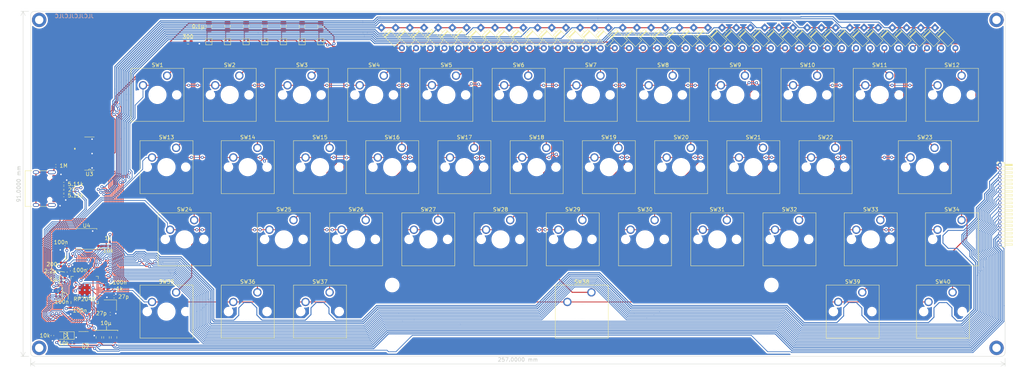
<source format=kicad_pcb>
(kicad_pcb (version 20211014) (generator pcbnew)
  (layers (0 "F.Cu" signal) (31 "B.Cu" signal) (34 "B.Paste" user) (35 "F.Paste" user) (36 "B.SilkS" user "B.Silkscreen") (37 "F.SilkS" user "F.Silkscreen") (38 "B.Mask" user) (39 "F.Mask" user) (44 "Edge.Cuts" user))
  (net 0 "")
  (net 1 "+1V1")
  (net 2 "GND")
  (net 3 "+3V3")
  (net 4 "/XIN")
  (net 5 "+5V")
  (net 6 "VS")
  (net 7 "/USB_D+")
  (net 8 "/USB_D-")
  (net 9 "Net-(D1-Pad3)")
  (net 10 "Net-(D2-Pad3)")
  (net 11 "Net-(D3-Pad3)")
  (net 12 "/~{USB_BOOT}")
  (net 13 "/QSPI_SS")
  (net 14 "/XOUT")
  (net 15 "Net-(D4-Pad3)")
  (net 16 "/QSPI_SD1")
  (net 17 "/QSPI_SD2")
  (net 18 "/QSPI_SD0")
  (net 19 "/QSPI_SCLK")
  (net 20 "/QSPI_SD3")
  (net 21 "/RUN")
  (net 22 "/SWCLK")
  (net 23 "/SWD")
  (net 24 "/GPIO29_ADC3")
  (net 25 "/GPIO28_ADC2")
  (net 26 "/GPIO27_ADC1")
  (net 27 "/GPIO26_ADC0")
  (net 28 "/GPIO25")
  (net 29 "/GPIO24")
  (net 30 "/GPIO23")
  (net 31 "/GPIO22")
  (net 32 "/GPIO21")
  (net 33 "/GPIO20")
  (net 34 "/GPIO19")
  (net 35 "/GPIO18")
  (net 36 "/GPIO17")
  (net 37 "Net-(C23-Pad1)")
  (net 38 "/C1")
  (net 39 "Net-(D8-Pad2)")
  (net 40 "/C2")
  (net 41 "Net-(D9-Pad2)")
  (net 42 "/C3")
  (net 43 "Net-(D10-Pad2)")
  (net 44 "/C4")
  (net 45 "Net-(D11-Pad2)")
  (net 46 "/C5")
  (net 47 "Net-(D12-Pad2)")
  (net 48 "/C6")
  (net 49 "Net-(D13-Pad2)")
  (net 50 "/C7")
  (net 51 "Net-(D14-Pad2)")
  (net 52 "/C8")
  (net 53 "Net-(D15-Pad2)")
  (net 54 "/USB_DP")
  (net 55 "/USB_DM")
  (net 56 "/C9")
  (net 57 "Net-(D16-Pad2)")
  (net 58 "/C10")
  (net 59 "Net-(D17-Pad2)")
  (net 60 "/C11")
  (net 61 "Net-(D18-Pad2)")
  (net 62 "/C12")
  (net 63 "Net-(D19-Pad2)")
  (net 64 "Net-(D20-Pad2)")
  (net 65 "Net-(D21-Pad2)")
  (net 66 "Net-(D22-Pad2)")
  (net 67 "Net-(D23-Pad2)")
  (net 68 "Net-(D24-Pad2)")
  (net 69 "Net-(D25-Pad2)")
  (net 70 "Net-(D26-Pad2)")
  (net 71 "Net-(D27-Pad2)")
  (net 72 "Net-(D28-Pad2)")
  (net 73 "Net-(D29-Pad2)")
  (net 74 "Net-(D30-Pad2)")
  (net 75 "Net-(D31-Pad2)")
  (net 76 "Net-(D32-Pad2)")
  (net 77 "Net-(D33-Pad2)")
  (net 78 "Net-(D34-Pad2)")
  (net 79 "Net-(D35-Pad2)")
  (net 80 "Net-(D36-Pad2)")
  (net 81 "Net-(D37-Pad2)")
  (net 82 "Net-(D38-Pad2)")
  (net 83 "Net-(D39-Pad2)")
  (net 84 "Net-(D40-Pad2)")
  (net 85 "Net-(D41-Pad2)")
  (net 86 "Net-(D42-Pad2)")
  (net 87 "Net-(D43-Pad2)")
  (net 88 "Net-(D44-Pad2)")
  (net 89 "Net-(D45-Pad2)")
  (net 90 "Net-(D46-Pad2)")
  (net 91 "Net-(D47-Pad2)")
  (net 92 "Net-(D1-Pad1)")
  (net 93 "/LEDS")
  (net 94 "Net-(D5-Pad3)")
  (net 95 "/R1")
  (net 96 "/R2")
  (net 97 "/R3")
  (net 98 "/R4")
  (net 100 "Net-(D6-Pad3)")
  (net 101 "/NEOPX_OUT")
  (net 102 "/ADC_VREF")
  (net 103 "/3V3_EN")
  (net 104 "Net-(J2-PadA5)")
  (net 106 "Net-(J2-PadB5)")
  (net 108 "Net-(J2-PadS1)")
  (net 109 "/ADC_AVDD")
  (net 110 "/LEDS_5V")
  (footprint "Button_Switch_Keyboard:SW_Cherry_MX_1.00u_PCB" (layer "F.Cu") (at 219.95 154)
    (fp_text reference "SW17")
    (fp_text value "SW_Push")
  )
  (footprint "Diode_SMD:D_SOD-123" (layer "F.Cu") (at 112.25 203.5 180)
    (fp_text reference "D48" hide)
    (fp_text value "MBR0540" hide)
  )
  (footprint "Button_Switch_Keyboard:SW_Cherry_MX_1.00u_PCB" (layer "F.Cu") (at 200.9 154)
    (fp_text reference "SW16")
    (fp_text value "SW_Push")
  )
  (footprint "Button_Switch_Keyboard:SW_Cherry_MX_1.00u_PCB" (layer "F.Cu") (at 234.2375 134.95)
    (fp_text reference "SW6")
    (fp_text value "SW_Push")
  )
  (footprint "dip:D_DO-35_SOD27_P7.62mm_Horizontal" (layer "F.Cu") (at 206.750216 122.305924 -45)
    (fp_text reference "D42" hide)
    (fp_text value "1N4148" hide)
  )
  (footprint "Button_Switch_Keyboard:SW_Cherry_MX_6.25u_PCB" (layer "F.Cu") (at 250.90625 192.1)
    (fp_text reference "SW38")
    (fp_text value "SW_Push")
  )
  (footprint "dip:D_DO-35_SOD27_P7.62mm_Horizontal" (layer "F.Cu") (at 330.279125 122.305924 -45)
    (fp_text reference "D19" hide)
    (fp_text value "1N4148" hide)
  )
  (footprint "Capacitor_SMD:C_0402_1005Metric" (layer "F.Cu") (at 113.55 196.6375 -90)
    (fp_text reference "C6" hide)
    (fp_text value "100n")
  )
  (footprint "Capacitor_SMD:C_0402_1005Metric" (layer "F.Cu") (at 111.55 188.4 180)
    (fp_text reference "C18" hide)
    (fp_text value "1µ")
  )
  (footprint "dip:D_DO-35_SOD27_P7.62mm_Horizontal" (layer "F.Cu") (at 199.263616 122.305924 -45)
    (fp_text reference "D20" hide)
    (fp_text value "1N4148" hide)
  )
  (footprint "Capacitor_SMD:C_0402_1005Metric" (layer "F.Cu") (at 114 205.5 180)
    (fp_text reference "R4" hide)
    (fp_text value "10k")
  )
  (footprint "dip:D_DO-35_SOD27_P7.62mm_Horizontal" (layer "F.Cu") (at 315.305924 122.305924 -45)
    (fp_text reference "D39" hide)
    (fp_text value "1N4148" hide)
  )
  (footprint "Capacitor_SMD:C_0402_1005Metric" (layer "F.Cu") (at 112.25 186.75 -90)
    (fp_text reference "C25" hide)
    (fp_text value "2.2µ")
  )
  (footprint "dip:D_DO-35_SOD27_P7.62mm_Horizontal" (layer "F.Cu") (at 334.022425 122.305924 -45)
    (fp_text reference "D30" hide)
    (fp_text value "1N4148" hide)
  )
  (footprint "Capacitor_SMD:C_0805_2012Metric" (layer "F.Cu") (at 159.833332 122 -90)
    (fp_text reference "C12" hide)
    (fp_text value "0.1µ" hide)
  )
  (footprint "Button_Switch_Keyboard:SW_Cherry_MX_1.00u_PCB" (layer "F.Cu") (at 215.1875 134.95)
    (fp_text reference "SW5")
    (fp_text value "SW_Push")
  )
  (footprint "Button_Switch_Keyboard:SW_Cherry_MX_1.00u_PCB" (layer "F.Cu") (at 239 154)
    (fp_text reference "SW18")
    (fp_text value "SW_Push")
  )
  (footprint "Button_Switch_Keyboard:SW_Cherry_MX_1.00u_PCB" (layer "F.Cu") (at 348.5375 134.95)
    (fp_text reference "SW12")
    (fp_text value "SW_Push")
  )
  (footprint "Capacitor_SMD:C_0805_2012Metric" (layer "F.Cu") (at 125 204 -90)
    (fp_text reference "C20" hide)
    (fp_text value "10µ" hide)
  )
  (footprint "Capacitor_SMD:C_0402_1005Metric" (layer "F.Cu") (at 124 197.75)
    (fp_text reference "C22" hide)
    (fp_text value "27p")
  )
  (footprint "dip:SK6805-EC-front" (layer "F.Cu") (at 164.749998 126)
    (fp_text reference "D4" hide)
    (fp_text value "SK6805-EC" hide)
  )
  (footprint "Button_Switch_Keyboard:SW_Cherry_MX_1.00u_PCB" (layer "F.Cu") (at 329.4875 134.95)
    (fp_text reference "SW11")
    (fp_text value "SW_Push")
  )
  (footprint "dip:D_DO-35_SOD27_P7.62mm_Horizontal" (layer "F.Cu") (at 292.846122 122.305924 -45)
    (fp_text reference "D37" hide)
    (fp_text value "1N4148" hide)
  )
  (footprint "dip:D_DO-35_SOD27_P7.62mm_Horizontal" (layer "F.Cu") (at 262.89972 122.305924 -45)
    (fp_text reference "D25" hide)
    (fp_text value "1N4148" hide)
  )
  (footprint "dip:D_DO-35_SOD27_P7.62mm_Horizontal" (layer "F.Cu") (at 337.765725 122.305924 -45)
    (fp_text reference "D41" hide)
    (fp_text value "1N4148" hide)
  )
  (footprint "dip:D_DO-35_SOD27_P7.62mm_Horizontal" (layer "F.Cu") (at 326.535825 122.305924 -45)
    (fp_text reference "D46" hide)
    (fp_text value "1N4148" hide)
  )
  (footprint "dip:D_DO-35_SOD27_P7.62mm_Horizontal" (layer "F.Cu") (at 277.872921 122.305924 -45)
    (fp_text reference "D26" hide)
    (fp_text value "1N4148" hide)
  )
  (footprint "dip:D_DO-35_SOD27_P7.62mm_Horizontal" (layer "F.Cu") (at 341.509026 122.305924 -45)
    (fp_text reference "D47" hide)
    (fp_text value "1N4148" hide)
  )
  (footprint "dip:D_DO-35_SOD27_P7.62mm_Horizontal" (layer "F.Cu") (at 229.210018 122.305924 -45)
    (fp_text reference "D32" hide)
    (fp_text value "1N4148" hide)
  )
  (footprint "dip:SK6805-EC-front" (layer "F.Cu") (at 179.5 126)
    (fp_text reference "D7" hide)
    (fp_text value "SK6805-EC" hide)
  )
  (footprint "Capacitor_SMD:C_0805_2012Metric" (layer "F.Cu") (at 121 204 90)
    (fp_text reference "C21" hide)
    (fp_text value "10µ" hide)
  )
  (footprint "Button_Switch_Keyboard:SW_Cherry_MX_1.00u_PCB" (layer "F.Cu") (at 162.8 192.1)
    (fp_text reference "SW36")
    (fp_text value "SW_Push")
  )
  (footprint "Capacitor_SMD:C_0402_1005Metric" (layer "F.Cu") (at 108.75 203.5 -90)
    (fp_text reference "R5" hide)
    (fp_text value "10k")
  )
  (footprint "dip:D_DO-35_SOD27_P7.62mm_Horizontal" (layer "F.Cu") (at 266.64302 122.305924 -45)
    (fp_text reference "D35" hide)
    (fp_text value "1N4148" hide)
  )
  (footprint "Capacitor_SMD:C_0402_1005Metric" (layer "F.Cu") (at 112.25 184.75 -90)
    (fp_text reference "R13" hide)
    (fp_text value "1")
  )
  (footprint "dip:SK6805-EC-front" (layer "F.Cu") (at 159.833332 126)
    (fp_text reference "D3" hide)
    (fp_text value "SK6805-EC" hide)
  )
  (footprint "Button_Switch_Keyboard:SW_Cherry_MX_1.25u_PCB" (layer "F.Cu") (at 141.36875 154)
    (fp_text reference "SW13")
    (fp_text value "SW_Push")
  )
  (footprint "Connector_PinHeader_1.00mm:PinHeader_1x22_P1.00mm_Horizontal" (layer "F.Cu") (at 358.625 158.5)
    (fp_text reference "J1" hide)
    (fp_text value "Conn_01x21")
  )
  (footprint "dip:D_DO-35_SOD27_P7.62mm_Horizontal" (layer "F.Cu") (at 307.819323 122.305924 -45)
    (fp_text reference "D17" hide)
    (fp_text value "1N4148" hide)
  )
  (footprint "dip:D_DO-35_SOD27_P7.62mm_Horizontal" (layer "F.Cu") (at 251.669819 122.305924 -45)
    (fp_text reference "D24" hide)
    (fp_text value "1N4148" hide)
  )
  (footprint "Button_Switch_Keyboard:SW_Cherry_MX_1.00u_PCB" (layer "F.Cu") (at 210.425 173.05)
    (fp_text reference "SW27")
    (fp_text value "SW_Push")
  )
  (footprint "RP2040_minimal:RP2040-QFN-56" (layer "F.Cu") (at 117.25 191.5 90)
    (fp_text reference "U1" hide)
    (fp_text value "RP2040")
  )
  (footprint "Capacitor_SMD:C_0402_1005Metric" (layer "F.Cu") (at 111.74 164.55)
    (fp_text reference "R3" hide)
    (fp_text value "27" hide)
  )
  (footprint "dip:D_DO-35_SOD27_P7.62mm_Horizontal" (layer "F.Cu") (at 217.980117 122.305924 -45)
    (fp_text reference "D43" hide)
    (fp_text value "1N4148" hide)
  )
  (footprint "dip:SK6805-EC-front" (layer "F.Cu") (at 169.666664 126)
    (fp_text reference "D5" hide)
    (fp_text value "SK6805-EC" hide)
  )
  (footprint "Capacitor_SMD:C_0402_1005Metric" (layer "F.Cu") (at 125 193.25)
    (fp_text reference "C23" hide)
    (fp_text value "27p")
  )
  (footprint "dip:SK6805-EC-front" (layer "F.Cu") (at 174.58333 126)
    (fp_text reference "D6" hide)
    (fp_text value "SK6805-EC" hide)
  )
  (footprint "dip:D_DO-35_SOD27_P7.62mm_Horizontal" (layer "F.Cu") (at 232.953318 122.305924 -45)
    (fp_text reference "D44" hide)
    (fp_text value "1N4148" hide)
  )
  (footprint "Capacitor_SMD:C_0402_1005Metric" (layer "F.Cu") (at 110.25 191.2375 180)
    (fp_text reference "C5" hide)
    (fp_text value "100n")
  )
  (footprint "Button_Switch_Keyboard:SW_Cherry_MX_1.00u_PCB" (layer "F.Cu") (at 305.675 173.05)
    (fp_text reference "SW32")
    (fp_text value "SW_Push")
  )
  (footprint "Capacitor_SMD:C_0402_1005Metric" (layer "F.Cu") (at 122.79 191.2)
    (fp_text reference "C8" hide)
    (fp_text value "100n" hide)
  )
  (footprint "dip:D_DO-35_SOD27_P7.62mm_Horizontal" (layer "F.Cu") (at 322.792524 122.305924 -45)
    (fp_text reference "D40" hide)
    (fp_text value "1N4148" hide)
  )
  (footprint "dip:D_DO-35_SOD27_P7.62mm_Horizontal" (layer "F.Cu") (at 203.006916 122.305924 -45)
    (fp_text reference "D31" hide)
    (fp_text value "1N4148" hide)
  )
  (footprint "Button_Switch_Keyboard:SW_Cherry_MX_1.00u_PCB" (layer "F.Cu") (at 286.625 173.05)
    (fp_text reference "SW31")
    (fp_text value "SW_Push")
  )
  (footprint "Button_Switch_Keyboard:SW_Cherry_MX_1.75u_PCB" (layer "F.Cu") (at 341.39375 154)
    (fp_text reference "SW23")
    (fp_text value "SW_Push")
  )
  (footprint "dip:D_DO-35_SOD27_P7.62mm_Horizontal" (layer "F.Cu") (at 285.359522 122.305924 -45)
    (fp_text reference "D15" hide)
    (fp_text value "1N4148" hide)
  )
  (footprint "dip:D_DO-35_SOD27_P7.62mm_Horizontal" (layer "F.Cu") (at 247.926519 122.305924 -45)
    (fp_text reference "D12" hide)
    (fp_text value "1N4148" hide)
  )
  (footprint "Capacitor_SMD:C_0402_1005Metric" (layer "F.Cu") (at 118.48 197.42 -90)
    (fp_text reference "C7" hide)
    (fp_text value "100n" hide)
  )
  (footprint "Capacitor_SMD:C_0402_1005Metric" (layer "F.Cu") (at 123.42 178.85)
    (fp_text reference "R11" hide)
    (fp_text value "1k")
  )
  (footprint "Package_SO:SOIC-8_5.23x5.23mm_P1.27mm" (layer "F.Cu") (at 117.75 178 180)
    (fp_text reference "U4" hide)
    (fp_text value "W25Q128JVS" hide)
  )
  (footprint "Button_Switch_Keyboard:SW_Cherry_MX_1.00u_PCB" (layer "F.Cu") (at 253.2875 134.95)
    (fp_text reference "SW7")
    (fp_text value "SW_Push")
  )
  (footprint "Button_Switch_Keyboard:SW_Cherry_MX_1.25u_PCB" (layer "F.Cu") (at 141.36875 192.1)
    (fp_text reference "SW35")
    (fp_text value "SW_Push")
  )
  (footprint "Button_Switch_Keyboard:SW_Cherry_MX_1.00u_PCB" (layer "F.Cu") (at 348.5375 173.05)
    (fp_text reference "SW34")
    (fp_text value "SW_Push")
  )
  (footprint "Button_Switch_Keyboard:SW_Cherry_MX_1.00u_PCB" (layer "F.Cu") (at 196.1375 134.95)
    (fp_text reference "SW4")
    (fp_text value "SW_Push")
  )
  (footprint "Capacitor_SMD:C_0402_1005Metric" (layer "F.Cu") (at 123.42 179.91 180)
    (fp_text reference "R9" hide)
    (fp_text value "10k")
  )
  (footprint "dip:D_DO-35_SOD27_P7.62mm_Horizontal" (layer "F.Cu") (at 304.076023 122.305924 -45)
    (fp_text reference "D38" hide)
    (fp_text value "1N4148" hide)
  )
  (footprint "Button_Switch_Keyboard:SW_Cherry_MX_1.00u_PCB" (layer "F.Cu") (at 158.0375 134.95)
    (fp_text reference "SW2")
    (fp_text value "SW_Push")
  )
  (footprint "Capacitor_SMD:C_0402_1005Metric" (layer "F.Cu") (at 111 184.75 90)
    (fp_text reference "R10" hide)
    (fp_text value "200")
  )
  (footprint "Button_Switch_Keyboard:SW_Cherry_MX_1.00u_PCB" (layer "F.Cu") (at 315.2 154)
    (fp_text reference "SW22")
    (fp_text value "SW_Push")
  )
  (footprint "dip:SK6805-EC-front" (layer "F.Cu") (at 150 126)
    (fp_text reference "D1" hide)
    (fp_text value "SK6805-EC" hide)
  )
  (footprint "dip:D_DO-35_SOD27_P7.62mm_Horizontal" (layer "F.Cu") (at 214.236817 122.305924 -45)
    (fp_text reference "D21" hide)
    (fp_text value "1N4148" hide)
  )
  (footprint "dip:D_DO-35_SOD27_P7.62mm_Horizontal" (layer "F.Cu") (at 281.616221 122.305924 -45)
    (fp_text reference "D36" hide)
    (fp_text value "1N4148" hide)
  )
  (footprint "Button_Switch_Keyboard:SW_Cherry_MX_1.00u_PCB" (layer "F.Cu") (at 162.8 154)
    (fp_text reference "SW14")
    (fp_text value "SW_Push")
  )
  (footprint "Capacitor_SMD:C_0402_1005Metric" (layer "F.Cu") (at 111.74 166.55 180)
    (fp_text reference "R8" hide)
    (fp_text value "5.11k")
  )
  (footprint "Capacitor_SMD:C_0402_1005Metric" (layer "F.Cu") (at 113.85 186.4 90)
    (fp_text reference "C3" hide)
    (fp_text value "100n")
  )
  (footprint "Capacitor_SMD:C_0402_1005Metric" (layer "F.Cu") (at 125.2 191.2 -90)
    (fp_text reference "R6" hide)
    (fp_text value "1k")
  )
  (footprint "dip:D_DO-35_SOD27_P7.62mm_Horizontal" (layer "F.Cu") (at 296.589422 122.305924 -45)
    (fp_text reference "D16" hide)
    (fp_text value "1N4148" hide)
  )
  (footprint "Crystal:Crystal_SMD_2520-4Pin_2.5x2.0mm" (layer "F.Cu") (at 124 195.5 180)
    (fp_text reference "Y1" hide)
    (fp_text value "Crystal_GND24" hide)
  )
  (footprint "Capacitor_SMD:C_0805_2012Metric" (layer "F.Cu") (at 123 204 -90)
    (fp_text reference "C19" hide)
    (fp_text value "10µ")
  )
  (footprint "dip:D_DO-35_SOD27_P7.62mm_Horizontal" (layer "F.Cu") (at 240.439918 122.305924 -45)
    (fp_text reference "D23" hide)
    (fp_text value "1N4148" hide)
  )
  (footprint "MountingHole:MountingHole_2.2mm_M2_DIN965_Pad" (layer "F.Cu") (at 357.75 206.75)
    (fp_text reference "H2" hide)
    (fp_text value "MountingHole")
  )
  (footprint "dip:D_DO-35_SOD27_P7.62mm_Horizontal" (layer "F.Cu") (at 236.696618 122.305924 -45)
    (fp_text reference "D11" hide)
    (fp_text value "1N4148" hide)
  )
  (footprint "Button_Switch_Keyboard:SW_Cherry_MX_1.25u_PCB" (layer "F.Cu") (at 327.10625 173.05)
    (fp_text reference "SW33")
    (fp_text value "SW_Push")
  )
  (footprint "dip:D_DO-35_SOD27_P7.62mm_Horizontal" (layer "F.Cu") (at 270.386321 122.305924 -45)
    (fp_text reference "D45" hide)
    (fp_text value "1N4148" hide)
  )
  (footprint "Button_Switch_Keyboard:SW_Cherry_MX_1.00u_PCB" (layer "F.Cu") (at 296.15 154)
    (fp_text reference "SW21")
    (fp_text value "SW_Push")
  )
  (footprint "Button_Switch_Keyboard:SW_Cherry_MX_1.25u_PCB" (layer "F.Cu") (at 346.15625 192.1)
    (fp_text reference "SW40")
    (fp_text value "SW_Push")
  )
  (footprint "Button_Switch_Keyboard:SW_Cherry_MX_1.00u_PCB" (layer "F.Cu") (at 229.475 173.05)
    (fp_text reference "SW28")
    (fp_text value "SW_Push")
  )
  (footprint "Button_Switch_Keyboard:SW_Cherry_MX_1.00u_PCB" (layer "F.Cu") (at 248.525 173.05)
    (fp_text reference "SW29")
    (fp_text value "SW_Push")
  )
  (footprint "Capacitor_SMD:C_0805_2012Metric" (layer "F.Cu") (at 164.75 122 -90)
    (fp_text reference "C13" hide)
    (fp_text value "0.1µ" hide)
  )
  (footprint "dip:D_DO-35_SOD27_P7.62mm_Horizontal" (layer "F.Cu") (at 274.129621 122.305924 -45)
    (fp_text reference "D14" hide)
    (fp_text value "1N4148" hide)
  )
  (footprint "dip:D_DO-35_SOD27_P7.62mm_Horizontal" (layer "F.Cu") (at 300.332723 122.305924 -45)
    (fp_text reference "D28" hide)
    (fp_text value "1N4148" hide)
  )
  (footprint "Button_Switch_Keyboard:SW_Cherry_MX_1.25u_PCB" (layer "F.Cu") (at 322.34375 192.1)
    (fp_text reference "SW39")
    (fp_text value "SW_Push")
  )
  (footprint "Button_Switch_Keyboard:SW_Cherry_MX_1.00u_PCB" (layer "F.Cu") (at 172.325 173.05)
    (fp_text reference "SW25")
    (fp_text value "SW_Push")
  )
  (footprint "dip:D_DO-35_SOD27_P7.62mm_Horizontal" (layer "F.Cu") (at 289.102822 122.305924 -45)
    (fp_text reference "D27" hide)
    (fp_text value "1N4148" hide)
  )
  (footprint "dip:SK6805-EC-front" (layer "F.Cu") (at 154.916666 126)
    (fp_text reference "D2" hide)
    (fp_text value "SK6805-EC" hide)
  )
  (footprint "Button_Switch_Keyboard:SW_Cherry_MX_1.00u_PCB" (layer "F.Cu") (at 272.3375 134.95)
    (fp_text reference "SW8")
    (fp_text value "SW_Push")
  )
  (footprint "dip:D_DO-35_SOD27_P7.62mm_Horizontal" (layer "F.Cu") (at 195.520315 122.305924 -45)
    (fp_text reference "D8" hide)
    (fp_text value "1N4148" hide)
  )
  (footprint "Button_Switch_Keyboard:SW_Cherry_MX_1.75u_PCB" (layer "F.Cu") (at 146.13125 173.05)
    (fp_text reference "SW24")
    (fp_text value "SW_Push")
  )
  (footprint "Resistor_SMD:R_0603_1608Metric" (layer "F.Cu") (at 144.5 126.1 180)
    (fp_text reference "R1" hide)
    (fp_text value "300")
  )
  (footprint "dip:SN74AHCT125QDRG4Q1" (layer "F.Cu") (at 118.5 155.5 180)
    (fp_text reference "U3")
    (fp_text value "SN74AHCT125QDRG4Q1" hide)
  )
  (footprint "dip:D_DO-35_SOD27_P7.62mm_Horizontal" (layer "F.Cu") (at 210.493516 122.305924 -45)
    (fp_text reference "D9" hide)
    (fp_text value "1N4148" hide)
  )
  (footprint "Button_Switch_Keyboard:SW_Cherry_MX_1.00u_PCB" (layer "F.Cu") (at 191.375 173.05)
    (fp_text reference "SW26")
    (fp_text value "SW_Push")
  )
  (footprint "dip:D_DO-35_SOD27_P7.62mm_Horizontal" (layer "F.Cu") (at 311.562623 122.305924 -45)
    (fp_text reference "D29" hide)
    (fp_text value "1N4148" hide)
  )
  (footprint "Button_Switch_Keyboard:SW_Cherry_MX_1.00u_PCB" (layer "F.Cu") (at 277.1 154)
    (fp_text reference "SW20")
    (fp_text value "SW_Push")
  )
  (footprint "Button_Switch_Keyboard:SW_Cherry_MX_1.00u_PCB" (layer "F.Cu") (at 267.575 173.05)
    (fp_text reference "SW30")
    (fp_text value "SW_Push")
  )
  (footprint "Capacitor_SMD:C_0402_1005Metric" (layer "F.Cu") (at 118.27 185.9375 90)
    (fp_text reference "C9" hide)
    (fp_text value "100n" hide)
  )
  (footprint "dip:D_DO-35_SOD27_P7.62mm_Horizontal" (layer "F.Cu") (at 319.049224 122.305924 -45)
    (fp_text reference "D18" hide)
    (fp_text value "1N4148" hide)
  )
  (footprint "Button_Switch_Keyboard:SW_Cherry_MX_1.00u_PCB" (layer "F.Cu") (at 177.0875 134.95)
    (fp_text reference "SW3")
    (fp_text value "SW_Push")
  )
  (footprint "Capacitor_SMD:C_0805_2012Metric" (layer "F.Cu") (at 150 122 -90)
    (fp_text reference "C10" hide)
    (fp_text value "0.1µ")
  )
  (footprint "dip:D_DO-35_SOD27_P7.62mm_Horizontal" (layer "F.Cu") (at 259.15642 122.305924 -45)
    (fp_text reference "D13" hide)
    (fp_text value "1N4148" hide)
  )
  (footprint "Capacitor_SMD:C_0402_1005Metric" (layer "F.Cu") (at 111.74 163.45 180)
    (fp_text reference "R7" hide)
    (fp_text value "5.11k")
  )
  (footprint "Button_Switch_Keyboard:SW_Cherry_MX_1.00u_PCB" (layer "F.Cu") (at 291.3875 134.95)
    (fp_text reference "SW9")
    (fp_text value "SW_Push")
  )
  (footprint "Button_Switch_Keyboard:SW_Cherry_MX_1.00u_PCB" (layer "F.Cu") (at 258.05 154)
    (fp_text reference "SW19")
    (fp_text value "SW_Push")
  )
  (footprint "Capacitor_SMD:C_0402_1005Metric" (layer "F.Cu") (at 110.25 192.2375 180)
    (fp_text reference "C4" hide)
    (fp_text value "100n" hide)
  )
  (footprint "Capacitor_SMD:C_0402_1005Metric" (layer "F.Cu") (at 111.55 189.4375 180)
    (fp_text reference "C17" hide)
    (fp_text value "1µ" hide)
  )
  (footprint "dip:D_DO-35_SOD27_P7.62mm_Horizontal" (layer "F.Cu") (at 255.41312 122.305924 -45)
    (fp_text reference "D34" hide)
    (fp_text value "1N4148" hide)
  )
  (footprint "dip:D_DO-35_SOD27_P7.62mm_Horizontal" (layer "F.Cu") (at 221.723417 122.305924 -45)
    (fp_text reference "D10" hide)
    (fp_text value "1N4148" hide)
  )
  (footprint "Capacitor_SMD:C_0805_2012Metric" (layer "F.Cu") (at 179.5 122.05 -90)
    (fp_text reference "C16" hide)
    (fp_text value "0.1µ" hide)
  )
  (footprint "Capacitor_SMD:C_0402_1005Metric" (layer "F.Cu") (at 109.64 158.75 180)
    (fp_text reference "R12" hide)
    (fp_text value "1M")
  )
  (footprint "Package_TO_SOT_SMD:SOT-23-5" (layer "F.Cu") (at 117.45 204)
    (fp_text reference "U2")
    (fp_text value "AP2112K-3.3" hide)
  )
  (footprint "Button_Switch_Keyboard:SW_Cherry_MX_1.00u_PCB" (layer "F.Cu") (at 181.85 154)
    (fp_text reference "SW15")
    (fp_text value "SW_Push")
  )
  (footprint "dip:D_DO-35_SOD27_P7.62mm_Horizontal" (layer "F.Cu") (at 244.183219 122.305924 -45)
    (fp_text reference "D33" hide)
    (fp_text value "1N4148" hide)
  )
  (footprint "Capacitor_SMD:C_0402_1005Metric" (layer "F.Cu") (at 112.05 180.1 180)
    (fp_text reference "C24" hide)
    (fp_text value "100n")
  )
  (footprint "Capacitor_SMD:C_0805_2012Metric" (layer "F.Cu") (at 174.58333 122.05 -90)
    (fp_text reference "C15" hide)
    (fp_text value "0.1µ" hide)
  )
  (footprint "Button_Switch_Keyboard:SW_Cherry_MX_1.00u_PCB" (layer "F.Cu") (at 181.85 192.1)
    (fp_text reference "SW37")
    (fp_text value "SW_Push")
  )
  (footprint "Capacitor_SMD:C_0402_1005Metric" (layer "F.Cu") (at 122.79 190.2)
    (fp_text reference "C1" hide)
    (fp_text value "100n")
  )
  (footprint "Capacitor_SMD:C_0402_1005Metric" (layer "F.Cu") (at 110.25 193.2375 180)
    (fp_text reference "C2" hide)
    (fp_text value "100n" hide)
  )
  (footprint "Button_Switch_Keyboard:SW_Cherry_MX_1.00u_PCB" (layer "F.Cu") (at 138.9875 134.95)
    (fp_text reference "SW1")
    (fp_text value "SW_Push")
  )
  (footprint "Button_Switch_Keyboard:SW_Cherry_MX_1.00u_PCB" (layer "F.Cu") (at 310.4375 134.95)
    (fp_text reference "SW10")
    (fp_text value "SW_Push")
  )
  (footprint "dip:D_DO-35_SOD27_P7.62mm_Horizontal" (layer "F.Cu") (at 225.466717 122.305924 -45)
    (fp_text reference "D22" hide)
    (fp_text value "1N4148" hide)
  )
  (footprint "MountingHole:MountingHole_2.2mm_M2_DIN965_Pad" (layer "F.Cu") (at 357.75 120.25)
    (fp_text reference "H3" hide)
    (fp_text value "MountingHole")
  )
  (footprint "MountingHole:MountingHole_2.2mm_M2_DIN965_Pad" (layer "F.Cu") (at 105.25 206.75)
    (fp_text reference "H4" hide)
    (fp_text value "MountingHole")
  )
  (footprint "MountingHole:MountingHole_2.2mm_M2_DIN965_Pad" (layer "F.Cu") (at 105.25 120.25)
    (fp_text reference "H1" hide)
    (fp_text value "MountingHole")
  )
  (footprint "Capacitor_SMD:C_0805_2012Metric" (layer "F.Cu") (at 169.666664 122 -90)
    (fp_text reference "C14" hide)
    (fp_text value "0.1µ" hide)
  )
  (footprint "Connector_USB:USB_C_Receptacle_HRO_TYPE-C-31-M-12" (layer "F.Cu") (at 105.44 164.75 -90)
    (fp_text reference "J2" hide)
    (fp_text value "USB_C_Receptacle_USB2.0" hide)
  )
  (footprint "Capacitor_SMD:C_0402_1005Metric" (layer "F.Cu") (at 111.74 165.55)
    (fp_text reference "R2" hide)
    (fp_text value "27")
  )
  (footprint "Capacitor_SMD:C_0805_2012Metric" (layer "F.Cu") (at 154.916666 122 -90)
    (fp_text reference "C11" hide)
    (fp_text value "0.1µ" hide)
  )
  (gr_line (start 124.7 189.6) (end 123.7 190.2) (layer "F.SilkS") (width 0.15))
  (gr_line (start 111.75 202.75) (end 112.75 203.5) (layer "F.SilkS") (width 0.15))
  (gr_line (start 112.5 202.75) (end 112.5 203) (layer "F.SilkS") (width 0.15))
  (gr_line (start 112.75 204.25) (end 113 204.25) (layer "F.SilkS") (width 0.15))
  (gr_line (start 112.75 203.5) (end 111.75 204.25) (layer "F.SilkS") (width 0.15))
  (gr_line (start 112.75 202.75) (end 112.5 202.75) (layer "F.SilkS") (width 0.15))
  (gr_line (start 111.2 190.8) (end 111.4 190.8) (layer "F.SilkS") (width 0.15))
  (gr_arc (start 111.500609 192.093652) (mid 112.688012 192.680317) (end 112.8 194) (layer "F.SilkS") (width 0.15))
  (gr_line (start 111.75 204.25) (end 111.75 202.75) (layer "F.SilkS") (width 0.15))
  (gr_line (start 112.75 204.25) (end 112.75 202.75) (layer "F.SilkS") (width 0.15))
  (gr_line (start 120 202.3) (end 120 202.1) (layer "F.SilkS") (width 0.15))
  (gr_line (start 126 202.1) (end 126 202.3) (layer "F.SilkS") (width 0.15))
  (gr_line (start 110.6 189.9) (end 110.8 189.9) (layer "F.SilkS") (width 0.15))
  (gr_line (start 113 204.25) (end 113 204) (layer "F.SilkS") (width 0.15))
  (gr_line (start 123 202.1) (end 123 201) (layer "F.SilkS") (width 0.15))
  (gr_line (start 120 202.1) (end 126 202.1) (layer "F.SilkS") (width 0.15))
  (gr_line (start 110 184.7) (end 110.4 184.7) (layer "F.SilkS") (width 0.15))
  (gr_line (start 110.6 187.9) (end 110.6 189.9) (layer "F.SilkS") (width 0.15))
  (gr_line (start 110.6 187.9) (end 110.8 187.9) (layer "F.SilkS") (width 0.15))
  (gr_line (start 111.4 190.8) (end 111.4 193.7) (layer "F.SilkS") (width 0.15))
  (gr_line (start 111.4 193.7) (end 111.2 193.7) (layer "F.SilkS") (width 0.15))
  (gr_line (start 110.6 188.9) (end 110 188.9) (layer "F.SilkS") (width 0.15))
  (gr_line (start 110.1 186.5) (end 111.7 186.7) (layer "F.SilkS") (width 0.15))
  (gr_line (start 103 208) (end 103 119) (layer "Edge.Cuts") (width 0.1))
  (gr_line (start 359 209) (end 104 209) (layer "Edge.Cuts") (width 0.1))
  (gr_arc (start 103 119) (mid 103.292893 118.292893) (end 104 118) (layer "Edge.Cuts") (width 0.1))
  (gr_arc (start 104 209) (mid 103.292893 208.707107) (end 103 208) (layer "Edge.Cuts") (width 0.1))
  (gr_line (start 359 118) (end 104 118) (layer "Edge.Cuts") (width 0.1))
  (gr_arc (start 359 118) (mid 359.707107 118.292893) (end 360 119) (layer "Edge.Cuts") (width 0.1))
  (gr_line (start 360 208) (end 360 119) (layer "Edge.Cuts") (width 0.1))
  (gr_arc (start 360 208) (mid 359.707107 208.707107) (end 359 209) (layer "Edge.Cuts") (width 0.1))
  (gr_text "JLCJLCJLCJLC" (at 114.5 119.25) (layer "B.SilkS") (effects (font (size 1 1)) (justify mirror)))
  (dimension (type aligned) (layer "Edge.Cuts") (pts (xy 103 209) (xy 360 209)) (height 2) (gr_text "257.0000 mm" (at 231.5 209.85) (layer "Edge.Cuts") (effects (font (size 1 1) (thickness 0.15)))) (format (units 3) (units_format 1) (precision 4)) (style (thickness 0.1) (arrow_length 1.27) (text_position_mode 0) (extension_height 0.58642) (extension_offset 0.5) keep_text_aligned))
  (dimension (type aligned) (layer "Edge.Cuts") (pts (xy 103 209) (xy 103 118)) (height -2) (gr_text "91.0000 mm" (at 99.85 163.5 90) (layer "Edge.Cuts") (effects (font (size 1 1) (thickness 0.15)))) (format (units 3) (units_format 1) (precision 4)) (style (thickness 0.1) (arrow_length 1.27) (text_position_mode 0) (extension_height 0.58642) (extension_offset 0.5) keep_text_aligned))
  (segment (start 110.73 193.2375) (end 110.73 193.17) (width 0.2) (layer "F.Cu") (net 1))
  (segment (start 110.73 193.2375) (end 111.30952 192.65798) (width 0.2) (layer "F.Cu") (net 1))
  (segment (start 120.6875 190.9) (end 121.61 190.9) (width 0.2) (layer "F.Cu") (net 1))
  (segment (start 111.30952 192.225445) (end 111.30952 192.08048) (width 0.2) (layer "F.Cu") (net 1))
  (segment (start 112.2925 189.7) (end 113.8125 189.7) (width 0.2) (layer "F.Cu") (net 1))
  (segment (start 122.31 190.2) (end 121.9795 190.2) (width 0.2) (layer "F.Cu") (net 1))
  (segment (start 112.03 189.4375) (end 112.234715 189.4375) (width 0.2) (layer "F.Cu") (net 1))
  (segment (start 122.31 190.2) (end 122.338425 190.2) (width 0.2) (layer "F.Cu") (net 1))
  (segment (start 112.03 189.4375) (end 112.2925 189.7) (width 0.2) (layer "F.Cu") (net 1))
  (segment (start 121.61 190.9) (end 122.31 190.2) (width 0.2) (layer "F.Cu") (net 1))
  (segment (start 112.234715 189.4375) (end 112.399096 189.273119) (width 0.2) (layer "F.Cu") (net 1))
  (segment (start 110.1075 193.86) (end 108.91 193.86) (width 0.2) (layer "F.Cu") (net 1))
  (segment (start 110.73 193.2375) (end 110.1075 193.86) (width 0.2) (layer "F.Cu") (net 1))
  (segment (start 111.30952 192.08048) (end 111.69048 191.69952) (width 0.2) (layer "F.Cu") (net 1))
  (segment (start 111.69048 191.69952) (end 113.81 191.69952) (width 0.2) (layer "F.Cu") (net 1))
  (segment (start 113.8125 191.7) (end 114.718496 191.7) (width 0.2) (layer "F.Cu") (net 1))
  (segment (start 121.9795 190.2) (end 121.78 190.3995) (width 0.2) (layer "F.Cu") (net 1))
  (segment (start 111.30952 192.65798) (end 111.30952 192.225445) (width 0.2) (layer "F.Cu") (net 1))
  (segment (start 114.718496 191.7) (end 114.783762 191.765266) (width 0.2) (layer "F.Cu") (net 1))
  (via (at 121.78 190.3995) (size 0.8) (drill 0.4) (layers "F.Cu" "B.Cu") (net 1))
  (via (at 108.91 193.86) (size 0.8) (drill 0.4) (layers "F.Cu" "B.Cu") (net 1))
  (via (at 112.399096 189.273119) (size 0.8) (drill 0.4) (layers "F.Cu" "B.Cu") (net 1))
  (via (at 114.783762 191.765266) (size 0.8) (drill 0.4) (layers "F.Cu" "B.Cu") (net 1))
  (segment (start 116.574511 190.549305) (end 116.574511 190.052651) (width 0.2) (layer "B.Cu") (net 1))
  (segment (start 116.574511 190.052651) (end 117.001673 189.625489) (width 0.2) (layer "B.Cu") (net 1))
  (segment (start 115.648539 190.900489) (end 116.223327 190.900489) (width 0.2) (layer "B.Cu") (net 1))
  (segment (start 112.399096 192.100904) (end 112.399096 189.273119) (width 0.2) (layer "B.Cu") (net 1))
  (segment (start 110.64 193.86) (end 112.399096 192.100904) (width 0.2) (layer "B.Cu") (net 1))
  (segment (start 108.91 193.86) (end 110.64 193.86) (width 0.2) (layer "B.Cu") (net 1))
  (segment (start 121.005989 189.625489) (end 121.78 190.3995) (width 0.2) (layer "B.Cu") (net 1))
  (segment (start 117.001673 189.625489) (end 121.005989 189.625489) (width 0.2) (layer "B.Cu") (net 1))
  (segment (start 116.223327 190.900489) (end 116.574511 190.549305) (width 0.2) (layer "B.Cu") (net 1))
  (segment (start 114.783762 191.765266) (end 115.648539 190.900489) (width 0.2) (layer "B.Cu") (net 1))
  (segment (start 118.27 184.55) (end 118.26 184.54) (width 0.2) (layer "F.Cu") (net 2))
  (segment (start 120.9638 159.31) (end 119.21 159.31) (width 0.2) (layer "F.Cu") (net 2))
  (segment (start 109.77 191.2375) (end 109.362 191.2375) (width 0.2) (layer "F.Cu") (net 2))
  (segment (start 174.58333 123) (end 174.10833 123.475) (width 0.2) (layer "F.Cu") (net 2))
  (segment (start 121.35 176.095) (end 119.505 176.095) (width 0.2) (layer "F.Cu") (net 2))
  (segment (start 125.65 190.1375) (end 126.05 190.5375) (width 0.2) (layer "F.Cu") (net 2))
  (segment (start 120.2446 203.05) (end 119.780516 203.514084) (width 0.2) (layer "F.Cu") (net 2))
  (segment (start 118.48 197.9) (end 118.6 198.02) (width 0.2) (layer "F.Cu") (net 2))
  (segment (start 109.485 161.5) (end 110.27 161.5) (width 0.2) (layer "F.Cu") (net 2))
  (segment (start 148.479942 126.520058) (end 147.5 126.520058) (width 0.2) (layer "F.Cu") (net 2))
  (segment (start 125.48 193.25) (end 125.48 192.561522) (width 0.2) (layer "F.Cu") (net 2))
  (segment (start 154.916666 123) (end 154.441666 123.475) (width 0.2) (layer "F.Cu") (net 2))
  (segment (start 116.3125 204) (end 115 204) (width 0.2) (layer "F.Cu") (net 2))
  (segment (start 109.362 191.2375) (end 108.8495 191.75) (width 0.2) (layer "F.Cu") (net 2))
  (segment (start 109.485 161.5) (end 110.12 160.865) (width 0.2) (layer "F.Cu") (net 2))
  (segment (start 112.22 163.45) (end 112.22 162.78) (width 0.2) (layer "F.Cu") (net 2))
  (segment (start 110.5 161.5) (end 111 161) (width 0.2) (layer "F.Cu") (net 2))
  (segment (start 159.833332 123) (end 159.358332 123.475) (width 0.2) (layer "F.Cu") (net 2))
  (segment (start 123.125 194.8) (end 123.125 193.415) (width 0.2) (layer "F.Cu") (net 2))
  (segment (start 124.48 197.75) (end 124.48 196.595) (width 0.2) (layer "F.Cu") (net 2))
  (segment (start 120.9638 155.5) (end 119.2 155.5) (width 0.2) (layer "F.Cu") (net 2))
  (segment (start 121 203.05) (end 120.2446 203.05) (width 0.2) (layer "F.Cu") (net 2))
  (segment (start 125.48 192.561522) (end 125.471043 192.552565) (width 0.2) (layer "F.Cu") (net 2))
  (segment (start 150 123.05) (end 149.525 123.525) (width 0.2) (layer "F.Cu") (net 2))
  (segment (start 118.6 198.02) (end 118.6 200) (width 0.2) (layer "F.Cu") (net 2))
  (segment (start 111.57 180.1) (end 111.57 180.16) (width 0.2) (layer "F.Cu") (net 2))
  (segment (start 112.25 187.23) (end 112.25 187.28285) (width 0.2) (layer "F.Cu") (net 2))
  (segment (start 124.48 196.595) (end 124.875 196.2) (width 0.2) (layer "F.Cu") (net 2))
  (segment (start 179.025 123.475) (end 179.025 125.575) (width 0.2) (layer "F.Cu") (net 2))
  (segment (start 121.1 203.05) (end 123 204.95) (width 0.2) (layer "F.Cu") (net 2))
  (segment (start 159.833332 122.95) (end 164.75 122.95) (width 0.2) (layer "F.Cu") (net 2))
  (segment (start 154.441666 123.475) (end 154.441666 125.575) (width 0.2) (layer "F.Cu") (net 2))
  (segment (start 148.6 126.4) (end 148.479942 126.520058) (width 0.2) (layer "F.Cu") (net 2))
  (segment (start 126.05 190.5375) (end 126.05 192.68) (width 0.2) (layer "F.Cu") (net 2))
  (segment (start 113.55 197.1175) (end 113.55 197.84) (width 0.2) (layer "F.Cu") (net 2))
  (segment (start 169.191664 123.475) (end 169.191664 125.575) (width 0.2) (layer "F.Cu") (net 2))
  (segment (start 169.666664 122.95) (end 174.53333 122.95) (width 0.2) (layer "F.Cu") (net 2))
  (segment (start 109.77 191.2375) (end 109.77 193.2375) (width 0.2) (layer "F.Cu") (net 2))
  (segment (start 111.57 180.16) (end 110.82 180.91) (width 0.2) (layer "F.Cu") (net 2))
  (segment (start 125.41 197.75) (end 125.46 197.7) (width 0.2) (layer "F.Cu") (net 2))
  (segment (start 109.485 161.5) (end 110.5 161.5) (width 0.2) (layer "F.Cu") (net 2))
  (segment (start 121 203.05) (end 121.1 203.05) (width 0.2) (layer "F.Cu") (net 2))
  (segment (start 118.27 185.4575) (end 118.27 184.55) (width 0.2) (layer "F.Cu") (net 2))
  (segment (start 123.27 190.2) (end 123.27 191.2) (width 0.2) (layer "F.Cu") (net 2))
  (segment (start 111.07 188.4) (end 111.02096 188.35096) (width 0.2) (layer "F.Cu") (net 2))
  (segment (start 112.22 162.78) (end 112.5 162.5) (width 0.2) (layer "F.Cu") (net 2))
  (segment (start 164.75 122.95) (end 169.666664 122.95) (width 0.2) (layer "F.Cu") (net 2))
  (segment (start 149.525 123.525) (end 149.525 125.625) (width 0.2) (layer "F.Cu") (net 2))
  (segment (start 149.525 125.525) (end 149.475 125.525) (width 0.2) (layer "F.Cu") (net 2))
  (segment (start 150 122.95) (end 154.916666 122.95) (width 0.2) (layer "F.Cu") (net 2))
  (segment (start 164.749998 123) (end 164.274998 123.475) (width 0.2) (layer "F.Cu") (net 2))
  (segment (start 111.02096 187.03) (end 110.90096 186.91) (width 0.2) (layer "F.Cu") (net 2))
  (segment (start 174.58333 123) (end 179.5 123) (width 0.2) (layer "F.Cu") (net 2))
  (segment (start 149.475 125.525) (end 148.6 126.4) (width 0.2) (layer "F.Cu") (net 2))
  (segment (start 174.10833 123.475) (end 174.10833 125.575) (width 0.2) (layer "F.Cu") (net 2))
  (segment (start 120.9638 151.69) (end 119.21 151.69) (width 0.2) (layer "F.Cu") (net 2))
  (segment (start 126.05 192.68) (end 125.48 193.25) (width 0.2) (layer "F.Cu") (net 2))
  (segment (start 119.505 176.095) (end 119.35 175.94) (width 0.2) (layer "F.Cu") (net 2))
  (segment (start 119.11 191.5) (end 118.525 191.5) (width 0.2) (layer "F.Cu") (net 2))
  (segment (start 111.07 188.4) (end 111.07 188.27) (width 0.2) (layer "F.Cu") (net 2))
  (segment (start 119.21 159.31) (end 119.2 159.3) (width 0.2) (layer "F.Cu") (net 2))
  (segment (start 159.358332 123.475) (end 159.358332 125.575) (width 0.2) (layer "F.Cu") (net 2))
  (segment (start 174.53333 122.95) (end 174.58333 123) (width 0.2) (layer "F.Cu") (net 2))
  (segment (start 112.22 167.72) (end 112.25 167.75) (width 0.2) (layer "F.Cu") (net 2))
  (segment (start 109.485 168) (end 109.5 168) (width 0.2) (layer "F.Cu") (net 2))
  (segment (start 113.85 185.104174) (end 114.069733 184.884441) (width 0.2) (layer "F.Cu") (net 2))
  (segment (start 111.07 188.4) (end 111.07 189.4375) (width 0.2) (layer "F.Cu") (net 2))
  (segment (start 164.274998 123.475) (end 164.274998 125.575) (width 0.2) (layer "F.Cu") (net 2))
  (segment (start 124.850925 190.1375) (end 125.65 190.1375) (width 0.2) (layer "F.Cu") (net 2))
  (segment (start 119.21 151.69) (end 119.2 151.7) (width 0.2) (layer "F.Cu") (net 2))
  (segment (start 123 204.95) (end 125 204.95) (width 0.2) (layer "F.Cu") (net 2))
  (segment (start 120.11 192.5) (end 119.11 191.5) (width 0.2) (layer "F.Cu") (net 2))
  (segment (start 169.666664 123) (end 169.191664 123.475) (width 0.2) (layer "F.Cu") (net 2))
  (segment (start 110.12 160.865) (end 110.12 158.75) (width 0.2) (layer "F.Cu") (net 2))
  (segment (start 179.5 123) (end 179.025 123.475) (width 0.2) (layer "F.Cu") (net 2))
  (segment (start 113.85 185.92) (end 113.85 185.104174) (width 0.2) (layer "F.Cu") (net 2))
  (segment (start 120.6875 192.5) (end 120.11 192.5) (width 0.2) (layer "F.Cu") (net 2))
  (segment (start 123.125 193.415) (end 123.11 193.4) (width 0.2) (layer "F.Cu") (net 2))
  (segment (start 124.48 197.75) (end 125.41 197.75) (width 0.2) (layer "F.Cu") (net 2))
  (segment (start 111.02096 188.35096) (end 111.02096 187.03) (width 0.2) (layer "F.Cu") (net 2))
  (segment (start 123.27 191.2) (end 123.788425 191.2) (width 0.2) (layer "F.Cu") (net 2))
  (segment (start 108.75 203.98) (end 108.75 204.88) (width 0.2) (layer "F.Cu") (net 2))
  (segment (start 112.22 166.55) (end 112.22 167.72) (width 0.2) (layer "F.Cu") (net 2))
  (segment (start 110.90096 186.91) (end 110.6 186.91) (width 0.2) (layer "F.Cu") (net 2))
  (segment (start 109.5 168) (end 110.75 169.25) (width 0.2) (layer "F.Cu") (net 2))
  (segment (start 159.833332 122.95) (end 154.916666 122.95) (width 0.2) (layer "F.Cu") (net 2))
  (segment (start 123.788425 191.2) (end 124.850925 190.1375) (width 0.2) (layer "F.Cu") (net 2))
  (segment (start 112.25 187.28285) (end 112.781919 187.814769) (width 0.2) (layer "F.Cu") (net 2))
  (via (at 114.069733 184.884441) (size 0.8) (drill 0.4) (layers "F.Cu" "B.Cu") (net 2))
  (via (at 118.6 200) (size 0.8) (drill 0.4) (layers "F.Cu" "B.Cu") (net 2))
  (via (at 118.26 184.54) (size 0.8) (drill 0.4) (layers "F.Cu" "B.Cu") (net 2))
  (via (at 110.6 186.91) (size 0.8) (drill 0.4) (layers "F.Cu" "B.Cu") (net 2))
  (via (at 119.2 151.7) (size 0.8) (drill 0.4) (layers "F.Cu" "B.Cu") (net 2))
  (via (at 112.5 162.5) (size 0.8) (drill 0.4) (layers "F.Cu" "B.Cu") (net 2))
  (via (at 147.5 126.520058) (size 0.8) (drill 0.4) (layers "F.Cu" "B.Cu") (net 2))
  (via (at 119.2 159.3) (size 0.8) (drill 0.4) (layers "F.Cu" "B.Cu") (net 2))
  (via (at 115 204) (size 0.8) (drill 0.4) (layers "F.Cu" "B.Cu") (net 2))
  (via (at 112.25 167.75) (size 0.8) (drill 0.4) (layers "F.Cu" "B.Cu") (net 2))
  (via (at 113.55 197.84) (size 0.8) (drill 0.4) (layers "F.Cu" "B.Cu") (net 2))
  (via (at 119.780516 203.514084) (size 0.8) (drill 0.4) (layers "F.Cu" "B.Cu") (net 2))
  (via (at 119.2 155.5) (size 0.8) (drill 0.4) (layers "F.Cu" "B.Cu") (net 2))
  (via (at 111 161) (size 0.8) (drill 0.4) (layers "F.Cu" "B.Cu") (net 2))
  (via (at 108.75 204.88) (size 0.8) (drill 0.4) (layers "F.Cu" "B.Cu") (net 2))
  (via (at 123.11 193.4) (size 0.8) (drill 0.4) (layers "F.Cu" "B.Cu") (net 2))
  (via (at 119.35 175.94) (size 0.8) (drill 0.4) (layers "F.Cu" "B.Cu") (net 2))
  (via (at 125.471043 192.552565) (size 0.8) (drill 0.4) (layers "F.Cu" "B.Cu") (net 2))
  (via (at 110.75 169.25) (size 0.8) (drill 0.4) (layers "F.Cu" "B.Cu") (net 2))
  (via (at 110.82 180.91) (size 0.8) (drill 0.4) (layers "F.Cu" "B.Cu") (net 2))
  (via (at 125.46 197.7) (size 0.8) (drill 0.4) (layers "F.Cu" "B.Cu") (net 2))
  (via (at 112.781919 187.814769) (size 0.8) (drill 0.4) (layers "F.Cu" "B.Cu") (net 2))
  (via (at 108.8495 191.75) (size 0.8) (drill 0.4) (layers "F.Cu" "B.Cu") (net 2))
  (segment (start 113.55 197.84) (end 112.655006 197.84) (width 0.2) (layer "B.Cu") (net 2))
  (segment (start 115.035741 192.775) (end 115.975 192.775) (width 0.2) (layer "B.Cu") (net 2))
  (segment (start 115.975 190.225) (end 115.975 189.800736) (width 0.2) (layer "B.Cu") (net 2))
  (segment (start 115.975 189.800736) (end 114.069733 187.895469) (width 0.2) (layer "B.Cu") (net 2))
  (segment (start 114.069733 187.895469) (end 114.069733 184.884441) (width 0.2) (layer "B.Cu") (net 2))
  (segment (start 111.700489 196.110252) (end 115.035741 192.775) (width 0.2) (layer "B.Cu") (net 2))
  (segment (start 112.655006 197.84) (end 111.700489 196.885483) (width 0.2) (layer "B.Cu") (net 2))
  (segment (start 111.700489 196.885483) (end 111.700489 196.110252) (width 0.2) (layer "B.Cu") (net 2))
  (segment (start 119.12 188.79952) (end 119.4495 189.12902) (width 0.2) (layer "F.Cu") (net 3))
  (segment (start 117.98798 202.45048) (end 115.41048 202.45048) (width 0.2) (layer "F.Cu") (net 3))
  (segment (start 115.41048 202.45048) (end 115.41 202.45) (width 0.2) (layer "F.Cu") (net 3))
  (segment (start 112.94048 202.810498) (end 112.94048 205.86048) (width 0.2) (layer "F.Cu") (net 3))
  (segment (start 114.65 188.0625) (end 114.65 189.3) (width 0.2) (layer "F.Cu") (net 3))
  (segment (start 122.21 191.3) (end 122.31 191.2) (width 0.2) (layer "F.Cu") (net 3))
  (segment (start 111.47 191.3) (end 110.73 192.04) (width 0.2) (layer "F.Cu") (net 3))
  (segment (start 113.55 196.0375) (end 114.65 194.9375) (width 0.2) (layer "F.Cu") (net 3))
  (segment (start 112.53 180.1) (end 112.53 181.04) (width 0.2) (layer "F.Cu") (net 3))
  (segment (start 111 185.23) (end 110.41 185.23) (width 0.2) (layer "F.Cu") (net 3))
  (segment (start 118.25 188.0625) (end 118.25 186.6175) (width 0.2) (layer "F.Cu") (net 3))
  (segment (start 119.38702 202.25048) (end 119.38702 201.91298) (width 0.2) (layer "F.Cu") (net 3))
  (segment (start 118.27 186.4175) (end 118.959511 185.727989) (width 0.2) (layer "F.Cu") (net 3))
  (segment (start 114.62 190.9) (end 114.95 190.57) (width 0.2) (layer "F.Cu") (net 3))
  (segment (start 113.8125 189.3) (end 113.280705 189.3) (width 0.2) (layer "F.Cu") (net 3))
  (segment (start 119.4495 189.12902) (end 119.4495 190.879012) (width 0.2) (layer "F.Cu") (net 3))
  (segment (start 123.9 179.91) (end 123.9 180.636537) (width 0.2) (layer "F.Cu") (net 3))
  (segment (start 113.8125 191.3) (end 114.22 191.3) (width 0.2) (layer "F.Cu") (net 3))
  (segment (start 112.725 179.905) (end 112.53 180.1) (width 0.2) (layer "F.Cu") (net 3))
  (segment (start 118.455225 188.79952) (end 119.12 188.79952) (width 0.2) (layer "F.Cu") (net 3))
  (segment (start 119.38702 202.25048) (end 122.20048 202.25048) (width 0.2) (layer "F.Cu") (net 3))
  (segment (start 117.796139 200.532798) (end 118.292419 201.029078) (width 0.2) (layer "F.Cu") (net 3))
  (segment (start 113.07548 189.094775) (end 113.07548 188.87) (width 0.2) (layer "F.Cu") (net 3))
  (segment (start 114.65 206.58) (end 119.551288 206.58) (width 0.2) (layer "F.Cu") (net 3))
  (segment (start 118.5875 203.05) (end 117.98798 202.45048) (width 0.2) (layer "F.Cu") (net 3))
  (segment (start 113.55 196.1575) (end 113.55 196.0375) (width 0.2) (layer "F.Cu") (net 3))
  (segment (start 113.55 196.1575) (end 112.6425 196.1575) (width 0.2) (layer "F.Cu") (net 3))
  (segment (start 123.9 180.636537) (end 123.69315 180.843387) (width 0.2) (layer "F.Cu") (net 3))
  (segment (start 114.22 191.3) (end 114.95 190.57) (width 0.2) (layer "F.Cu") (net 3))
  (segment (start 118.48 196.94) (end 117.796139 197.623861) (width 0.2) (layer "F.Cu") (net 3))
  (segment (start 115.088387 180.843387) (end 114.15 179.905) (width 0.2) (layer "F.Cu") (net 3))
  (segment (start 113.66 206.58) (end 114.65 206.58) (width 0.2) (layer "F.Cu") (net 3))
  (segment (start 118.25 194.9375) (end 118.25 196.71) (width 0.2) (layer "F.Cu") (net 3))
  (segment (start 112.03 188.4) (end 111.42048 187.79048) (width 0.2) (layer "F.Cu") (net 3))
  (segment (start 111.0675 190.9) (end 110.73 191.2375) (width 0.2) (layer "F.Cu") (net 3))
  (segment (start 120.6875 191.3) (end 122.21 191.3) (width 0.2) (layer "F.Cu") (net 3))
  (segment (start 112.94048 205.86048) (end 113.66 206.58) (width 0.2) (layer "F.Cu") (net 3))
  (segment (start 118.959511 184.240008) (end 118.26 183.540497) (width 0.2) (layer "F.Cu") (net 3))
  (segment (start 114.95 189.6) (end 114.65 189.3) (width 0.2) (layer "F.Cu") (net 3))
  (segment (start 123.69315 180.843387) (end 115.088387 180.843387) (width 0.2) (layer "F.Cu") (net 3))
  (segment (start 114.65 187.68) (end 113.85 186.88) (width 0.2) (layer "F.Cu") (net 3))
  (segment (start 113.85 186.88) (end 113.83 186.9) (width 0.2) (layer "F.Cu") (net 3))
  (segment (start 110.73 192.04) (end 110.73 192.2375) (width 0.2) (layer "F.Cu") (net 3))
  (segment (start 117.796139 198.8) (end 117.796139 200.532798) (width 0.2) (layer "F.Cu") (net 3))
  (segment (start 114.95 190.57) (end 114.95 189.6) (width 0.2) (layer "F.Cu") (net 3))
  (segment (start 111.42048 187.79048) (end 111.42048 185.65048) (width 0.2) (layer "F.Cu") (net 3))
  (segment (start 113.107503 186.562497) (end 113.078775 186.533769) (width 0.2) (layer "F.Cu") (net 3))
  (segment (start 119.38702 201.91298) (end 119.76 201.54) (width 0.2) (layer "F.Cu") (net 3))
  (segment (start 119.870488 191.3) (end 119.4495 190.879012) (width 0.2) (layer "F.Cu") (net 3))
  (segment (start 113.8125 190.9) (end 111.0675 190.9) (width 0.2) (layer "F.Cu") (net 3))
  (segment (start 118.5875 203.05) (end 119.38702 202.25048) (width 0.2) (layer "F.Cu") (net 3))
  (segment (start 113.280705 189.3) (end 113.07548 189.094775) (width 0.2) (layer "F.Cu") (net 3))
  (segment (start 110.73 192.2375) (end 110.73 191.2375) (width 0.2) (layer "F.Cu") (net 3))
  (segment (start 113.07548 188.87) (end 112.71976 188.51428) (width 0.2) (layer "F.Cu") (net 3))
  (segment (start 111.42048 185.65048) (end 111 185.23) (width 0.2) (layer "F.Cu") (net 3))
  (segment (start 113.078775 186.533769) (end 113.078775 184.754029) (width 0.2) (layer "F.Cu") (net 3))
  (segment (start 112.14428 188.51428) (end 112.03 188.4) (width 0.2) (layer "F.Cu") (net 3))
  (segment (start 117.796139 197.623861) (end 117.796139 198.8) (width 0.2) (layer "F.Cu") (net 3))
  (segment (start 114.65 188.0625) (end 114.65 187.68) (width 0.2) (layer "F.Cu") (net 3))
  (segment (start 119.551288 206.58) (end 119.873924 206.902636) (width 0.2) (layer "F.Cu") (net 3))
  (segment (start 112.53 181.04) (end 112.54 181.05) (width 0.2) (layer "F.Cu") (net 3))
  (segment (start 122.20048 202.25048) (end 123 203.05) (width 0.2) (layer "F.Cu") (net 3))
  (segment (start 115.41 202.45) (end 113.300978 202.45) (width 0.2) (layer "F.Cu") (net 3))
  (segment (start 114.65 189.3) (end 113.8125 189.3) (width 0.2) (layer "F.Cu") (net 3))
  (segment (start 118.25 188.0625) (end 118.25 188.594295) (width 0.2) (layer "F.Cu") (net 3))
  (segment (start 118.959511 185.727989) (end 118.959511 184.240008) (width 0.2) (layer "F.Cu") (net 3))
  (segment (start 113.445006 186.9) (end 113.107503 186.562497) (width 0.2) (layer "F.Cu") (net 3))
  (segment (start 113.8125 190.9) (end 114.62 190.9) (width 0.2) (layer "F.Cu") (net 3))
  (segment (start 113.300978 202.45) (end 112.94048 202.810498) (width 0.2) (layer "F.Cu") (net 3))
  (segment (start 118.25 188.594295) (end 118.455225 188.79952) (width 0.2) (layer "F.Cu") (net 3))
  (segment (start 112.6425 196.1575) (end 112.4 196.4) (width 0.2) (layer "F.Cu") (net 3))
  (segment (start 114.95 189.6) (end 114.95 190.03) (width 0.2) (layer "F.Cu") (net 3))
  (segment (start 114.15 179.905) (end 112.725 179.905) (width 0.2) (layer "F.Cu") (net 3))
  (segment (start 118.25 196.71) (end 118.48 196.94) (width 0.2) (layer "F.Cu") (net 3))
  (segment (start 123 203.05) (end 125 203.05) (width 0.2) (layer "F.Cu") (net 3))
  (segment (start 112.71976 188.51428) (end 112.14428 188.51428) (width 0.2) (layer "F.Cu") (net 3))
  (segment (start 120.6875 191.3) (end 119.870488 191.3) (width 0.2) (layer "F.Cu") (net 3))
  (segment (start 113.83 186.9) (end 113.445006 186.9) (width 0.2) (layer "F.Cu") (net 3))
  (segment (start 113.8125 191.3) (end 111.47 191.3) (width 0.2) (layer "F.Cu") (net 3))
  (via (at 110.41 185.23) (size 0.8) (drill 0.4) (layers "F.Cu" "B.Cu") (net 3))
  (via (at 118.26 183.540497) (size 0.8) (drill 0.4) (layers "F.Cu" "B.Cu") (net 3))
  (via (at 118.292419 201.029078) (size 0.8) (drill 0.4) (layers "F.Cu" "B.Cu") (net 3))
  (via (at 113.078775 184.754029) (size 0.8) (drill 0.4) (layers "F.Cu" "B.Cu") (net 3))
  (via (at 114.95 190.03) (size 0.8) (drill 0.4) (layers "F.Cu" "B.Cu") (net 3))
  (via (at 119.873924 206.902636) (size 0.8) (drill 0.4) (layers "F.Cu" "B.Cu") (net 3))
  (via (at 117.796139 198.8) (size 0.8) (drill 0.4) (layers "F.Cu" "B.Cu") (net 3))
  (via (at 112.4 196.4) (size 0.8) (drill 0.4) (layers "F.Cu" "B.Cu") (net 3))
  (via (at 112.54 181.05) (size 0.8) (drill 0.4) (layers "F.Cu" "B.Cu") (net 3))
  (via (at 119.76 201.54) (size 0.8) (drill 0.4) (layers "F.Cu" "B.Cu") (net 3))
  (via (at 119.4495 190.879012) (size 0.8) (drill 0.4) (layers "F.Cu" "B.Cu") (net 3))
  (segment (start 114.292307 183.540497) (end 113.078775 184.754029) (width 0.2) (layer "B.Cu") (net 3))
  (segment (start 119.873924 206.902636) (end 120.631288 207.66) (width 0.2) (layer "B.Cu") (net 3))
  (segment (start 112.54 181.05) (end 112.54 183.1) (width 0.2) (layer "B.Cu") (net 3))
  (segment (start 119.4495 197.146639) (end 119.4495 190.879012) (width 0.2) (layer "B.Cu") (net 3))
  (segment (start 118.292419 201.029078) (end 119.249078 201.029078) (width 0.2) (layer "B.Cu") (net 3))
  (segment (start 196.996584 207.37306) (end 197.393045 207.769521) (width 0.2) (layer "B.Cu") (net 3))
  (segment (start 359.69452 195.61452) (end 359.69452 180.56952) (width 0.2) (layer "B.Cu") (net 3))
  (segment (start 303.688488 207.984519) (end 351.525843 207.984519) (width 0.2) (layer "B.Cu") (net 3))
  (segment (start 303.473969 207.77) (end 303.688488 207.984519) (width 0.2) (layer "B.Cu") (net 3))
  (segment (start 126.255098 207.66) (end 126.542038 207.37306) (width 0.2) (layer "B.Cu") (net 3))
  (segment (start 126.542038 207.37306) (end 196.996584 207.37306) (width 0.2) (layer "B.Cu") (net 3))
  (segment (start 359.7 199.810362) (end 359.7 195.62) (width 0.2) (layer "B.Cu") (net 3))
  (segment (start 112.4 196.4) (end 115.396139 196.4) (width 0.2) (layer "B.Cu") (net 3))
  (segment (start 297.393524 207.77) (end 303.473969 207.77) (width 0.2) (layer "B.Cu") (net 3))
  (segment (start 117.796139 198.8) (end 119.4495 197.146639) (width 0.2) (layer "B.Cu") (net 3))
  (segment (start 203.638977 203.469999) (end 293.093523 203.469999) (width 0.2) (layer "B.Cu") (net 3))
  (segment (start 112.54 183.1) (end 110.41 185.23) (width 0.2) (layer "B.Cu") (net 3))
  (segment (start 197.393045 207.769521) (end 199.339455 207.769521) (width 0.2) (layer "B.Cu") (net 3))
  (segment (start 120.631288 207.66) (end 126.255098 207.66) (width 0.2) (layer "B.Cu") (net 3))
  (segment (start 351.525843 207.984519) (end 359.7 199.810362) (width 0.2) (layer "B.Cu") (net 3))
  (segment (start 199.339455 207.769521) (end 203.638977 203.469999) (width 0.2) (layer "B.Cu") (net 3))
  (segment (start 119.249078 201.029078) (end 119.76 201.54) (width 0.2) (layer "B.Cu") (net 3))
  (segment (start 359.69452 180.56952) (end 358.625 179.5) (width 0.2) (layer "B.Cu") (net 3))
  (segment (start 115.396139 196.4) (end 117.796139 198.8) (width 0.2) (layer "B.Cu") (net 3))
  (segment (start 359.7 195.62) (end 359.69452 195.61452) (width 0.2) (layer "B.Cu") (net 3))
  (segment (start 118.26 183.540497) (end 114.292307 183.540497) (width 0.2) (layer "B.Cu") (net 3))
  (segment (start 293.093523 203.469999) (end 297.393524 207.77) (width 0.2) (layer "B.Cu") (net 3))
  (segment (start 123.9 193.55) (end 123.9 192.5) (width 0.2) (layer "F.Cu") (net 4))
  (segment (start 123.52 197.75) (end 123.52 196.595) (width 0.2) (layer "F.Cu") (net 4))
  (segment (start 121.822459 192.20904) (end 121.713419 192.1) (width 0.2) (layer "F.Cu") (net 4))
  (segment (start 123.125 196.2) (end 123.399022 196.2) (width 0.2) (layer "F.Cu") (net 4))
  (segment (start 124 193.65) (end 123.9 193.55) (width 0.2) (layer "F.Cu") (net 4))
  (segment (start 121.713419 192.1) (end 120.6875 192.1) (width 0.2) (layer "F.Cu") (net 4))
  (segment (start 123.9 192.5) (end 123.60904 192.20904) (width 0.2) (layer "F.Cu") (net 4))
  (segment (start 123.60904 192.20904) (end 121.822459 192.20904) (width 0.2) (layer "F.Cu") (net 4))
  (segment (start 124 195.599022) (end 124 193.65) (width 0.2) (layer "F.Cu") (net 4))
  (segment (start 123.52 196.595) (end 123.125 196.2) (width 0.2) (layer "F.Cu") (net 4))
  (segment (start 123.399022 196.2) (end 124 195.599022) (width 0.2) (layer "F.Cu") (net 4))
  (segment (start 174.625489 127.074511) (end 170.741175 127.074511) (width 0.25) (layer "F.Cu") (net 5))
  (segment (start 107.91548 166.32548) (end 108.79 167.2) (width 0.25) (layer "F.Cu") (net 5))
  (segment (start 108.75 203.02) (end 110.12 203.02) (width 0.25) (layer "F.Cu") (net 5))
  (segment (start 124.457735 142.924484) (end 124.457734 144.096079) (width 0.25) (layer "F.Cu") (net 5))
  (segment (start 155.391666 126.608334) (end 154.925489 127.074511) (width 0.25) (layer "F.Cu") (net 5))
  (segment (start 170.741175 127.074511) (end 170.141664 126.475) (width 0.25) (layer "F.Cu") (net 5))
  (segment (start 110.12 203.02) (end 110.6 203.5) (width 0.25) (layer "F.Cu") (net 5))
  (segment (start 139.312319 126.512319) (end 125.557573 140.267065) (width 0.25) (layer "F.Cu") (net 5))
  (segment (start 169.666664 121.05) (end 174.53333 121.05) (width 0.25) (layer "F.Cu") (net 5))
  (segment (start 116.7474 159.31) (end 117.5 158.5574) (width 0.25) (layer "F.Cu") (net 5))
  (segment (start 150 121.05) (end 154.916666 121.05) (width 0.25) (layer "F.Cu") (net 5))
  (segment (start 175.657841 127.074511) (end 179.525489 127.074511) (width 0.25) (layer "F.Cu") (net 5))
  (segment (start 110.6 204.62) (end 109.87 205.35) (width 0.25) (layer "F.Cu") (net 5))
  (segment (start 108.589273 162.3) (end 107.91548 162.973793) (width 0.25) (layer "F.Cu") (net 5))
  (segment (start 116.0362 159.31) (end 116.7474 159.31) (width 0.25) (layer "F.Cu") (net 5))
  (segment (start 175.05833 126.64167) (end 174.625489 127.074511) (width 0.25) (layer "F.Cu") (net 5))
  (segment (start 180.905844 126.475) (end 181.315422 126.884578) (width 0.25) (layer "F.Cu") (net 5))
  (segment (start 155.391666 126.475) (end 155.391666 126.608334) (width 0.25) (layer "F.Cu") (net 5))
  (segment (start 108.79 167.2) (end 109.485 167.2) (width 0.25) (layer "F.Cu") (net 5))
  (segment (start 109.485 162.3) (end 108.589273 162.3) (width 0.25) (layer "F.Cu") (net 5))
  (segment (start 164.75 121.05) (end 169.666664 121.05) (width 0.25) (layer "F.Cu") (net 5))
  (segment (start 103.728842 195.978842) (end 105.505194 197.755194) (width 0.25) (layer "F.Cu") (net 5))
  (segment (start 174.58333 121.1) (end 179.5 121.1) (width 0.25) (layer "F.Cu") (net 5))
  (segment (start 103.728841 188.683342) (end 103.728842 189.035026) (width 0.25) (layer "F.Cu") (net 5))
  (segment (start 179.525489 127.074511) (end 179.975 126.625) (width 0.25) (layer "F.Cu") (net 5))
  (segment (start 165.824509 127.074511) (end 165.224998 126.475) (width 0.25) (layer "F.Cu") (net 5))
  (segment (start 111.474511 168.214511) (end 111.474511 169.775489) (width 0.25) (layer "F.Cu") (net 5))
  (segment (start 170.141664 126.475) (end 170.141664 126.558336) (width 0.25) (layer "F.Cu") (net 5))
  (segment (start 110.46 167.2) (end 111.474511 168.214511) (width 0.25) (layer "F.Cu") (net 5))
  (segment (start 170.141664 126.558336) (end 169.625489 127.074511) (width 0.25) (layer "F.Cu") (net 5))
  (segment (start 117.5 151.053813) (end 123.840361 144.713452) (width 0.25) (layer "F.Cu") (net 5))
  (segment (start 179.975 126.475) (end 180.905844 126.475) (width 0.25) (layer "F.Cu") (net 5))
  (segment (start 165.224998 126.575002) (end 164.725489 127.074511) (width 0.25) (layer "F.Cu") (net 5))
  (segment (start 174.53333 121.05) (end 174.58333 121.1) (width 0.25) (layer "F.Cu") (net 5))
  (segment (start 160.907843 127.074511) (end 160.308332 126.475) (width 0.25) (layer "F.Cu") (net 5))
  (segment (start 164.725489 127.074511) (end 160.907843 127.074511) (width 0.25) (layer "F.Cu") (net 5))
  (segment (start 160.308332 126.591668) (end 159.825489 127.074511) (width 0.25) (layer "F.Cu") (net 5))
  (segment (start 112.199897 161.775489) (end 111.675386 162.3) (width 0.25) (layer "F.Cu") (net 5))
  (segment (start 151.074511 127.074511) (end 150.475 126.475) (width 0.25) (layer "F.Cu") (net 5))
  (segment (start 165.224998 126.475) (end 165.224998 126.575002) (width 0.25) (layer "F.Cu") (net 5))
  (segment (start 125.557573 140.267065) (end 125.557572 141.824647) (width 0.25) (layer "F.Cu") (net 5))
  (segment (start 103.728842 189.035026) (end 103.728842 195.978842) (width 0.25) (layer "F.Cu") (net 5))
  (segment (start 110.6 203.5) (end 110.6 204.62) (width 0.25) (layer "F.Cu") (net 5))
  (segment (start 108.75 202.050362) (end 108.75 203.02) (width 0.25) (layer "F.Cu") (net 5))
  (segment (start 110.75 170.5) (end 110.75 173.47959) (width 0.25) (layer "F.Cu") (net 5))
  (segment (start 107.91548 162.973793) (end 107.91548 166.32548) (width 0.25) (layer "F.Cu") (net 5))
  (segment (start 182.99002 126.50998) (end 182.99002 124.59002) (width 0.25) (layer "F.Cu") (net 5))
  (segment (start 105.505194 197.755194) (end 105.505193 198.805554) (width 0.25) (layer "F.Cu") (net 5))
  (segment (start 182.99002 124.59002) (end 179.5 121.1) (width 0.25) (layer "F.Cu") (net 5))
  (segment (start 117.5 158.5574) (end 117.5 151.053813) (width 0.25) (layer "F.Cu") (net 5))
  (segment (start 104.717883 179.511708) (end 104.717883 187.694299) (width 0.25) (layer "F.Cu") (net 5))
  (segment (start 154.916666 121.05) (end 159.833332 121.05) (width 0.25) (layer "F.Cu") (net 5))
  (segment (start 124.457734 144.096079) (end 123.840361 144.713452) (width 0.25) (layer "F.Cu") (net 5))
  (segment (start 160.308332 126.475) (end 160.308332 126.591668) (width 0.25) (layer "F.Cu") (net 5))
  (segment (start 125.557572 141.824647) (end 124.457735 142.924484) (width 0.25) (layer "F.Cu") (net 5))
  (segment (start 150 121.05) (end 144.774639 121.05) (width 0.25) (layer "F.Cu") (net 5))
  (segment (start 179.975 126.625) (end 179.975 126.475) (width 0.25) (layer "F.Cu") (net 5))
  (segment (start 150.475 126.475) (end 150.475 126.724022) (width 0.25) (layer "F.Cu") (net 5))
  (segment (start 104.717883 187.694299) (end 103.728841 188.683342) (width 0.25) (layer "F.Cu") (net 5))
  (segment (start 159.825489 127.074511) (end 155.991177 127.074511) (width 0.25) (layer "F.Cu") (net 5))
  (segment (start 109.485 167.2) (end 110.46 167.2) (width 0.25) (layer "F.Cu") (net 5))
  (segment (start 111.675386 162.3) (end 109.485 162.3) (width 0.25) (layer "F.Cu") (net 5))
  (segment (start 159.833332 121.05) (end 164.75 121.05) (width 0.25) (layer "F.Cu") (net 5))
  (segment (start 169.625489 127.074511) (end 165.824509 127.074511) (width 0.25) (layer "F.Cu") (net 5))
  (segment (start 154.925489 127.074511) (end 151.074511 127.074511) (width 0.25) (layer "F.Cu") (net 5))
  (segment (start 175.05833 126.475) (end 175.05833 126.64167) (width 0.25) (layer "F.Cu") (net 5))
  (segment (start 112.199897 161.775489) (end 114.665386 159.31) (width 0.25) (layer "F.Cu") (net 5))
  (segment (start 111.474511 169.775489) (end 110.75 170.5) (width 0.25) (layer "F.Cu") (net 5))
  (segment (start 144.774639 121.05) (end 139.312319 126.512319) (width 0.25) (layer "F.Cu") (net 5))
  (segment (start 110.75 173.47959) (end 104.717883 179.511708) (width 0.25) (layer "F.Cu") (net 5))
  (segment (start 175.05833 126.475) (end 175.657841 127.074511) (width 0.25) (layer "F.Cu") (net 5))
  (segment (start 114.665386 159.31) (end 116.0362 159.31) (width 0.25) (layer "F.Cu") (net 5))
  (segment (start 155.991177 127.074511) (end 155.391666 126.475) (width 0.25) (layer "F.Cu") (net 5))
  (segment (start 105.505193 198.805554) (end 108.75 202.050362) (width 0.25) (layer "F.Cu") (net 5))
  (via (at 181.315422 126.884578) (size 0.8) (drill 0.4) (layers "F.Cu" "B.Cu") (net 5))
  (via (at 182.99002 126.50998) (size 0.8) (drill 0.4) (layers "F.Cu" "B.Cu") (net 5))
  (via (at 109.87 205.35) (size 0.8) (drill 0.4) (layers "F.Cu" "B.Cu") (net 5))
  (segment (start 109.87 205.35) (end 110.68 206.16) (width 0.25) (layer "B.Cu") (net 5))
  (segment (start 193.479629 206.94854) (end 197.38269 203.045479) (width 0.25) (layer "B.Cu") (net 5))
  (segment (start 351.35 207.56) (end 359.27 199.64) (width 0.25) (layer "B.Cu") (net 5))
  (segment (start 359.27 181.20497) (end 357.875489 179.810459) (width 0.25) (layer "B.Cu") (net 5))
  (segment (start 357.875489 179.810459) (end 357.875489 178.804511) (width 0.25) (layer "B.Cu") (net 5))
  (segment (start 126.366197 206.94854) (end 193.479629 206.94854) (width 0.25) (layer "B.Cu") (net 5))
  (segment (start 126.091206 207.223531) (end 126.366197 206.94854) (width 0.25) (layer "B.Cu") (net 5))
  (segment (start 358.18 178.5) (end 358.625 178.5) (width 0.25) (layer "B.Cu") (net 5))
  (segment (start 197.38269 203.045479) (end 299.34981 203.045479) (width 0.25) (layer "B.Cu") (net 5))
  (segment (start 181.315422 126.884578) (end 182.615422 126.884578) (width 0.25) (layer "B.Cu") (net 5))
  (segment (start 357.875489 178.804511) (end 358.18 178.5) (width 0.25) (layer "B.Cu") (net 5))
  (segment (start 121.219417 207.223531) (end 126.091206 207.223531) (width 0.25) (layer "B.Cu") (net 5))
  (segment (start 303.864331 207.56) (end 351.35 207.56) (width 0.25) (layer "B.Cu") (net 5))
  (segment (start 182.615422 126.884578) (end 182.99002 126.50998) (width 0.25) (layer "B.Cu") (net 5))
  (segment (start 110.68 206.16) (end 120.155886 206.16) (width 0.25) (layer "B.Cu") (net 5))
  (segment (start 299.34981 203.045479) (end 303.864331 207.56) (width 0.25) (layer "B.Cu") (net 5))
  (segment (start 120.155886 206.16) (end 121.219417 207.223531) (width 0.25) (layer "B.Cu") (net 5))
  (segment (start 359.27 199.64) (end 359.27 181.20497) (width 0.25) (layer "B.Cu") (net 5))
  (segment (start 113.52 205.5) (end 113.52 203.88) (width 0.25) (layer "F.Cu") (net 6))
  (segment (start 113.9 203.5) (end 114.35 203.05) (width 0.25) (layer "F.Cu") (net 6))
  (segment (start 116.3125 203.05) (end 117.253928 203.05) (width 0.25) (layer "F.Cu") (net 6))
  (segment (start 120.3 204.25) (end 121 204.95) (width 0.25) (layer "F.Cu") (net 6))
  (segment (start 113.52 203.88) (end 113.9 203.5) (width 0.25) (layer "F.Cu") (net 6))
  (segment (start 118.453928 204.25) (end 120.3 204.25) (width 0.25) (layer "F.Cu") (net 6))
  (segment (start 122.0995 206.0495) (end 125.35 206.0495) (width 0.25) (layer "F.Cu") (net 6))
  (segment (start 117.253928 203.05) (end 118.453928 204.25) (width 0.25) (layer "F.Cu") (net 6))
  (segment (start 121 204.95) (end 122.0995 206.0495) (width 0.25) (layer "F.Cu") (net 6))
  (segment (start 114.35 203.05) (end 116.3125 203.05) (width 0.25) (layer "F.Cu") (net 6))
  (via (at 125.35 206.0495) (size 0.8) (drill 0.4) (layers "F.Cu" "B.Cu") (net 6))
  (segment (start 193.107233 206.0495) (end 197.010296 202.146439) (width 0.25) (layer "B.Cu") (net 6))
  (segment (start 350.977604 206.66096) (end 358.37096 199.267604) (width 0.25) (layer "B.Cu") (net 6))
  (segment (start 358.37096 181.577366) (end 356.976449 180.182853) (width 0.25) (layer "B.Cu") (net 6))
  (segment (start 304.236727 206.66096) (end 350.977604 206.66096) (width 0.25) (layer "B.Cu") (net 6))
  (segment (start 299.722205 202.146439) (end 304.236727 206.66096) (width 0.25) (layer "B.Cu") (net 6))
  (segment (start 358.37096 199.267604) (end 358.37096 181.577366) (width 0.25) (layer "B.Cu") (net 6))
  (segment (start 358.544282 176.5) (end 358.625 176.5) (width 0.25) (layer "B.Cu") (net 6))
  (segment (start 125.35 206.0495) (end 193.107233 206.0495) (width 0.25) (layer "B.Cu") (net 6))
  (segment (start 197.010296 202.146439) (end 299.722205 202.146439) (width 0.25) (layer "B.Cu") (net 6))
  (segment (start 356.976449 180.182853) (end 356.976449 178.067833) (width 0.25) (layer "B.Cu") (net 6))
  (segment (start 356.976449 178.067833) (end 358.544282 176.5) (width 0.25) (layer "B.Cu") (net 6))
  (segment (start 109.485 164.5) (end 110.41 164.5) (width 0.2) (layer "F.Cu") (net 7))
  (segment (start 110.39 165.5) (end 111.21 165.5) (width 0.2) (layer "F.Cu") (net 7))
  (segment (start 110.59 165.3) (end 110.39 165.5) (width 0.2) (layer "F.Cu") (net 7))
  (segment (start 109.485 165.5) (end 110.39 165.5) (width 0.2) (layer "F.Cu") (net 7))
  (segment (start 110.59 164.68) (end 110.59 165.3) (width 0.2) (layer "F.Cu") (net 7))
  (segment (start 110.41 164.5) (end 110.59 164.68) (width 0.2) (layer "F.Cu") (net 7))
  (segment (start 111.21 165.5) (end 111.26 165.55) (width 0.2) (layer "F.Cu") (net 7))
  (segment (start 109.485 165) (end 108.510978 165) (width 0.2) (layer "F.Cu") (net 8))
  (segment (start 108.34 164.829022) (end 108.34 164.15) (width 0.2) (layer "F.Cu") (net 8))
  (segment (start 108.49 164) (end 109.485 164) (width 0.2) (layer "F.Cu") (net 8))
  (segment (start 108.510978 165) (end 108.34 164.829022) (width 0.2) (layer "F.Cu") (net 8))
  (segment (start 109.485 164) (end 110.71 164) (width 0.2) (layer "F.Cu") (net 8))
  (segment (start 110.71 164) (end 111.26 164.55) (width 0.2) (layer "F.Cu") (net 8))
  (segment (start 108.34 164.15) (end 108.49 164) (width 0.2) (layer "F.Cu") (net 8))
  (segment (start 153.292644 125.625) (end 154.192644 126.525) (width 0.25) (layer "F.Cu") (net 9))
  (segment (start 150.475 125.625) (end 153.292644 125.625) (width 0.25) (layer "F.Cu") (net 9))
  (segment (start 154.192644 126.525) (end 154.441666 126.525) (width 0.25) (layer "F.Cu") (net 9))
  (segment (start 155.391666 125.575) (end 158.15931 125.575) (width 0.25) (layer "F.Cu") (net 10))
  (segment (start 158.15931 125.575) (end 159.10931 126.525) (width 0.25) (layer "F.Cu") (net 10))
  (segment (start 159.10931 126.525) (end 159.358332 126.525) (width 0.25) (layer "F.Cu") (net 10))
  (segment (start 163.075976 125.575) (end 164.025976 126.525) (width 0.25) (layer "F.Cu") (net 11))
  (segment (start 164.025976 126.525) (end 164.274998 126.525) (width 0.25) (layer "F.Cu") (net 11))
  (segment (start 160.308332 125.575) (end 163.075976 125.575) (width 0.25) (layer "F.Cu") (net 11))
  (segment (start 123.9 178.85) (end 123.9 176.85098) (width 0.25) (layer "F.Cu") (net 12))
  (segment (start 123.9 176.85098) (end 123.91098 176.84) (width 0.25) (layer "F.Cu") (net 12))
  (via (at 123.91098 176.84) (size 0.8) (drill 0.4) (layers "F.Cu" "B.Cu") (net 12))
  (segment (start 253.061249 186.929814) (end 259.824003 193.692568) (width 0.25) (layer "B.Cu") (net 12))
  (segment (start 315.67 200.058255) (end 317.429229 198.299026) (width 0.25) (layer "B.Cu") (net 12))
  (segment (start 343.61 179.100581) (end 343.61 177.159419) (width 0.25) (layer "B.Cu") (net 12))
  (segment (start 354.561593 167.671593) (end 354.561593 166.156599) (width 0.25) (layer "B.Cu") (net 12))
  (segment (start 161.24356 194.805479) (end 162.65 196.211919) (width 0.25) (layer "B.Cu") (net 12))
  (segment (start 176.935479 197.974521) (end 176.935479 196.19644) (width 0.25) (layer "B.Cu") (net 12))
  (segment (start 124.16048 179.20048) (end 125.596197 179.20048) (width 0.25) (layer "B.Cu") (net 12))
  (segment (start 181.684521 197.704521) (end 183.43718 199.45718) (width 0.25) (layer "B.Cu") (net 12))
  (segment (start 351.77864 184.93) (end 347.353161 180.504521) (width 0.25) (layer "B.Cu") (net 12))
  (segment (start 343.61 177.159419) (end 345.01394 175.755479) (width 0.25) (layer "B.Cu") (net 12))
  (segment (start 194.279671 195.554121) (end 236.263333 195.554121) (width 0.25) (layer "B.Cu") (net 12))
  (segment (start 142.694556 182.707402) (end 143.206557 183.219404) (width 0.25) (layer "B.Cu") (net 12))
  (segment (start 176.935479 196.19644) (end 178.32644 194.805479) (width 0.25) (layer "B.Cu") (net 12))
  (segment (start 129.938658 182.165991) (end 130.182325 181.922324) (width 0.25) (layer "B.Cu") (net 12))
  (segment (start 317.429229 198.299026) (end 317.429229 196.19644) (width 0.25) (layer "B.Cu") (net 12))
  (segment (start 355.90644 164.811752) (end 355.90644 162.88356) (width 0.25) (layer "B.Cu") (net 12))
  (segment (start 190.37661 199.45718) (end 194.279671 195.554121) (width 0.25) (layer "B.Cu") (net 12))
  (segment (start 347.353161 180.504521) (end 345.01394 180.504521) (width 0.25) (layer "B.Cu") (net 12))
  (segment (start 162.65 196.211919) (end 162.65 198.09) (width 0.25) (layer "B.Cu") (net 12))
  (segment (start 133.51348 181.7874) (end 136.296991 181.787402) (width 0.25) (layer "B.Cu") (net 12))
  (segment (start 302.452836 195.554128) (end 306.956965 200.058255) (width 0.25) (layer "B.Cu") (net 12))
  (segment (start 259.824003 193.705998) (end 261.672133 195.554128) (width 0.25) (layer "B.Cu") (net 12))
  (segment (start 151.512898 199.45718) (end 156.591859 199.45718) (width 0.25) (layer "B.Cu") (net 12))
  (segment (start 123.91098 178.95098) (end 124.16048 179.20048) (width 0.25) (layer "B.Cu") (net 12))
  (segment (start 317.429229 196.19644) (end 318.82019 194.805479) (width 0.25) (layer "B.Cu") (net 12))
  (segment (start 180.29356 194.805479) (end 181.684521 196.19644) (width 0.25) (layer "B.Cu") (net 12))
  (segment (start 156.591859 199.45718) (end 157.885479 198.16356) (width 0.25) (layer "B.Cu") (net 12))
  (segment (start 159.27644 194.805479) (end 161.24356 194.805479) (width 0.25) (layer "B.Cu") (net 12))
  (segment (start 164.01718 199.45718) (end 175.45282 199.45718) (width 0.25) (layer "B.Cu") (net 12))
  (segment (start 351.77864 196.53698) (end 351.77864 184.93) (width 0.25) (layer "B.Cu") (net 12))
  (segment (start 128.561709 182.165991) (end 129.938658 182.165991) (width 0.25) (layer "B.Cu") (net 12))
  (segment (start 151.28856 199.232842) (end 151.512898 199.45718) (width 0.25) (layer "B.Cu") (net 12))
  (segment (start 324.128255 200.058255) (end 339.84 200.058255) (width 0.25) (layer "B.Cu") (net 12))
  (segment (start 306.956965 200.058255) (end 315.67 200.058255) (width 0.25) (layer "B.Cu") (net 12))
  (segment (start 236.263333 195.554121) (end 244.887644 186.929814) (width 0.25) (layer "B.Cu") (net 12))
  (segment (start 339.84 200.058255) (end 341.241729 198.656526) (width 0.25) (layer "B.Cu") (net 12))
  (segment (start 354.561593 166.156599) (end 355.90644 164.811752) (width 0.25) (layer "B.Cu") (net 12))
  (segment (start 259.824003 193.692568) (end 259.824003 193.705998) (width 0.25) (layer "B.Cu") (net 12))
  (segment (start 123.91098 176.84) (end 123.91098 178.95098) (width 0.25) (layer "B.Cu") (net 12))
  (segment (start 347.28 199.65) (end 348.66562 199.65) (width 0.25) (layer "B.Cu") (net 12))
  (segment (start 151.28856 191.301409) (end 151.28856 199.232842) (width 0.25) (layer "B.Cu") (net 12))
  (segment (start 345.990771 196.19644) (end 345.990771 198.360771) (width 0.25) (layer "B.Cu") (net 12))
  (segment (start 355.90644 162.88356) (end 358.29 160.5) (width 0.25) (layer "B.Cu") (net 12))
  (segment (start 322.23 196.248169) (end 322.23 198.16) (width 0.25) (layer "B.Cu") (net 12))
  (segment (start 342.63269 194.805479) (end 344.59981 194.805479) (width 0.25) (layer "B.Cu") (net 12))
  (segment (start 244.887644 186.929814) (end 253.061249 186.929814) (width 0.25) (layer "B.Cu") (net 12))
  (segment (start 349.116611 175.755479) (end 352.41935 172.45274) (width 0.25) (layer "B.Cu") (net 12))
  (segment (start 162.65 198.09) (end 164.01718 199.45718) (width 0.25) (layer "B.Cu") (net 12))
  (segment (start 126.217859 179.822141) (end 128.561709 182.165991) (width 0.25) (layer "B.Cu") (net 12))
  (segment (start 345.01394 175.755479) (end 349.116611 175.755479) (width 0.25) (layer "B.Cu") (net 12))
  (segment (start 358.29 160.5) (end 358.625 160.5) (width 0.25) (layer "B.Cu") (net 12))
  (segment (start 352.41935 169.813835) (end 354.561593 167.671593) (width 0.25) (layer "B.Cu") (net 12))
  (segment (start 136.296991 181.787402) (end 137.216991 182.707402) (width 0.25) (layer "B.Cu") (net 12))
  (segment (start 341.241729 198.656526) (end 341.241729 196.19644) (width 0.25) (layer "B.Cu") (net 12))
  (segment (start 261.672133 195.554128) (end 302.452836 195.554128) (width 0.25) (layer "B.Cu") (net 12))
  (segment (start 157.885479 196.19644) (end 159.27644 194.805479) (width 0.25) (layer "B.Cu") (net 12))
  (segment (start 130.797243 181.307409) (end 131.521321 181.30741) (width 0.25) (layer "B.Cu") (net 12))
  (segment (start 125.596197 179.20048) (end 126.217859 179.822141) (width 0.25) (layer "B.Cu") (net 12))
  (segment (start 143.206557 183.219404) (end 151.28856 191.301409) (width 0.25) (layer "B.Cu") (net 12))
  (segment (start 348.66562 199.65) (end 351.77864 196.53698) (width 0.25) (layer "B.Cu") (net 12))
  (segment (start 157.885479 198.16356) (end 157.885479 196.19644) (width 0.25) (layer "B.Cu") (net 12))
  (segment (start 131.521321 181.30741) (end 133.03349 181.30741) (width 0.25) (layer "B.Cu") (net 12))
  (segment (start 345.990771 198.360771) (end 347.28 199.65) (width 0.25) (layer "B.Cu") (net 12))
  (segment (start 341.241729 196.19644) (end 342.63269 194.805479) (width 0.25) (layer "B.Cu") (net 12))
  (segment (start 175.45282 199.45718) (end 176.935479 197.974521) (width 0.25) (layer "B.Cu") (net 12))
  (segment (start 352.41935 172.45274) (end 352.41935 169.813835) (width 0.25) (layer "B.Cu") (net 12))
  (segment (start 345.01394 180.504521) (end 343.61 179.100581) (width 0.25) (layer "B.Cu") (net 12))
  (segment (start 133.03349 181.30741) (end 133.51348 181.7874) (width 0.25) (layer "B.Cu") (net 12))
  (segment (start 318.82019 194.805479) (end 320.78731 194.805479) (width 0.25) (layer "B.Cu") (net 12))
  (segment (start 178.32644 194.805479) (end 180.29356 194.805479) (width 0.25) (layer "B.Cu") (net 12))
  (segment (start 137.216991 182.707402) (end 142.694556 182.707402) (width 0.25) (layer "B.Cu") (net 12))
  (segment (start 181.684521 196.19644) (end 181.684521 197.704521) (width 0.25) (layer "B.Cu") (net 12))
  (segment (start 183.43718 199.45718) (end 190.37661 199.45718) (width 0.25) (layer "B.Cu") (net 12))
  (segment (start 320.78731 194.805479) (end 322.23 196.248169) (width 0.25) (layer "B.Cu") (net 12))
  (segment (start 130.182325 181.922324) (end 130.797243 181.307409) (width 0.25) (layer "B.Cu") (net 12))
  (segment (start 322.23 198.16) (end 324.128255 200.058255) (width 0.25) (layer "B.Cu") (net 12))
  (segment (start 344.59981 194.805479) (end 345.990771 196.19644) (width 0.25) (layer "B.Cu") (net 12))
  (segment (start 106.15096 193.1) (end 106.150962 189.686612) (width 0.2) (layer "F.Cu") (net 13))
  (segment (start 113.65503 194.1) (end 113.147514 194.607515) (width 0.2) (layer "F.Cu") (net 13))
  (segment (start 107.145673 188.691901) (end 107.145673 180.520655) (width 0.2) (layer "F.Cu") (net 13))
  (segment (start 122.94 176.249284) (end 122.640358 175.949642) (width 0.2) (layer "F.Cu") (net 13))
  (segment (start 113.8125 194.1) (end 113.65503 194.1) (width 0.2) (layer "F.Cu") (net 13))
  (segment (start 106.15096 194.930972) (end 106.15096 193.1) (width 0.2) (layer "F.Cu") (net 13))
  (segment (start 122.935 179.905) (end 122.94 179.91) (width 0.2) (layer "F.Cu") (net 13))
  (segment (start 106.150962 189.686612) (end 107.145673 188.691901) (width 0.2) (layer "F.Cu") (net 13))
  (segment (start 121.35 179.905) (end 122.935 179.905) (width 0.2) (layer "F.Cu") (net 13))
  (segment (start 111.197918 196.55711) (end 107.777095 196.557107) (width 0.2) (layer "F.Cu") (net 13))
  (segment (start 122.94 178.85) (end 122.94 176.249284) (width 0.2) (layer "F.Cu") (net 13))
  (segment (start 107.777095 196.557107) (end 106.15096 194.930972) (width 0.2) (layer "F.Cu") (net 13))
  (segment (start 122.94 178.85) (end 122.94 179.91) (width 0.2) (layer "F.Cu") (net 13))
  (segment (start 107.145673 180.520655) (end 107.14 180.514982) (width 0.2) (layer "F.Cu") (net 13))
  (segment (start 121.387157 174.69644) (end 122.640358 175.949642) (width 0.2) (layer "F.Cu") (net 13))
  (segment (start 113.147514 194.607515) (end 111.197918 196.55711) (width 0.2) (layer "F.Cu") (net 13))
  (segment (start 107.14 180.514982) (end 112.958542 174.69644) (width 0.2) (layer "F.Cu") (net 13))
  (segment (start 112.958542 174.69644) (end 121.387157 174.69644) (width 0.2) (layer "F.Cu") (net 13))
  (segment (start 124.11048 191.80952) (end 121.987945 191.80952) (width 0.2) (layer "F.Cu") (net 14))
  (segment (start 121.878425 191.7) (end 120.6875 191.7) (width 0.2) (layer "F.Cu") (net 14))
  (segment (start 121.987945 191.80952) (end 121.878425 191.7) (width 0.2) (layer "F.Cu") (net 14))
  (segment (start 125.2 190.72) (end 124.11048 191.80952) (width 0.2) (layer "F.Cu") (net 14))
  (segment (start 165.224998 125.575) (end 167.992642 125.575) (width 0.25) (layer "F.Cu") (net 15))
  (segment (start 167.992642 125.575) (end 168.942642 126.525) (width 0.25) (layer "F.Cu") (net 15))
  (segment (start 168.942642 126.525) (end 169.191664 126.525) (width 0.25) (layer "F.Cu") (net 15))
  (segment (start 113.8125 193.7) (end 113.11 193.7) (width 0.2) (layer "F.Cu") (net 16))
  (segment (start 106.550481 189.852099) (end 107.545193 188.857387) (width 0.2) (layer "F.Cu") (net 16))
  (segment (start 113.124028 175.09596) (end 115.320967 175.095961) (width 0.2) (layer "F.Cu") (net 16))
  (segment (start 106.55048 194.765486) (end 106.550481 189.852099) (width 0.2) (layer "F.Cu") (net 16))
  (segment (start 116.990486 176.76548) (end 122.20548 176.76548) (width 0.2) (layer "F.Cu") (net 16))
  (segment (start 111.032433 196.15759) (end 110.70146 196.157589) (width 0.2) (layer "F.Cu") (net 16))
  (segment (start 122.44952 177.00952) (end 122.44952 177.85048) (width 0.2) (layer "F.Cu") (net 16))
  (segment (start 112.955298 194.234726) (end 111.032433 196.15759) (width 0.2) (layer "F.Cu") (net 16))
  (segment (start 107.545193 180.674795) (end 113.124028 175.09596) (width 0.2) (layer "F.Cu") (net 16))
  (segment (start 107.545193 188.857387) (end 107.545193 180.674795) (width 0.2) (layer "F.Cu") (net 16))
  (segment (start 122.20548 176.76548) (end 122.44952 177.00952) (width 0.2) (layer "F.Cu") (net 16))
  (segment (start 113.11 193.7) (end 112.955299 193.854701) (width 0.2) (layer "F.Cu") (net 16))
  (segment (start 115.320967 175.095961) (end 116.990486 176.76548) (width 0.2) (layer "F.Cu") (net 16))
  (segment (start 121.665 178.635) (end 121.35 178.635) (width 0.2) (layer "F.Cu") (net 16))
  (segment (start 107.942582 196.157588) (end 106.55048 194.765486) (width 0.2) (layer "F.Cu") (net 16))
  (segment (start 112.955299 193.854701) (end 112.955298 194.234726) (width 0.2) (layer "F.Cu") (net 16))
  (segment (start 110.70146 196.157589) (end 107.942582 196.157588) (width 0.2) (layer "F.Cu") (net 16))
  (segment (start 122.44952 177.85048) (end 121.665 178.635) (width 0.2) (layer "F.Cu") (net 16))
  (segment (start 107.944712 180.840282) (end 113.289514 175.49548) (width 0.2) (layer "F.Cu") (net 17))
  (segment (start 115.15548 175.49548) (end 117.025 177.365) (width 0.2) (layer "F.Cu") (net 17))
  (segment (start 112.927524 193.3) (end 112.555779 193.671745) (width 0.2) (layer "F.Cu") (net 17))
  (segment (start 106.95 194.6) (end 106.95 190.017586) (width 0.2) (layer "F.Cu") (net 17))
  (segment (start 112.555778 194.06924) (end 110.866947 195.75807) (width 0.2) (layer "F.Cu") (net 17))
  (segment (start 108.108069 195.758069) (end 106.95 194.6) (width 0.2) (layer "F.Cu") (net 17))
  (segment (start 107.949759 189.017827) (end 107.949759 186.9) (width 0.2) (layer "F.Cu") (net 17))
  (segment (start 113.289514 175.49548) (end 115.15548 175.49548) (width 0.2) (layer "F.Cu") (net 17))
  (segment (start 110.866947 195.75807) (end 109.85 195.758069) (width 0.2) (layer "F.Cu") (net 17))
  (segment (start 109.85 195.758069) (end 108.108069 195.758069) (width 0.2) (layer "F.Cu") (net 17))
  (segment (start 117.025 177.365) (end 121.35 177.365) (width 0.2) (layer "F.Cu") (net 17))
  (segment (start 106.95 190.017586) (end 107.949759 189.017827) (width 0.2) (layer "F.Cu") (net 17))
  (segment (start 107.949759 186.9) (end 107.944711 186.894952) (width 0.2) (layer "F.Cu") (net 17))
  (segment (start 113.8125 193.3) (end 112.927524 193.3) (width 0.2) (layer "F.Cu") (net 17))
  (segment (start 107.944711 186.894952) (end 107.944712 180.840282) (width 0.2) (layer "F.Cu") (net 17))
  (segment (start 112.555779 193.671745) (end 112.555778 194.06924) (width 0.2) (layer "F.Cu") (net 17))
  (segment (start 112.156259 193.506259) (end 112.156259 193.903753) (width 0.2) (layer "F.Cu") (net 18))
  (segment (start 107.35 190.182592) (end 108.349279 189.183313) (width 0.2) (layer "F.Cu") (net 18))
  (segment (start 108.349279 186.3) (end 108.344231 186.294952) (width 0.2) (layer "F.Cu") (net 18))
  (segment (start 110.370489 195.358549) (end 108.289278 195.358549) (width 0.2) (layer "F.Cu") (net 18))
  (segment (start 108.349279 189.183313) (end 108.349279 186.3) (width 0.2) (layer "F.Cu") (net 18))
  (segment (start 112.511541 192.938458) (end 112.511541 193.150977) (width 0.2) (layer "F.Cu") (net 18))
  (segment (start 112.55 192.9) (end 112.511541 192.938458) (width 0.2) (layer "F.Cu") (net 18))
  (segment (start 108.344231 186.294952) (end 108.344231 181.005769) (width 0.2) (layer "F.Cu") (net 18))
  (segment (start 110.701462 195.35855) (end 110.370489 195.358549) (width 0.2) (layer "F.Cu") (net 18))
  (segment (start 112.156259 193.903753) (end 110.701462 195.35855) (width 0.2) (layer "F.Cu") (net 18))
  (segment (start 108.344231 181.005769) (end 113.255 176.095) (width 0.2) (layer "F.Cu") (net 18))
  (segment (start 113.255 176.095) (end 114.15 176.095) (width 0.2) (layer "F.Cu") (net 18))
  (segment (start 108.289278 195.358549) (end 107.35 194.419271) (width 0.2) (layer "F.Cu") (net 18))
  (segment (start 107.35 194.419271) (end 107.35 190.182592) (width 0.2) (layer "F.Cu") (net 18))
  (segment (start 112.511541 193.150977) (end 112.156259 193.506259) (width 0.2) (layer "F.Cu") (net 18))
  (segment (start 113.8125 192.9) (end 112.55 192.9) (width 0.2) (layer "F.Cu") (net 18))
  (segment (start 113.8125 192.5) (end 112.27 192.5) (width 0.2) (layer "F.Cu") (net 19))
  (segment (start 110.535976 194.95903) (end 108.454765 194.95903) (width 0.2) (layer "F.Cu") (net 19))
  (segment (start 112.808419 177.365) (end 114.15 177.365) (width 0.2) (layer "F.Cu") (net 19))
  (segment (start 112.27 192.5) (end 112.112023 192.657977) (width 0.2) (layer "F.Cu") (net 19))
  (segment (start 108.74375 181.429669) (end 112.808419 177.365) (width 0.2) (layer "F.Cu") (net 19))
  (segment (start 108.748799 181.434718) (end 108.74375 181.429669) (width 0.2) (layer "F.Cu") (net 19))
  (segment (start 107.75048 194.254745) (end 107.750481 190.347117) (width 0.2) (layer "F.Cu") (net 19))
  (segment (start 107.750481 190.347117) (end 108.748799 189.348799) (width 0.2) (layer "F.Cu") (net 19))
  (segment (start 111.709039 193.785967) (end 110.535976 194.95903) (width 0.2) (layer "F.Cu") (net 19))
  (segment (start 111.70904 193.388472) (end 111.709039 193.785967) (width 0.2) (layer "F.Cu") (net 19))
  (segment (start 108.454765 194.95903) (end 107.75048 194.254745) (width 0.2) (layer "F.Cu") (net 19))
  (segment (start 112.112023 192.657977) (end 112.112022 192.98549) (width 0.2) (layer "F.Cu") (net 19))
  (segment (start 108.748799 189.348799) (end 108.748799 181.434718) (width 0.2) (layer "F.Cu") (net 19))
  (segment (start 112.112022 192.98549) (end 111.70904 193.388472) (width 0.2) (layer "F.Cu") (net 19))
  (segment (start 110.370489 194.559511) (end 108.620252 194.559511) (width 0.2) (layer "F.Cu") (net 20))
  (segment (start 108.15 194.089259) (end 108.15 190.512604) (width 0.2) (layer "F.Cu") (net 20))
  (segment (start 113.8125 192.1) (end 111.855006 192.1) (width 0.2) (layer "F.Cu") (net 20))
  (segment (start 109.19048 189.472124) (end 109.19048 181.547945) (width 0.2) (layer "F.Cu") (net 20))
  (segment (start 111.855006 192.1) (end 111.712503 192.242503) (width 0.2) (layer "F.Cu") (net 20))
  (segment (start 111.30952 193.222986) (end 111.30952 193.62048) (width 0.2) (layer "F.Cu") (net 20))
  (segment (start 111.712503 192.242503) (end 111.712503 192.820003) (width 0.2) (layer "F.Cu") (net 20))
  (segment (start 108.15 190.512604) (end 109.19048 189.472124) (width 0.2) (layer "F.Cu") (net 20))
  (segment (start 111.30952 193.62048) (end 110.370489 194.559511) (width 0.2) (layer "F.Cu") (net 20))
  (segment (start 112.103425 178.635) (end 114.15 178.635) (width 0.2) (layer "F.Cu") (net 20))
  (segment (start 111.712503 192.820003) (end 111.30952 193.222986) (width 0.2) (layer "F.Cu") (net 20))
  (segment (start 108.620252 194.559511) (end 108.15 194.089259) (width 0.2) (layer "F.Cu") (net 20))
  (segment (start 109.19048 181.547945) (end 112.103425 178.635) (width 0.2) (layer "F.Cu") (net 20))
  (segment (start 122.427945 189.15048) (end 124.102532 189.15048) (width 0.2) (layer "F.Cu") (net 21))
  (segment (start 121.878425 189.7) (end 122.427945 189.15048) (width 0.2) (layer "F.Cu") (net 21))
  (segment (start 124.102532 189.15048) (end 124.121915 189.131097) (width 0.2) (layer "F.Cu") (net 21))
  (segment (start 120.6875 189.7) (end 121.878425 189.7) (width 0.2) (layer "F.Cu") (net 21))
  (via (at 124.121915 189.131097) (size 0.8) (drill 0.4) (layers "F.Cu" "B.Cu") (net 21))
  (segment (start 304.412568 206.23644) (end 350.801762 206.23644) (width 0.2) (layer "B.Cu") (net 21))
  (segment (start 124.443012 188.81) (end 140.057959 188.81) (width 0.2) (layer "B.Cu") (net 21))
  (segment (start 140.057959 188.81) (end 145.108271 193.860312) (width 0.2) (layer "B.Cu") (net 21))
  (segment (start 148.51498 205.62498) (end 192.931391 205.62498) (width 0.2) (layer "B.Cu") (net 21))
  (segment (start 145.108271 193.860312) (end 145.108271 202.218271) (width 0.2) (layer "B.Cu") (net 21))
  (segment (start 299.898048 201.72192) (end 304.412568 206.23644) (width 0.2) (layer "B.Cu") (net 21))
  (segment (start 196.834452 201.72192) (end 299.898048 201.72192) (width 0.2) (layer "B.Cu") (net 21))
  (segment (start 356.46 180.266768) (end 356.46 177.06396) (width 0.2) (layer "B.Cu") (net 21))
  (segment (start 145.108271 202.218271) (end 148.51498 205.62498) (width 0.2) (layer "B.Cu") (net 21))
  (segment (start 356.46 177.06396) (end 358.02396 175.5) (width 0.2) (layer "B.Cu") (net 21))
  (segment (start 358.02396 175.5) (end 358.625 175.5) (width 0.2) (layer "B.Cu") (net 21))
  (segment (start 357.94644 181.753208) (end 356.46 180.266768) (width 0.2) (layer "B.Cu") (net 21))
  (segment (start 350.801762 206.23644) (end 357.94644 199.091762) (width 0.2) (layer "B.Cu") (net 21))
  (segment (start 124.121915 189.131097) (end 124.443012 188.81) (width 0.2) (layer "B.Cu") (net 21))
  (segment (start 192.931391 205.62498) (end 196.834452 201.72192) (width 0.2) (layer "B.Cu") (net 21))
  (segment (start 357.94644 199.091762) (end 357.94644 181.753208) (width 0.2) (layer "B.Cu") (net 21))
  (segment (start 115.05 188.0625) (end 115.05 186.67) (width 0.2) (layer "F.Cu") (net 24))
  (segment (start 115.1 186.62) (end 115.1 182.858539) (width 0.2) (layer "F.Cu") (net 24))
  (segment (start 115.05 186.67) (end 115.1 186.62) (width 0.2) (layer "F.Cu") (net 24))
  (segment (start 115.1 182.858539) (end 114.851461 182.61) (width 0.2) (layer "F.Cu") (net 24))
  (via (at 114.851461 182.61) (size 0.8) (drill 0.4) (layers "F.Cu" "B.Cu") (net 24))
  (segment (start 114.851461 182.61) (end 114.851461 181.715031) (width 0.2) (layer "B.Cu") (net 24))
  (segment (start 150.38952 191.673803) (end 150.38952 193.74) (width 0.25) (layer "B.Cu") (net 24))
  (segment (start 353.31839 172.825136) (end 353.31839 170.186231) (width 0.25) (layer "B.Cu") (net 24))
  (segment (start 348.629761 200.957295) (end 352.67768 196.909376) (width 0.25) (layer "B.Cu") (net 24))
  (segment (start 143.11952 184.403802) (end 150.38952 191.673803) (width 0.25) (layer "B.Cu") (net 24))
  (segment (start 116.001885 181.144103) (end 116.518262 181.66048) (width 0.2) (layer "B.Cu") (net 24))
  (segment (start 121.714594 180.14088) (end 125.193642 180.14088) (width 0.2) (layer "B.Cu") (net 24))
  (segment (start 351.226921 181.141169) (end 349.053939 178.968186) (width 0.25) (layer "B.Cu") (net 24))
  (segment (start 355.505954 166.483673) (end 356.80548 165.184146) (width 0.25) (layer "B.Cu") (net 24))
  (segment (start 353.31839 170.186231) (end 355.505954 167.998666) (width 0.25) (layer "B.Cu") (net 24))
  (segment (start 136.854951 183.581442) (end 142.29716 183.581442) (width 0.2) (layer "B.Cu") (net 24))
  (segment (start 150.697366 200.35622) (end 190.749005 200.35622) (width 0.25) (layer "B.Cu") (net 24))
  (segment (start 150.38952 193.74) (end 150.38212 193.7474) (width 0.25) (layer "B.Cu") (net 24))
  (segment (start 358.16 162.5) (end 358.625 162.5) (width 0.25) (layer "B.Cu") (net 24))
  (segment (start 142.29716 183.581442) (end 143.11952 184.403802) (width 0.2) (layer "B.Cu") (net 24))
  (segment (start 127.262323 182.540536) (end 127.761818 183.040031) (width 0.2) (layer "B.Cu") (net 24))
  (segment (start 127.262324 182.209562) (end 127.262323 182.540536) (width 0.2) (layer "B.Cu") (net 24))
  (segment (start 118.05 182.27048) (end 119.60952 182.27048) (width 0.2) (layer "B.Cu") (net 24))
  (segment (start 125.193642 180.14088) (end 126.411382 181.358618) (width 0.2) (layer "B.Cu") (net 24))
  (segment (start 190.749005 200.35622) (end 194.652065 196.453161) (width 0.25) (layer "B.Cu") (net 24))
  (segment (start 116.518262 181.66048) (end 117.128262 182.27048) (width 0.2) (layer "B.Cu") (net 24))
  (segment (start 356.80548 163.85452) (end 358.16 162.5) (width 0.25) (layer "B.Cu") (net 24))
  (segment (start 133.15144 182.66144) (end 135.93495 182.661441) (width 0.2) (layer "B.Cu") (net 24))
  (segment (start 130.300698 183.040031) (end 131.15928 182.181449) (width 0.2) (layer "B.Cu") (net 24))
  (segment (start 115.422389 181.144103) (end 116.001885 181.144103) (width 0.2) (layer "B.Cu") (net 24))
  (segment (start 254.08 189.233431) (end 261.299737 196.453168) (width 0.25) (layer "B.Cu") (net 24))
  (segment (start 306.584569 200.957295) (end 348.629761 200.957295) (width 0.25) (layer "B.Cu") (net 24))
  (segment (start 355.505954 167.998666) (end 355.505954 166.483673) (width 0.25) (layer "B.Cu") (net 24))
  (segment (start 254.08 189.22) (end 254.08 189.233431) (width 0.25) (layer "B.Cu") (net 24))
  (segment (start 351.22692 182.559037) (end 351.226921 181.141169) (width 0.25) (layer "B.Cu") (net 24))
  (segment (start 150.38212 200.040974) (end 150.697366 200.35622) (width 0.25) (layer "B.Cu") (net 24))
  (segment (start 194.652065 196.453161) (end 236.635729 196.453161) (width 0.25) (layer "B.Cu") (net 24))
  (segment (start 352.67768 187.64) (end 352.697883 187.619797) (width 0.25) (layer "B.Cu") (net 24))
  (segment (start 352.697883 187.619797) (end 352.697883 184.03) (width 0.25) (layer "B.Cu") (net 24))
  (segment (start 352.67768 196.909376) (end 352.67768 187.64) (width 0.25) (layer "B.Cu") (net 24))
  (segment (start 236.635729 196.453161) (end 245.260038 187.828854) (width 0.25) (layer "B.Cu") (net 24))
  (segment (start 114.851461 181.715031) (end 115.422389 181.144103) (width 0.2) (layer "B.Cu") (net 24))
  (segment (start 135.93495 182.661441) (end 136.854951 183.581442) (width 0.2) (layer "B.Cu") (net 24))
  (segment (start 150.38212 193.7474) (end 150.38212 200.040974) (width 0.25) (layer "B.Cu") (net 24))
  (segment (start 131.15928 182.181449) (end 132.671449 182.181449) (width 0.2) (layer "B.Cu") (net 24))
  (segment (start 349.053941 177.089585) (end 353.31839 172.825136) (width 0.25) (layer "B.Cu") (net 24))
  (segment (start 120.095 181.785) (end 120.095 181.760474) (width 0.2) (layer "B.Cu") (net 24))
  (segment (start 252.688854 187.828854) (end 254.08 189.22) (width 0.25) (layer "B.Cu") (net 24))
  (segment (start 132.671449 182.181449) (end 133.15144 182.66144) (width 0.2) (layer "B.Cu") (net 24))
  (segment (start 349.053939 178.968186) (end 349.053941 177.089585) (width 0.25) (layer "B.Cu") (net 24))
  (segment (start 120.095 181.785) (end 120.1 181.78) (width 0.2) (layer "B.Cu") (net 24))
  (segment (start 127.761818 183.040031) (end 130.300698 183.040031) (width 0.2) (layer "B.Cu") (net 24))
  (segment (start 120.095 181.760474) (end 121.714594 180.14088) (width 0.2) (layer "B.Cu") (net 24))
  (segment (start 261.299737 196.453168) (end 302.08044 196.453168) (width 0.25) (layer "B.Cu") (net 24))
  (segment (start 117.128262 182.27048) (end 118.05 182.27048) (width 0.2) (layer "B.Cu") (net 24))
  (segment (start 126.411382 181.358618) (end 127.262324 182.209562) (width 0.2) (layer "B.Cu") (net 24))
  (segment (start 352.697883 184.03) (end 351.22692 182.559037) (width 0.25) (layer "B.Cu") (net 24))
  (segment (start 356.80548 165.184146) (end 356.80548 163.85452) (width 0.25) (layer "B.Cu") (net 24))
  (segment (start 302.08044 196.453168) (end 306.584569 200.957295) (width 0.25) (layer "B.Cu") (net 24))
  (segment (start 119.60952 182.27048) (end 120.095 181.785) (width 0.2) (layer "B.Cu") (net 24))
  (segment (start 245.260038 187.828854) (end 252.688854 187.828854) (width 0.25) (layer "B.Cu") (net 24))
  (segment (start 115.550961 182.00479) (end 115.712137 181.843614) (width 0.2) (layer "F.Cu") (net 25))
  (segment (start 115.550961 186.81807) (end 115.550961 184.64) (width 0.2) (layer "F.Cu") (net 25))
  (segment (start 115.45 186.942891) (end 115.562891 186.83) (width 0.2) (layer "F.Cu") (net 25))
  (segment (start 115.562891 186.83) (end 115.550961 186.81807) (width 0.2) (layer "F.Cu") (net 25))
  (segment (start 115.550961 184.64) (end 115.550961 182.00479) (width 0.2) (layer "F.Cu") (net 25))
  (segment (start 115.45 188.0625) (end 115.45 186.942891) (width 0.2) (layer "F.Cu") (net 25))
  (via (at 115.712137 181.843614) (size 0.8) (drill 0.4) (layers "F.Cu" "B.Cu") (net 25))
  (segment (start 353.11 183.81) (end 353.11 183.69684) (width 0.2) (layer "B.Cu") (net 25))
  (segment (start 353.122403 183.822403) (end 353.11 183.81) (width 0.2) (layer "B.Cu") (net 25))
  (segment (start 358.19 163.5) (end 358.625 163.5) (width 0.2) (layer "B.Cu") (net 25))
  (segment (start 136.689463 183.98096) (end 137.870001 183.980962) (width 0.2) (layer "B.Cu") (net 25))
  (segment (start 149.905678 191.870624) (end 149.905679 193.99) (width 0.2) (layer "B.Cu") (net 25))
  (segment (start 348.826315 201.431815) (end 353.1522 197.10593) (width 0.2) (layer "B.Cu") (net 25))
  (segment (start 353.1522 187.01) (end 353.122402 186.980202) (width 0.2) (layer "B.Cu") (net 25))
  (segment (start 130.466184 183.439551) (end 131.324766 182.580969) (width 0.2) (layer "B.Cu") (net 25))
  (segment (start 121.880079 180.540401) (end 125.02816 180.5404) (width 0.2) (layer "B.Cu") (net 25))
  (segment (start 353.122403 186.314715) (end 353.122403 183.822403) (width 0.2) (layer "B.Cu") (net 25))
  (segment (start 132.955486 183.06096) (end 135.769463 183.06096) (width 0.2) (layer "B.Cu") (net 25))
  (segment (start 142.016016 183.980962) (end 149.905678 191.870624) (width 0.2) (layer "B.Cu") (net 25))
  (segment (start 126.862804 182.375047) (end 126.862803 182.79) (width 0.2) (layer "B.Cu") (net 25))
  (segment (start 126.862803 182.79) (end 127.101603 183.0288) (width 0.2) (layer "B.Cu") (net 25))
  (segment (start 357.23 165.359988) (end 357.23 164.46) (width 0.2) (layer "B.Cu") (net 25))
  (segment (start 353.74291 171.93) (end 353.742912 170.36207) (width 0.2) (layer "B.Cu") (net 25))
  (segment (start 127.101603 183.0288) (end 127.101603 183.30354) (width 0.2) (layer "B.Cu") (net 25))
  (segment (start 353.742912 170.36207) (end 355.930474 168.174508) (width 0.2) (layer "B.Cu") (net 25))
  (segment (start 252.47887 188.303375) (end 261.103181 196.927686) (width 0.2) (layer "B.Cu") (net 25))
  (segment (start 149.905679 193.99) (end 149.9576 194.041921) (width 0.2) (layer "B.Cu") (net 25))
  (segment (start 353.1522 197.10593) (end 353.1522 187.01) (width 0.2) (layer "B.Cu") (net 25))
  (segment (start 119.974993 182.67) (end 120.76 181.884993) (width 0.2) (layer "B.Cu") (net 25))
  (segment (start 349.478459 178.792345) (end 349.47846 177.265428) (width 0.2) (layer "B.Cu") (net 25))
  (segment (start 190.945559 200.83074) (end 194.848617 196.927682) (width 0.2) (layer "B.Cu") (net 25))
  (segment (start 127.237614 183.439551) (end 130.466184 183.439551) (width 0.2) (layer "B.Cu") (net 25))
  (segment (start 306.388015 201.431815) (end 348.826315 201.431815) (width 0.2) (layer "B.Cu") (net 25))
  (segment (start 355.930474 168.174508) (end 355.930475 166.659513) (width 0.2) (layer "B.Cu") (net 25))
  (segment (start 353.11 183.69684) (end 351.65144 182.23828) (width 0.2) (layer "B.Cu") (net 25))
  (segment (start 351.65144 180.965326) (end 349.478459 178.792345) (width 0.2) (layer "B.Cu") (net 25))
  (segment (start 135.769463 183.06096) (end 136.689463 183.98096) (width 0.2) (layer "B.Cu") (net 25))
  (segment (start 137.870001 183.980962) (end 142.016016 183.980962) (width 0.2) (layer "B.Cu") (net 25))
  (segment (start 236.832283 196.927681) (end 245.456589 188.303375) (width 0.2) (layer "B.Cu") (net 25))
  (segment (start 301.883889 196.927689) (end 306.388015 201.431815) (width 0.2) (layer "B.Cu") (net 25))
  (segment (start 149.957601 200.216817) (end 150.571524 200.83074) (width 0.2) (layer "B.Cu") (net 25))
  (segment (start 132.475496 182.58097) (end 132.955486 183.06096) (width 0.2) (layer "B.Cu") (net 25))
  (segment (start 349.47846 177.265428) (end 353.74291 173.000978) (width 0.2) (layer "B.Cu") (net 25))
  (segment (start 194.848617 196.927682) (end 236.832283 196.927681) (width 0.2) (layer "B.Cu") (net 25))
  (segment (start 115.712137 181.843614) (end 116.538523 182.67) (width 0.2) (layer "B.Cu") (net 25))
  (segment (start 127.101603 183.30354) (end 127.237614 183.439551) (width 0.2) (layer "B.Cu") (net 25))
  (segment (start 150.571524 200.83074) (end 190.945559 200.83074) (width 0.2) (layer "B.Cu") (net 25))
  (segment (start 116.538523 182.67) (end 119.974993 182.67) (width 0.2) (layer "B.Cu") (net 25))
  (segment (start 149.9576 194.041921) (end 149.957601 200.216817) (width 0.2) (layer "B.Cu") (net 25))
  (segment (start 261.103181 196.927686) (end 301.883889 196.927689) (width 0.2) (layer "B.Cu") (net 25))
  (segment (start 355.930475 166.659513) (end 357.23 165.359988) (width 0.2) (layer "B.Cu") (net 25))
  (segment (start 131.324766 182.580969) (end 132.475496 182.58097) (width 0.2) (layer "B.Cu") (net 25))
  (segment (start 353.74291 173.000978) (end 353.74291 171.93) (width 0.2) (layer "B.Cu") (net 25))
  (segment (start 125.473879 180.986122) (end 126.628771 182.141012) (width 0.2) (layer "B.Cu") (net 25))
  (segment (start 115.712137 181.843614) (end 115.928523 182.06) (width 0.2) (layer "B.Cu") (net 25))
  (segment (start 357.23 164.46) (end 358.19 163.5) (width 0.2) (layer "B.Cu") (net 25))
  (segment (start 126.628771 182.141012) (end 126.862804 182.375047) (width 0.2) (layer "B.Cu") (net 25))
  (segment (start 245.456589 188.303375) (end 252.47887 188.303375) (width 0.2) (layer "B.Cu") (net 25))
  (segment (start 351.65144 182.23828) (end 351.65144 180.965326) (width 0.2) (layer "B.Cu") (net 25))
  (segment (start 125.02816 180.5404) (end 125.473879 180.986122) (width 0.2) (layer "B.Cu") (net 25))
  (segment (start 120.76 181.66048) (end 121.880079 180.540401) (width 0.2) (layer "B.Cu") (net 25))
  (segment (start 353.122402 186.980202) (end 353.122403 186.314715) (width 0.2) (layer "B.Cu") (net 25))
  (segment (start 120.76 181.884993) (end 120.76 181.66048) (width 0.2) (layer "B.Cu") (net 25))
  (segment (start 116.547497 181.997497) (end 117.302087 181.242907) (width 0.2) (layer "F.Cu") (net 26))
  (segment (start 115.962411 187.12) (end 115.96241 186.495486) (width 0.2) (layer "F.Cu") (net 26))
  (segment (start 118.24 181.242907) (end 119.237927 181.242909) (width 0.2) (layer "F.Cu") (net 26))
  (segment (start 133.66 184.5595) (end 135.221 184.5595) (width 0.2) (layer "F.Cu") (net 26))
  (segment (start 135.221 184.5595) (end 135.749872 184.030628) (width 0.2) (layer "F.Cu") (net 26))
  (segment (start 121.435018 183.44) (end 121.92 183.44) (width 0.2) (layer "F.Cu") (net 26))
  (segment (start 115.96241 185.22) (end 115.950481 185.208071) (width 0.2) (layer "F.Cu") (net 26))
  (segment (start 117.302087 181.242907) (end 118.24 181.242907) (width 0.2) (layer "F.Cu") (net 26))
  (segment (start 115.950481 182.594513) (end 116.547497 181.997497) (width 0.2) (layer "F.Cu") (net 26))
  (segment (start 115.85 187.232411) (end 115.962411 187.12) (width 0.2) (layer "F.Cu") (net 26))
  (segment (start 121.92 183.44) (end 121.94 183.42) (width 0.2) (layer "F.Cu") (net 26))
  (segment (start 115.950481 185.208071) (end 115.950481 182.594513) (width 0.2) (layer "F.Cu") (net 26))
  (segment (start 119.237927 181.242909) (end 120.822509 182.827491) (width 0.2) (layer "F.Cu") (net 26))
  (segment (start 115.96241 186.495486) (end 115.96241 185.22) (width 0.2) (layer "F.Cu") (net 26))
  (segment (start 115.85 188.0625) (end 115.85 187.232411) (width 0.2) (layer "F.Cu") (net 26))
  (segment (start 120.822509 182.827491) (end 121.435018 183.44) (width 0.2) (layer "F.Cu") (net 26))
  (via (at 133.66 184.5595) (size 0.8) (drill 0.4) (layers "F.Cu" "B.Cu") (net 26))
  (via (at 121.94 183.42) (size 0.8) (drill 0.4) (layers "F.Cu" "B.Cu") (net 26))
  (via (at 135.749872 184.030628) (size 0.8) (drill 0.4) (layers "F.Cu" "B.Cu") (net 26))
  (segment (start 356.329994 168.339994) (end 356.329994 166.825) (width 0.2) (layer "B.Cu") (net 26))
  (segment (start 150.335326 201.23026) (end 191.111045 201.23026) (width 0.2) (layer "B.Cu") (net 26))
  (segment (start 121.94 183.42) (end 121.94 183.159651) (width 0.2) (layer "B.Cu") (net 26))
  (segment (start 125.231741 183.42826) (end 125.503525 183.700044) (width 0.2) (layer "B.Cu") (net 26))
  (segment (start 191.111045 201.23026) (end 195.014104 197.327201) (width 0.2) (layer "B.Cu") (net 26))
  (segment (start 349.877979 178.626859) (end 349.877979 177.430915) (width 0.2) (layer "B.Cu") (net 26))
  (segment (start 149.50808 200.403014) (end 150.335326 201.23026) (width 0.2) (layer "B.Cu") (net 26))
  (segment (start 354.142431 170.527557) (end 356.329994 168.339994) (width 0.2) (layer "B.Cu") (net 26))
  (segment (start 141.326158 184.413842) (end 141.88389 184.413842) (width 0.2) (layer "B.Cu") (net 26))
  (segment (start 149.506159 195.2) (end 149.508079 195.20192) (width 0.2) (layer "B.Cu") (net 26))
  (segment (start 125.231741 183.004007) (end 125.231741 183.42826) (width 0.2) (layer "B.Cu") (net 26))
  (segment (start 352.05096 182.072794) (end 352.05096 180.79984) (width 0.2) (layer "B.Cu") (net 26))
  (segment (start 357.68 165.474994) (end 357.68 165.03) (width 0.2) (layer "B.Cu") (net 26))
  (segment (start 135.749872 184.030628) (end 136.099724 184.38048) (width 0.2) (layer "B.Cu") (net 26))
  (segment (start 353.55172 186.51) (end 353.521922 186.480202) (width 0.2) (layer "B.Cu") (net 26))
  (segment (start 126.561155 185.03763) (end 131.89 185.037631) (width 0.2) (layer "B.Cu") (net 26))
  (segment (start 349.877979 177.430915) (end 354.14243 173.166464) (width 0.2) (layer "B.Cu") (net 26))
  (segment (start 136.099724 184.38048) (end 137.27 184.38048) (width 0.2) (layer "B.Cu") (net 26))
  (segment (start 268.850004 197.327206) (end 301.718402 197.327208) (width 0.2) (layer "B.Cu") (net 26))
  (segment (start 131.89 185.037631) (end 133.181869 185.037631) (width 0.2) (layer "B.Cu") (net 26))
  (segment (start 356.329994 166.825) (end 357.68 165.474994) (width 0.2) (layer "B.Cu") (net 26))
  (segment (start 353.521922 186.480202) (end 353.521922 183.543756) (width 0.2) (layer "B.Cu") (net 26))
  (segment (start 268.850001 197.327203) (end 268.850004 197.327206) (width 0.2) (layer "B.Cu") (net 26))
  (segment (start 353.55172 197.271416) (end 353.55172 186.51) (width 0.2) (layer "B.Cu") (net 26))
  (segment (start 195.014104 197.327201) (end 236.997769 197.327201) (width 0.2) (layer "B.Cu") (net 26))
  (segment (start 125.503525 183.700044) (end 125.503525 183.98) (width 0.2) (layer "B.Cu") (net 26))
  (segment (start 301.718402 197.327208) (end 306.222529 201.831335) (width 0.2) (layer "B.Cu") (net 26))
  (segment (start 149.506159 192.036111) (end 149.506159 195.2) (width 0.2) (layer "B.Cu") (net 26))
  (segment (start 358.21 164.5) (end 358.625 164.5) (width 0.2) (layer "B.Cu") (net 26))
  (segment (start 141.88389 184.413842) (end 149.506159 192.036111) (width 0.2) (layer "B.Cu") (net 26))
  (segment (start 306.222529 201.831335) (end 348.991801 201.831335) (width 0.2) (layer "B.Cu") (net 26))
  (segment (start 137.27 184.38048) (end 137.876639 184.380481) (width 0.2) (layer "B.Cu") (net 26))
  (segment (start 124.366215 182.138481) (end 125.231741 183.004007) (width 0.2) (layer "B.Cu") (net 26))
  (segment (start 133.181869 185.037631) (end 133.66 184.5595) (width 0.2) (layer "B.Cu") (net 26))
  (segment (start 352.05096 180.79984) (end 349.877979 178.626859) (width 0.2) (layer "B.Cu") (net 26))
  (segment (start 357.68 165.03) (end 358.21 164.5) (width 0.2) (layer "B.Cu") (net 26))
  (segment (start 354.14243 173.166464) (end 354.142431 170.527557) (width 0.2) (layer "B.Cu") (net 26))
  (segment (start 348.991801 201.831335) (end 353.55172 197.271416) (width 0.2) (layer "B.Cu") (net 26))
  (segment (start 122.961171 182.13848) (end 124.366215 182.138481) (width 0.2) (layer "B.Cu") (net 26))
  (segment (start 125.503525 183.98) (end 125.873564 184.350039) (width 0.2) (layer "B.Cu") (net 26))
  (segment (start 137.91 184.413842) (end 141.326158 184.413842) (width 0.2) (layer "B.Cu") (net 26))
  (segment (start 149.508079 195.20192) (end 149.50808 200.403014) (width 0.2) (layer "B.Cu") (net 26))
  (segment (start 252.313383 188.702894) (end 260.937691 197.327202) (width 0.2) (layer "B.Cu") (net 26))
  (segment (start 353.521922 183.543756) (end 352.05096 182.072794) (width 0.2) (layer "B.Cu") (net 26))
  (segment (start 141.326158 184.413842) (end 141.33 184.41) (width 0.2) (layer "B.Cu") (net 26))
  (segment (start 125.873564 184.350039) (end 126.561155 185.03763) (width 0.2) (layer "B.Cu") (net 26))
  (segment (start 260.937691 197.327202) (end 268.850001 197.327203) (width 0.2) (layer "B.Cu") (net 26))
  (segment (start 121.94 183.159651) (end 122.961171 182.13848) (width 0.2) (layer "B.Cu") (net 26))
  (segment (start 137.876639 184.380481) (end 137.91 184.413842) (width 0.2) (layer "B.Cu") (net 26))
  (segment (start 236.997769 197.327201) (end 245.622076 188.702894) (width 0.2) (layer "B.Cu") (net 26))
  (segment (start 245.622076 188.702894) (end 252.313383 188.702894) (width 0.2) (layer "B.Cu") (net 26))
  (segment (start 116.25 188.995545) (end 116.254332 188.999877) (width 0.2) (layer "F.Cu") (net 27))
  (segment (start 116.25 188.0625) (end 116.25 188.995545) (width 0.2) (layer "F.Cu") (net 27))
  (via (at 116.254332 188.999877) (size 0.8) (drill 0.4) (layers "F.Cu" "B.Cu") (net 27))
  (segment (start 358.22 165.5) (end 358.625 165.5) (width 0.2) (layer "B.Cu") (net 27))
  (segment (start 353.95124 186.32876) (end 353.921441 186.298961) (width 0.2) (layer "B.Cu") (net 27))
  (segment (start 301.552915 197.726727) (end 306.057043 202.230855) (width 0.2) (layer "B.Cu") (net 27))
  (segment (start 135.51 184.78) (end 137.46 184.78) (width 0.2) (layer "B.Cu") (net 27))
  (segment (start 306.057043 202.230855) (end 349.157287 202.230855) (width 0.2) (layer "B.Cu") (net 27))
  (segment (start 237.163255 197.726721) (end 245.787563 189.102413) (width 0.2) (layer "B.Cu") (net 27))
  (segment (start 352.45048 181.907308) (end 352.450481 175.423419) (width 0.2) (layer "B.Cu") (net 27))
  (segment (start 245.787563 189.102413) (end 252.147896 189.102413) (width 0.2) (layer "B.Cu") (net 27))
  (segment (start 120.175432 184.305431) (end 120.175432 183.540531) (width 0.2) (layer "B.Cu") (net 27))
  (segment (start 126.702084 183.469026) (end 127.072124 183.83907) (width 0.2) (layer "B.Cu") (net 27))
  (segment (start 134.19048 183.46048) (end 135.51 184.78) (width 0.2) (layer "B.Cu") (net 27))
  (segment (start 149.106639 195.39) (end 149.108559 195.39192) (width 0.2) (layer "B.Cu") (net 27))
  (segment (start 354.54195 173.33195) (end 354.54195 170.693044) (width 0.2) (layer "B.Cu") (net 27))
  (segment (start 149.108559 195.39192) (end 149.10856 200.5685) (width 0.2) (layer "B.Cu") (net 27))
  (segment (start 141.718403 184.813361) (end 149.106639 192.201597) (width 0.2) (layer "B.Cu") (net 27))
  (segment (start 137.493362 184.813362) (end 141.718403 184.813361) (width 0.2) (layer "B.Cu") (net 27))
  (segment (start 131.490252 182.980489) (end 132.310009 182.980489) (width 0.2) (layer "B.Cu") (net 27))
  (segment (start 120.882861 182.327138) (end 120.913591 182.327138) (width 0.2) (layer "B.Cu") (net 27))
  (segment (start 356.73048 166.98952) (end 358.22 165.5) (width 0.2) (layer "B.Cu") (net 27))
  (segment (start 356.73048 168.504514) (end 356.73048 166.98952) (width 0.2) (layer "B.Cu") (net 27))
  (segment (start 137.46 184.78) (end 137.493362 184.813362) (width 0.2) (layer "B.Cu") (net 27))
  (segment (start 262.17 197.726722) (end 301.552915 197.726727) (width 0.2) (layer "B.Cu") (net 27))
  (segment (start 200.05 197.726721) (end 237.163255 197.726721) (width 0.2) (layer "B.Cu") (net 27))
  (segment (start 120.175432 183.540531) (end 120.421639 183.294324) (width 0.2) (layer "B.Cu") (net 27))
  (segment (start 353.95124 197.436902) (end 353.95124 186.32876) (width 0.2) (layer "B.Cu") (net 27))
  (segment (start 116.254332 188.999877) (end 119.887614 185.366595) (width 0.2) (layer "B.Cu") (net 27))
  (segment (start 349.157287 202.230855) (end 353.95124 197.436902) (width 0.2) (layer "B.Cu") (net 27))
  (segment (start 149.10856 200.5685) (end 150.16984 201.62978) (width 0.2) (layer "B.Cu") (net 27))
  (segment (start 126.463283 182.964784) (end 126.702084 183.203585) (width 0.2) (layer "B.Cu") (net 27))
  (segment (start 124.862672 180.93992) (end 125.096709 181.173958) (width 0.2) (layer "B.Cu") (net 27))
  (segment (start 149.106639 192.201597) (end 149.106639 195.39) (width 0.2) (layer "B.Cu") (net 27))
  (segment (start 126.702084 183.203585) (end 126.702084 183.469026) (width 0.2) (layer "B.Cu") (net 27))
  (segment (start 150.16984 201.62978) (end 191.276531 201.62978) (width 0.2) (layer "B.Cu") (net 27))
  (segment (start 119.887614 184.593249) (end 120.175432 184.305431) (width 0.2) (layer "B.Cu") (net 27))
  (segment (start 122.300809 180.93992) (end 124.862672 180.93992) (width 0.2) (layer "B.Cu") (net 27))
  (segment (start 119.887614 185.366595) (end 119.887614 184.593249) (width 0.2) (layer "B.Cu") (net 27))
  (segment (start 191.276531 201.62978) (end 195.179589 197.726722) (width 0.2) (layer "B.Cu") (net 27))
  (segment (start 195.179589 197.726722) (end 200.05 197.726721) (width 0.2) (layer "B.Cu") (net 27))
  (segment (start 252.147896 189.102413) (end 260.772205 197.726722) (width 0.2) (layer "B.Cu") (net 27))
  (segment (start 120.421639 183.294324) (end 120.421639 182.78836) (width 0.2) (layer "B.Cu") (net 27))
  (segment (start 132.79 183.46048) (end 134.19048 183.46048) (width 0.2) (layer "B.Cu") (net 27))
  (segment (start 260.772205 197.726722) (end 262.17 197.726722) (width 0.2) (layer "B.Cu") (net 27))
  (segment (start 127.072124 183.83907) (end 130.63167 183.839071) (width 0.2) (layer "B.Cu") (net 27))
  (segment (start 120.913591 182.327138) (end 122.300809 180.93992) (width 0.2) (layer "B.Cu") (net 27))
  (segment (start 125.096709 181.173958) (end 126.463284 182.540532) (width 0.2) (layer "B.Cu") (net 27))
  (segment (start 353.921441 183.378269) (end 352.45048 181.907308) (width 0.2) (layer "B.Cu") (net 27))
  (segment (start 126.463284 182.540532) (end 126.463283 182.964784) (width 0.2) (layer "B.Cu") (net 27))
  (segment (start 354.54195 170.693044) (end 356.73048 168.504514) (width 0.2) (layer "B.Cu") (net 27))
  (segment (start 120.421639 182.78836) (end 120.882861 182.327138) (width 0.2) (layer "B.Cu") (net 27))
  (segment (start 130.63167 183.839071) (end 131.490252 182.980489) (width 0.2) (layer "B.Cu") (net 27))
  (segment (start 353.921441 186.298961) (end 353.921441 183.378269) (width 0.2) (layer "B.Cu") (net 27))
  (segment (start 352.450481 175.423419) (end 354.54195 173.33195) (width 0.2) (layer "B.Cu") (net 27))
  (segment (start 132.310009 182.980489) (end 132.79 183.46048) (width 0.2) (layer "B.Cu") (net 27))
  (segment (start 116.35 182.89) (end 116.35 182.76) (width 0.2) (layer "F.Cu") (net 28))
  (segment (start 116.36193 186.33) (end 116.36193 182.90193) (width 0.2) (layer "F.Cu") (net 28))
  (segment (start 116.361931 187.196938) (end 116.36193 186.33) (width 0.2) (layer "F.Cu") (net 28))
  (segment (start 116.36193 182.90193) (end 116.35 182.89) (width 0.2) (layer "F.Cu") (net 28))
  (segment (start 119.306473 181.876461) (end 121.353209 183.923197) (width 0.2) (layer "F.Cu") (net 28))
  (segment (start 119.07244 181.642428) (end 119.306473 181.876461) (width 0.2) (layer "F.Cu") (net 28))
  (segment (start 117.467574 181.642426) (end 118.52 181.642427) (width 0.2) (layer "F.Cu") (net 28))
  (segment (start 116.65 187.485006) (end 116.547497 187.382503) (width 0.2) (layer "F.Cu") (net 28))
  (segment (start 121.353209 183.923197) (end 121.353209 184.241032) (width 0.2) (layer "F.Cu") (net 28))
  (segment (start 116.97 182.14) (end 117.467574 181.642426) (width 0.2) (layer "F.Cu") (net 28))
  (segment (start 116.65 188.0625) (end 116.65 187.485006) (width 0.2) (layer "F.Cu") (net 28))
  (segment (start 116.35 182.76) (end 116.97 182.14) (width 0.2) (layer "F.Cu") (net 28))
  (segment (start 116.547497 187.382503) (end 116.361931 187.196938) (width 0.2) (layer "F.Cu") (net 28))
  (segment (start 118.52 181.642427) (end 119.07244 181.642428) (width 0.2) (layer "F.Cu") (net 28))
  (via (at 121.353209 184.241032) (size 0.8) (drill 0.4) (layers "F.Cu" "B.Cu") (net 28))
  (segment (start 195.345076 198.126241) (end 237.328741 198.126241) (width 0.2) (layer "B.Cu") (net 28))
  (segment (start 148.707119 192.367083) (end 148.707119 195.98) (width 0.2) (layer "B.Cu") (net 28))
  (segment (start 260.606719 198.126242) (end 267.37 198.126243) (width 0.2) (layer "B.Cu") (net 28))
  (segment (start 251.982409 189.501932) (end 260.606719 198.126242) (width 0.2) (layer "B.Cu") (net 28))
  (segment (start 191.442017 202.0293) (end 195.345076 198.126241) (width 0.2) (layer "B.Cu") (net 28))
  (segment (start 133.98 183.86) (end 135.332883 185.212883) (width 0.2) (layer "B.Cu") (net 28))
  (segment (start 141.552918 185.212882) (end 141.630018 185.289982) (width 0.2) (layer "B.Cu") (net 28))
  (segment (start 126.741154 184.63811) (end 131.811148 184.638111) (width 0.2) (layer "B.Cu") (net 28))
  (segment (start 121.353209 184.241032) (end 121.240489 184.128312) (width 0.2) (layer "B.Cu") (net 28))
  (segment (start 150.004354 202.0293) (end 191.442017 202.0293) (width 0.2) (layer "B.Cu") (net 28))
  (segment (start 135.332883 185.212883) (end 141.552918 185.212882) (width 0.2) (layer "B.Cu") (net 28))
  (segment (start 352.85 175.588906) (end 354.945334 173.493572) (width 0.2) (layer "B.Cu") (net 28))
  (segment (start 354.945334 170.854666) (end 357.13 168.67) (width 0.2) (layer "B.Cu") (net 28))
  (segment (start 301.387428 198.126246) (end 305.891557 202.630375) (width 0.2) (layer "B.Cu") (net 28))
  (segment (start 352.85 181.741822) (end 352.85 175.588906) (width 0.2) (layer "B.Cu") (net 28))
  (segment (start 148.70904 200.733986) (end 150.004354 202.0293) (width 0.2) (layer "B.Cu") (net 28))
  (segment (start 125.664244 183.295757) (end 125.903044 183.534557) (width 0.2) (layer "B.Cu") (net 28))
  (segment (start 132.589259 183.86) (end 133.98 183.86) (width 0.2) (layer "B.Cu") (net 28))
  (segment (start 121.240489 184.128312) (end 121.240489 183.130252) (width 0.2) (layer "B.Cu") (net 28))
  (segment (start 125.664244 182.871504) (end 125.664244 183.295757) (width 0.2) (layer "B.Cu") (net 28))
  (segment (start 358.38 166.5) (end 358.625 166.5) (width 0.2) (layer "B.Cu") (net 28))
  (segment (start 148.707119 195.98) (end 148.70904 195.981921) (width 0.2) (layer "B.Cu") (net 28))
  (segment (start 349.322773 202.630375) (end 354.35076 197.602388) (width 0.2) (layer "B.Cu") (net 28))
  (segment (start 125.903044 183.8) (end 126.741154 184.63811) (width 0.2) (layer "B.Cu") (net 28))
  (segment (start 354.945334 173.493572) (end 354.945334 170.854666) (width 0.2) (layer "B.Cu") (net 28))
  (segment (start 148.70904 195.981921) (end 148.70904 200.733986) (width 0.2) (layer "B.Cu") (net 28))
  (segment (start 245.95305 189.501932) (end 251.982409 189.501932) (width 0.2) (layer "B.Cu") (net 28))
  (segment (start 357.13 168.67) (end 357.13 167.75) (width 0.2) (layer "B.Cu") (net 28))
  (segment (start 124.531702 181.738962) (end 125.664244 182.871504) (width 0.2) (layer "B.Cu") (net 28))
  (segment (start 125.903044 183.534557) (end 125.903044 183.8) (width 0.2) (layer "B.Cu") (net 28))
  (segment (start 305.891557 202.630375) (end 349.322773 202.630375) (width 0.2) (layer "B.Cu") (net 28))
  (segment (start 131.811148 184.638111) (end 132.589259 183.86) (width 0.2) (layer "B.Cu") (net 28))
  (segment (start 354.35076 185.45) (end 354.32096 185.4202) (width 0.2) (layer "B.Cu") (net 28))
  (segment (start 354.32096 185.4202) (end 354.320961 183.212783) (width 0.2) (layer "B.Cu") (net 28))
  (segment (start 237.328741 198.126241) (end 245.95305 189.501932) (width 0.2) (layer "B.Cu") (net 28))
  (segment (start 121.240489 183.130252) (end 122.631781 181.73896) (width 0.2) (layer "B.Cu") (net 28))
  (segment (start 141.552916 185.21288) (end 141.630018 185.289982) (width 0.2) (layer "B.Cu") (net 28))
  (segment (start 354.35076 197.602388) (end 354.35076 185.45) (width 0.2) (layer "B.Cu") (net 28))
  (segment (start 122.631781 181.73896) (end 124.531702 181.738962) (width 0.2) (layer "B.Cu") (net 28))
  (segment (start 267.37 198.126243) (end 301.387428 198.126246) (width 0.2) (layer "B.Cu") (net 28))
  (segment (start 357.13 167.75) (end 358.38 166.5) (width 0.2) (layer "B.Cu") (net 28))
  (segment (start 141.630018 185.289982) (end 148.707119 192.367083) (width 0.2) (layer "B.Cu") (net 28))
  (segment (start 354.320961 183.212783) (end 352.85 181.741822) (width 0.2) (layer "B.Cu") (net 28))
  (segment (start 118.906953 182.041947) (end 119.697503 182.832497) (width 0.2) (layer "F.Cu") (net 29))
  (segment (start 117.05 187.32) (end 116.81 187.08) (width 0.2) (layer "F.Cu") (net 29))
  (segment (start 117.05 188.0625) (end 117.05 187.32) (width 0.2) (layer "F.Cu") (net 29))
  (segment (start 116.761451 182.919775) (end 116.995484 182.685742) (width 0.2) (layer "F.Cu") (net 29))
  (segment (start 120.17 184.465872) (end 120.587125 184.882997) (width 0.2) (layer "F.Cu") (net 29))
  (segment (start 120.17 184.32) (end 120.17 184.465872) (width 0.2) (layer "F.Cu") (net 29))
  (segment (start 116.995484 182.685742) (end 117.63928 182.041946) (width 0.2) (layer "F.Cu") (net 29))
  (segment (start 116.76145 183.29) (end 116.761451 182.919775) (width 0.2) (layer "F.Cu") (net 29))
  (segment (start 117.63928 182.041946) (end 117.970253 182.041947) (width 0.2) (layer "F.Cu") (net 29))
  (segment (start 116.81 187.08) (end 116.761451 187.031451) (width 0.2) (layer "F.Cu") (net 29))
  (segment (start 133.412423 185.312423) (end 134.36 185.312423) (width 0.2) (layer "F.Cu") (net 29))
  (segment (start 120.17 183.304994) (end 120.17 184.32) (width 0.2) (layer "F.Cu") (net 29))
  (segment (start 119.697503 182.832497) (end 120.17 183.304994) (width 0.2) (layer "F.Cu") (net 29))
  (segment (start 116.76145 186.514514) (end 116.76145 183.29) (width 0.2) (layer "F.Cu") (net 29))
  (segment (start 116.761451 187.031451) (end 116.76145 186.514514) (width 0.2) (layer "F.Cu") (net 29))
  (segment (start 117.970253 182.041947) (end 118.906953 182.041947) (width 0.2) (layer "F.Cu") (net 29))
  (segment (start 131.78 183.68) (end 133.412423 185.312423) (width 0.2) (layer "F.Cu") (net 29))
  (via (at 134.36 185.312423) (size 0.8) (drill 0.4) (layers "F.Cu" "B.Cu") (net 29))
  (via (at 120.587125 184.882997) (size 0.8) (drill 0.4) (layers "F.Cu" "B.Cu") (net 29))
  (via (at 131.78 183.68) (size 0.8) (drill 0.4) (layers "F.Cu" "B.Cu") (net 29))
  (segment (start 353.251921 175.751991) (end 355.344854 173.659058) (width 0.2) (layer "B.Cu") (net 29))
  (segment (start 120.840969 183.44) (end 120.84097 182.964765) (width 0.2) (layer "B.Cu") (net 29))
  (segment (start 134.36 185.312423) (end 134.36 185.37) (width 0.2) (layer "B.Cu") (net 29))
  (segment (start 237.494227 198.525761) (end 246.118538 189.90145) (width 0.2) (layer "B.Cu") (net 29))
  (segment (start 149.838868 202.42882) (end 191.607503 202.42882) (width 0.2) (layer "B.Cu") (net 29))
  (segment (start 354.75028 183.56) (end 354.72048 183.5302) (width 0.2) (layer "B.Cu") (net 29))
  (segment (start 195.510562 198.525761) (end 237.494227 198.525761) (width 0.2) (layer "B.Cu") (net 29))
  (segment (start 357.6 168.16) (end 358.26 167.5) (width 0.2) (layer "B.Cu") (net 29))
  (segment (start 349.488259 203.029895) (end 354.75028 197.767874) (width 0.2) (layer "B.Cu") (net 29))
  (segment (start 148.30952 200.899472) (end 149.838868 202.42882) (width 0.2) (layer "B.Cu") (net 29))
  (segment (start 355.344854 171.04014) (end 357.6 168.784994) (width 0.2) (layer "B.Cu") (net 29))
  (segment (start 126.672604 184.004555) (end 126.90664 184.238591) (width 0.2) (layer "B.Cu") (net 29))
  (segment (start 122.466295 181.33944) (end 124.697189 181.339443) (width 0.2) (layer "B.Cu") (net 29))
  (segment (start 126.302564 183.369071) (end 126.302564 183.634514) (width 0.2) (layer "B.Cu") (net 29))
  (segment (start 305.726071 203.029895) (end 349.488259 203.029895) (width 0.2) (layer "B.Cu") (net 29))
  (segment (start 246.118538 189.90145) (end 250.76 189.901449) (width 0.2) (layer "B.Cu") (net 29))
  (segment (start 354.720481 183.047297) (end 353.25192 181.578735) (width 0.2) (layer "B.Cu") (net 29))
  (segment (start 124.697189 181.339443) (end 126.063764 182.706018) (width 0.2) (layer "B.Cu") (net 29))
  (segment (start 191.607503 202.42882) (end 195.510562 198.525761) (width 0.2) (layer "B.Cu") (net 29))
  (segment (start 358.26 167.5) (end 358.625 167.5) (width 0.2) (layer "B.Cu") (net 29))
  (segment (start 120.587125 183.693844) (end 120.840969 183.44) (width 0.2) (layer "B.Cu") (net 29))
  (segment (start 354.72048 183.5302) (end 354.720481 183.047297) (width 0.2) (layer "B.Cu") (net 29))
  (segment (start 126.302564 183.634514) (end 126.672604 184.004555) (width 0.2) (layer "B.Cu") (net 29))
  (segment (start 120.587125 184.882997) (end 120.587125 183.693844) (width 0.2) (layer "B.Cu") (net 29))
  (segment (start 148.307598 192.532568) (end 148.307599 196.22) (width 0.2) (layer "B.Cu") (net 29))
  (segment (start 354.75028 197.767874) (end 354.75028 183.56) (width 0.2) (layer "B.Cu") (net 29))
  (segment (start 355.344854 173.659058) (end 355.344854 171.04014) (width 0.2) (layer "B.Cu") (net 29))
  (segment (start 353.25192 181.578735) (end 353.251921 181.247762) (width 0.2) (layer "B.Cu") (net 29))
  (segment (start 148.307599 196.22) (end 148.30952 196.221921) (width 0.2) (layer "B.Cu") (net 29))
  (segment (start 120.84097 182.964765) (end 122.466295 181.33944) (width 0.2) (layer "B.Cu") (net 29))
  (segment (start 126.063764 183.130271) (end 126.302564 183.369071) (width 0.2) (layer "B.Cu") (net 29))
  (segment (start 357.6 168.784994) (end 357.6 168.16) (width 0.2) (layer "B.Cu") (net 29))
  (segment (start 126.063764 182.706018) (end 126.063764 183.130271) (width 0.2) (layer "B.Cu") (net 29))
  (segment (start 134.36 185.37) (end 134.602403 185.612403) (width 0.2) (layer "B.Cu") (net 29))
  (segment (start 260.441233 198.525762) (end 301.221941 198.525765) (width 0.2) (layer "B.Cu") (net 29))
  (segment (start 148.30952 196.221921) (end 148.30952 200.899472) (width 0.2) (layer "B.Cu") (net 29))
  (segment (start 141.387432 185.612402) (end 148.307598 192.532568) (width 0.2) (layer "B.Cu") (net 29))
  (segment (start 301.221941 198.525765) (end 305.726071 203.029895) (width 0.2) (layer "B.Cu") (net 29))
  (segment (start 131.221409 184.238591) (end 131.78 183.68) (width 0.2) (layer "B.Cu") (net 29))
  (segment (start 250.76 189.901449) (end 251.816922 189.901451) (width 0.2) (layer "B.Cu") (net 29))
  (segment (start 251.816922 189.901451) (end 260.441233 198.525762) (width 0.2) (layer "B.Cu") (net 29))
  (segment (start 126.90664 184.238591) (end 131.221409 184.238591) (width 0.2) (layer "B.Cu") (net 29))
  (segment (start 134.602403 185.612403) (end 141.387432 185.612402) (width 0.2) (layer "B.Cu") (net 29))
  (segment (start 353.251921 181.247762) (end 353.251921 175.751991) (width 0.2) (layer "B.Cu") (net 29))
  (segment (start 118.44 182.441466) (end 118.741466 182.441466) (width 0.2) (layer "F.Cu") (net 30))
  (segment (start 117.45048 188.06202) (end 117.45048 187.15) (width 0.2) (layer "F.Cu") (net 30))
  (segment (start 117.16097 186.86049) (end 117.16097 186.68) (width 0.2) (layer "F.Cu") (net 30))
  (segment (start 119.75952 185.06) (end 119.75952 185.124514) (width 0.2) (layer "F.Cu") (net 30))
  (segment (start 121.000988 185.582497) (end 122.711743 183.871742) (width 0.2) (layer "F.Cu") (net 30))
  (segment (start 117.804766 182.441466) (end 118.44 182.441466) (width 0.2) (layer "F.Cu") (net 30))
  (segment (start 122.913403 183.670082) (end 122.913403 183.175507) (width 0.2) (layer "F.Cu") (net 30))
  (segment (start 120.217503 185.582497) (end 121.000988 185.582497) (width 0.2) (layer "F.Cu") (net 30))
  (segment (start 119.75952 185.124514) (end 120.217503 185.582497) (width 0.2) (layer "F.Cu") (net 30))
  (segment (start 117.45048 187.15) (end 117.16097 186.86049) (width 0.2) (layer "F.Cu") (net 30))
  (segment (start 117.45 188.0625) (end 117.45048 188.06202) (width 0.2) (layer "F.Cu") (net 30))
  (segment (start 122.711743 183.871742) (end 122.913403 183.670082) (width 0.2) (layer "F.Cu") (net 30))
  (segment (start 119.759519 183.459519) (end 119.75952 185.06) (width 0.2) (layer "F.Cu") (net 30))
  (segment (start 117.593116 182.653116) (end 117.804766 182.441466) (width 0.2) (layer "F.Cu") (net 30))
  (segment (start 119.16 182.86) (end 119.759519 183.459519) (width 0.2) (layer "F.Cu") (net 30))
  (segment (start 117.16097 186.68) (end 117.16097 183.085262) (width 0.2) (layer "F.Cu") (net 30))
  (segment (start 117.16097 183.085262) (end 117.593116 182.653116) (width 0.2) (layer "F.Cu") (net 30))
  (segment (start 118.741466 182.441466) (end 119.16 182.86) (width 0.2) (layer "F.Cu") (net 30))
  (via (at 122.913403 183.175507) (size 0.8) (drill 0.4) (layers "F.Cu" "B.Cu") (net 30))
  (segment (start 355.12 183.31) (end 355.12 182.88181) (width 0.2) (layer "B.Cu") (net 30))
  (segment (start 124.200728 182.538) (end 124.769238 183.10651) (width 0.2) (layer "B.Cu") (net 30))
  (segment (start 349.653745 203.429415) (end 355.1498 197.93336) (width 0.2) (layer "B.Cu") (net 30))
  (segment (start 355.744374 171.205626) (end 358.45 168.5) (width 0.2) (layer "B.Cu") (net 30))
  (segment (start 147.908079 196.728079) (end 147.91 196.73) (width 0.2) (layer "B.Cu") (net 30))
  (segment (start 124.769238 183.10651) (end 124.769238 183.530763) (width 0.2) (layer "B.Cu") (net 30))
  (segment (start 141.221943 186.011923) (end 141.221945 186.011921) (width 0.2) (layer "B.Cu") (net 30))
  (segment (start 126.445772 186.01336) (end 127.66 186.01336) (width 0.2) (layer "B.Cu") (net 30))
  (segment (start 127.66 186.01336) (end 127.661437 186.011923) (width 0.2) (layer "B.Cu") (net 30))
  (segment (start 337.200585 203.429415) (end 337.220585 203.429415) (width 0.2) (layer "B.Cu") (net 30))
  (segment (start 141.221945 186.011921) (end 147.908079 192.698055) (width 0.2) (layer "B.Cu") (net 30))
  (segment (start 260.275747 198.925282) (end 265.5 198.925282) (width 0.2) (layer "B.Cu") (net 30))
  (segment (start 355.744374 173.824544) (end 355.744374 171.205626) (width 0.2) (layer "B.Cu") (net 30))
  (segment (start 124.769238 183.530763) (end 125.104006 183.865531) (width 0.2) (layer "B.Cu") (net 30))
  (segment (start 305.560585 203.429415) (end 337.200585 203.429415) (width 0.2) (layer "B.Cu") (net 30))
  (segment (start 251.651435 190.30097) (end 260.275747 198.925282) (width 0.2) (layer "B.Cu") (net 30))
  (segment (start 246.284024 190.30097) (end 251.651435 190.30097) (width 0.2) (layer "B.Cu") (net 30))
  (segment (start 149.673382 202.82834) (end 191.772989 202.82834) (width 0.2) (layer "B.Cu") (net 30))
  (segment (start 355.1498 197.93336) (end 355.1498 183.3398) (width 0.2) (layer "B.Cu") (net 30))
  (segment (start 125.104005 184.196504) (end 125.474045 184.566544) (width 0.2) (layer "B.Cu") (net 30))
  (segment (start 191.772989 202.82834) (end 195.676049 198.92528) (width 0.2) (layer "B.Cu") (net 30))
  (segment (start 353.65144 181.413249) (end 353.651443 175.917475) (width 0.2) (layer "B.Cu") (net 30))
  (segment (start 123.55091 182.538) (end 124.200728 182.538) (width 0.2) (layer "B.Cu") (net 30))
  (segment (start 122.913403 183.175507) (end 123.55091 182.538) (width 0.2) (layer "B.Cu") (net 30))
  (segment (start 147.91 201.064958) (end 149.673382 202.82834) (width 0.2) (layer "B.Cu") (net 30))
  (segment (start 358.45 168.5) (end 358.625 168.5) (width 0.2) (layer "B.Cu") (net 30))
  (segment (start 265.5 198.925282) (end 301.056454 198.925284) (width 0.2) (layer "B.Cu") (net 30))
  (segment (start 125.104006 183.865531) (end 125.104005 184.196504) (width 0.2) (layer "B.Cu") (net 30))
  (segment (start 237.659714 198.92528) (end 246.284024 190.30097) (width 0.2) (layer "B.Cu") (net 30))
  (segment (start 125.474045 184.566544) (end 125.474045 185.041633) (width 0.2) (layer "B.Cu") (net 30))
  (segment (start 355.12 182.88181) (end 353.65144 181.413249) (width 0.2) (layer "B.Cu") (net 30))
  (segment (start 337.200585 203.429415) (end 349.653745 203.429415) (width 0.2) (layer "B.Cu") (net 30))
  (segment (start 147.908079 192.698055) (end 147.908079 196.728079) (width 0.2) (layer "B.Cu") (net 30))
  (segment (start 195.676049 198.92528) (end 237.659714 198.92528) (width 0.2) (layer "B.Cu") (net 30))
  (segment (start 127.661437 186.011923) (end 141.221943 186.011923) (width 0.2) (layer "B.Cu") (net 30))
  (segment (start 301.056454 198.925284) (end 305.560585 203.429415) (width 0.2) (layer "B.Cu") (net 30))
  (segment (start 355.1498 183.3398) (end 355.12 183.31) (width 0.2) (layer "B.Cu") (net 30))
  (segment (start 353.651443 175.917475) (end 355.744374 173.824544) (width 0.2) (layer "B.Cu") (net 30))
  (segment (start 125.474045 185.041633) (end 126.445772 186.01336) (width 0.2) (layer "B.Cu") (net 30))
  (segment (start 147.91 196.73) (end 147.91 201.064958) (width 0.2) (layer "B.Cu") (net 30))
  (segment (start 121.08705 186.061441) (end 123.91098 183.237511) (width 0.2) (layer "F.Cu") (net 31))
  (segment (start 118.959511 183.250749) (end 118.959511 183.675002) (width 0.2) (layer "F.Cu") (net 31))
  (segment (start 119.36 184.075491) (end 119.36 185.29) (width 0.2) (layer "F.Cu") (net 31))
  (segment (start 118.549748 182.840986) (end 118.959511 183.250749) (width 0.2) (layer "F.Cu") (net 31))
  (segment (start 117.560489 183.250749) (end 117.970252 182.840986) (width 0.2) (layer "F.Cu") (net 31))
  (segment (start 119.36 185.29) (end 120.131441 186.061441) (width 0.2) (layer "F.Cu") (net 31))
  (segment (start 120.131441 186.061441) (end 121.08705 186.061441) (width 0.2) (layer "F.Cu") (net 31))
  (segment (start 117.970252 182.840986) (end 118.549748 182.840986) (width 0.2) (layer "F.Cu") (net 31))
  (segment (start 117.560489 186.639564) (end 117.560489 183.250749) (width 0.2) (layer "F.Cu") (net 31))
  (segment (start 118.959511 183.675002) (end 119.36 184.075491) (width 0.2) (layer "F.Cu") (net 31))
  (segment (start 117.85 188.0625) (end 117.85 186.929075) (width 0.2) (layer "F.Cu") (net 31))
  (segment (start 117.85 186.929075) (end 117.560489 186.639564) (width 0.2) (layer "F.Cu") (net 31))
  (via (at 123.91098 183.237511) (size 0.8) (drill 0.4) (layers "F.Cu" "B.Cu") (net 31))
  (segment (start 126.280286 186.41288) (end 139.362881 186.412881) (width 0.2) (layer "B.Cu") (net 31))
  (segment (start 356.143894 173.99003) (end 356.143894 171.716106) (width 0.2) (layer "B.Cu") (net 31))
  (segment (start 141.056461 186.411443) (end 141.262509 186.617491) (width 0.2) (layer "B.Cu") (net 31))
  (segment (start 356.143894 171.716106) (end 358.36 169.5) (width 0.2) (layer "B.Cu") (net 31))
  (segment (start 191.938475 203.22786) (end 195.841534 199.324801) (width 0.2) (layer "B.Cu") (net 31))
  (segment (start 355.54932 198.098846) (end 355.54932 182.746124) (width 0.2) (layer "B.Cu") (net 31))
  (segment (start 349.808846 203.83932) (end 355.54932 198.098846) (width 0.2) (layer "B.Cu") (net 31))
  (segment (start 300.890967 199.324803) (end 305.405484 203.83932) (width 0.2) (layer "B.Cu") (net 31))
  (segment (start 204.13 199.3248) (end 237.825199 199.324801) (width 0.2) (layer "B.Cu") (net 31))
  (segment (start 195.841534 199.324801) (end 204.13 199.3248) (width 0.2) (layer "B.Cu") (net 31))
  (segment (start 354.05096 181.247764) (end 354.050961 180.916791) (width 0.2) (layer "B.Cu") (net 31))
  (segment (start 260.110261 199.324802) (end 300.890967 199.324803) (width 0.2) (layer "B.Cu") (net 31))
  (segment (start 123.91098 183.237511) (end 124.704486 184.031017) (width 0.2) (layer "B.Cu") (net 31))
  (segment (start 124.704486 184.031017) (end 124.704486 184.465514) (width 0.2) (layer "B.Cu") (net 31))
  (segment (start 139.364319 186.411443) (end 141.056461 186.411443) (width 0.2) (layer "B.Cu") (net 31))
  (segment (start 354.050962 176.082962) (end 356.143894 173.99003) (width 0.2) (layer "B.Cu") (net 31))
  (segment (start 141.056458 186.41144) (end 147.50856 192.863542) (width 0.2) (layer "B.Cu") (net 31))
  (segment (start 149.507896 203.22786) (end 191.938475 203.22786) (width 0.2) (layer "B.Cu") (net 31))
  (segment (start 139.362881 186.412881) (end 139.364319 186.411443) (width 0.2) (layer "B.Cu") (net 31))
  (segment (start 237.825199 199.324801) (end 246.449511 190.700489) (width 0.2) (layer "B.Cu") (net 31))
  (segment (start 354.050961 180.916791) (end 354.050962 176.082962) (width 0.2) (layer "B.Cu") (net 31))
  (segment (start 124.704486 184.465514) (end 125.074526 184.835554) (width 0.2) (layer "B.Cu") (net 31))
  (segment (start 355.54932 182.746124) (end 354.05096 181.247764) (width 0.2) (layer "B.Cu") (net 31))
  (segment (start 251.485948 190.700489) (end 260.110261 199.324802) (width 0.2) (layer "B.Cu") (net 31))
  (segment (start 305.405484 203.83932) (end 349.808846 203.83932) (width 0.2) (layer "B.Cu") (net 31))
  (segment (start 147.50856 192.863542) (end 147.50856 201.228524) (width 0.2) (layer "B.Cu") (net 31))
  (segment (start 125.074526 184.835554) (end 125.074526 185.20712) (width 0.2) (layer "B.Cu") (net 31))
  (segment (start 358.36 169.5) (end 358.625 169.5) (width 0.2) (layer "B.Cu") (net 31))
  (segment (start 246.449511 190.700489) (end 251.485948 190.700489) (width 0.2) (layer "B.Cu") (net 31))
  (segment (start 125.074526 185.20712) (end 126.280286 186.41288) (width 0.2) (layer "B.Cu") (net 31))
  (segment (start 147.50856 201.228524) (end 149.507896 203.22786) (width 0.2) (layer "B.Cu") (net 31))
  (segment (start 119.720706 186.460961) (end 121.291932 186.460961) (width 0.2) (layer "F.Cu") (net 32))
  (segment (start 123.515879 184.237014) (end 123.91098 184.237014) (width 0.2) (layer "F.Cu") (net 32))
  (segment (start 118.65 187.200693) (end 119.389732 186.460961) (width 0.2) (layer "F.Cu") (net 32))
  (segment (start 119.5 186.460961) (end 119.720706 186.460961) (width 0.2) (layer "F.Cu") (net 32))
  (segment (start 119.389732 186.460961) (end 119.5 186.460961) (width 0.2) (layer "F.Cu") (net 32))
  (segment (start 118.65 188.0625) (end 118.65 187.200693) (width 0.2) (layer "F.Cu") (net 32))
  (segment (start 122.701447 185.051446) (end 123.515879 184.237014) (width 0.2) (layer "F.Cu") (net 32))
  (segment (start 121.291932 186.460961) (end 122.701447 185.051446) (width 0.2) (layer "F.Cu") (net 32))
  (via (at 123.91098 184.237014) (size 0.8) (drill 0.4) (layers "F.Cu" "B.Cu") (net 32))
  (segment (start 241.96 199.724322) (end 300.72548 199.724322) (width 0.2) (layer "B.Cu") (net 32))
  (segment (start 201.07 199.72432) (end 241.96 199.724322) (width 0.2) (layer "B.Cu") (net 32))
  (segment (start 354.45048 181.082278) (end 354.450481 176.248449) (width 0.2) (layer "B.Cu") (net 32))
  (segment (start 147.10904 201.39401) (end 149.34241 203.62738) (width 0.2) (layer "B.Cu") (net 32))
  (segment (start 139.745953 186.810962) (end 140.890974 186.810962) (width 0.2) (layer "B.Cu") (net 32))
  (segment (start 139.744514 186.812401) (end 139.745953 186.810962) (width 0.2) (layer "B.Cu") (net 32))
  (segment (start 124.675006 185.00104) (end 124.675006 185.372606) (width 0.2) (layer "B.Cu") (net 32))
  (segment (start 126.1148 186.8124) (end 139.744514 186.812401) (width 0.2) (layer "B.Cu") (net 32))
  (segment (start 149.34241 203.62738) (end 192.103961 203.62738) (width 0.2) (layer "B.Cu") (net 32))
  (segment (start 124.675006 185.372606) (end 126.1148 186.8124) (width 0.2) (layer "B.Cu") (net 32))
  (segment (start 147.10904 193.029028) (end 147.10904 201.39401) (width 0.2) (layer "B.Cu") (net 32))
  (segment (start 196.007021 199.72432) (end 201.07 199.72432) (width 0.2) (layer "B.Cu") (net 32))
  (segment (start 355.94884 198.264332) (end 355.94884 182.580638) (width 0.2) (layer "B.Cu") (net 32))
  (segment (start 356.543414 174.155516) (end 356.543414 172.466586) (width 0.2) (layer "B.Cu") (net 32))
  (segment (start 140.890973 186.810961) (end 147.10904 193.029028) (width 0.2) (layer "B.Cu") (net 32))
  (segment (start 356.543414 172.466586) (end 358.51 170.5) (width 0.2) (layer "B.Cu") (net 32))
  (segment (start 140.890974 186.810962) (end 141.470006 187.389994) (width 0.2) (layer "B.Cu") (net 32))
  (segment (start 305.239998 204.23884) (end 349.974332 204.23884) (width 0.2) (layer "B.Cu") (net 32))
  (segment (start 192.103961 203.62738) (end 196.007021 199.72432) (width 0.2) (layer "B.Cu") (net 32))
  (segment (start 300.72548 199.724322) (end 305.239998 204.23884) (width 0.2) (layer "B.Cu") (net 32))
  (segment (start 358.51 170.5) (end 358.625 170.5) (width 0.2) (layer "B.Cu") (net 32))
  (segment (start 123.91098 184.237014) (end 124.675006 185.00104) (width 0.2) (layer "B.Cu") (net 32))
  (segment (start 354.450481 176.248449) (end 356.543414 174.155516) (width 0.2) (layer "B.Cu") (net 32))
  (segment (start 355.94884 182.580638) (end 354.45048 181.082278) (width 0.2) (layer "B.Cu") (net 32))
  (segment (start 349.974332 204.23884) (end 355.94884 198.264332) (width 0.2) (layer "B.Cu") (net 32))
  (segment (start 119.555219 186.86048) (end 121.29 186.86048) (width 0.2) (layer "F.Cu") (net 33))
  (segment (start 119.05 188.0625) (end 119.05 187.365699) (width 0.2) (layer "F.Cu") (net 33))
  (segment (start 123.081382 185.236517) (end 123.91098 185.236517) (width 0.2) (layer "F.Cu") (net 33))
  (segment (start 119.284514 187.131185) (end 119.555219 186.86048) (width 0.2) (layer "F.Cu") (net 33))
  (segment (start 121.99895 186.318949) (end 123.081382 185.236517) (width 0.2) (layer "F.Cu") (net 33))
  (segment (start 121.29 186.86048) (end 121.457419 186.86048) (width 0.2) (layer "F.Cu") (net 33))
  (segment (start 119.05 187.365699) (end 119.284514 187.131185) (width 0.2) (layer "F.Cu") (net 33))
  (segment (start 121.457419 186.86048) (end 121.99895 186.318949) (width 0.2) (layer "F.Cu") (net 33))
  (via (at 123.91098 185.236517) (size 0.8) (drill 0.4) (layers "F.Cu" "B.Cu") (net 33))
  (segment (start 354.85 180.916792) (end 354.85 176.413936) (width 0.2) (layer "B.Cu") (net 33))
  (segment (start 123.91098 185.236517) (end 123.91098 185.315974) (width 0.2) (layer "B.Cu") (net 33))
  (segment (start 125.008697 186.271303) (end 125.862503 187.125109) (width 0.2) (layer "B.Cu") (net 33))
  (segment (start 123.91098 185.236517) (end 123.973911 185.236517) (width 0.2) (layer "B.Cu") (net 33))
  (segment (start 356.942934 174.321002) (end 356.942934 173.157452) (width 0.2) (layer "B.Cu") (net 33))
  (segment (start 356.34836 198.429818) (end 356.34836 182.415152) (width 0.2) (layer "B.Cu") (net 33))
  (segment (start 146.70952 193.194514) (end 146.70952 197.126831) (width 0.2) (layer "B.Cu") (net 33))
  (segment (start 192.269447 204.0269) (end 196.172507 200.12384) (width 0.2) (layer "B.Cu") (net 33))
  (segment (start 300.559996 200.123844) (end 305.074512 204.63836) (width 0.2) (layer "B.Cu") (net 33))
  (segment (start 128.68 187.21192) (end 139.91 187.211921) (width 0.2) (layer "B.Cu") (net 33))
  (segment (start 354.85 176.413936) (end 356.942934 174.321002) (width 0.2) (layer "B.Cu") (net 33))
  (segment (start 350.139818 204.63836) (end 356.34836 198.429818) (width 0.2) (layer "B.Cu") (net 33))
  (segment (start 125.862503 187.125109) (end 125.862503 187.127497) (width 0.2) (layer "B.Cu") (net 33))
  (segment (start 140.725487 187.210481) (end 146.70952 193.194514) (width 0.2) (layer "B.Cu") (net 33))
  (segment (start 139.91 187.211921) (end 139.91144 187.210481) (width 0.2) (layer "B.Cu") (net 33))
  (segment (start 146.70952 197.126831) (end 146.706351 197.13) (width 0.2) (layer "B.Cu") (net 33))
  (segment (start 125.946926 187.21192) (end 128.68 187.21192) (width 0.2) (layer "B.Cu") (net 33))
  (segment (start 139.91144 187.210481) (end 140.725487 187.210481) (width 0.2) (layer "B.Cu") (net 33))
  (segment (start 149.176924 204.0269) (end 192.269447 204.0269) (width 0.2) (layer "B.Cu") (net 33))
  (segment (start 356.942934 173.157452) (end 358.600386 171.5) (width 0.2) (layer "B.Cu") (net 33))
  (segment (start 125.862503 187.127497) (end 125.946926 187.21192) (width 0.2) (layer "B.Cu") (net 33))
  (segment (start 146.70952 201.559496) (end 149.176924 204.0269) (width 0.2) (layer "B.Cu") (net 33))
  (segment (start 196.172507 200.12384) (end 300.559996 200.123844) (width 0.2) (layer "B.Cu") (net 33))
  (segment (start 140.725487 187.210481) (end 140.822503 187.307497) (width 0.2) (layer "B.Cu") (net 33))
  (segment (start 358.600386 171.5) (end 358.625 171.5) (width 0.2) (layer "B.Cu") (net 33))
  (segment (start 305.074512 204.63836) (end 350.139818 204.63836) (width 0.2) (layer "B.Cu") (net 33))
  (segment (start 356.34836 182.415152) (end 354.85 180.916792) (width 0.2) (layer "B.Cu") (net 33))
  (segment (start 123.973911 185.236517) (end 125.008697 186.271303) (width 0.2) (layer "B.Cu") (net 33))
  (segment (start 146.70952 197.126831) (end 146.70952 201.559496) (width 0.2) (layer "B.Cu") (net 33))
  (segment (start 122.89 186.260257) (end 123.13271 186.260257) (width 0.2) (layer "F.Cu") (net 34))
  (segment (start 119.45 188.0625) (end 119.45 187.530705) (width 0.2) (layer "F.Cu") (net 34))
  (segment (start 122.622648 186.260257) (end 122.89 186.260257) (width 0.2) (layer "F.Cu") (net 34))
  (segment (start 119.720705 187.26) (end 120.9 187.26) (width 0.2) (layer "F.Cu") (net 34))
  (segment (start 120.9 187.26) (end 121.622905 187.26) (width 0.2) (layer "F.Cu") (net 34))
  (segment (start 123.13271 186.260257) (end 123.3377 186.055267) (width 0.2) (layer "F.Cu") (net 34))
  (segment (start 119.45 187.530705) (end 119.720705 187.26) (width 0.2) (layer "F.Cu") (net 34))
  (segment (start 121.622905 187.26) (end 122.622648 186.260257) (width 0.2) (layer "F.Cu") (net 34))
  (via (at 123.3377 186.055267) (size 0.8) (drill 0.4) (layers "F.Cu" "B.Cu") (net 34))
  (segment (start 355.26 180.761786) (end 355.26 176.568942) (width 0.2) (layer "B.Cu") (net 34))
  (segment (start 146.31 195.04) (end 146.306831 195.043169) (width 0.2) (layer "B.Cu") (net 34))
  (segment (start 196.337992 200.523361) (end 216.33 200.52336) (width 0.2) (layer "B.Cu") (net 34))
  (segment (start 125.78144 187.61144) (end 140.558559 187.611441) (width 0.2) (layer "B.Cu") (net 34))
  (segment (start 356.74788 198.595304) (end 356.74788 182.249666) (width 0.2) (layer "B.Cu") (net 34))
  (segment (start 216.33 200.52336) (end 300.394509 200.523363) (width 0.2) (layer "B.Cu") (net 34))
  (segment (start 141.49 188.547023) (end 146.31 193.367023) (width 0.2) (layer "B.Cu") (net 34))
  (segment (start 357.342454 173.627546) (end 358.47 172.5) (width 0.2) (layer "B.Cu") (net 34))
  (segment (start 141.49 188.54) (end 141.49 188.547023) (width 0.2) (layer "B.Cu") (net 34))
  (segment (start 140.558559 187.611441) (end 140.56 187.61) (width 0.2) (layer "B.Cu") (net 34))
  (segment (start 146.31 193.367023) (end 146.31 195.04) (width 0.2) (layer "B.Cu") (net 34))
  (segment (start 358.47 172.5) (end 358.625 172.5) (width 0.2) (layer "B.Cu") (net 34))
  (segment (start 140.56 187.61) (end 141.49 188.54) (width 0.2) (layer "B.Cu") (net 34))
  (segment (start 350.305304 205.03788) (end 356.74788 198.595304) (width 0.2) (layer "B.Cu") (net 34))
  (segment (start 192.434933 204.42642) (end 196.337992 200.523361) (width 0.2) (layer "B.Cu") (net 34))
  (segment (start 146.306831 195.043169) (end 146.306831 201.721813) (width 0.2) (layer "B.Cu") (net 34))
  (segment (start 124.98 186.807612) (end 124.98 186.81) (width 0.2) (layer "B.Cu") (net 34))
  (segment (start 356.74788 182.249666) (end 355.26 180.761786) (width 0.2) (layer "B.Cu") (net 34))
  (segment (start 355.26 176.568942) (end 357.342454 174.486488) (width 0.2) (layer "B.Cu") (net 34))
  (segment (start 357.342454 174.486488) (end 357.342454 173.627546) (width 0.2) (layer "B.Cu") (net 34))
  (segment (start 149.011438 204.42642) (end 192.434933 204.42642) (width 0.2) (layer "B.Cu") (net 34))
  (segment (start 300.394509 200.523363) (end 304.909026 205.03788) (width 0.2) (layer "B.Cu") (net 34))
  (segment (start 124.227655 186.055267) (end 124.98 186.807612) (width 0.2) (layer "B.Cu") (net 34))
  (segment (start 124.98 186.81) (end 125.78144 187.61144) (width 0.2) (layer "B.Cu") (net 34))
  (segment (start 123.3377 186.055267) (end 124.227655 186.055267) (width 0.2) (layer "B.Cu") (net 34))
  (segment (start 146.306831 201.721813) (end 149.011438 204.42642) (width 0.2) (layer "B.Cu") (net 34))
  (segment (start 304.909026 205.03788) (end 350.305304 205.03788) (width 0.2) (layer "B.Cu") (net 34))
  (segment (start 123.389744 186.800499) (end 123.426283 186.837038) (width 0.2) (layer "F.Cu") (net 35))
  (segment (start 121.548255 188.0625) (end 122.810256 186.800499) (width 0.2) (layer "F.Cu") (net 35))
  (segment (start 119.85 188.0625) (end 121.548255 188.0625) (width 0.2) (layer "F.Cu") (net 35))
  (segment (start 123.426283 186.837038) (end 124.020167 186.837038) (width 0.2) (layer "F.Cu") (net 35))
  (segment (start 122.810256 186.800499) (end 123.389744 186.800499) (width 0.2) (layer "F.Cu") (net 35))
  (via (at 124.020167 186.837038) (size 0.8) (drill 0.4) (layers "F.Cu" "B.Cu") (net 35))
  (segment (start 196.503479 200.92288) (end 300.229022 200.922882) (width 0.2) (layer "B.Cu") (net 35))
  (segment (start 355.66 176.733948) (end 357.741974 174.651974) (width 0.2) (layer "B.Cu") (net 35))
  (segment (start 124.020167 186.837038) (end 124.020167 187.160167) (width 0.2) (layer "B.Cu") (net 35))
  (segment (start 357.741974 174.358412) (end 358.600386 173.5) (width 0.2) (layer "B.Cu") (net 35))
  (segment (start 148.845952 204.82594) (end 192.600419 204.82594) (width 0.2) (layer "B.Cu") (net 35))
  (segment (start 124.020167 187.160167) (end 124.87096 188.01096) (width 0.2) (layer "B.Cu") (net 35))
  (segment (start 357.1474 182.08418) (end 355.66 180.59678) (width 0.2) (layer "B.Cu") (net 35))
  (segment (start 304.74354 205.4374) (end 350.47079 205.4374) (width 0.2) (layer "B.Cu") (net 35))
  (segment (start 358.600386 173.5) (end 358.625 173.5) (width 0.2) (layer "B.Cu") (net 35))
  (segment (start 350.47079 205.4374) (end 357.1474 198.76079) (width 0.2) (layer "B.Cu") (net 35))
  (segment (start 357.741974 174.651974) (end 357.741974 174.358412) (width 0.2) (layer "B.Cu") (net 35))
  (segment (start 357.1474 198.76079) (end 357.1474 182.08418) (width 0.2) (layer "B.Cu") (net 35))
  (segment (start 124.87096 188.01096) (end 140.388933 188.010962) (width 0.2) (layer "B.Cu") (net 35))
  (segment (start 355.66 180.59678) (end 355.66 176.733948) (width 0.2) (layer "B.Cu") (net 35))
  (segment (start 140.388933 188.010962) (end 145.90731 193.529339) (width 0.2) (layer "B.Cu") (net 35))
  (segment (start 145.90731 193.529339) (end 145.907311 201.887299) (width 0.2) (layer "B.Cu") (net 35))
  (segment (start 192.600419 204.82594) (end 196.503479 200.92288) (width 0.2) (layer "B.Cu") (net 35))
  (segment (start 300.229022 200.922882) (end 304.74354 205.4374) (width 0.2) (layer "B.Cu") (net 35))
  (segment (start 145.907311 201.887299) (end 148.845952 204.82594) (width 0.2) (layer "B.Cu") (net 35))
  (segment (start 123.42 187.68) (end 123.44 187.66) (width 0.2) (layer "F.Cu") (net 36))
  (segment (start 123.42 187.710969) (end 123.42 187.68) (width 0.2) (layer "F.Cu") (net 36))
  (segment (start 122.737444 187.710969) (end 123.42 187.710969) (width 0.2) (layer "F.Cu") (net 36))
  (segment (start 120.6875 188.9) (end 121.548413 188.9) (width 0.2) (layer "F.Cu") (net 36))
  (segment (start 122.569207 187.879206) (end 122.737444 187.710969) (width 0.2) (layer "F.Cu") (net 36))
  (segment (start 121.548413 188.9) (end 122.569207 187.879206) (width 0.2) (layer "F.Cu") (net 36))
  (via (at 123.44 187.66) (size 0.8) (drill 0.4) (layers "F.Cu" "B.Cu") (net 36))
  (segment (start 356.06048 180.432254) (end 356.060481 176.898473) (width 0.2) (layer "B.Cu") (net 36))
  (segment (start 196.668966 201.322399) (end 300.063535 201.322401) (width 0.2) (layer "B.Cu") (net 36))
  (segment (start 358.458954 174.5) (end 358.625 174.5) (width 0.2) (layer "B.Cu") (net 36))
  (segment (start 192.765905 205.22546) (end 196.668966 201.322399) (width 0.2) (layer "B.Cu") (net 36))
  (segment (start 140.223446 188.410481) (end 145.507791 193.694826) (width 0.2) (layer "B.Cu") (net 36))
  (segment (start 148.680466 205.22546) (end 192.765905 205.22546) (width 0.2) (layer "B.Cu") (net 36))
  (segment (start 304.578054 205.83692) (end 350.636276 205.83692) (width 0.2) (layer "B.Cu") (net 36))
  (segment (start 123.44 187.66) (end 124.19048 188.41048) (width 0.2) (layer "B.Cu") (net 36))
  (segment (start 357.54692 198.926276) (end 357.54692 181.918694) (width 0.2) (layer "B.Cu") (net 36))
  (segment (start 356.060481 176.898473) (end 358.458954 174.5) (width 0.2) (layer "B.Cu") (net 36))
  (segment (start 145.507791 193.694826) (end 145.507791 202.052785) (width 0.2) (layer "B.Cu") (net 36))
  (segment (start 145.507791 202.052785) (end 148.680466 205.22546) (width 0.2) (layer "B.Cu") (net 36))
  (segment (start 124.19048 188.41048) (end 140.223446 188.410481) (width 0.2) (layer "B.Cu") (net 36))
  (segment (start 357.54692 181.918694) (end 356.06048 180.432254) (width 0.2) (layer "B.Cu") (net 36))
  (segment (start 350.636276 205.83692) (end 357.54692 198.926276) (width 0.2) (layer "B.Cu") (net 36))
  (segment (start 300.063535 201.322401) (end 304.578054 205.83692) (width 0.2) (layer "B.Cu") (net 36))
  (segment (start 125.2 191.68) (end 124.52 192.36) (width 0.25) (layer "F.Cu") (net 37))
  (segment (start 124.52 192.36) (end 124.52 193.25) (width 0.25) (layer "F.Cu") (net 37))
  (segment (start 124.52 194.445) (end 124.875 194.8) (width 0.25) (layer "F.Cu") (net 37))
  (segment (start 124.52 193.25) (end 124.52 194.445) (width 0.25) (layer "F.Cu") (net 37))
  (segment (start 114.782411 200.5476) (end 111.872568 200.547598) (width 0.2) (layer "F.Cu") (net 38))
  (segment (start 105.351921 189.355641) (end 106.340961 188.366601) (width 0.2) (layer "F.Cu") (net 38))
  (segment (start 112.62757 173.8974) (end 121.737594 173.8974) (width 0.2) (layer "F.Cu") (net 38))
  (segment (start 107.128273 197.068279) (end 105.35192 195.291926) (width 0.2) (layer "F.Cu") (net 38))
  (segment (start 117.04904 196.1) (end 117.04904 196.37599) (width 0.2) (layer "F.Cu") (net 38))
  (segment (start 108.584712 199.577515) (end 107.128273 198.121076) (width 0.2) (layer "F.Cu") (net 38))
  (segment (start 107.128273 198.121076) (end 107.128273 197.068279) (width 0.2) (layer "F.Cu") (net 38))
  (segment (start 117.05 194.9375) (end 117.05 196.09904) (width 0.2) (layer "F.Cu") (net 38))
  (segment (start 117.05 196.09904) (end 117.04904 196.1) (width 0.2) (layer "F.Cu") (net 38))
  (segment (start 117.04904 196.37599) (end 116.2976 197.12743) (width 0.2) (layer "F.Cu") (net 38))
  (segment (start 122.77975 164.614744) (end 122 164.614744) (width 0.2) (layer "F.Cu") (net 38))
  (segment (start 110.902485 199.577515) (end 108.584712 199.577515) (width 0.2) (layer "F.Cu") (net 38))
  (segment (start 122 164.614744) (end 121.789249 164.403993) (width 0.2) (layer "F.Cu") (net 38))
  (segment (start 121.789249 164.403993) (end 121.789249 164.264764) (width 0.2) (layer "F.Cu") (net 38))
  (segment (start 123.811439 165.646433) (end 122.77975 164.614744) (width 0.2) (layer "F.Cu") (net 38))
  (segment (start 106.340961 188.366601) (end 106.340962 180.184008) (width 0.2) (layer "F.Cu") (net 38))
  (segment (start 116.2976 197.12743) (end 116.297597 199.032415) (width 0.2) (layer "F.Cu") (net 38))
  (segment (start 116.297597 199.032415) (end 114.782411 200.5476) (width 0.2) (layer "F.Cu") (net 38))
  (segment (start 111.872568 200.547598) (end 110.902485 199.577515) (width 0.2) (layer "F.Cu") (net 38))
  (segment (start 195.520315 122.305924) (end 206.750216 122.305924) (width 0.25) (layer "F.Cu") (net 38))
  (segment (start 106.340962 180.184008) (end 112.62757 173.8974) (width 0.2) (layer "F.Cu") (net 38))
  (segment (start 121.737594 173.8974) (end 123.81144 171.823554) (width 0.2) (layer "F.Cu") (net 38))
  (segment (start 105.35192 195.291926) (end 105.351921 189.355641) (width 0.2) (layer "F.Cu") (net 38))
  (segment (start 123.81144 171.823554) (end 123.811439 165.646433) (width 0.2) (layer "F.Cu") (net 38))
  (via (at 121.789249 164.264764) (size 0.8) (drill 0.4) (layers "F.Cu" "B.Cu") (net 38))
  (segment (start 122.603469 164.264764) (end 125.6 161.268233) (width 0.25) (layer "B.Cu") (net 38))
  (segment (start 137.994051 122.305924) (end 195.520315 122.305924) (width 0.25) (layer "B.Cu") (net 38))
  (segment (start 125.601921 160.798079) (end 125.601921 146.055209) (width 0.25) (layer "B.Cu") (net 38))
  (segment (start 126.99634 144.660789) (end 126.996341 133.303636) (width 0.25) (layer "B.Cu") (net 38))
  (segment (start 121.789249 164.264764) (end 122.603469 164.264764) (width 0.25) (layer "B.Cu") (net 38))
  (segment (start 126.996341 133.303636) (end 137.994051 122.305924) (width 0.25) (layer "B.Cu") (net 38))
  (segment (start 125.601921 146.055209) (end 126.99634 144.660789) (width 0.25) (layer "B.Cu") (net 38))
  (segment (start 125.6 161.268233) (end 125.6 160.8) (width 0.25) (layer "B.Cu") (net 38))
  (segment (start 125.6 160.8) (end 125.601921 160.798079) (width 0.25) (layer "B.Cu") (net 38))
  (segment (start 146.243422 127.694078) (end 200.908469 127.694078) (width 0.25) (layer "F.Cu") (net 39))
  (segment (start 138.9875 134.95) (end 146.243422 127.694078) (width 0.25) (layer "F.Cu") (net 39))
  (segment (start 116.697119 197.8) (end 116.697119 199.197899) (width 0.2) (layer "F.Cu") (net 40))
  (segment (start 117.44952 195.84) (end 117.44952 196.540516) (width 0.2) (layer "F.Cu") (net 40))
  (segment (start 117.44952 196.540516) (end 117.070018 196.920018) (width 0.2) (layer "F.Cu") (net 40))
  (segment (start 117.070018 196.920018) (end 116.69712 197.292916) (width 0.2) (layer "F.Cu") (net 40))
  (segment (start 105.941442 182.99) (end 105.941443 180.018521) (width 0.2) (layer "F.Cu") (net 40))
  (segment (start 105.762494 196.267506) (end 104.9524 195.457412) (width 0.2) (layer "F.Cu") (net 40))
  (segment (start 120.921928 165.014264) (end 120.858117 164.950453) (width 0.2) (layer "F.Cu") (net 40))
  (segment (start 104.952402 189.190154) (end 105.861278 188.281278) (width 0.2) (layer "F.Cu") (net 40))
  (segment (start 116.69712 197.292916) (end 116.697119 197.8) (width 0.2) (layer "F.Cu") (net 40))
  (segment (start 106.728753 197.45) (end 106.728753 197.233765) (width 0.2) (layer "F.Cu") (net 40))
  (segment (start 114 200.947119) (end 111.707081 200.947117) (width 0.2) (layer "F.Cu") (net 40))
  (segment (start 113.884513 173.497881) (end 121.572107 173.497881) (width 0.2) (layer "F.Cu") (net 40))
  (segment (start 106.454982 179.504982) (end 110.794982 175.164982) (width 0.2) (layer "F.Cu") (net 40))
  (segment (start 117.45 194.9375) (end 117.44952 194.93798) (width 0.2) (layer "F.Cu") (net 40))
  (segment (start 123.2 165.6) (end 122.80097 165.20097) (width 0.2) (layer "F.Cu") (net 40))
  (segment (start 104.9524 195.457412) (end 104.952401 191.43) (width 0.2) (layer "F.Cu") (net 40))
  (segment (start 123.41192 171.658068) (end 123.41192 165.81192) (width 0.2) (layer "F.Cu") (net 40))
  (segment (start 123.41192 165.81192) (end 123.2 165.6) (width 0.2) (layer "F.Cu") (net 40))
  (segment (start 114.947899 200.947119) (end 114 200.947119) (width 0.2) (layer "F.Cu") (net 40))
  (segment (start 107.796095 199.353904) (end 106.728753 198.286562) (width 0.2) (layer "F.Cu") (net 40))
  (segment (start 112.793057 173.497881) (end 113.884513 173.497881) (width 0.2) (layer "F.Cu") (net 40))
  (segment (start 105.941443 180.018521) (end 106.454982 179.504982) (width 0.2) (layer "F.Cu") (net 40))
  (segment (start 210.493516 122.305924) (end 217.980117 122.305924) (width 0.25) (layer "F.Cu") (net 40))
  (segment (start 122.80097 165.20097) (end 122.5 165.20097) (width 0.2) (layer "F.Cu") (net 40))
  (segment (start 117.44952 194.93798) (end 117.44952 195.84) (width 0.2) (layer "F.Cu") (net 40))
  (segment (start 106.728753 197.233765) (end 105.762494 196.267506) (width 0.2) (layer "F.Cu") (net 40))
  (segment (start 109.97 199.977035) (end 108.419225 199.977034) (width 0.2) (layer "F.Cu") (net 40))
  (segment (start 112.462084 173.49788) (end 112.793057 173.497881) (width 0.2) (layer "F.Cu") (net 40))
  (segment (start 121.572107 173.497881) (end 123.334994 171.734994) (width 0.2) (layer "F.Cu") (net 40))
  (segment (start 122.313294 165.014264) (end 120.921928 165.014264) (width 0.2) (layer "F.Cu") (net 40))
  (segment (start 122.5 165.20097) (end 122.313294 165.014264) (width 0.2) (layer "F.Cu") (net 40))
  (segment (start 111.473048 200.713084) (end 110.736999 199.977035) (width 0.2) (layer "F.Cu") (net 40))
  (segment (start 106.728753 198.286562) (end 106.728753 197.45) (width 0.2) (layer "F.Cu") (net 40))
  (segment (start 104.952401 191.43) (end 104.952402 189.190154) (width 0.2) (layer "F.Cu") (net 40))
  (segment (start 111.707081 200.947117) (end 111.473048 200.713084) (width 0.2) (layer "F.Cu") (net 40))
  (segment (start 123.334994 171.734994) (end 123.41192 171.658068) (width 0.2) (layer "F.Cu") (net 40))
  (segment (start 108.419225 199.977034) (end 107.796095 199.353904) (width 0.2) (layer "F.Cu") (net 40))
  (segment (start 105.861278 188.281278) (end 105.941441 188.201115) (width 0.2) (layer "F.Cu") (net 40))
  (segment (start 116.697119 199.197899) (end 116.463083 199.431935) (width 0.2) (layer "F.Cu") (net 40))
  (segment (start 110.736999 199.977035) (end 109.97 199.977035) (width 0.2) (layer "F.Cu") (net 40))
  (segment (start 105.941441 188.201115) (end 105.941442 182.99) (width 0.2) (layer "F.Cu") (net 40))
  (segment (start 116.463083 199.431935) (end 114.947899 200.947119) (width 0.2) (layer "F.Cu") (net 40))
  (segment (start 110.794982 175.164982) (end 112.462084 173.49788) (width 0.2) (layer "F.Cu") (net 40))
  (via (at 120.858117 164.950453) (size 0.8) (drill 0.4) (layers "F.Cu" "B.Cu") (net 40))
  (segment (start 125.000961 162.50299) (end 125.00096 163.727604) (width 0.25) (layer "B.Cu") (net 40))
  (segment (start 208.99944 123.8) (end 194.844556 123.8) (width 0.25) (layer "B.Cu") (net 40))
  (segment (start 126.051441 146.241406) (end 126.05144 161.452511) (width 0.25) (layer "B.Cu") (net 40))
  (segment (start 126.05144 161.452511) (end 125.000961 162.50299) (width 0.25) (layer "B.Cu") (net 40))
  (segment (start 125.00096 163.727604) (end 123.602595 165.125969) (width 0.25) (layer "B.Cu") (net 40))
  (segment (start 122.463295 164.989264) (end 120.896928 164.989264) (width 0.25) (layer "B.Cu") (net 40))
  (segment (start 138.180249 122.755444) (end 127.445861 133.489833) (width 0.25) (layer "B.Cu") (net 40))
  (segment (start 127.445861 133.489833) (end 127.44586 144.846987) (width 0.25) (layer "B.Cu") (net 40))
  (segment (start 210.493516 122.305924) (end 208.99944 123.8) (width 0.25) (layer "B.Cu") (net 40))
  (segment (start 127.44586 144.846987) (end 126.051441 146.241406) (width 0.25) (layer "B.Cu") (net 40))
  (segment (start 123.602595 165.125969) (end 122.6 165.125969) (width 0.25) (layer "B.Cu") (net 40))
  (segment (start 122.6 165.125969) (end 122.463295 164.989264) (width 0.25) (layer "B.Cu") (net 40))
  (segment (start 194.844556 123.8) (end 193.8 122.755444) (width 0.25) (layer "B.Cu") (net 40))
  (segment (start 193.8 122.755444) (end 138.180249 122.755444) (width 0.25) (layer "B.Cu") (net 40))
  (segment (start 120.896928 164.989264) (end 120.858117 164.950453) (width 0.25) (layer "B.Cu") (net 40))
  (segment (start 198.794991 130.167149) (end 198.12 129.492158) (width 0.25) (layer "F.Cu") (net 41))
  (segment (start 215.88167 127.694078) (end 214.276295 129.299453) (width 0.25) (layer "F.Cu") (net 41))
  (segment (start 207.193433 130.167149) (end 198.794991 130.167149) (width 0.25) (layer "F.Cu") (net 41))
  (segment (start 163.495342 129.492158) (end 158.0375 134.95) (width 0.25) (layer "F.Cu") (net 41))
  (segment (start 198.12 129.492158) (end 163.495342 129.492158) (width 0.25) (layer "F.Cu") (net 41))
  (segment (start 214.276295 129.299453) (end 208.06113 129.299453) (width 0.25) (layer "F.Cu") (net 41))
  (segment (start 208.06113 129.299453) (end 207.193433 130.167149) (width 0.25) (layer "F.Cu") (net 41))
  (segment (start 105.541921 188.035629) (end 104.55288 189.02467) (width 0.2) (layer "F.Cu") (net 42))
  (segment (start 115.113385 201.346639) (end 117.096638 199.363386) (width 0.2) (layer "F.Cu") (net 42))
  (segment (start 105.541924 179.853034) (end 105.541921 188.035629) (width 0.2) (layer "F.Cu") (net 42))
  (segment (start 106.329234 197.399252) (end 106.329233 198.452048) (width 0.2) (layer "F.Cu") (net 42))
  (segment (start 123.0124 166.010241) (end 123.0124 171.492582) (width 0.2) (layer "F.Cu") (net 42))
  (segment (start 123.0124 171.492582) (end 121.406621 173.098361) (width 0.2) (layer "F.Cu") (net 42))
  (segment (start 112.296599 173.09836) (end 105.541924 179.853034) (width 0.2) (layer "F.Cu") (net 42))
  (segment (start 121.616651 165.600489) (end 122.602648 165.600489) (width 0.2) (layer "F.Cu") (net 42))
  (segment (start 221.723417 122.305924) (end 229.210018 122.305924) (width 0.25) (layer "F.Cu") (net 42))
  (segment (start 117.849039 196.706003) (end 117.84904 196.539385) (width 0.2) (layer "F.Cu") (net 42))
  (segment (start 122.602648 165.600489) (end 123.0124 166.010241) (width 0.2) (layer "F.Cu") (net 42))
  (segment (start 108.253738 200.376553) (end 110.571513 200.376555) (width 0.2) (layer "F.Cu") (net 42))
  (segment (start 110.571513 200.376555) (end 111.541594 201.346636) (width 0.2) (layer "F.Cu") (net 42))
  (segment (start 117.096638 199.363386) (end 117.09664 197.458402) (width 0.2) (layer "F.Cu") (net 42))
  (segment (start 106.329233 198.452048) (end 108.253738 200.376553) (width 0.2) (layer "F.Cu") (net 42))
  (segment (start 121.406621 173.098361) (end 112.296599 173.09836) (width 0.2) (layer "F.Cu") (net 42))
  (segment (start 117.84904 196.539385) (end 117.85 196.538425) (width 0.2) (layer "F.Cu") (net 42))
  (segment (start 121.503365 165.713775) (end 121.616651 165.600489) (width 0.2) (layer "F.Cu") (net 42))
  (segment (start 117.09664 197.458402) (end 117.849039 196.706003) (width 0.2) (layer "F.Cu") (net 42))
  (segment (start 111.541594 201.346636) (end 115.113385 201.346639) (width 0.2) (layer "F.Cu") (net 42))
  (segment (start 232.953318 122.305924) (end 229.210018 122.305924) (width 0.25) (layer "F.Cu") (net 42))
  (segment (start 104.55288 195.622898) (end 106.329234 197.399252) (width 0.2) (layer "F.Cu") (net 42))
  (segment (start 104.55288 189.02467) (end 104.55288 195.622898) (width 0.2) (layer "F.Cu") (net 42))
  (segment (start 117.85 196.538425) (end 117.85 194.9375) (width 0.2) (layer "F.Cu") (net 42))
  (via (at 121.503365 165.713775) (size 0.8) (drill 0.4) (layers "F.Cu" "B.Cu") (net 42))
  (segment (start 138.366447 123.204964) (end 193.6 123.204964) (width 0.25) (layer "B.Cu") (net 42))
  (segment (start 121.503365 165.713775) (end 121.641651 165.575489) (width 0.25) (layer "B.Cu") (net 42))
  (segment (start 194.644556 124.24952) (end 217.75048 124.24952) (width 0.25) (layer "B.Cu") (net 42))
  (segment (start 125.45048 163.913802) (end 125.45048 162.689189) (width 0.25) (layer "B.Cu") (net 42))
  (segment (start 127.89538 145.033184) (end 127.895381 133.67603) (width 0.25) (layer "B.Cu") (net 42))
  (segment (start 127.895381 133.67603) (end 138.366447 123.204964) (width 0.25) (layer "B.Cu") (net 42))
  (segment (start 217.75048 124.24952) (end 219.694076 122.305924) (width 0.25) (layer "B.Cu") (net 42))
  (segment (start 125.45048 162.689189) (end 126.50096 161.638708) (width 0.25) (layer "B.Cu") (net 42))
  (segment (start 193.6 123.204964) (end 194.644556 124.24952) (width 0.25) (layer "B.Cu") (net 42))
  (segment (start 121.641651 165.575489) (end 123.788793 165.575489) (width 0.25) (layer "B.Cu") (net 42))
  (segment (start 123.788793 165.575489) (end 125.45048 163.913802) (width 0.25) (layer "B.Cu") (net 42))
  (segment (start 219.694076 122.305924) (end 221.723417 122.305924) (width 0.25) (layer "B.Cu") (net 42))
  (segment (start 126.50096 146.427606) (end 127.89538 145.033184) (width 0.25) (layer "B.Cu") (net 42))
  (segment (start 126.50096 161.638708) (end 126.50096 146.427606) (width 0.25) (layer "B.Cu") (net 42))
  (segment (start 198.240208 131.51952) (end 197.612005 130.891317) (width 0.25) (layer "F.Cu") (net 43))
  (segment (start 215.846436 130.65) (end 208.617736 130.65) (width 0.25) (layer "F.Cu") (net 43))
  (segment (start 220.317608 129.268109) (end 217.228327 129.268109) (width 0.25) (layer "F.Cu") (net 43))
  (segment (start 208.617736 130.65) (end 207.748216 131.51952) (width 0.25) (layer "F.Cu") (net 43))
  (segment (start 181.146183 130.891317) (end 177.0875 134.95) (width 0.25) (layer "F.Cu") (net 43))
  (segment (start 227.111571 127.694078) (end 225.005922 127.694078) (width 0.25) (layer "F.Cu") (net 43))
  (segment (start 197.612005 130.891317) (end 181.146183 130.891317) (width 0.25) (layer "F.Cu") (net 43))
  (segment (start 207.748216 131.51952) (end 198.240208 131.51952) (width 0.25) (layer "F.Cu") (net 43))
  (segment (start 225.005922 127.694078) (end 223.881411 128.818589) (width 0.25) (layer "F.Cu") (net 43))
  (segment (start 223.881411 128.818589) (end 220.767129 128.818589) (width 0.25) (layer "F.Cu") (net 43))
  (segment (start 220.767129 128.818589) (end 220.317608 129.268109) (width 0.25) (layer "F.Cu") (net 43))
  (segment (start 217.228327 129.268109) (end 215.846436 130.65) (width 0.25) (layer "F.Cu") (net 43))
  (segment (start 122.3129 166.3) (end 122.61288 166.59998) (width 0.2) (layer "F.Cu") (net 44))
  (segment (start 236.696618 122.305924) (end 244.183219 122.305924) (width 0.25) (layer "F.Cu") (net 44))
  (segment (start 110.11 200.776075) (end 110.406027 200.776075) (width 0.2) (layer "F.Cu") (net 44))
  (segment (start 118.65 196.178426) (end 118.65 194.9375) (width 0.2) (layer "F.Cu") (net 44))
  (segment (start 119.299511 201.01123) (end 119.299511 196.827936) (width 0.2) (layer "F.Cu") (net 44))
  (segment (start 110.406027 200.776075) (end 111.37611 201.746158) (width 0.2) (layer "F.Cu") (net 44))
  (segment (start 105.142405 179.687547) (end 105.142401 187.870143) (width 0.2) (layer "F.Cu") (net 44))
  (segment (start 122.61288 166.59998) (end 122.61288 171.327096) (width 0.2) (layer "F.Cu") (net 44))
  (segment (start 105.142401 187.870143) (end 104.153361 188.859183) (width 0.2) (layer "F.Cu") (net 44))
  (segment (start 105.929714 197.564738) (end 105.929713 198.629713) (width 0.2) (layer "F.Cu") (net 44))
  (segment (start 112.131111 172.698841) (end 105.142405 179.687547) (width 0.2) (layer "F.Cu") (net 44))
  (segment (start 104.153361 188.859183) (end 104.153361 195.788385) (width 0.2) (layer "F.Cu") (net 44))
  (segment (start 119.299511 196.827936) (end 118.65 196.178426) (width 0.2) (layer "F.Cu") (net 44))
  (segment (start 122.61288 171.327096) (end 121.241135 172.698841) (width 0.2) (layer "F.Cu") (net 44))
  (segment (start 111.37611 201.746158) (end 118.564582 201.746159) (width 0.2) (layer "F.Cu") (net 44))
  (segment (start 110.109998 200.776073) (end 110.11 200.776075) (width 0.2) (layer "F.Cu") (net 44))
  (segment (start 105.929713 198.629713) (end 108.076073 200.776073) (width 0.2) (layer "F.Cu") (net 44))
  (segment (start 121.241135 172.698841) (end 112.131111 172.698841) (width 0.2) (layer "F.Cu") (net 44))
  (segment (start 118.564582 201.746159) (end 119.299511 201.01123) (width 0.2) (layer "F.Cu") (net 44))
  (segment (start 104.153361 195.788385) (end 105.929714 197.564738) (width 0.2) (layer "F.Cu") (net 44))
  (segment (start 108.076073 200.776073) (end 110.109998 200.776073) (width 0.2) (layer "F.Cu") (net 44))
  (via (at 122.3129 166.3) (size 0.8) (drill 0.4) (layers "F.Cu" "B.Cu") (net 44))
  (segment (start 193.413803 123.654484) (end 191.8 123.654484) (width 0.25) (layer "B.Cu") (net 44))
  (segment (start 163 123.654484) (end 138.552645 123.654484) (width 0.25) (layer "B.Cu") (net 44))
  (segment (start 130.603564 131.603564) (end 128.3449 133.86223) (width 0.25) (layer "B.Cu") (net 44))
  (segment (start 128.344899 139.9) (end 128.344899 141.4) (width 0.25) (layer "B.Cu") (net 44))
  (segment (start 194.458358 124.69904) (end 193.77966 124.020341) (width 0.25) (layer "B.Cu") (net 44))
  (segment (start 125.9 162.875386) (end 125.9 164.1) (width 0.25) (layer "B.Cu") (net 44))
  (segment (start 232.30096 124.69904) (end 217.564282 124.69904) (width 0.25) (layer "B.Cu") (net 44))
  (segment (start 126.95048 146.613803) (end 126.95048 160) (width 0.25) (layer "B.Cu") (net 44))
  (segment (start 128.344899 141.4) (end 128.344899 145.219383) (width 0.25) (layer "B.Cu") (net 44))
  (segment (start 217.564282 124.69904) (end 194.458358 124.69904) (width 0.25) (layer "B.Cu") (net 44))
  (segment (start 190.65267 123.654484) (end 163 123.654484) (width 0.25) (layer "B.Cu") (net 44))
  (segment (start 193.77966 124.020341) (end 193.413803 123.654484) (width 0.25) (layer "B.Cu") (net 44))
  (segment (start 233.2 123.8) (end 232.30096 124.69904) (width 0.25) (layer "B.Cu") (net 44))
  (segment (start 126.087693 162.687693) (end 125.9 162.875386) (width 0.25) (layer "B.Cu") (net 44))
  (segment (start 138.552645 123.654484) (end 130.603564 131.603564) (width 0.25) (layer "B.Cu") (net 44))
  (segment (start 125.9 164.1) (end 123.7 166.3) (width 0.25) (layer "B.Cu") (net 44))
  (segment (start 123.7 166.3) (end 122.3129 166.3) (width 0.25) (layer "B.Cu") (net 44))
  (segment (start 128.344899 145.219383) (end 128.132141 145.432141) (width 0.25) (layer "B.Cu") (net 44))
  (segment (start 128.3449 133.86223) (end 128.344899 136.2) (width 0.25) (layer "B.Cu") (net 44))
  (segment (start 128.344899 136.2) (end 128.344899 139.9) (width 0.25) (layer "B.Cu") (net 44))
  (segment (start 128.132141 145.432141) (end 126.95048 146.613803) (width 0.25) (layer "B.Cu") (net 44))
  (segment (start 126.95048 161.824906) (end 126.087693 162.687693) (width 0.25) (layer "B.Cu") (net 44))
  (segment (start 236.696618 122.305924) (end 234.694076 122.305924) (width 0.25) (layer "B.Cu") (net 44))
  (segment (start 191.8 123.654484) (end 190.65267 123.654484) (width 0.25) (layer "B.Cu") (net 44))
  (segment (start 234.694076 122.305924) (end 233.2 123.8) (width 0.25) (layer "B.Cu") (net 44))
  (segment (start 126.95048 160) (end 126.95048 161.6) (width 0.25) (layer "B.Cu") (net 44))
  (segment (start 126.95048 161.6) (end 126.95048 161.824906) (width 0.25) (layer "B.Cu") (net 44))
  (segment (start 217.964308 131.075) (end 221.132152 131.075) (width 0.25) (layer "F.Cu") (net 45))
  (segment (start 215.475 132.45) (end 216.589308 132.45) (width 0.25) (layer "F.Cu") (net 45))
  (segment (start 228.110238 130.2) (end 228.535718 129.77452) (width 0.25) (layer "F.Cu") (net 45))
  (segment (start 235.175 129.35) (end 235.525 129) (width 0.25) (layer "F.Cu") (net 45))
  (segment (start 208.58096 133.31856) (end 209.45 132.44952) (width 0.25) (layer "F.Cu") (net 45))
  (segment (start 196.1375 134.95) (end 197.76894 133.31856) (width 0.25) (layer "F.Cu") (net 45))
  (segment (start 216.589308 132.45) (end 217.964308 131.075) (width 0.25) (layer "F.Cu") (net 45))
  (segment (start 215.47452 132.44952) (end 215.475 132.45) (width 0.25) (layer "F.Cu") (net 45))
  (segment (start 225.125 130.2) (end 228.110238 130.2) (width 0.25) (layer "F.Cu") (net 45))
  (segment (start 209.45 132.44952) (end 215.47452 132.44952) (width 0.25) (layer "F.Cu") (net 45))
  (segment (start 235.525 129) (end 238.875 129) (width 0.25) (layer "F.Cu") (net 45))
  (segment (start 221.590484 130.616668) (end 224.708332 130.616668) (width 0.25) (layer "F.Cu") (net 45))
  (segment (start 231.846915 129.77452) (end 232.271436 129.35) (width 0.25) (layer "F.Cu") (net 45))
  (segment (start 221.132152 131.075) (end 221.590484 130.616668) (width 0.25) (layer "F.Cu") (net 45))
  (segment (start 224.708332 130.616668) (end 225.125 130.2) (width 0.25) (layer "F.Cu") (net 45))
  (segment (start 240.180922 127.694078) (end 242.084772 127.694078) (width 0.25) (layer "F.Cu") (net 45))
  (segment (start 228.535718 129.77452) (end 231.846915 129.77452) (width 0.25) (layer "F.Cu") (net 45))
  (segment (start 232.271436 129.35) (end 235.175 129.35) (width 0.25) (layer "F.Cu") (net 45))
  (segment (start 197.76894 133.31856) (end 208.58096 133.31856) (width 0.25) (layer "F.Cu") (net 45))
  (segment (start 238.875 129) (end 240.180922 127.694078) (width 0.25) (layer "F.Cu") (net 45))
  (segment (start 128.846638 193.925967) (end 128.846638 191.99) (width 0.2) (layer "F.Cu") (net 46))
  (segment (start 127.516241 186.832955) (end 127.516234 185.388889) (width 0.2) (layer "F.Cu") (net 46))
  (segment (start 127.516232 185.388887) (end 127.516232 185.388882) (width 0.2) (layer "F.Cu") (net 46))
  (segment (start 128.577118 195.102882) (end 128.58 195.1) (width 0.2) (layer "F.Cu") (net 46))
  (segment (start 127.516249 188.046214) (end 127.516241 186.832955) (width 0.2) (layer "F.Cu") (net 46))
  (segment (start 128.58 194.192605) (end 128.846638 193.925967) (width 0.2) (layer "F.Cu") (net 46))
  (segment (start 122.205027 200.756638) (end 124.039027 200.756639) (width 0.2) (layer "F.Cu") (net 46))
  (segment (start 127.516229 185.388873) (end 127.40712 185.279768) (width 0.2) (layer "F.Cu") (net 46))
  (segment (start 127.40712 162.40712) (end 127.4 162.4) (width 0.2) (layer "F.Cu") (net 46))
  (segment (start 119.05 196.013419) (end 119.85337 196.816788) (width 0.2) (layer "F.Cu") (net 46))
  (segment (start 127.516232 185.388882) (end 127.516229 185.388879) (width 0.2) (layer "F.Cu") (net 46))
  (segment (start 128.846636 189.376601) (end 127.516249 188.046214) (width 0.2) (layer "F.Cu") (net 46))
  (segment (start 119.05 194.9375) (end 119.05 196.013419) (width 0.2) (layer "F.Cu") (net 46))
  (segment (start 119.85337 196.816788) (end 119.85337 197.56) (width 0.2) (layer "F.Cu") (net 46))
  (segment (start 128.846638 191.99) (end 128.846636 189.376601) (width 0.2) (layer "F.Cu") (net 46))
  (segment (start 128.577118 197.7) (end 128.577118 195.102882) (width 0.2) (layer "F.Cu") (net 46))
  (segment (start 119.85337 197.56) (end 119.853372 198.404983) (width 0.2) (layer "F.Cu") (net 46))
  (segment (start 127.40712 165.13288) (end 127.40712 162.40712) (width 0.2) (layer "F.Cu") (net 46))
  (segment (start 119.853372 198.404983) (end 122.205027 200.756638) (width 0.2) (layer "F.Cu") (net 46))
  (segment (start 128.58 195.1) (end 128.58 194.192605) (width 0.2) (layer "F.Cu") (net 46))
  (segment (start 127.40712 185.279768) (end 127.40712 165.13288) (width 0.2) (layer "F.Cu") (net 46))
  (segment (start 124.039027 200.756639) (end 124.159507 200.877119) (width 0.2) (layer "F.Cu") (net 46))
  (segment (start 126.68292 200.877116) (end 128.577119 198.982916) (width 0.2) (layer "F.Cu") (net 46))
  (segment (start 124.159507 200.877119) (end 126.68292 200.877116) (width 0.2) (layer "F.Cu") (net 46))
  (segment (start 127.516234 185.388889) (end 127.516232 185.388887) (width 0.2) (layer "F.Cu") (net 46))
  (segment (start 128.577119 198.982916) (end 128.577118 197.7) (width 0.2) (layer "F.Cu") (net 46))
  (segment (start 127.516229 185.388879) (end 127.516229 185.388873) (width 0.2) (layer "F.Cu") (net 46))
  (segment (start 247.926519 122.305924) (end 255.41312 122.305924) (width 0.25) (layer "F.Cu") (net 46))
  (via (at 127.4 162.4) (size 0.8) (drill 0.4) (layers "F.Cu" "B.Cu") (net 46))
  (segment (start 128.79442 134.048427) (end 128.794419 137.1) (width 0.25) (layer "B.Cu") (net 46))
  (segment (start 191 124.104004) (end 190.838868 124.104004) (width 0.25) (layer "B.Cu") (net 46))
  (segment (start 247.926519 122.305924) (end 245.773531 122.305924) (width 0.25) (layer "B.Cu") (net 46))
  (segment (start 231.4 125.14856) (end 194.27216 125.148559) (width 0.25) (layer "B.Cu") (net 46))
  (segment (start 245.773531 122.305924) (end 244.439727 123.639728) (width 0.25) (layer "B.Cu") (net 46))
  (segment (start 128.794419 137.1) (end 128.794419 145.405581) (width 0.25) (layer "B.Cu") (net 46))
  (segment (start 194.27216 125.148559) (end 193.33014 124.206538) (width 0.25) (layer "B.Cu") (net 46))
  (segment (start 193.33014 124.206538) (end 193.227606 124.104004) (width 0.25) (layer "B.Cu") (net 46))
  (segment (start 242.930895 125.14856) (end 231.4 125.14856) (width 0.25) (layer "B.Cu") (net 46))
  (segment (start 127.4 146.8) (end 127.4 162.4) (width 0.25) (layer "B.Cu") (net 46))
  (segment (start 128.794419 145.405581) (end 127.4 146.8) (width 0.25) (layer "B.Cu") (net 46))
  (segment (start 193.227606 124.104004) (end 191 124.104004) (width 0.25) (layer "B.Cu") (net 46))
  (segment (start 244.439727 123.639728) (end 242.930895 125.14856) (width 0.25) (layer "B.Cu") (net 46))
  (segment (start 138.738843 124.104004) (end 128.79442 134.048427) (width 0.25) (layer "B.Cu") (net 46))
  (segment (start 191 124.104004) (end 138.738843 124.104004) (width 0.25) (layer "B.Cu") (net 46))
  (segment (start 232.475481 131.149039) (end 229.197397 131.149039) (width 0.25) (layer "F.Cu") (net 47))
  (segment (start 243.671436 129.325) (end 243.271436 129.725) (width 0.25) (layer "F.Cu") (net 47))
  (segment (start 253.314673 127.694078) (end 251.505922 127.694078) (width 0.25) (layer "F.Cu") (net 47))
  (segment (start 221.689785 132.42452) (end 218.521942 132.42452) (width 0.25) (layer "F.Cu") (net 47))
  (segment (start 246.985718 129) (end 246.660718 129.325) (width 0.25) (layer "F.Cu") (net 47))
  (segment (start 228.771436 131.575) (end 225.657153 131.575) (width 0.25) (layer "F.Cu") (net 47))
  (segment (start 232.9 130.72452) (end 232.475481 131.149039) (width 0.25) (layer "F.Cu") (net 47))
  (segment (start 222.140267 131.974039) (end 221.689785 132.42452) (width 0.25) (layer "F.Cu") (net 47))
  (segment (start 225.657153 131.575) (end 225.258112 131.97404) (width 0.25) (layer "F.Cu") (net 47))
  (segment (start 240.085718 129.725) (end 239.460718 130.35) (width 0.25) (layer "F.Cu") (net 47))
  (segment (start 225.258112 131.97404) (end 224.975 131.974039) (width 0.25) (layer "F.Cu") (net 47))
  (segment (start 235.707633 130.724519) (end 232.9 130.72452) (width 0.25) (layer "F.Cu") (net 47))
  (segment (start 246.660718 129.325) (end 243.671436 129.325) (width 0.25) (layer "F.Cu") (net 47))
  (segment (start 215.996462 134.95) (end 215.1875 134.95) (width 0.25) (layer "F.Cu") (net 47))
  (segment (start 224.975 131.974039) (end 222.140267 131.974039) (width 0.25) (layer "F.Cu") (net 47))
  (segment (start 251.505922 127.694078) (end 250.2 129) (width 0.25) (layer "F.Cu") (net 47))
  (segment (start 236.082152 130.35) (end 235.707633 130.724519) (width 0.25) (layer "F.Cu") (net 47))
  (segment (start 229.197397 131.149039) (end 228.771436 131.575) (width 0.25) (layer "F.Cu") (net 47))
  (segment (start 239.460718 130.35) (end 236.082152 130.35) (width 0.25) (layer "F.Cu") (net 47))
  (segment (start 218.521942 132.42452) (end 215.996462 134.95) (width 0.25) (layer "F.Cu") (net 47))
  (segment (start 250.2 129) (end 246.985718 129) (width 0.25) (layer "F.Cu") (net 47))
  (segment (start 243.271436 129.725) (end 240.085718 129.725) (width 0.25) (layer "F.Cu") (net 47))
  (segment (start 119.45 194.9375) (end 119.45 195.57) (width 0.2) (layer "F.Cu") (net 48))
  (segment (start 128.447118 193.374993) (end 128.447117 189.542088) (width 0.2) (layer "F.Cu") (net 48))
  (segment (start 127.116738 188.119661) (end 127.116731 186.998439) (width 0.2) (layer "F.Cu") (net 48))
  (segment (start 259.15642 122.305924) (end 270.386321 122.305924) (width 0.25) (layer "F.Cu") (net 48))
  (segment (start 119.45 195.57) (end 120.25289 196.37289) (width 0.2) (layer "F.Cu") (net 48))
  (segment (start 127.116721 185.554364) (end 127.0076 185.445247) (width 0.2) (layer "F.Cu") (net 48))
  (segment (start 128.177598 198.486458) (end 128.177599 194.03) (width 0.2) (layer "F.Cu") (net 48))
  (segment (start 128.447117 189.542088) (end 127.070715 188.165686) (width 0.2) (layer "F.Cu") (net 48))
  (segment (start 128.177599 198.817431) (end 128.177598 198.486458) (width 0.2) (layer "F.Cu") (net 48))
  (segment (start 127.070715 188.165686) (end 127.116738 188.119661) (width 0.2) (layer "F.Cu") (net 48))
  (segment (start 124.204513 200.357119) (end 124.324993 200.477599) (width 0.2) (layer "F.Cu") (net 48))
  (segment (start 127.116724 185.554378) (end 127.116724 185.554373) (width 0.2) (layer "F.Cu") (net 48))
  (segment (start 127.116731 186.998439) (end 127.116726 185.55438) (width 0.2) (layer "F.Cu") (net 48))
  (segment (start 126.517433 200.477597) (end 128.177599 198.817431) (width 0.2) (layer "F.Cu") (net 48))
  (segment (start 122.370514 200.357119) (end 124.204513 200.357119) (width 0.2) (layer "F.Cu") (net 48))
  (segment (start 128.177599 194.03) (end 128.447119 193.76048) (width 0.2) (layer "F.Cu") (net 48))
  (segment (start 128.447119 193.76048) (end 128.447118 193.374993) (width 0.2) (layer "F.Cu") (net 48))
  (segment (start 124.324993 200.477599) (end 126.517433 200.477597) (width 0.2) (layer "F.Cu") (net 48))
  (segment (start 127.116721 185.55437) (end 127.116721 185.554364) (width 0.2) (layer "F.Cu") (net 48))
  (segment (start 120.252891 198.239496) (end 122.370514 200.357119) (width 0.2) (layer "F.Cu") (net 48))
  (segment (start 127.0076 185.445247) (end 127.0076 163.42111) (width 0.2) (layer "F.Cu") (net 48))
  (segment (start 127.0076 163.42111) (end 126.693245 163.106755) (width 0.2) (layer "F.Cu") (net 48))
  (segment (start 127.116726 185.55438) (end 127.116724 185.554378) (width 0.2) (layer "F.Cu") (net 48))
  (segment (start 120.25289 196.37289) (end 120.252891 198.239496) (width 0.2) (layer "F.Cu") (net 48))
  (segment (start 127.116724 185.554373) (end 127.116721 185.55437) (width 0.2) (layer "F.Cu") (net 48))
  (via (at 126.693245 163.106755) (size 0.8) (drill 0.4) (layers "F.Cu" "B.Cu") (net 48))
  (segment (start 128.124511 161.424511) (end 128.124511 162.4) (width 0.25) (layer "B.Cu") (net 48))
  (segment (start 129.243939 144.1) (end 129.243939 145.591778) (width 0.25) (layer "B.Cu") (net 48))
  (segment (start 129.243939 145.591778) (end 127.967859 146.867859) (width 0.25) (layer "B.Cu") (net 48))
  (segment (start 193.041408 124.553524) (end 191.025066 124.553524) (width 0.25) (layer "B.Cu") (net 48))
  (segment (start 130.364282 133.114282) (end 129.24394 134.234624) (width 0.25) (layer "B.Cu") (net 48))
  (segment (start 127.84952 148.8) (end 127.84952 161.14952) (width 0.25) (layer "B.Cu") (net 48))
  (segment (start 129.243939 139.9) (end 129.243939 144.1) (width 0.25) (layer "B.Cu") (net 48))
  (segment (start 256.054678 123.254678) (end 253.711276 125.59808) (width 0.25) (layer "B.Cu") (net 48))
  (segment (start 126.78649 163.2) (end 126.693245 163.106755) (width 0.25) (layer "B.Cu") (net 48))
  (segment (start 253.711276 125.59808) (end 241.8 125.59808) (width 0.25) (layer "B.Cu") (net 48))
  (segment (start 127.84952 161.14952) (end 127.9 161.2) (width 0.25) (layer "B.Cu") (net 48))
  (segment (start 127.9 161.2) (end 128.124511 161.424511) (width 0.25) (layer "B.Cu") (net 48))
  (segment (start 129.24394 134.234624) (end 129.243939 136.7) (width 0.25) (layer "B.Cu") (net 48))
  (segment (start 241.8 125.59808) (end 194.085962 125.598078) (width 0.25) (layer "B.Cu") (net 48))
  (segment (start 129.243939 136.7) (end 129.243939 139.9) (width 0.25) (layer "B.Cu") (net 48))
  (segment (start 194.085962 125.598078) (end 193.243942 124.756058) (width 0.25) (layer "B.Cu") (net 48))
  (segment (start 193.243942 124.756058) (end 193.041408 124.553524) (width 0.25) (layer "B.Cu") (net 48))
  (segment (start 127.84952 146.986198) (end 127.84952 148.8) (width 0.25) (layer "B.Cu") (net 48))
  (segment (start 257.003432 122.305924) (end 256.054678 123.254678) (width 0.25) (layer "B.Cu") (net 48))
  (segment (start 127.7 163.2) (end 126.78649 163.2) (width 0.25) (layer "B.Cu") (net 48))
  (segment (start 127.967859 146.867859) (end 127.84952 146.986198) (width 0.25) (layer "B.Cu") (net 48))
  (segment (start 138.92504 124.553524) (end 130.364282 133.114282) (width 0.25) (layer "B.Cu") (net 48))
  (segment (start 259.15642 122.305924) (end 257.003432 122.305924) (width 0.25) (layer "B.Cu") (net 48))
  (segment (start 191.025066 124.553524) (end 138.92504 124.553524) (width 0.25) (layer "B.Cu") (net 48))
  (segment (start 128.124511 162.4) (end 128.124511 162.775489) (width 0.25) (layer "B.Cu") (net 48))
  (segment (start 128.124511 162.775489) (end 127.7 163.2) (width 0.25) (layer "B.Cu") (net 48))
  (segment (start 254.196915 129.87452) (end 251.232632 129.87452) (width 0.25) (layer "F.Cu") (net 49))
  (segment (start 236.639785 131.69952) (end 236.265264 132.07404) (width 0.25) (layer "F.Cu") (net 49))
  (segment (start 257.82548 129.32452) (end 254.746916 129.32452) (width 0.25) (layer "F.Cu") (net 49))
  (segment (start 258.3 128.85) (end 257.82548 129.32452) (width 0.25) (layer "F.Cu") (net 49))
  (segment (start 236.265264 132.07404) (end 234.825 132.07404) (width 0.25) (layer "F.Cu") (net 49))
  (segment (start 261.35 128.85) (end 258.3 128.85) (width 0.25) (layer "F.Cu") (net 49))
  (segment (start 243.82955 131.074039) (end 240.643833 131.074039) (width 0.25) (layer "F.Cu") (net 49))
  (segment (start 240.018351 131.69952) (end 236.639785 131.69952) (width 0.25) (layer "F.Cu") (net 49))
  (segment (start 247.218832 130.674039) (end 244.22955 130.674039) (width 0.25) (layer "F.Cu") (net 49))
  (segment (start 262.505922 127.694078) (end 261.35 128.85) (width 0.25) (layer "F.Cu") (net 49))
  (segment (start 240.643833 131.074039) (end 240.018351 131.69952) (width 0.25) (layer "F.Cu") (net 49))
  (segment (start 254.746916 129.32452) (end 254.196915 129.87452) (width 0.25) (layer "F.Cu") (net 49))
  (segment (start 264.544574 127.694078) (end 262.505922 127.694078) (width 0.25) (layer "F.Cu") (net 49))
  (segment (start 251.232632 129.87452) (end 250.741556 130.365596) (width 0.25) (layer "F.Cu") (net 49))
  (segment (start 234.825 132.07404) (end 234.2375 132.66154) (width 0.25) (layer "F.Cu") (net 49))
  (segment (start 250.741556 130.365596) (end 247.527274 130.365597) (width 0.25) (layer "F.Cu") (net 49))
  (segment (start 244.22955 130.674039) (end 243.82955 131.074039) (width 0.25) (layer "F.Cu") (net 49))
  (segment (start 234.2375 132.66154) (end 234.2375 134.95) (width 0.25) (layer "F.Cu") (net 49))
  (segment (start 247.527274 130.365597) (end 247.218832 130.674039) (width 0.25) (layer "F.Cu") (net 49))
  (segment (start 126.717216 185.719864) (end 126.717213 185.719861) (width 0.2) (layer "F.Cu") (net 50))
  (segment (start 126.617056 188.057145) (end 126.617062 188.057139) (width 0.2) (layer "F.Cu") (net 50))
  (segment (start 128.047599 193.54048) (end 128.047598 189.707575) (width 0.2) (layer "F.Cu") (net 50))
  (segment (start 120.0775 194.9375) (end 120.652409 195.512409) (width 0.2) (layer "F.Cu") (net 50))
  (segment (start 125.993734 163.396503) (end 125.993734 162.817007) (width 0.2) (layer "F.Cu") (net 50))
  (segment (start 126.597231 164) (end 125.993734 163.396503) (width 0.2) (layer "F.Cu") (net 50))
  (segment (start 126.617092 188.057067) (end 126.617092 188.054319) (width 0.2) (layer "F.Cu") (net 50))
  (segment (start 124.490479 200.078079) (end 126.351946 200.078078) (width 0.2) (layer "F.Cu") (net 50))
  (segment (start 126.617073 188.057113) (end 126.617073 188.0571) (width 0.2) (layer "F.Cu") (net 50))
  (segment (start 127.110741 161.7) (end 127.8 161.7) (width 0.2) (layer "F.Cu") (net 50))
  (segment (start 119.85 194.9375) (end 120.0775 194.9375) (width 0.2) (layer "F.Cu") (net 50))
  (segment (start 126.617083 188.057089) (end 126.617082 188.057077) (width 0.2) (layer "F.Cu") (net 50))
  (segment (start 126.351946 200.078078) (end 127.778079 198.651945) (width 0.2) (layer "F.Cu") (net 50))
  (segment (start 126.60808 185.610726) (end 126.60808 164.78887) (width 0.2) (layer "F.Cu") (net 50))
  (segment (start 126.60808 164.00808) (end 126.6 164) (width 0.2) (layer "F.Cu") (net 50))
  (segment (start 274.129621 122.305924) (end 281.616221 122.305924) (width 0.25) (layer "F.Cu") (net 50))
  (segment (start 126.617062 188.057139) (end 126.617062 188.057135) (width 0.2) (layer "F.Cu") (net 50))
  (segment (start 126.617062 188.057135) (end 126.617065 188.057132) (width 0.2) (layer "F.Cu") (net 50))
  (segment (start 126.717213 185.719861) (end 126.717213 185.719855) (width 0.2) (layer "F.Cu") (net 50))
  (segment (start 126.717221 187.163923) (end 126.717218 185.71987) (width 0.2) (layer "F.Cu") (net 50))
  (segment (start 126.60808 188.268057) (end 126.60808 188.06613) (width 0.2) (layer "F.Cu") (net 50))
  (segment (start 126.60808 164.78887) (end 126.60808 164.00808) (width 0.2) (layer "F.Cu") (net 50))
  (segment (start 126.617082 188.057077) (end 126.617092 188.057067) (width 0.2) (layer "F.Cu") (net 50))
  (segment (start 126.617092 188.054319) (end 126.717226 187.954182) (width 0.2) (layer "F.Cu") (net 50))
  (segment (start 126.6 164) (end 126.597231 164) (width 0.2) (layer "F.Cu") (net 50))
  (segment (start 127.8 161.7) (end 128.849011 161.7) (width 0.2) (layer "F.Cu") (net 50))
  (segment (start 126.717213 185.719855) (end 126.60808 185.610726) (width 0.2) (layer "F.Cu") (net 50))
  (segment (start 126.105371 162.70537) (end 127.110741 161.7) (width 0.2) (layer "F.Cu") (net 50))
  (segment (start 127.778079 198.651945) (end 127.778079 193.81) (width 0.2) (layer "F.Cu") (net 50))
  (segment (start 125.993734 162.817007) (end 126.105371 162.70537) (width 0.2) (layer "F.Cu") (net 50))
  (segment (start 126.60808 188.06613) (end 126.617056 188.057153) (width 0.2) (layer "F.Cu") (net 50))
  (segment (start 126.717216 185.719868) (end 126.717216 185.719864) (width 0.2) (layer "F.Cu") (net 50))
  (segment (start 122.536 199.957599) (end 124.369999 199.957599) (width 0.2) (layer "F.Cu") (net 50))
  (segment (start 127.778079 193.81) (end 128.047599 193.54048) (width 0.2) (layer "F.Cu") (net 50))
  (segment (start 126.617073 188.0571) (end 126.617083 188.057089) (width 0.2) (layer "F.Cu") (net 50))
  (segment (start 126.617065 188.057132) (end 126.617065 188.057122) (width 0.2) (layer "F.Cu") (net 50))
  (segment (start 126.617065 188.057122) (end 126.617073 188.057113) (width 0.2) (layer "F.Cu") (net 50))
  (segment (start 120.65241 198.074009) (end 122.536 199.957599) (width 0.2) (layer "F.Cu") (net 50))
  (segment (start 128.047598 189.707575) (end 126.60808 188.268057) (width 0.2) (layer "F.Cu") (net 50))
  (segment (start 120.652409 195.512409) (end 120.65241 198.074009) (width 0.2) (layer "F.Cu") (net 50))
  (segment (start 126.617056 188.057153) (end 126.617056 188.057145) (width 0.2) (layer "F.Cu") (net 50))
  (segment (start 126.717226 187.954182) (end 126.717225 187.840288) (width 0.2) (layer "F.Cu") (net 50))
  (segment (start 126.717218 185.71987) (end 126.717216 185.719868) (width 0.2) (layer "F.Cu") (net 50))
  (segment (start 124.369999 199.957599) (end 124.490479 200.078079) (width 0.2) (layer "F.Cu") (net 50))
  (segment (start 126.717225 187.840288) (end 126.717221 187.163923) (width 0.2) (layer "F.Cu") (net 50))
  (via (at 128.849011 161.7) (size 0.8) (drill 0.4) (layers "F.Cu" "B.Cu") (net 50))
  (segment (start 256.183259 123.761815) (end 253.897473 126.0476) (width 0.25) (layer "B.Cu") (net 50))
  (segment (start 139.111238 125.003044) (end 129.693459 134.420824) (width 0.25) (layer "B.Cu") (net 50))
  (segment (start 274.129621 122.305924) (end 271.976633 122.305924) (width 0.25) (layer "B.Cu") (net 50))
  (segment (start 192.85521 125.003044) (end 139.111238 125.003044) (width 0.25) (layer "B.Cu") (net 50))
  (segment (start 253.897473 126.0476) (end 193.899767 126.0476) (width 0.25) (layer "B.Cu") (net 50))
  (segment (start 193.899767 126.0476) (end 192.85521 125.003044) (width 0.25) (layer "B.Cu") (net 50))
  (segment (start 128.29904 160.963322) (end 128.849011 161.513293) (width 0.25) (layer "B.Cu") (net 50))
  (segment (start 129.693459 145.777975) (end 128.29904 147.172395) (width 0.25) (layer "B.Cu") (net 50))
  (segment (start 271.976633 122.305924) (end 270.520742 123.761815) (width 0.25) (layer "B.Cu") (net 50))
  (segment (start 128.29904 147.172395) (end 128.29904 160.963322) (width 0.25) (layer "B.Cu") (net 50))
  (segment (start 270.520742 123.761815) (end 256.183259 123.761815) (width 0.25) (layer "B.Cu") (net 50))
  (segment (start 128.849011 161.513293) (end 128.849011 161.7) (width 0.25) (layer "B.Cu") (net 50))
  (segment (start 129.693459 134.420824) (end 129.693459 145.777975) (width 0.25) (layer "B.Cu") (net 50))
  (segment (start 262.092872 130.65) (end 259.042871 130.65) (width 0.25) (layer "F.Cu") (net 51))
  (segment (start 255.244652 131.369652) (end 253.2875 133.326804) (width 0.25) (layer "F.Cu") (net 51))
  (segment (start 258.56787 131.125) (end 255.489305 131.125) (width 0.25) (layer "F.Cu") (net 51))
  (segment (start 276.325 128.925) (end 273.160718 128.925) (width 0.25) (layer "F.Cu") (net 51))
  (segment (start 277.555922 127.694078) (end 276.325 128.925) (width 0.25) (layer "F.Cu") (net 51))
  (segment (start 279.517775 127.694078) (end 277.555922 127.694078) (width 0.25) (layer "F.Cu") (net 51))
  (segment (start 269.018688 129.825) (end 265.957153 129.825) (width 0.25) (layer "F.Cu") (net 51))
  (segment (start 269.443688 129.4) (end 269.018688 129.825) (width 0.25) (layer "F.Cu") (net 51))
  (segment (start 262.542872 130.2) (end 262.092872 130.65) (width 0.25) (layer "F.Cu") (net 51))
  (segment (start 265.582153 130.2) (end 262.542872 130.2) (width 0.25) (layer "F.Cu") (net 51))
  (segment (start 265.957153 129.825) (end 265.582153 130.2) (width 0.25) (layer "F.Cu") (net 51))
  (segment (start 259.042871 130.65) (end 258.56787 131.125) (width 0.25) (layer "F.Cu") (net 51))
  (segment (start 273.160718 128.925) (end 272.685718 129.4) (width 0.25) (layer "F.Cu") (net 51))
  (segment (start 272.685718 129.4) (end 269.443688 129.4) (width 0.25) (layer "F.Cu") (net 51))
  (segment (start 253.2875 133.326804) (end 253.2875 134.95) (width 0.25) (layer "F.Cu") (net 51))
  (segment (start 255.489305 131.125) (end 255.244652 131.369652) (width 0.25) (layer "F.Cu") (net 51))
  (segment (start 126.317714 187.788703) (end 126.317711 187.329408) (width 0.2) (layer "F.Cu") (net 52))
  (segment (start 126.217562 187.891617) (end 126.217572 187.891607) (width 0.2) (layer "F.Cu") (net 52))
  (segment (start 126.317711 187.329408) (end 126.317708 185.885354) (width 0.2) (layer "F.Cu") (net 52))
  (segment (start 122.701485 199.558078) (end 124.594513 199.558079) (width 0.2) (layer "F.Cu") (net 52))
  (segment (start 126.217552 187.891655) (end 126.217554 187.89165) (width 0.2) (layer "F.Cu") (net 52))
  (segment (start 126.945255 161.30048) (end 127.965486 161.30048) (width 0.2) (layer "F.Cu") (net 52))
  (segment (start 121.051929 197.908522) (end 122.701485 199.558078) (width 0.2) (layer "F.Cu") (net 52))
  (segment (start 124.594513 199.558079) (end 124.714994 199.67856) (width 0.2) (layer "F.Cu") (net 52))
  (segment (start 124.714994 199.67856) (end 125.045967 199.678559) (width 0.2) (layer "F.Cu") (net 52))
  (segment (start 125.916112 163.883887) (end 125.594215 163.56199) (width 0.2) (layer "F.Cu") (net 52))
  (segment (start 126.186459 199.678559) (end 127.378557 198.486461) (width 0.2) (layer "F.Cu") (net 52))
  (segment (start 128.259272 161.30048) (end 128.329876 161.229876) (width 0.2) (layer "F.Cu") (net 52))
  (segment (start 125.045967 199.678559) (end 126.186459 199.678559) (width 0.2) (layer "F.Cu") (net 52))
  (segment (start 121.051929 194.271929) (end 121.051929 197.908522) (width 0.2) (layer "F.Cu") (net 52))
  (segment (start 127.648079 189.873062) (end 126.20856 188.433543) (width 0.2) (layer "F.Cu") (net 52))
  (segment (start 127.648078 193.370481) (end 127.648079 189.873062) (width 0.2) (layer "F.Cu") (net 52))
  (segment (start 126.20856 164.623384) (end 126.20856 164.176335) (width 0.2) (layer "F.Cu") (net 52))
  (segment (start 126.217545 187.891662) (end 126.217552 187.891655) (width 0.2) (layer "F.Cu") (net 52))
  (segment (start 126.20856 164.176335) (end 125.916112 163.883887) (width 0.2) (layer "F.Cu") (net 52))
  (segment (start 128.329876 161.229876) (end 128.959752 160.6) (width 0.2) (layer "F.Cu") (net 52))
  (segment (start 120.6875 194.1) (end 120.88 194.1) (width 0.2) (layer "F.Cu") (net 52))
  (segment (start 126.217572 187.891607) (end 126.217572 187.888848) (width 0.2) (layer "F.Cu") (net 52))
  (segment (start 126.222868 162.022867) (end 126.945255 161.30048) (width 0.2) (layer "F.Cu") (net 52))
  (segment (start 127.378557 198.486461) (end 127.378557 198.155487) (width 0.2) (layer "F.Cu") (net 52))
  (segment (start 120.88 194.1) (end 121.051929 194.271929) (width 0.2) (layer "F.Cu") (net 52))
  (segment (start 126.20856 187.900656) (end 126.217545 187.891671) (width 0.2) (layer "F.Cu") (net 52))
  (segment (start 125.594215 163.231016) (end 125.594215 162.65152) (width 0.2) (layer "F.Cu") (net 52))
  (segment (start 126.20856 188.433543) (end 126.20856 187.900656) (width 0.2) (layer "F.Cu") (net 52))
  (segment (start 127.378559 193.64) (end 127.648078 193.370481) (width 0.2) (layer "F.Cu") (net 52))
  (segment (start 126.20856 185.776205) (end 126.20856 164.623384) (width 0.2) (layer "F.Cu") (net 52))
  (segment (start 126.217554 187.891639) (end 126.217563 187.891629) (width 0.2) (layer "F.Cu") (net 52))
  (segment (start 127.378557 198.155487) (end 127.378559 198.155485) (width 0.2) (layer "F.Cu") (net 52))
  (segment (start 125.594215 163.56199) (end 125.594215 163.231016) (width 0.2) (layer "F.Cu") (net 52))
  (segment (start 126.317705 185.885346) (end 126.20856 185.776205) (width 0.2) (layer "F.Cu") (net 52))
  (segment (start 128.959752 160.6) (end 129.02354 160.6) (width 0.2) (layer "F.Cu") (net 52))
  (segment (start 126.217545 187.891671) (end 126.217545 187.891662) (width 0.2) (layer "F.Cu") (net 52))
  (segment (start 127.378559 198.155485) (end 127.378559 193.64) (width 0.2) (layer "F.Cu") (net 52))
  (segment (start 126.217554 187.89165) (end 126.217554 187.891639) (width 0.2) (layer "F.Cu") (net 52))
  (segment (start 285.359522 122.305924) (end 292.846122 122.305924) (width 0.25) (layer "F.Cu") (net 52))
  (segment (start 126.317708 185.885354) (end 126.317705 185.885351) (width 0.2) (layer "F.Cu") (net 52))
  (segment (start 126.217563 187.891629) (end 126.217562 187.891617) (width 0.2) (layer "F.Cu") (net 52))
  (segment (start 126.317705 185.885351) (end 126.317705 185.885346) (width 0.2) (layer "F.Cu") (net 52))
  (segment (start 127.965486 161.30048) (end 128.259272 161.30048) (width 0.2) (layer "F.Cu") (net 52))
  (segment (start 126.217572 187.888848) (end 126.317714 187.788703) (width 0.2) (layer "F.Cu") (net 52))
  (segment (start 125.594215 162.65152) (end 126.222868 162.022867) (width 0.2) (layer "F.Cu") (net 52))
  (via (at 129.02354 160.6) (size 0.8) (drill 0.4) (layers "F.Cu" "B.Cu") (net 52))
  (segment (start 193.71357 126.49712) (end 192.669014 125.452564) (width 0.25) (layer "B.Cu") (net 52))
  (segment (start 130.142979 134.607021) (end 130.142979 145.964173) (width 0.25) (layer "B.Cu") (net 52))
  (segment (start 283.206533 122.305924) (end 281.750642 123.761815) (width 0.25) (layer "B.Cu") (net 52))
  (segment (start 128.74856 160.32502) (end 129.02354 160.6) (width 0.25) (layer "B.Cu") (net 52))
  (segment (start 254.08367 126.49712) (end 193.71357 126.49712) (width 0.25) (layer "B.Cu") (net 52))
  (segment (start 256.369457 124.211335) (end 254.08367 126.49712) (width 0.25) (layer "B.Cu") (net 52))
  (segment (start 128.74856 147.358592) (end 128.74856 160.32502) (width 0.25) (layer "B.Cu") (net 52))
  (segment (start 271.15646 123.761815) (end 270.706939 124.211335) (width 0.25) (layer "B.Cu") (net 52))
  (segment (start 285.359522 122.305924) (end 283.206533 122.305924) (width 0.25) (layer "B.Cu") (net 52))
  (segment (start 139.297436 125.452564) (end 130.142979 134.607021) (width 0.25) (layer "B.Cu") (net 52))
  (segment (start 281.750642 123.761815) (end 271.15646 123.761815) (width 0.25) (layer "B.Cu") (net 52))
  (segment (start 130.142979 145.964173) (end 128.74856 147.358592) (width 0.25) (layer "B.Cu") (net 52))
  (segment (start 270.706939 124.211335) (end 256.369457 124.211335) (width 0.25) (layer "B.Cu") (net 52))
  (segment (start 192.669014 125.452564) (end 139.297436 125.452564) (width 0.25) (layer "B.Cu") (net 52))
  (segment (start 287.7 128.875) (end 284.310718 128.875) (width 0.25) (layer "F.Cu") (net 53))
  (segment (start 280.674068 129.39952) (end 280.249547 129.82404) (width 0.25) (layer "F.Cu") (net 53))
  (segment (start 277.333113 129.824039) (end 276.882152 130.275) (width 0.25) (layer "F.Cu") (net 53))
  (segment (start 273.71787 130.275) (end 272.3375 131.65537) (width 0.25) (layer "F.Cu") (net 53))
  (segment (start 272.3375 131.65537) (end 272.3375 134.95) (width 0.25) (layer "F.Cu") (net 53))
  (segment (start 283.786197 129.39952) (end 280.674068 129.39952) (width 0.25) (layer "F.Cu") (net 53))
  (segment (start 290.747676 127.694078) (end 288.880922 127.694078) (width 0.25) (layer "F.Cu") (net 53))
  (segment (start 280.249547 129.82404) (end 279.525 129.824039) (width 0.25) (layer "F.Cu") (net 53))
  (segment (start 276.882152 130.275) (end 273.71787 130.275) (width 0.25) (layer "F.Cu") (net 53))
  (segment (start 284.310718 128.875) (end 283.786197 129.39952) (width 0.25) (layer "F.Cu") (net 53))
  (segment (start 288.880922 127.694078) (end 287.7 128.875) (width 0.25) (layer "F.Cu") (net 53))
  (segment (start 279.525 129.824039) (end 277.333113 129.824039) (width 0.25) (layer "F.Cu") (net 53))
  (segment (start 113.8125 190.5) (end 109.151863 190.5) (width 0.2) (layer "F.Cu") (net 54))
  (segment (start 109.151863 190.5) (end 109.116737 190.535126) (width 0.2) (layer "F.Cu") (net 54))
  (segment (start 114.95 165.55) (end 115.25 165.25) (width 0.2) (layer "F.Cu") (net 54))
  (segment (start 112.22 165.55) (end 114.95 165.55) (width 0.2) (layer "F.Cu") (net 54))
  (via (at 109.116737 190.535126) (size 0.8) (drill 0.4) (layers "F.Cu" "B.Cu") (net 54))
  (via (at 115.25 165.25) (size 0.8) (drill 0.4) (layers "F.Cu" "B.Cu") (net 54))
  (segment (start 117.73 167.73) (end 115.25 165.25) (width 0.2) (layer "B.Cu") (net 54))
  (segment (start 114.149689 173.863373) (end 117.73 170.283062) (width 0.2) (layer "B.Cu") (net 54))
  (segment (start 109.116737 190.535126) (end 110.121784 190.535126) (width 0.2) (layer "B.Cu") (net 54))
  (segment (start 106.99952 177.78952) (end 106.999523 175.705459) (width 0.2) (layer "B.Cu") (net 54))
  (segment (start 106.999523 175.705459) (end 108.841608 173.863374) (width 0.2) (layer "B.Cu") (net 54))
  (segment (start 110.121784 190.535126) (end 110.566662 190.090248) (width 0.2) (layer "B.Cu") (net 54))
  (segment (start 110.566662 189.466662) (end 110.084171 188.984171) (width 0.2) (layer "B.Cu") (net 54))
  (segment (start 117.73 170.283062) (end 117.73 167.73) (width 0.2) (layer "B.Cu") (net 54))
  (segment (start 108.841608 173.863374) (end 114.149689 173.863373) (width 0.2) (layer "B.Cu") (net 54))
  (segment (start 110.084171 188.984171) (end 109.615828 188.984171) (width 0.2) (layer "B.Cu") (net 54))
  (segment (start 110.566662 190.090248) (end 110.566662 189.466662) (width 0.2) (layer "B.Cu") (net 54))
  (segment (start 109.615828 188.984171) (end 106.99952 186.367863) (width 0.2) (layer "B.Cu") (net 54))
  (segment (start 106.99952 186.367863) (end 106.99952 177.78952) (width 0.2) (layer "B.Cu") (net 54))
  (segment (start 116.2 164.55) (end 116.25 164.5) (width 0.2) (layer "F.Cu") (net 55))
  (segment (start 112.22 164.55) (end 116.2 164.55) (width 0.2) (layer "F.Cu") (net 55))
  (segment (start 113.8125 190.1) (end 110.166651 190.1) (width 0.2) (layer "F.Cu") (net 55))
  (segment (start 110.166651 190.1) (end 109.867151 189.8005) (width 0.2) (layer "F.Cu") (net 55))
  (via (at 109.867151 189.8005) (size 0.8) (drill 0.4) (layers "F.Cu" "B.Cu") (net 55))
  (via (at 116.25 164.5) (size 0.8) (drill 0.4) (layers "F.Cu" "B.Cu") (net 55))
  (segment (start 115.562497 166.127503) (end 115.138244 166.127503) (width 0.2) (layer "B.Cu") (net 55))
  (segment (start 109.867151 189.8005) (end 106.6 186.533349) (width 0.2) (layer "B.Cu") (net 55))
  (segment (start 113.984202 173.463854) (end 117.33048 170.117576) (width 0.2) (layer "B.Cu") (net 55))
  (segment (start 115 164.5) (end 116.25 164.5) (width 0.2) (layer "B.Cu") (net 55))
  (segment (start 108.676121 173.463855) (end 113.984202 173.463854) (width 0.2) (layer "B.Cu") (net 55))
  (segment (start 114.550489 165.539748) (end 114.550489 164.949511) (width 0.2) (layer "B.Cu") (net 55))
  (segment (start 117.33048 170.117576) (end 117.33048 167.895486) (width 0.2) (layer "B.Cu") (net 55))
  (segment (start 106.6 186.533349) (end 106.6 175.539976) (width 0.2) (layer "B.Cu") (net 55))
  (segment (start 114.550489 164.949511) (end 115 164.5) (width 0.2) (layer "B.Cu") (net 55))
  (segment (start 115.138244 166.127503) (end 114.550489 165.539748) (width 0.2) (layer "B.Cu") (net 55))
  (segment (start 106.6 175.539976) (end 108.676121 173.463855) (width 0.2) (layer "B.Cu") (net 55))
  (segment (start 117.33048 167.895486) (end 115.562497 166.127503) (width 0.2) (layer "B.Cu") (net 55))
  (segment (start 126.9 151.7) (end 126.9 151.5) (width 0.2) (layer "F.Cu") (net 56))
  (segment (start 125.194696 163.6) (end 125.194696 163.305304) (width 0.2) (layer "F.Cu") (net 56))
  (segment (start 125.818034 187.726189) (end 125.818034 187.726179) (width 0.2) (layer "F.Cu") (net 56))
  (segment (start 126.020972 199.27904) (end 126.979038 198.320974) (width 0.2) (layer "F.Cu") (net 56))
  (segment (start 125.818042 187.726157) (end 125.818052 187.726147) (width 0.2) (layer "F.Cu") (net 56))
  (segment (start 121.451449 193.94) (end 121.451451 197.743038) (width 0.2) (layer "F.Cu") (net 56))
  (segment (start 121.39 193.7) (end 121.451449 193.761449) (width 0.2) (layer "F.Cu") (net 56))
  (segment (start 126.9 160.780729) (end 126.9 151.7) (width 0.2) (layer "F.Cu") (net 56))
  (segment (start 125.440365 162.240364) (end 126.9 160.780729) (width 0.2) (layer "F.Cu") (net 56))
  (segment (start 125.80904 185.941684) (end 125.80904 164.457898) (width 0.2) (layer "F.Cu") (net 56))
  (segment (start 125.918202 187.623224) (end 125.918201 187.494893) (width 0.2) (layer "F.Cu") (net 56))
  (segment (start 125.80904 164.457898) (end 125.194696 163.843554) (width 0.2) (layer "F.Cu") (net 56))
  (segment (start 121.451451 197.743038) (end 122.866972 199.158559) (width 0.2) (layer "F.Cu") (net 56))
  (segment (start 127.248559 193.176459) (end 127.248558 190.038546) (width 0.2) (layer "F.Cu") (net 56))
  (segment (start 127.248558 190.038546) (end 127.014524 189.804513) (width 0.2) (layer "F.Cu") (net 56))
  (segment (start 125.818052 187.723377) (end 125.918202 187.623224) (width 0.2) (layer "F.Cu") (net 56))
  (segment (start 296.589422 122.305924) (end 304.076023 122.305924) (width 0.25) (layer "F.Cu") (net 56))
  (segment (start 126.979038 198.320974) (end 126.979039 197.13) (width 0.2) (layer "F.Cu") (net 56))
  (segment (start 125.194696 163.305304) (end 125.194696 162.486033) (width 0.2) (layer "F.Cu") (net 56))
  (segment (start 122.866972 199.158559) (end 124.76 199.15856) (width 0.2) (layer "F.Cu") (net 56))
  (segment (start 125.80904 188.599029) (end 125.80904 187.735184) (width 0.2) (layer "F.Cu") (net 56))
  (segment (start 125.918197 186.050837) (end 125.80904 185.941684) (width 0.2) (layer "F.Cu") (net 56))
  (segment (start 126.979039 193.445979) (end 127.248559 193.176459) (width 0.2) (layer "F.Cu") (net 56))
  (segment (start 125.818052 187.726147) (end 125.818052 187.723377) (width 0.2) (layer "F.Cu") (net 56))
  (segment (start 125.818043 187.726169) (end 125.818042 187.726157) (width 0.2) (layer "F.Cu") (net 56))
  (segment (start 125.818034 187.726179) (end 125.818043 187.726169) (width 0.2) (layer "F.Cu") (net 56))
  (segment (start 125.194696 163.843554) (end 125.194696 163.6) (width 0.2) (layer "F.Cu") (net 56))
  (segment (start 124.88048 199.27904) (end 126.020972 199.27904) (width 0.2) (layer "F.Cu") (net 56))
  (segment (start 124.76 199.15856) (end 124.88048 199.27904) (width 0.2) (layer "F.Cu") (net 56))
  (segment (start 126.9 143.32816) (end 126.27184 142.7) (width 0.2) (layer "F.Cu") (net 56))
  (segment (start 125.918201 187.494893) (end 125.918197 186.050837) (width 0.2) (layer "F.Cu") (net 56))
  (segment (start 121.451449 193.761449) (end 121.451449 193.94) (width 0.2) (layer "F.Cu") (net 56))
  (segment (start 127.014524 189.804513) (end 125.80904 188.599029) (width 0.2) (layer "F.Cu") (net 56))
  (segment (start 120.6875 193.7) (end 121.39 193.7) (width 0.2) (layer "F.Cu") (net 56))
  (segment (start 125.194696 162.486033) (end 125.440365 162.240364) (width 0.2) (layer "F.Cu") (net 56))
  (segment (start 126.9 151.7) (end 126.9 143.32816) (width 0.2) (layer "F.Cu") (net 56))
  (segment (start 125.80904 187.735184) (end 125.818034 187.726189) (width 0.2) (layer "F.Cu") (net 56))
  (segment (start 126.979039 197.13) (end 126.979039 193.445979) (width 0.2) (layer "F.Cu") (net 56))
  (via (at 126.27184 142.7) (size 0.8) (drill 0.4) (layers "F.Cu" "B.Cu") (net 56))
  (segment (start 126.54682 136.7) (end 126.54682 142.42502) (width 0.25) (layer "B.Cu") (net 56))
  (segment (start 194 121.856404) (end 137.807854 121.856404) (width 0.25) (layer "B.Cu") (net 56))
  (segment (start 294.436434 122.305924) (end 292.980543 120.850033) (width 0.25) (layer "B.Cu") (net 56))
  (segment (start 137.807854 121.856404) (end 126.546821 133.117439) (width 0.25) (layer "B.Cu") (net 56))
  (segment (start 126.546821 133.117439) (end 126.54682 136.7) (width 0.25) (layer "B.Cu") (net 56))
  (segment (start 126.54682 142.42502) (end 126.27184 142.7) (width 0.25) (layer "B.Cu") (net 56))
  (segment (start 292.980543 120.850033) (end 195.006371 120.850033) (width 0.25) (layer "B.Cu") (net 56))
  (segment (start 296.589422 122.305924) (end 294.436434 122.305924) (width 0.25) (layer "B.Cu") (net 56))
  (segment (start 195.006371 120.850033) (end 194 121.856404) (width 0.25) (layer "B.Cu") (net 56))
  (segment (start 291.3875 133.073218) (end 291.3875 134.95) (width 0.25) (layer "F.Cu") (net 57))
  (segment (start 301.977576 127.694078) (end 300.105922 127.694078) (width 0.25) (layer "F.Cu") (net 57))
  (segment (start 298.8 129) (end 295.460718 129) (width 0.25) (layer "F.Cu") (net 57))
  (segment (start 295.460718 129) (end 291.3875 133.073218) (width 0.25) (layer "F.Cu") (net 57))
  (segment (start 300.105922 127.694078) (end 298.8 129) (width 0.25) (layer "F.Cu") (net 57))
  (segment (start 121.85097 197.577551) (end 123.032459 198.75904) (width 0.2) (layer "F.Cu") (net 58))
  (segment (start 126.50048 155.9) (end 126.50048 145) (width 0.2) (layer "F.Cu") (net 58))
  (segment (start 125.40952 184.6) (end 125.40952 177.4) (width 0.2) (layer "F.Cu") (net 58))
  (segment (start 126.849039 190.204033) (end 125.40952 188.764514) (width 0.2) (layer "F.Cu") (net 58))
  (segment (start 126.50048 145) (end 126.50048 144.008682) (width 0.2) (layer "F.Cu") (net 58))
  (segment (start 125.518688 186.216325) (end 125.40952 186.107159) (width 0.2) (layer "F.Cu") (net 58))
  (segment (start 125.40952 186.107159) (end 125.40952 184.6) (width 0.2) (layer "F.Cu") (net 58))
  (segment (start 126.57952 193.280492) (end 126.84904 193.010972) (width 0.2) (layer "F.Cu") (net 58))
  (segment (start 125.093068 164.306932) (end 124.795176 164.00904) (width 0.2) (layer "F.Cu") (net 58))
  (segment (start 124.795176 164.00904) (end 124.795176 163.139818) (width 0.2) (layer "F.Cu") (net 58))
  (segment (start 125.01 198.75904) (end 125.13048 198.87952) (width 0.2) (layer "F.Cu") (net 58))
  (segment (start 125.40952 188.764514) (end 125.40952 187.56971) (width 0.2) (layer "F.Cu") (net 58))
  (segment (start 125.657862 161.457861) (end 126.50048 160.615243) (width 0.2) (layer "F.Cu") (net 58))
  (segment (start 125.418523 187.560696) (end 125.418532 187.560687) (width 0.2) (layer "F.Cu") (net 58))
  (segment (start 125.418532 187.560687) (end 125.418532 187.557905) (width 0.2) (layer "F.Cu") (net 58))
  (segment (start 124.795176 163.139818) (end 124.795177 162.320546) (width 0.2) (layer "F.Cu") (net 58))
  (segment (start 121.76 193.3) (end 121.850969 193.390969) (width 0.2) (layer "F.Cu") (net 58))
  (segment (start 125.40952 164.623384) (end 125.093068 164.306932) (width 0.2) (layer "F.Cu") (net 58))
  (segment (start 126.579519 198.155487) (end 126.57952 193.280492) (width 0.2) (layer "F.Cu") (net 58))
  (segment (start 125.855486 198.87952) (end 126.579519 198.155487) (width 0.2) (layer "F.Cu") (net 58))
  (segment (start 125.51869 187.457745) (end 125.518688 186.216325) (width 0.2) (layer "F.Cu") (net 58))
  (segment (start 125.40952 177.4) (end 125.40952 165.2) (width 0.2) (layer "F.Cu") (net 58))
  (segment (start 125.13048 198.87952) (end 125.855486 198.87952) (width 0.2) (layer "F.Cu") (net 58))
  (segment (start 123.032459 198.75904) (end 125.01 198.75904) (width 0.2) (layer "F.Cu") (net 58))
  (segment (start 121.850969 193.390969) (end 121.85097 197.577551) (width 0.2) (layer "F.Cu") (net 58))
  (segment (start 124.795177 162.320546) (end 125.657862 161.457861) (width 0.2) (layer "F.Cu") (net 58))
  (segment (start 125.418523 187.560707) (end 125.418523 187.560696) (width 0.2) (layer "F.Cu") (net 58))
  (segment (start 125.40952 187.56971) (end 125.418523 187.560707) (width 0.2) (layer "F.Cu") (net 58))
  (segment (start 126.50048 160.615243) (end 126.50048 155.9) (width 0.2) (layer "F.Cu") (net 58))
  (segment (start 125.418532 187.557905) (end 125.51869 187.457745) (width 0.2) (layer "F.Cu") (net 58))
  (segment (start 120.6875 193.3) (end 121.76 193.3) (width 0.2) (layer "F.Cu") (net 58))
  (segment (start 125.40952 165.2) (end 125.40952 164.623384) (width 0.2) (layer "F.Cu") (net 58))
  (segment (start 126.50048 144.008682) (end 126.2005 143.708702) (width 0.2) (layer "F.Cu") (net 58))
  (segment (start 126.84904 193.010972) (end 126.849039 190.204033) (width 0.2) (layer "F.Cu") (net 58))
  (segment (start 307.819323 122.305924) (end 315.305924 122.305924) (width 0.25) (layer "F.Cu") (net 58))
  (via (at 126.2005 143.708702) (size 0.8) (drill 0.4) (layers "F.Cu" "B.Cu") (net 58))
  (segment (start 193.793116 121.406884) (end 137.621657 121.406884) (width 0.25) (layer "B.Cu") (net 58))
  (segment (start 307.819323 122.305924) (end 305.666335 122.305924) (width 0.25) (layer "B.Cu") (net 58))
  (segment (start 128.46427 130.564271) (end 126.097301 132.931242) (width 0.25) (layer "B.Cu") (net 58))
  (segment (start 194.799487 120.400513) (end 193.793116 121.406884) (width 0.25) (layer "B.Cu") (net 58))
  (segment (start 303.760924 120.400513) (end 194.799487 120.400513) (width 0.25) (layer "B.Cu") (net 58))
  (segment (start 125.547329 143.055531) (end 126.2005 143.708702) (width 0.25) (layer "B.Cu") (net 58))
  (segment (start 137.621657 121.406884) (end 128.46427 130.564271) (width 0.25) (layer "B.Cu") (net 58))
  (segment (start 305.666335 122.305924) (end 303.760924 120.400513) (width 0.25) (layer "B.Cu") (net 58))
  (segment (start 126.0973 141.5) (end 125.547329 142.049971) (width 0.25) (layer "B.Cu") (net 58))
  (segment (start 126.097301 132.931242) (end 126.0973 141.5) (width 0.25) (layer "B.Cu") (net 58))
  (segment (start 125.547329 142.049971) (end 125.547329 143.055531) (width 0.25) (layer "B.Cu") (net 58))
  (segment (start 310.4375 129.2625) (end 310.4375 134.95) (width 0.25) (layer "F.Cu") (net 59))
  (segment (start 313.207477 127.694078) (end 312.005922 127.694078) (width 0.25) (layer "F.Cu") (net 59))
  (segment (start 312.005922 127.694078) (end 310.4375 129.2625) (width 0.25) (layer "F.Cu") (net 59))
  (segment (start 126.10096 144.932101) (end 125.80098 144.632121) (width 0.2) (layer "F.Cu") (net 60))
  (segment (start 126.44952 190.36952) (end 125.01 188.93) (width 0.2) (layer "F.Cu") (net 60))
  (segment (start 319.049224 122.305924) (end 326.535825 122.305924) (width 0.25) (layer "F.Cu") (net 60))
  (segment (start 125.01 187.404239) (end 125.019012 187.395226) (width 0.2) (layer "F.Cu") (net 60))
  (segment (start 125.019012 187.392432) (end 125.119179 187.292264) (width 0.2) (layer "F.Cu") (net 60))
  (segment (start 125.01 188.93) (end 125.01 187.404239) (width 0.2) (layer "F.Cu") (net 60))
  (segment (start 125.19952 198.35952) (end 125.32 198.48) (width 0.2) (layer "F.Cu") (net 60))
  (segment (start 122.250489 193.200489) (end 122.250489 197.412064) (width 0.2) (layer "F.Cu") (net 60))
  (segment (start 125.32 198.48) (end 125.69 198.48) (width 0.2) (layer "F.Cu") (net 60))
  (segment (start 125.69 198.48) (end 126.18 197.99) (width 0.2) (layer "F.Cu") (net 60))
  (segment (start 123.197945 198.35952) (end 125.19952 198.35952) (width 0.2) (layer "F.Cu") (net 60))
  (segment (start 121.95 192.9) (end 122.250489 193.200489) (width 0.2) (layer "F.Cu") (net 60))
  (segment (start 124.395656 164.195656) (end 124.395656 162.8) (width 0.2) (layer "F.Cu") (net 60))
  (segment (start 126.18 193.115006) (end 126.44952 192.845486) (width 0.2) (layer "F.Cu") (net 60))
  (segment (start 125.119178 186.961298) (end 125.119178 186.38181) (width 0.2) (layer "F.Cu") (net 60))
  (segment (start 125.01 164.81) (end 124.395656 164.195656) (width 0.2) (layer "F.Cu") (net 60))
  (segment (start 126.44952 192.845486) (end 126.44952 190.36952) (width 0.2) (layer "F.Cu") (net 60))
  (segment (start 124.395658 162.155059) (end 126.10096 160.449757) (width 0.2) (layer "F.Cu") (net 60))
  (segment (start 125.01 186.272633) (end 125.01 164.81) (width 0.2) (layer "F.Cu") (net 60))
  (segment (start 120.6875 192.9) (end 121.95 192.9) (width 0.2) (layer "F.Cu") (net 60))
  (segment (start 122.250489 197.412064) (end 123.197945 198.35952) (width 0.2) (layer "F.Cu") (net 60))
  (segment (start 124.395656 162.8) (end 124.395658 162.155059) (width 0.2) (layer "F.Cu") (net 60))
  (segment (start 126.10096 160.449757) (end 126.10096 144.932101) (width 0.2) (layer "F.Cu") (net 60))
  (segment (start 125.119179 187.292264) (end 125.119178 186.961298) (width 0.2) (layer "F.Cu") (net 60))
  (segment (start 125.019012 187.395226) (end 125.019012 187.392432) (width 0.2) (layer "F.Cu") (net 60))
  (segment (start 126.18 197.99) (end 126.18 193.115006) (width 0.2) (layer "F.Cu") (net 60))
  (segment (start 125.119178 186.38181) (end 125.01 186.272633) (width 0.2) (layer "F.Cu") (net 60))
  (via (at 125.80098 144.632121) (size 0.8) (drill 0.4) (layers "F.Cu" "B.Cu") (net 60))
  (segment (start 125.097809 141.863774) (end 125.097809 142.236169) (width 0.25) (layer "B.Cu") (net 60))
  (segment (start 252.6 119.950993) (end 194.61329 119.950993) (width 0.25) (layer "B.Cu") (net 60))
  (segment (start 125.097809 143.92895) (end 125.80098 144.632121) (width 0.25) (layer "B.Cu") (net 60))
  (segment (start 319.049224 122.305924) (end 316.896236 122.305924) (width 0.25) (layer "B.Cu") (net 60))
  (segment (start 300.8 119.950993) (end 252.6 119.950993) (width 0.25) (layer "B.Cu") (net 60))
  (segment (start 316.896236 122.305924) (end 316.095156 121.504844) (width 0.25) (layer "B.Cu") (net 60))
  (segment (start 193.606918 120.957364) (end 190.6 120.957364) (width 0.25) (layer "B.Cu") (net 60))
  (segment (start 137.43546 120.957364) (end 131.696411 126.696411) (width 0.25) (layer "B.Cu") (net 60))
  (segment (start 125.630791 141.330791) (end 125.097809 141.863774) (width 0.25) (layer "B.Cu") (net 60))
  (segment (start 314.541305 119.950993) (end 300.8 119.950993) (width 0.25) (layer "B.Cu") (net 60))
  (segment (start 131.696411 126.696411) (end 130.696411 127.696411) (width 0.25) (layer "B.Cu") (net 60))
  (segment (start 125.64778 141.313802) (end 125.630791 141.330791) (width 0.25) (layer "B.Cu") (net 60))
  (segment (start 190.6 120.957364) (end 137.43546 120.957364) (width 0.25) (layer "B.Cu") (net 60))
  (segment (start 194.61329 119.950993) (end 193.606918 120.957364) (width 0.25) (layer "B.Cu") (net 60))
  (segment (start 127.696412 130.696412) (end 125.647781 132.745045) (width 0.25) (layer "B.Cu") (net 60))
  (segment (start 316.095156 121.504844) (end 314.541305 119.950993) (width 0.25) (layer "B.Cu") (net 60))
  (segment (start 125.64778 139.5) (end 125.64778 141.313802) (width 0.25) (layer "B.Cu") (net 60))
  (segment (start 125.097809 142.236169) (end 125.097809 143.92895) (width 0.25) (layer "B.Cu") (net 60))
  (segment (start 125.64778 137.7) (end 125.64778 139.5) (width 0.25) (layer "B.Cu") (net 60))
  (segment (start 130.696411 127.696411) (end 127.696412 130.696412) (width 0.25) (layer "B.Cu") (net 60))
  (segment (start 125.647781 132.745045) (end 125.64778 137.7) (width 0.25) (layer "B.Cu") (net 60))
  (segment (start 324.437378 129.899878) (end 329.4875 134.95) (width 0.25) (layer "F.Cu") (net 61))
  (segment (start 324.437378 127.694078) (end 324.437378 129.899878) (width 0.25) (layer "F.Cu") (net 61))
  (segment (start 120.6875 189.3) (end 121.713419 189.3) (width 0.2) (layer "F.Cu") (net 62))
  (segment (start 330.279125 122.305924) (end 341.509026 122.305924) (width 0.25) (layer "F.Cu") (net 62))
  (segment (start 124.719668 186.547294) (end 124.61048 186.438106) (width 0.2) (layer "F.Cu") (net 62))
  (segment (start 124.719668 187.126782) (end 124.719668 186.547294) (width 0.2) (layer "F.Cu") (net 62))
  (segment (start 121.713419 189.3) (end 122.653918 188.359501) (width 0.2) (layer "F.Cu") (net 62))
  (segment (start 125.70144 160.284271) (end 125.70144 145.7) (width 0.2) (layer "F.Cu") (net 62))
  (segment (start 124.61048 186.438106) (end 124.61048 164.975486) (width 0.2) (layer "F.Cu") (net 62))
  (segment (start 125.70144 145.7) (end 125.180483 145.179043) (width 0.2) (layer "F.Cu") (net 62))
  (segment (start 125.180483 145.179043) (end 124.964391 145.179043) (width 0.2) (layer "F.Cu") (net 62))
  (segment (start 123.996137 164.030169) (end 123.996139 161.989572) (width 0.2) (layer "F.Cu") (net 62))
  (segment (start 124.139501 187.706949) (end 124.719668 187.126782) (width 0.2) (layer "F.Cu") (net 62))
  (segment (start 124.61048 164.975486) (end 123.996136 164.361142) (width 0.2) (layer "F.Cu") (net 62))
  (segment (start 122.653918 188.359501) (end 123.729744 188.359501) (width 0.2) (layer "F.Cu") (net 62))
  (segment (start 124.139501 187.949744) (end 124.139501 187.706949) (width 0.2) (layer "F.Cu") (net 62))
  (segment (start 123.996136 164.361142) (end 123.996137 164.030169) (width 0.2) (layer "F.Cu") (net 62))
  (segment (start 123.996139 161.989572) (end 125.70144 160.284271) (width 0.2) (layer "F.Cu") (net 62))
  (segment (start 123.729744 188.359501) (end 124.139501 187.949744) (width 0.2) (layer "F.Cu") (net 62))
  (via (at 124.964391 145.179043) (size 0.8) (drill 0.4) (layers "F.Cu" "B.Cu") (net 62))
  (segment (start 124.648289 144.862941) (end 124.964391 145.179043) (width 0.25) (layer "B.Cu") (net 62))
  (segment (start 328.126137 122.305924) (end 327.310106 121.489893) (width 0.25) (layer "B.Cu") (net 62))
  (segment (start 327.310106 121.489893) (end 326.670246 120.850033) (width 0.25) (layer "B.Cu") (net 62))
  (segment (start 195.2 119.501473) (end 194.427093 119.501473) (width 0.25) (layer "B.Cu") (net 62))
  (segment (start 315.613015 120.386985) (end 314.62603 119.4) (width 0.25) (layer "B.Cu") (net 62))
  (segment (start 306.2 119.4) (end 306.098527 119.501473) (width 0.25) (layer "B.Cu") (net 62))
  (segment (start 125.19826 141.1) (end 124.648289 141.649971) (width 0.25) (layer "B.Cu") (net 62))
  (segment (start 130.753553 127.003552) (end 130.246891 127.510213) (width 0.25) (layer "B.Cu") (net 62))
  (segment (start 316.076063 120.850033) (end 315.613015 120.386985) (width 0.25) (layer "B.Cu") (net 62))
  (segment (start 125.19826 132.558845) (end 125.19826 138.5) (width 0.25) (layer "B.Cu") (net 62))
  (segment (start 130.246891 127.510213) (end 129.228552 128.528553) (width 0.25) (layer "B.Cu") (net 62))
  (segment (start 326.670246 120.850033) (end 316.076063 120.850033) (width 0.25) (layer "B.Cu") (net 62))
  (segment (start 190.6 120.507844) (end 137.249262 120.507844) (width 0.25) (layer "B.Cu") (net 62))
  (segment (start 129.228552 128.528553) (end 125.19826 132.558845) (width 0.25) (layer "B.Cu") (net 62))
  (segment (start 125.19826 139.5) (end 125.19826 141.1) (width 0.25) (layer "B.Cu") (net 62))
  (segment (start 193.464283 120.464283) (end 193.420722 120.507844) (width 0.25) (layer "B.Cu") (net 62))
  (segment (start 137.249262 120.507844) (end 130.753553 127.003552) (width 0.25) (layer "B.Cu") (net 62))
  (segment (start 194.427093 119.501473) (end 193.464283 120.464283) (width 0.25) (layer "B.Cu") (net 62))
  (segment (start 124.648289 142.422366) (end 124.648289 144.862941) (width 0.25) (layer "B.Cu") (net 62))
  (segment (start 314.62603 119.4) (end 306.2 119.4) (width 0.25) (layer "B.Cu") (net 62))
  (segment (start 193.420722 120.507844) (end 190.6 120.507844) (width 0.25) (layer "B.Cu") (net 62))
  (segment (start 124.648289 141.649971) (end 124.648289 142.422366) (width 0.25) (layer "B.Cu") (net 62))
  (segment (start 306.098527 119.501473) (end 195.2 119.501473) (width 0.25) (layer "B.Cu") (net 62))
  (segment (start 125.19826 138.5) (end 125.19826 139.5) (width 0.25) (layer "B.Cu") (net 62))
  (segment (start 330.279125 122.305924) (end 328.126137 122.305924) (width 0.25) (layer "B.Cu") (net 62))
  (segment (start 336.79179 126.569567) (end 347.869567 126.569567) (width 0.25) (layer "F.Cu") (net 63))
  (segment (start 348.5375 127.2375) (end 348.5375 134.95) (width 0.25) (layer "F.Cu") (net 63))
  (segment (start 347.869567 126.569567) (end 348.5375 127.2375) (width 0.25) (layer "F.Cu") (net 63))
  (segment (start 335.667279 127.694078) (end 336.79179 126.569567) (width 0.25) (layer "F.Cu") (net 63))
  (segment (start 147.7 128.143598) (end 145.39 130.453598) (width 0.25) (layer "F.Cu") (net 64))
  (segment (start 145.39 130.453598) (end 145.39 149.97875) (width 0.25) (layer "F.Cu") (net 64))
  (segment (start 145.39 149.97875) (end 141.36875 154) (width 0.25) (layer "F.Cu") (net 64))
  (segment (start 204.65177 127.694078) (end 203.527259 128.818589) (width 0.25) (layer "F.Cu") (net 64))
  (segment (start 203.527259 128.818589) (end 199.484991 128.818589) (width 0.25) (layer "F.Cu") (net 64))
  (segment (start 198.81 128.143598) (end 147.7 128.143598) (width 0.25) (layer "F.Cu") (net 64))
  (segment (start 199.484991 128.818589) (end 198.81 128.143598) (width 0.25) (layer "F.Cu") (net 64))
  (segment (start 162.8 132.92) (end 162.8 154) (width 0.25) (layer "F.Cu") (net 65))
  (segment (start 219.624971 127.694078) (end 217.530922 127.694078) (width 0.25) (layer "F.Cu") (net 65))
  (segment (start 217.530922 127.694078) (end 215.476027 129.748973) (width 0.25) (layer "F.Cu") (net 65))
  (segment (start 215.476027 129.748973) (end 208.247327 129.748973) (width 0.25) (layer "F.Cu") (net 65))
  (segment (start 198.608793 130.616669) (end 197.971062 129.978938) (width 0.25) (layer "F.Cu") (net 65))
  (segment (start 208.247327 129.748973) (end 207.379631 130.616669) (width 0.25) (layer "F.Cu") (net 65))
  (segment (start 197.971062 129.978938) (end 165.741062 129.978938) (width 0.25) (layer "F.Cu") (net 65))
  (segment (start 207.379631 130.616669) (end 198.608793 130.616669) (width 0.25) (layer "F.Cu") (net 65))
  (segment (start 165.741062 129.978938) (end 162.8 132.92) (width 0.25) (layer "F.Cu") (net 65))
  (segment (start 208.803934 131.09952) (end 207.933454 131.97) (width 0.25) (layer "F.Cu") (net 66))
  (segment (start 230.854871 127.694078) (end 228.701871 127.694078) (width 0.25) (layer "F.Cu") (net 66))
  (segment (start 216.032633 131.09952) (end 208.803934 131.09952) (width 0.25) (layer "F.Cu") (net 66))
  (segment (start 198.05497 131.97) (end 197.425807 131.340837) (width 0.25) (layer "F.Cu") (net 66))
  (segment (start 185.8 131.340837) (end 181.85 135.290837) (width 0.25) (layer "F.Cu") (net 66))
  (segment (start 228.701871 127.694078) (end 227.57736 128.818589) (width 0.25) (layer "F.Cu") (net 66))
  (segment (start 221.031891 129.268109) (end 220.582372 129.717628) (width 0.25) (layer "F.Cu") (net 66))
  (segment (start 227.57736 128.818589) (end 224.517129 128.818589) (width 0.25) (layer "F.Cu") (net 66))
  (segment (start 217.414526 129.717628) (end 216.032633 131.09952) (width 0.25) (layer "F.Cu") (net 66))
  (segment (start 181.85 135.290837) (end 181.85 154) (width 0.25) (layer "F.Cu") (net 66))
  (segment (start 224.067608 129.268109) (end 221.031891 129.268109) (width 0.25) (layer "F.Cu") (net 66))
  (segment (start 220.582372 129.717628) (end 217.414526 129.717628) (width 0.25) (layer "F.Cu") (net 66))
  (segment (start 224.517129 128.818589) (end 224.067608 129.268109) (width 0.25) (layer "F.Cu") (net 66))
  (segment (start 207.933454 131.97) (end 198.05497 131.97) (width 0.25) (layer "F.Cu") (net 66))
  (segment (start 197.425807 131.340837) (end 185.8 131.340837) (width 0.25) (layer "F.Cu") (net 66))
  (segment (start 235.711198 129.44952) (end 235.361197 129.79952) (width 0.25) (layer "F.Cu") (net 67))
  (segment (start 218.150026 131.525) (end 216.775026 132.9) (width 0.25) (layer "F.Cu") (net 67))
  (segment (start 235.361197 129.79952) (end 232.457633 129.79952) (width 0.25) (layer "F.Cu") (net 67))
  (segment (start 209.635238 132.9) (end 208.767157 133.76808) (width 0.25) (layer "F.Cu") (net 67))
  (segment (start 228.42548 130.64952) (end 225.311198 130.64952) (width 0.25) (layer "F.Cu") (net 67))
  (segment (start 208.767157 133.76808) (end 203.925 133.76808) (width 0.25) (layer "F.Cu") (net 67))
  (segment (start 221.76787 131.075) (end 221.31787 131.525) (width 0.25) (layer "F.Cu") (net 67))
  (segment (start 239.061197 129.44952) (end 235.711198 129.44952) (width 0.25) (layer "F.Cu") (net 67))
  (segment (start 232.457633 129.79952) (end 232.007152 130.25) (width 0.25) (layer "F.Cu") (net 67))
  (segment (start 245.828072 127.694078) (end 244.030922 127.694078) (width 0.25) (layer "F.Cu") (net 67))
  (segment (start 239.685718 128.825) (end 239.061197 129.44952) (width 0.25) (layer "F.Cu") (net 67))
  (segment (start 228.825 130.25) (end 228.42548 130.64952) (width 0.25) (layer "F.Cu") (net 67))
  (segment (start 225.311198 130.64952) (end 224.885718 131.075) (width 0.25) (layer "F.Cu") (net 67))
  (segment (start 242.9 128.825) (end 239.685718 128.825) (width 0.25) (layer "F.Cu") (net 67))
  (segment (start 203.925 133.76808) (end 200.9 136.79308) (width 0.25) (layer "F.Cu") (net 67))
  (segment (start 244.030922 127.694078) (end 242.9 128.825) (width 0.25) (layer "F.Cu") (net 67))
  (segment (start 221.31787 131.525) (end 218.150026 131.525) (width 0.25) (layer "F.Cu") (net 67))
  (segment (start 224.885718 131.075) (end 221.76787 131.075) (width 0.25) (layer "F.Cu") (net 67))
  (segment (start 216.775026 132.9) (end 209.635238 132.9) (width 0.25) (layer "F.Cu") (net 67))
  (segment (start 200.9 136.79308) (end 200.9 154) (width 0.25) (layer "F.Cu") (net 67))
  (segment (start 232.007152 130.25) (end 228.825 130.25) (width 0.25) (layer "F.Cu") (net 67))
  (segment (start 253.825 128.975) (end 250.860718 128.975) (width 0.25) (layer "F.Cu") (net 68))
  (segment (start 225.84287 132.025) (end 225.44431 132.423559) (width 0.25) (layer "F.Cu") (net 68))
  (segment (start 236.26787 130.8) (end 235.89287 131.175) (width 0.25) (layer "F.Cu") (net 68))
  (segment (start 243.457154 130.175) (end 240.271436 130.175) (width 0.25) (layer "F.Cu") (net 68))
  (segment (start 250.860718 128.975) (end 250.386197 129.44952) (width 0.25) (layer "F.Cu") (net 68))
  (segment (start 235.89287 131.175) (end 233.085238 131.175) (width 0.25) (layer "F.Cu") (net 68))
  (segment (start 222.326464 132.423559) (end 222.125011 132.625011) (width 0.25) (layer "F.Cu") (net 68))
  (segment (start 225.44431 132.423559) (end 222.326464 132.423559) (width 0.25) (layer "F.Cu") (net 68))
  (segment (start 233.085238 131.175) (end 232.661678 131.598559) (width 0.25) (layer "F.Cu") (net 68))
  (segment (start 246.846436 129.775) (end 243.857154 129.775) (width 0.25) (layer "F.Cu") (net 68))
  (segment (start 239.646436 130.8) (end 236.26787 130.8) (width 0.25) (layer "F.Cu") (net 68))
  (segment (start 240.271436 130.175) (end 239.646436 130.8) (width 0.25) (layer "F.Cu") (net 68))
  (segment (start 243.857154 129.775) (end 243.457154 130.175) (width 0.25) (layer "F.Cu") (net 68))
  (segment (start 250.386197 129.44952) (end 247.171916 129.44952) (width 0.25) (layer "F.Cu") (net 68))
  (segment (start 255.105922 127.694078) (end 253.825 128.975) (width 0.25) (layer "F.Cu") (net 68))
  (segment (start 219.95 134.800022) (end 219.95 154) (width 0.25) (layer "F.Cu") (net 68))
  (segment (start 229.383595 131.598559) (end 228.957154 132.025) (width 0.25) (layer "F.Cu") (net 68))
  (segment (start 257.057973 127.694078) (end 255.105922 127.694078) (width 0.25) (layer "F.Cu") (net 68))
  (segment (start 247.171916 129.44952) (end 246.846436 129.775) (width 0.25) (layer "F.Cu") (net 68))
  (segment (start 232.661678 131.598559) (end 229.383595 131.598559) (width 0.25) (layer "F.Cu") (net 68))
  (segment (start 228.957154 132.025) (end 225.84287 132.025) (width 0.25) (layer "F.Cu") (net 68))
  (segment (start 222.125011 132.625011) (end 219.95 134.800022) (width 0.25) (layer "F.Cu") (net 68))
  (segment (start 254.382152 130.325) (end 254.932153 129.775) (width 0.25) (layer "F.Cu") (net 69))
  (segment (start 239 154) (end 239 133.353588) (width 0.25) (layer "F.Cu") (net 69))
  (segment (start 258.485718 129.3) (end 261.535718 129.3) (width 0.25) (layer "F.Cu") (net 69))
  (segment (start 266.180922 127.694078) (end 268.287874 127.694078) (width 0.25) (layer "F.Cu") (net 69))
  (segment (start 258.010718 129.775) (end 258.485718 129.3) (width 0.25) (layer "F.Cu") (net 69))
  (segment (start 261.535718 129.3) (end 261.985718 128.85) (width 0.25) (layer "F.Cu") (net 69))
  (segment (start 254.932153 129.775) (end 258.010718 129.775) (width 0.25) (layer "F.Cu") (net 69))
  (segment (start 240.828589 131.525) (end 244.014307 131.525) (width 0.25) (layer "F.Cu") (net 69))
  (segment (start 251.41787 130.325) (end 254.382152 130.325) (width 0.25) (layer "F.Cu") (net 69))
  (segment (start 247.713472 130.815117) (end 250.927753 130.815116) (width 0.25) (layer "F.Cu") (net 69))
  (segment (start 261.985718 128.85) (end 265.025 128.85) (width 0.25) (layer "F.Cu") (net 69))
  (segment (start 265.025 128.85) (end 266.180922 127.694078) (width 0.25) (layer "F.Cu") (net 69))
  (segment (start 244.414307 131.125) (end 247.403589 131.125) (width 0.25) (layer "F.Cu") (net 69))
  (segment (start 244.014307 131.525) (end 244.414307 131.125) (width 0.25) (layer "F.Cu") (net 69))
  (segment (start 250.927753 130.815116) (end 251.41787 130.325) (width 0.25) (layer "F.Cu") (net 69))
  (segment (start 247.403589 131.125) (end 247.713472 130.815117) (width 0.25) (layer "F.Cu") (net 69))
  (segment (start 239 133.353588) (end 240.828589 131.525) (width 0.25) (layer "F.Cu") (net 69))
  (segment (start 280.825 127.977153) (end 279.877153 128.925) (width 0.25) (layer "F.Cu") (net 70))
  (segment (start 265.767871 130.65) (end 262.72859 130.65) (width 0.25) (layer "F.Cu") (net 70))
  (segment (start 266.143351 130.27452) (end 265.767871 130.65) (width 0.25) (layer "F.Cu") (net 70))
  (segment (start 281.105922 127.694078) (end 280.825 127.975) (width 0.25) (layer "F.Cu") (net 70))
  (segment (start 269.629886 129.84952) (end 269.204885 130.27452) (width 0.25) (layer "F.Cu") (net 70))
  (segment (start 269.204885 130.27452) (end 266.143351 130.27452) (width 0.25) (layer "F.Cu") (net 70))
  (segment (start 276.511197 129.37452) (end 273.346916 129.37452) (width 0.25) (layer "F.Cu") (net 70))
  (segment (start 280.825 127.975) (end 280.825 127.977153) (width 0.25) (layer "F.Cu") (net 70))
  (segment (start 258.05 135.32859) (end 258.05 154) (width 0.25) (layer "F.Cu") (net 70))
  (segment (start 279.877153 128.925) (end 276.960718 128.925) (width 0.25) (layer "F.Cu") (net 70))
  (segment (start 276.960718 128.925) (end 276.511197 129.37452) (width 0.25) (layer "F.Cu") (net 70))
  (segment (start 273.346916 129.37452) (end 272.871915 129.84952) (width 0.25) (layer "F.Cu") (net 70))
  (segment (start 283.261075 127.694078) (end 281.105922 127.694078) (width 0.25) (layer "F.Cu") (net 70))
  (segment (start 272.871915 129.84952) (end 269.629886 129.84952) (width 0.25) (layer "F.Cu") (net 70))
  (segment (start 262.72859 130.65) (end 258.05 135.32859) (width 0.25) (layer "F.Cu") (net 70))
  (segment (start 284.496915 129.32452) (end 283.972394 129.84904) (width 0.25) (layer "F.Cu") (net 71))
  (segment (start 280.567152 130.142152) (end 277.1 133.609304) (width 0.25) (layer "F.Cu") (net 71))
  (segment (start 287.886197 129.32452) (end 284.496915 129.32452) (width 0.25) (layer "F.Cu") (net 71))
  (segment (start 288.360718 128.85) (end 287.886197 129.32452) (width 0.25) (layer "F.Cu") (net 71))
  (segment (start 291.275 128.85) (end 288.360718 128.85) (width 0.25) (layer "F.Cu") (net 71))
  (segment (start 294.490976 127.694078) (end 292.430922 127.694078) (width 0.25) (layer "F.Cu") (net 71))
  (segment (start 280.860265 129.84904) (end 280.567152 130.142152) (width 0.25) (layer "F.Cu") (net 71))
  (segment (start 283.972394 129.84904) (end 280.860265 129.84904) (width 0.25) (layer "F.Cu") (net 71))
  (segment (start 277.1 133.609304) (end 277.1 154) (width 0.25) (layer "F.Cu") (net 71))
  (segment (start 292.430922 127.694078) (end 291.275 128.85) (width 0.25) (layer "F.Cu") (net 71))
  (segment (start 293.2 131.896436) (end 293.2 139.025765) (width 0.25) (layer "F.Cu") (net 72))
  (segment (start 303.25 128) (end 303.25 128.011954) (width 0.25) (layer "F.Cu") (net 72))
  (segment (start 292.702979 139.522786) (end 292.702979 150.552979) (width 0.25) (layer "F.Cu") (net 72))
  (segment (start 303.555922 127.694078) (end 303.25 128) (width 0.25) (layer "F.Cu") (net 72))
  (segment (start 299.467859 128.967859) (end 298.986197 129.44952) (width 0.25) (layer "F.Cu") (net 72))
  (segment (start 305.720877 127.694078) (end 303.555922 127.694078) (width 0.25) (layer "F.Cu") (net 72))
  (segment (start 302.294095 128.967859) (end 299.467859 128.967859) (width 0.25) (layer "F.Cu") (net 72))
  (segment (start 303.25 128.011954) (end 302.294095 128.967859) (width 0.25) (layer "F.Cu") (net 72))
  (segment (start 295.646916 129.44952) (end 293.2 131.896436) (width 0.25) (layer "F.Cu") (net 72))
  (segment (start 293.2 139.025765) (end 292.702979 139.522786) (width 0.25) (layer "F.Cu") (net 72))
  (segment (start 298.986197 129.44952) (end 295.646916 129.44952) (width 0.25) (layer "F.Cu") (net 72))
  (segment (start 292.702979 150.552979) (end 296.15 154) (width 0.25) (layer "F.Cu") (net 72))
  (segment (start 315.2 154) (end 315.2 129.444855) (width 0.25) (layer "F.Cu") (net 73))
  (segment (start 315.2 129.444855) (end 316.950777 127.694078) (width 0.25) (layer "F.Cu") (net 73))
  (segment (start 333.701541 133.403116) (end 333.701541 146.307791) (width 0.25) (layer "F.Cu") (net 74))
  (segment (start 333.701541 146.307791) (end 341.39375 154) (width 0.25) (layer "F.Cu") (net 74))
  (segment (start 339.410579 127.694078) (end 333.701541 133.403116) (width 0.25) (layer "F.Cu") (net 74))
  (segment (start 198.623802 128.593118) (end 199.298793 129.268109) (width 0.25) (layer "F.Cu") (net 75))
  (segment (start 145.83952 130.639796) (end 147.886198 128.593118) (width 0.25) (layer "F.Cu") (net 75))
  (segment (start 199.298793 129.268109) (end 206.821039 129.268109) (width 0.25) (layer "F.Cu") (net 75))
  (segment (start 206.821039 129.268109) (end 208.39507 127.694078) (width 0.25) (layer "F.Cu") (net 75))
  (segment (start 145.83952 149.53) (end 145.83952 130.639796) (width 0.25) (layer "F.Cu") (net 75))
  (segment (start 147.886198 128.593118) (end 198.623802 128.593118) (width 0.25) (layer "F.Cu") (net 75))
  (segment (start 146.13125 173.05) (end 146.13125 149.82173) (width 0.25) (layer "F.Cu") (net 75))
  (segment (start 146.13125 149.82173) (end 145.83952 149.53) (width 0.25) (layer "F.Cu") (net 75))
  (segment (start 185.986198 131.790357) (end 182.29952 135.477035) (width 0.25) (layer "F.Cu") (net 76))
  (segment (start 182.29952 151.84952) (end 183.63 153.18) (width 0.25) (layer "F.Cu") (net 76))
  (segment (start 208.119651 132.41952) (end 197.868772 132.41952) (width 0.25) (layer "F.Cu") (net 76))
  (segment (start 183.63 153.18) (end 183.63 158.108265) (width 0.25) (layer "F.Cu") (net 76))
  (segment (start 217.600724 130.167148) (end 216.217872 131.55) (width 0.25) (layer "F.Cu") (net 76))
  (segment (start 224.725 129.268109) (end 224.27548 129.717629) (width 0.25) (layer "F.Cu") (net 76))
  (segment (start 224.27548 129.717629) (end 223.55 129.717628) (width 0.25) (layer "F.Cu") (net 76))
  (segment (start 181.12 160.618265) (end 181.12 164.255) (width 0.25) (layer "F.Cu") (net 76))
  (segment (start 216.217872 131.55) (end 208.989172 131.55) (width 0.25) (layer "F.Cu") (net 76))
  (segment (start 228.156667 128.875) (end 227.763557 129.268109) (width 0.25) (layer "F.Cu") (net 76))
  (segment (start 208.989172 131.55) (end 208.119651 132.41952) (width 0.25) (layer "F.Cu") (net 76))
  (segment (start 220.768569 130.167148) (end 217.600724 130.167148) (width 0.25) (layer "F.Cu") (net 76))
  (segment (start 231.475 128.875) (end 228.156667 128.875) (width 0.25) (layer "F.Cu") (net 76))
  (segment (start 223.55 129.717628) (end 221.21809 129.717628) (width 0.25) (layer "F.Cu") (net 76))
  (segment (start 227.763557 129.268109) (end 224.725 129.268109) (width 0.25) (layer "F.Cu") (net 76))
  (segment (start 181.12 164.255) (end 172.325 173.05) (width 0.25) (layer "F.Cu") (net 76))
  (segment (start 197.868772 132.41952) (end 197.239609 131.790357) (width 0.25) (layer "F.Cu") (net 76))
  (segment (start 197.239609 131.790357) (end 185.986198 131.790357) (width 0.25) (layer "F.Cu") (net 76))
  (segment (start 221.21809 129.717628) (end 220.768569 130.167148) (width 0.25) (layer "F.Cu") (net 76))
  (segment (start 183.63 158.108265) (end 181.12 160.618265) (width 0.25) (layer "F.Cu") (net 76))
  (segment (start 182.29952 135.477035) (end 182.29952 151.84952) (width 0.25) (layer "F.Cu") (net 76))
  (segment (start 232.655922 127.694078) (end 231.475 128.875) (width 0.25) (layer "F.Cu") (net 76))
  (segment (start 234.598172 127.694078) (end 232.655922 127.694078) (width 0.25) (layer "F.Cu") (net 76))
  (segment (start 232.193351 130.699519) (end 232.61787 130.275) (width 0.25) (layer "F.Cu") (net 77))
  (segment (start 216.885744 133.425) (end 218.335744 131.975) (width 0.25) (layer "F.Cu") (net 77))
  (segment (start 221.503588 131.975) (end 221.954068 131.52452) (width 0.25) (layer "F.Cu") (net 77))
  (segment (start 202.375 158.423081) (end 202.375 152.925) (width 0.25) (layer "F.Cu") (net 77))
  (segment (start 235.521434 130.275) (end 235.897396 129.899039) (width 0.25) (layer "F.Cu") (net 77))
  (segment (start 221.954068 131.52452) (end 225.071915 131.52452) (width 0.25) (layer "F.Cu") (net 77))
  (segment (start 201.34952 136.979278) (end 204.103798 134.225) (width 0.25) (layer "F.Cu") (net 77))
  (segment (start 239.275961 129.899039) (end 239.9 129.275) (width 0.25) (layer "F.Cu") (net 77))
  (segment (start 208.945954 134.225) (end 209.745955 133.425) (width 0.25) (layer "F.Cu") (net 77))
  (segment (start 229.011198 130.69952) (end 232.193351 130.699519) (width 0.25) (layer "F.Cu") (net 77))
  (segment (start 218.335744 131.975) (end 221.503588 131.975) (width 0.25) (layer "F.Cu") (net 77))
  (segment (start 239.9 129.275) (end 243.085718 129.275) (width 0.25) (layer "F.Cu") (net 77))
  (segment (start 247.655922 127.694078) (end 249.571373 127.694078) (width 0.25) (layer "F.Cu") (net 77))
  (segment (start 191.375 173.05) (end 191.375 169.423081) (width 0.25) (layer "F.Cu") (net 77))
  (segment (start 243.085718 129.275) (end 243.485718 128.875) (width 0.25) (layer "F.Cu") (net 77))
  (segment (start 225.496436 131.1) (end 228.610718 131.1) (width 0.25) (layer "F.Cu") (net 77))
  (segment (start 204.103798 134.225) (end 208.945954 134.225) (width 0.25) (layer "F.Cu") (net 77))
  (segment (start 225.071915 131.52452) (end 225.496436 131.1) (width 0.25) (layer "F.Cu") (net 77))
  (segment (start 246.475 128.875) (end 247.655922 127.694078) (width 0.25) (layer "F.Cu") (net 77))
  (segment (start 201.34952 151.89952) (end 201.34952 136.979278) (width 0.25) (layer "F.Cu") (net 77))
  (segment (start 235.897396 129.899039) (end 239.275961 129.899039) (width 0.25) (layer "F.Cu") (net 77))
  (segment (start 243.485718 128.875) (end 246.475 128.875) (width 0.25) (layer "F.Cu") (net 77))
  (segment (start 191.375 169.423081) (end 202.375 158.423081) (width 0.25) (layer "F.Cu") (net 77))
  (segment (start 232.61787 130.275) (end 235.521434 130.275) (width 0.25) (layer "F.Cu") (net 77))
  (segment (start 209.745955 133.425) (end 216.885744 133.425) (width 0.25) (layer "F.Cu") (net 77))
  (segment (start 228.610718 131.1) (end 229.011198 130.69952) (width 0.25) (layer "F.Cu") (net 77))
  (segment (start 202.375 152.925) (end 201.34952 151.89952) (width 0.25) (layer "F.Cu") (net 77))
  (segment (start 225.630507 132.873079) (end 222.512661 132.873079) (width 0.25) (layer "F.Cu") (net 78))
  (segment (start 239.832154 131.25) (end 236.453588 131.25) (width 0.25) (layer "F.Cu") (net 78))
  (segment (start 254.010718 129.425) (end 251.046435 129.425) (width 0.25) (layer "F.Cu") (net 78))
  (segment (start 220.39952 137.525) (end 221.374511 138.499991) (width 0.25) (layer "F.Cu") (net 78))
  (segment (start 243.643351 130.62452) (end 240.457634 130.62452) (width 0.25) (layer "F.Cu") (net 78))
  (segment (start 244.043352 130.22452) (end 243.643351 130.62452) (width 0.25) (layer "F.Cu") (net 78))
  (segment (start 251.046435 129.425) (end 250.555357 129.916077) (width 0.25) (layer "F.Cu") (net 78))
  (segment (start 254.560718 128.875) (end 254.010718 129.425) (width 0.25) (layer "F.Cu") (net 78))
  (segment (start 258.805922 127.694078) (end 257.625 128.875) (width 0.25) (layer "F.Cu") (net 78))
  (segment (start 247.032633 130.22452) (end 244.043352 130.22452) (width 0.25) (layer "F.Cu") (net 78))
  (segment (start 247.341077 129.916077) (end 247.032633 130.22452) (width 0.25) (layer "F.Cu") (net 78))
  (segment (start 250.555357 129.916077) (end 247.341077 129.916077) (width 0.25) (layer "F.Cu") (net 78))
  (segment (start 221.374511 158.47357) (end 210.425 169.423081) (width 0.25) (layer "F.Cu") (net 78))
  (segment (start 229.567872 132.05) (end 229.142872 132.475) (width 0.25) (layer "F.Cu") (net 78))
  (segment (start 257.625 128.875) (end 254.560718 128.875) (width 0.25) (layer "F.Cu") (net 78))
  (segment (start 232.845954 132.05) (end 229.567872 132.05) (width 0.25) (layer "F.Cu") (net 78))
  (segment (start 236.079067 131.62452) (end 233.271435 131.62452) (width 0.25) (layer "F.Cu") (net 78))
  (segment (start 220.39952 134.98622) (end 220.39952 137.525) (width 0.25) (layer "F.Cu") (net 78))
  (segment (start 222.512661 132.873079) (end 220.39952 134.98622) (width 0.25) (layer "F.Cu") (net 78))
  (segment (start 240.457634 130.62452) (end 239.832154 131.25) (width 0.25) (layer "F.Cu") (net 78))
  (segment (start 229.142872 132.475) (end 226.028587 132.475) (width 0.25) (layer "F.Cu") (net 78))
  (segment (start 226.028587 132.475) (end 225.630507 132.873079) (width 0.25) (layer "F.Cu") (net 78))
  (segment (start 233.271435 131.62452) (end 232.845954 132.05) (width 0.25) (layer "F.Cu") (net 78))
  (segment (start 236.453588 131.25) (end 236.079067 131.62452) (width 0.25) (layer "F.Cu") (net 78))
  (segment (start 210.425 169.423081) (end 210.425 173.05) (width 0.25) (layer "F.Cu") (net 78))
  (segment (start 260.801274 127.694078) (end 258.805922 127.694078) (width 0.25) (layer "F.Cu") (net 78))
  (segment (start 221.374511 138.499991) (end 221.374511 158.47357) (width 0.25) (layer "F.Cu") (net 78))
  (segment (start 255.11787 130.225) (end 254.54287 130.8) (width 0.25) (layer "F.Cu") (net 79))
  (segment (start 238.3 160.588265) (end 238.3 164.225) (width 0.25) (layer "F.Cu") (net 79))
  (segment (start 265.211197 129.29952) (end 262.171916 129.29952) (width 0.25) (layer "F.Cu") (net 79))
  (segment (start 251.578587 130.8) (end 251.439293 130.939293) (width 0.25) (layer "F.Cu") (net 79))
  (segment (start 244.600025 131.575) (end 244.200504 131.97452) (width 0.25) (layer "F.Cu") (net 79))
  (segment (start 241.014787 131.97452) (end 240.557153 132.432153) (width 0.25) (layer "F.Cu") (net 79))
  (segment (start 238.3 164.225) (end 229.475 173.05) (width 0.25) (layer "F.Cu") (net 79))
  (segment (start 269.75 127.8) (end 269.75 127.822252) (width 0.25) (layer "F.Cu") (net 79))
  (segment (start 240.424511 158.463754) (end 238.3 160.588265) (width 0.25) (layer "F.Cu") (net 79))
  (segment (start 239.44952 135.9) (end 240.424511 136.874991) (width 0.25) (layer "F.Cu") (net 79))
  (segment (start 251.11395 131.264636) (end 247.899671 131.264636) (width 0.25) (layer "F.Cu") (net 79))
  (segment (start 240.557153 132.432153) (end 239.44952 133.539786) (width 0.25) (layer "F.Cu") (net 79))
  (segment (start 272.031174 127.694078) (end 269.855922 127.694078) (width 0.25) (layer "F.Cu") (net 79))
  (segment (start 261.721436 129.75) (end 258.671436 129.75) (width 0.25) (layer "F.Cu") (net 79))
  (segment (start 247.589307 131.575) (end 244.600025 131.575) (width 0.25) (layer "F.Cu") (net 79))
  (segment (start 265.585718 128.925) (end 265.211197 129.29952) (width 0.25) (layer "F.Cu") (net 79))
  (segment (start 258.196436 130.225) (end 255.11787 130.225) (width 0.25) (layer "F.Cu") (net 79))
  (segment (start 244.200504 131.97452) (end 241.014787 131.97452) (width 0.25) (layer "F.Cu") (net 79))
  (segment (start 254.54287 130.8) (end 251.578587 130.8) (width 0.25) (layer "F.Cu") (net 79))
  (segment (start 247.899671 131.264636) (end 247.589307 131.575) (width 0.25) (layer "F.Cu") (net 79))
  (segment (start 239.44952 133.539786) (end 239.44952 135.9) (width 0.25) (layer "F.Cu") (net 79))
  (segment (start 268.647252 128.925) (end 265.585718 128.925) (width 0.25) (layer "F.Cu") (net 79))
  (segment (start 269.75 127.822252) (end 268.647252 128.925) (width 0.25) (layer "F.Cu") (net 79))
  (segment (start 258.671436 129.75) (end 258.196436 130.225) (width 0.25) (layer "F.Cu") (net 79))
  (segment (start 251.439293 130.939293) (end 251.11395 131.264636) (width 0.25) (layer "F.Cu") (net 79))
  (segment (start 269.855922 127.694078) (end 269.75 127.8) (width 0.25) (layer "F.Cu") (net 79))
  (segment (start 240.424511 136.874991) (end 240.424511 158.463754) (width 0.25) (layer "F.Cu") (net 79))
  (segment (start 262.171916 129.29952) (end 261.721436 129.75) (width 0.25) (layer "F.Cu") (net 79))
  (segment (start 258.49952 152.14952) (end 259.625 153.275) (width 0.25) (layer "F.Cu") (net 80))
  (segment (start 257.425 160.513265) (end 257.425 160.525) (width 0.25) (layer "F.Cu") (net 80))
  (segment (start 287.004375 127.694078) (end 284.855922 127.694078) (width 0.25) (layer "F.Cu") (net 80))
  (segment (start 269.391084 130.724039) (end 266.32955 130.724039) (width 0.25) (layer "F.Cu") (net 80))
  (segment (start 273.532153 129.825) (end 273.058112 130.29904) (width 0.25) (layer "F.Cu") (net 80))
  (segment (start 248.525 169.425) (end 248.525 173.05) (width 0.25) (layer "F.Cu") (net 80))
  (segment (start 283.6 128.95) (end 280.487871 128.95) (width 0.25) (layer "F.Cu") (net 80))
  (segment (start 266.32955 130.724039) (end 265.928589 131.125) (width 0.25) (layer "F.Cu") (net 80))
  (segment (start 273.058112 130.29904) (end 269.816083 130.29904) (width 0.25) (layer "F.Cu") (net 80))
  (segment (start 280.06335 129.37452) (end 277.146915 129.37452) (width 0.25) (layer "F.Cu") (net 80))
  (segment (start 258.49952 135.514788) (end 258.49952 152.14952) (width 0.25) (layer "F.Cu") (net 80))
  (segment (start 262.889308 131.125) (end 258.49952 135.514788) (width 0.25) (layer "F.Cu") (net 80))
  (segment (start 276.696434 129.825) (end 273.532153 129.825) (width 0.25) (layer "F.Cu") (net 80))
  (segment (start 284.855922 127.694078) (end 283.6 128.95) (width 0.25) (layer "F.Cu") (net 80))
  (segment (start 259.625 153.275) (end 259.625 158.313265) (width 0.25) (layer "F.Cu") (net 80))
  (segment (start 259.625 158.313265) (end 257.425 160.513265) (width 0.25) (layer "F.Cu") (net 80))
  (segment (start 277.146915 129.37452) (end 277.085717 129.435717) (width 0.25) (layer "F.Cu") (net 80))
  (segment (start 265.928589 131.125) (end 262.889308 131.125) (width 0.25) (layer "F.Cu") (net 80))
  (segment (start 280.487871 128.95) (end 280.06335 129.37452) (width 0.25) (layer "F.Cu") (net 80))
  (segment (start 269.816083 130.29904) (end 269.391084 130.724039) (width 0.25) (layer "F.Cu") (net 80))
  (segment (start 257.425 160.525) (end 248.525 169.425) (width 0.25) (layer "F.Cu") (net 80))
  (segment (start 277.085717 129.435717) (end 276.696434 129.825) (width 0.25) (layer "F.Cu") (net 80))
  (segment (start 288.071434 129.775) (end 284.682152 129.775) (width 0.25) (layer "F.Cu") (net 81))
  (segment (start 278.975 153.35) (end 278.975 158.013265) (width 0.25) (layer "F.Cu") (net 81))
  (segment (start 281.045022 130.3) (end 277.54952 133.795502) (width 0.25) (layer "F.Cu") (net 81))
  (segment (start 276.934521 160.053744) (end 276.934521 160.065479) (width 0.25) (layer "F.Cu") (net 81))
  (segment (start 277.54952 133.795502) (end 277.54952 151.92452) (width 0.25) (layer "F.Cu") (net 81))
  (segment (start 276.934521 160.065479) (end 267.575 169.425) (width 0.25) (layer "F.Cu") (net 81))
  (segment (start 267.575 169.425) (end 267.575 173.05) (width 0.25) (layer "F.Cu") (net 81))
  (segment (start 294.95 128.875) (end 291.885718 128.875) (width 0.25) (layer "F.Cu") (net 81))
  (segment (start 284.682152 129.775) (end 284.157152 130.3) (width 0.25) (layer "F.Cu") (net 81))
  (segment (start 291.885718 128.875) (end 291.461197 129.29952) (width 0.25) (layer "F.Cu") (net 81))
  (segment (start 291.461197 129.29952) (end 288.546915 129.29952) (width 0.25) (layer "F.Cu") (net 81))
  (segment (start 278.975 158.013265) (end 276.934521 160.053744) (width 0.25) (layer "F.Cu") (net 81))
  (segment (start 296.130922 127.694078) (end 294.95 128.875) (width 0.25) (layer "F.Cu") (net 81))
  (segment (start 288.546915 129.29952) (end 288.071434 129.775) (width 0.25) (layer "F.Cu") (net 81))
  (segment (start 277.54952 151.92452) (end 278.975 153.35) (width 0.25) (layer "F.Cu") (net 81))
  (segment (start 298.234276 127.694078) (end 296.130922 127.694078) (width 0.25) (layer "F.Cu") (net 81))
  (segment (start 284.157152 130.3) (end 281.045022 130.3) (width 0.25) (layer "F.Cu") (net 81))
  (segment (start 293.64952 137.04952) (end 297.7 141.1) (width 0.25) (layer "F.Cu") (net 82))
  (segment (start 293.64952 132.082634) (end 293.64952 137.04952) (width 0.25) (layer "F.Cu") (net 82))
  (segment (start 302.997672 128.9) (end 302.480292 129.417379) (width 0.25) (layer "F.Cu") (net 82))
  (segment (start 299.654056 129.417379) (end 299.171434 129.9) (width 0.25) (layer "F.Cu") (net 82))
  (segment (start 307.311177 127.694078) (end 306.105255 128.9) (width 0.25) (layer "F.Cu") (net 82))
  (segment (start 302.480292 129.417379) (end 299.654056 129.417379) (width 0.25) (layer "F.Cu") (net 82))
  (segment (start 297.7 141.1) (end 297.7 158.348081) (width 0.25) (layer "F.Cu") (net 82))
  (segment (start 286.625 169.423081) (end 286.625 173.05) (width 0.25) (layer "F.Cu") (net 82))
  (segment (start 295.832154 129.9) (end 293.64952 132.082634) (width 0.25) (layer "F.Cu") (net 82))
  (segment (start 299.171434 129.9) (end 295.832154 129.9) (width 0.25) (layer "F.Cu") (net 82))
  (segment (start 297.7 158.348081) (end 286.625 169.423081) (width 0.25) (layer "F.Cu") (net 82))
  (segment (start 309.464177 127.694078) (end 307.311177 127.694078) (width 0.25) (layer "F.Cu") (net 82))
  (segment (start 306.105255 128.9) (end 302.997672 128.9) (width 0.25) (layer "F.Cu") (net 82))
  (segment (start 320.694078 127.694078) (end 319.488156 128.9) (width 0.25) (layer "F.Cu") (net 83))
  (segment (start 316.6 128.9) (end 315.64952 129.85048) (width 0.25) (layer "F.Cu") (net 83))
  (segment (start 315 163.725) (end 305.675 173.05) (width 0.25) (layer "F.Cu") (net 83))
  (segment (start 315.64952 149.6) (end 316.624511 150.574991) (width 0.25) (layer "F.Cu") (net 83))
  (segment (start 316.624511 150.574991) (end 316.624511 157.875489) (width 0.25) (layer "F.Cu") (net 83))
  (segment (start 316.624511 157.875489) (end 315 159.5) (width 0.25) (layer "F.Cu") (net 83))
  (segment (start 315.64952 129.85048) (end 315.64952 149.6) (width 0.25) (layer "F.Cu") (net 83))
  (segment (start 319.488156 128.9) (end 316.6 128.9) (width 0.25) (layer "F.Cu") (net 83))
  (segment (start 315 159.5) (end 315 163.725) (width 0.25) (layer "F.Cu") (net 83))
  (segment (start 328.9 141.4) (end 328.9 171.25625) (width 0.25) (layer "F.Cu") (net 84))
  (segment (start 330.912011 134.012011) (end 330.912011 139.387989) (width 0.25) (layer "F.Cu") (net 84))
  (segment (start 328.180678 131.280678) (end 330.912011 134.012011) (width 0.25) (layer "F.Cu") (net 84))
  (segment (start 328.180678 127.694078) (end 328.180678 131.280678) (width 0.25) (layer "F.Cu") (net 84))
  (segment (start 330.912011 139.387989) (end 328.9 141.4) (width 0.25) (layer "F.Cu") (net 84))
  (segment (start 328.9 171.25625) (end 327.10625 173.05) (width 0.25) (layer "F.Cu") (net 84))
  (segment (start 344.842743 154.742743) (end 344.842743 158.257258) (width 0.25) (layer "F.Cu") (net 85))
  (segment (start 341.347957 129.5) (end 338.240375 129.5) (width 0.25) (layer "F.Cu") (net 85))
  (segment (start 343.153879 127.694078) (end 341.347957 129.5) (width 0.25) (layer "F.Cu") (net 85))
  (segment (start 342 151.9) (end 344.842743 154.742743) (width 0.25) (layer "F.Cu") (net 85))
  (segment (start 338.240375 129.5) (end 334.151061 133.589314) (width 0.25) (layer "F.Cu") (net 85))
  (segment (start 334.151061 146.1) (end 339.951061 151.9) (width 0.25) (layer "F.Cu") (net 85))
  (segment (start 334.151061 133.589314) (end 334.151061 146.1) (width 0.25) (layer "F.Cu") (net 85))
  (segment (start 348.5375 161.952015) (end 348.5375 173.05) (width 0.25) (layer "F.Cu") (net 85))
  (segment (start 344.842743 158.257258) (end 348.5375 161.952015) (width 0.25) (layer "F.Cu") (net 85))
  (segment (start 339.951061 151.9) (end 342 151.9) (width 0.25) (layer "F.Cu") (net 85))
  (segment (start 207.874933 128.849933) (end 207.007236 129.717629) (width 0.25) (layer "F.Cu") (net 86))
  (segment (start 199.074991 129.717629) (end 198.4 129.042638) (width 0.25) (layer "F.Cu") (net 86))
  (segment (start 145.47 179.599515) (end 145.47 187.99875) (width 0.25) (layer "F.Cu") (net 86))
  (segment (start 147.555761 150.586721) (end 147.555761 177.513754) (width 0.25) (layer "F.Cu") (net 86))
  (segment (start 198.4 129.042638) (end 148.072396 129.042638) (width 0.25) (layer "F.Cu") (net 86))
  (segment (start 145.47 187.99875) (end 141.36875 192.1) (width 0.25) (layer "F.Cu") (net 86))
  (segment (start 210.982515 128.849933) (end 207.874933 128.849933) (width 0.25) (layer "F.Cu") (net 86))
  (segment (start 146.28904 130.825994) (end 146.28904 149.32) (width 0.25) (layer "F.Cu") (net 86))
  (segment (start 212.13837 127.694078) (end 210.982515 128.849933) (width 0.25) (layer "F.Cu") (net 86))
  (segment (start 207.007236 129.717629) (end 199.074991 129.717629) (width 0.25) (layer "F.Cu") (net 86))
  (segment (start 147.555761 177.513754) (end 145.47 179.599515) (width 0.25) (layer "F.Cu") (net 86))
  (segment (start 146.28904 149.32) (end 147.555761 150.586721) (width 0.25) (layer "F.Cu") (net 86))
  (segment (start 148.072396 129.042638) (end 146.28904 130.825994) (width 0.25) (layer "F.Cu") (net 86))
  (segment (start 223.368271 127.694078) (end 221.255922 127.694078) (width 0.25) (layer "F.Cu") (net 87))
  (segment (start 198.426406 131.07) (end 197.798203 130.441797) (width 0.25) (layer "F.Cu") (net 87))
  (segment (start 207.562018 131.07) (end 198.426406 131.07) (width 0.25) (layer "F.Cu") (net 87))
  (segment (start 164.45 152.96) (end 164.45 156.69) (width 0.25) (layer "F.Cu") (net 87))
  (segment (start 162.8 158.34) (end 162.8 192.1) (width 0.25) (layer "F.Cu") (net 87))
  (segment (start 221.255922 127.694078) (end 220.131411 128.818589) (width 0.25) (layer "F.Cu") (net 87))
  (segment (start 163.277859 151.787859) (end 164.45 152.96) (width 0.25) (layer "F.Cu") (net 87))
  (segment (start 197.798203 130.441797) (end 165.913921 130.441797) (width 0.25) (layer "F.Cu") (net 87))
  (segment (start 164.45 156.69) (end 162.8 158.34) (width 0.25) (layer "F.Cu") (net 87))
  (segment (start 163.277859 133.077859) (end 163.277859 151.787859) (width 0.25) (layer "F.Cu") (net 87))
  (segment (start 215.662224 130.198493) (end 208.433525 130.198493) (width 0.25) (layer "F.Cu") (net 87))
  (segment (start 208.433525 130.198493) (end 207.562018 131.07) (width 0.25) (layer "F.Cu") (net 87))
  (segment (start 220.131411 128.818589) (end 217.043589 128.818589) (width 0.25) (layer "F.Cu") (net 87))
  (segment (start 217.042859 128.817859) (end 215.662224 130.198493) (width 0.25) (layer "F.Cu") (net 87))
  (segment (start 217.043589 128.818589) (end 217.042859 128.817859) (width 0.25) (layer "F.Cu") (net 87))
  (segment (start 165.913921 130.441797) (end 163.277859 133.077859) (width 0.25) (layer "F.Cu") (net 87))
  (segment (start 228.35 129.32452) (end 227.956892 129.717628) (width 0.25) (layer "F.Cu") (net 88))
  (segment (start 232.135718 128.85) (end 231.660718 129.325) (width 0.25) (layer "F.Cu") (net 88))
  (segment (start 197.66904 132.86904) (end 197.039877 132.239877) (width 0.25) (layer "F.Cu") (net 88))
  (segment (start 221.404287 130.167148) (end 220.954766 130.616668) (width 0.25) (layer "F.Cu") (net 88))
  (segment (start 220.954766 130.616668) (end 217.786922 130.616668) (width 0.25) (layer "F.Cu") (net 88))
  (segment (start 217.786922 130.616668) (end 216.40359 132) (width 0.25) (layer "F.Cu") (net 88))
  (segment (start 208.38096 132.86904) (end 197.66904 132.86904) (width 0.25) (layer "F.Cu") (net 88))
  (segment (start 235.03255 128.85) (end 232.135718 128.85) (width 0.25) (layer "F.Cu") (net 88))
  (segment (start 216.40359 132) (end 209.25 132) (width 0.25) (layer "F.Cu") (net 88))
  (segment (start 209.25 132) (end 208.38096 132.86904) (width 0.25) (layer "F.Cu") (net 88))
  (segment (start 227.956892 129.717628) (end 224.911198 129.717629) (width 0.25) (layer "F.Cu") (net 88))
  (segment (start 236.188472 127.694078) (end 235.03255 128.85) (width 0.25) (layer "F.Cu") (net 88))
  (segment (start 229.32452 129.32452) (end 228.35 129.32452) (width 0.25) (layer "F.Cu") (net 88))
  (segment (start 185.614521 160.410479) (end 181.85 164.175) (width 0.25) (layer "F.Cu") (net 88))
  (segment (start 229.325 129.325) (end 229.32452 129.32452) (width 0.25) (layer "F.Cu") (net 88))
  (segment (start 181.85 164.175) (end 181.85 192.1) (width 0.25) (layer "F.Cu") (net 88))
  (segment (start 224.461677 130.167149) (end 221.404287 130.167148) (width 0.25) (layer "F.Cu") (net 88))
  (segment (start 238.341472 127.694078) (end 236.188472 127.694078) (width 0.25) (layer "F.Cu") (net 88))
  (segment (start 197.039877 132.239877) (end 187.95 132.239877) (width 0.25) (layer "F.Cu") (net 88))
  (segment (start 224.911198 129.717629) (end 224.461677 130.167149) (width 0.25) (layer "F.Cu") (net 88))
  (segment (start 187.95 132.239877) (end 185.614521 134.575356) (width 0.25) (layer "F.Cu") (net 88))
  (segment (start 231.660718 129.325) (end 229.325 129.325) (width 0.25) (layer "F.Cu") (net 88))
  (segment (start 185.614521 134.575356) (end 185.614521 160.410479) (width 0.25) (layer "F.Cu") (net 88))
  (segment (start 251.764784 131.24952) (end 251.289304 131.725) (width 0.25) (layer "F.Cu") (net 89))
  (segment (start 254.729067 131.24952) (end 251.764784 131.24952) (width 0.25) (layer "F.Cu") (net 89))
  (segment (start 273.755922 127.694078) (end 272.5 128.95) (width 0.25) (layer "F.Cu") (net 89))
  (segment (start 269.25797 128.95) (end 268.83297 129.375) (width 0.25) (layer "F.Cu") (net 89))
  (segment (start 243.4 158.5) (end 243.4 163.35) (width 0.25) (layer "F.Cu") (net 89))
  (segment (start 258.857154 130.2) (end 258.382633 130.67452) (width 0.25) (layer "F.Cu") (net 89))
  (segment (start 251.289304 131.725) (end 248.075025 131.725) (width 0.25) (layer "F.Cu") (net 89))
  (segment (start 241.200024 132.425) (end 239.89904 133.725984) (width 0.25) (layer "F.Cu") (net 89))
  (segment (start 245.85 192.1) (end 250.90625 192.1) (width 0.25) (layer "F.Cu") (net 89))
  (segment (start 272.5 128.95) (end 269.25797 128.95) (width 0.25) (layer "F.Cu") (net 89))
  (segment (start 240.874031 155.974031) (end 243.4 158.5) (width 0.25) (layer "F.Cu") (net 89))
  (segment (start 237.925 184.175) (end 245.85 192.1) (width 0.25) (layer "F.Cu") (net 89))
  (segment (start 258.382633 130.67452) (end 255.304068 130.67452) (width 0.25) (layer "F.Cu") (net 89))
  (segment (start 239.89904 135.713802) (end 240.874031 136.688794) (width 0.25) (layer "F.Cu") (net 89))
  (segment (start 237.925 168.825) (end 237.925 184.175) (width 0.25) (layer "F.Cu") (net 89))
  (segment (start 261.907154 130.2) (end 258.857154 130.2) (width 0.25) (layer "F.Cu") (net 89))
  (segment (start 239.89904 133.725984) (end 239.89904 135.713802) (width 0.25) (layer "F.Cu") (net 89))
  (segment (start 248.075025 131.725) (end 247.775025 132.025) (width 0.25) (layer "F.Cu") (net 89))
  (segment (start 243.4 163.35) (end 237.925 168.825) (width 0.25) (layer "F.Cu") (net 89))
  (segment (start 244.785742 132.025) (end 244.385742 132.425) (width 0.25) (layer "F.Cu") (net 89))
  (segment (start 268.83297 129.375) (end 265.771435 129.375) (width 0.25) (layer "F.Cu") (net 89))
  (segment (start 247.775025 132.025) (end 244.785742 132.025) (width 0.25) (layer "F.Cu") (net 89))
  (segment (start 262.357154 129.75) (end 261.907154 130.2) (width 0.25) (layer "F.Cu") (net 89))
  (segment (start 265.771435 129.375) (end 265.396435 129.75) (width 0.25) (layer "F.Cu") (net 89))
  (segment (start 255.304068 130.67452) (end 254.729067 131.24952) (width 0.25) (layer "F.Cu") (net 89))
  (segment (start 275.774475 127.694078) (end 273.755922 127.694078) (width 0.25) (layer "F.Cu") (net 89))
  (segment (start 265.396435 129.75) (end 262.357154 129.75) (width 0.25) (layer "F.Cu") (net 89))
  (segment (start 244.385742 132.425) (end 241.200024 132.425) (width 0.25) (layer "F.Cu") (net 89))
  (segment (start 240.874031 136.688794) (end 240.874031 155.974031) (width 0.25) (layer "F.Cu") (net 89))
  (segment (start 329.34952 176.55048) (end 326.940771 178.959229) (width 0.25) (layer "F.Cu") (net 90))
  (segment (start 326.940771 187.502979) (end 322.34375 192.1) (width 0.25) (layer "F.Cu") (net 90))
  (segment (start 333.252021 129.02212) (end 333.252021 141.597499) (width 0.25) (layer "F.Cu") (net 90))
  (segment (start 326.940771 178.959229) (end 326.940771 187.502979) (width 0.25) (layer "F.Cu") (net 90))
  (segment (start 329.34952 145.5) (end 329.34952 176.55048) (width 0.25) (layer "F.Cu") (net 90))
  (segment (start 331.923979 127.694078) (end 333.252021 129.02212) (width 0.25) (layer "F.Cu") (net 90))
  (segment (start 333.252021 141.597499) (end 329.34952 145.5) (width 0.25) (layer "F.Cu") (net 90))
  (segment (start 349.962011 177.537989) (end 346.15625 181.34375) (width 0.25) (layer "F.Cu") (net 91))
  (segment (start 349.7 138.127064) (end 349.7 172.1) (width 0.25) (layer "F.Cu") (net 91))
  (segment (start 346.89718 135.324244) (end 349.7 138.127064) (width 0.25) (layer "F.Cu") (net 91))
  (segment (start 346.15625 181.34375) (end 346.15625 192.1) (width 0.25) (layer "F.Cu") (net 91))
  (segment (start 349.962011 172.362011) (end 349.962011 177.537989) (width 0.25) (layer "F.Cu") (net 91))
  (segment (start 346.89718 127.694078) (end 346.89718 135.324244) (width 0.25) (layer "F.Cu") (net 91))
  (segment (start 349.7 172.1) (end 349.962011 172.362011) (width 0.25) (layer "F.Cu") (net 91))
  (segment (start 148.755442 127.244558) (end 149.525 126.475) (width 0.25) (layer "F.Cu") (net 92))
  (segment (start 146.057224 127.244558) (end 148.755442 127.244558) (width 0.25) (layer "F.Cu") (net 92))
  (segment (start 145.325 126.512334) (end 146.057224 127.244558) (width 0.25) (layer "F.Cu") (net 92))
  (segment (start 145.325 126.1) (end 145.325 126.512334) (width 0.25) (layer "F.Cu") (net 92))
  (segment (start 115.05 194.9375) (end 115.05 195.55) (width 0.2) (layer "F.Cu") (net 93))
  (segment (start 114.3 198.2) (end 113.95 198.55) (width 0.2) (layer "F.Cu") (net 93))
  (segment (start 121.90308 174.29692) (end 124.21096 171.98904) (width 0.2) (layer "F.Cu") (net 93))
  (segment (start 124.21096 171.98904) (end 124.21096 165.2) (width 0.2) (layer "F.Cu") (net 93))
  (segment (start 112.7 198.55) (end 111.106629 196.956629) (width 0.2) (layer "F.Cu") (net 93))
  (segment (start 106.746153 181.525) (end 106.740481 181.519328) (width 0.2) (layer "F.Cu") (net 93))
  (segment (start 113.95 198.55) (end 112.7 198.55) (width 0.2) (layer "F.Cu") (net 93))
  (segment (start 124.21096 165.2) (end 123.596617 164.585657) (width 0.2) (layer "F.Cu") (net 93))
  (segment (start 106.746153 188.526415) (end 106.746153 181.525) (width 0.2) (layer "F.Cu") (net 93))
  (segment (start 112.793056 174.29692) (end 121.90308 174.29692) (width 0.2) (layer "F.Cu") (net 93))
  (segment (start 111.106629 196.956629) (end 107.581629 196.956629) (width 0.2) (layer "F.Cu") (net 93))
  (segment (start 115.05 195.55) (end 114.3 196.3) (width 0.2) (layer "F.Cu") (net 93))
  (segment (start 114.3 196.3) (end 114.3 198.2) (width 0.2) (layer "F.Cu") (net 93))
  (segment (start 106.740481 181.519328) (end 106.740481 180.349495) (width 0.2) (layer "F.Cu") (net 93))
  (segment (start 123.596617 164.2) (end 123.59662 161.824085) (width 0.2) (layer "F.Cu") (net 93))
  (segment (start 123.830654 161.590052) (end 125.30192 160.118786) (width 0.2) (layer "F.Cu") (net 93))
  (segment (start 121.675 158.04) (end 120.9638 158.04) (width 0.2) (layer "F.Cu") (net 93))
  (segment (start 107.581629 196.956629) (end 105.75144 195.12644) (width 0.2) (layer "F.Cu") (net 93))
  (segment (start 123.59662 159.96162) (end 121.675 158.04) (width 0.2) (layer "F.Cu") (net 93))
  (segment (start 106.740481 180.349495) (end 112.793056 174.29692) (width 0.2) (layer "F.Cu") (net 93))
  (segment (start 123.596617 164.585657) (end 123.596617 164.2) (width 0.2) (layer "F.Cu") (net 93))
  (segment (start 123.59662 161.824085) (end 123.830654 161.590052) (width 0.2) (layer "F.Cu") (net 93))
  (segment (start 105.75144 195.12644) (end 105.75144 189.521128) (width 0.2) (layer "F.Cu") (net 93))
  (segment (start 105.75144 189.521128) (end 106.746153 188.526415) (width 0.2) (layer "F.Cu") (net 93))
  (segment (start 123.59662 161.824085) (end 123.59662 159.96162) (width 0.2) (layer "F.Cu") (net 93))
  (segment (start 170.141664 125.575) (end 172.909308 125.575) (width 0.25) (layer "F.Cu") (net 94))
  (segment (start 172.909308 125.575) (end 173.859308 126.525) (width 0.25) (layer "F.Cu") (net 94))
  (segment (start 173.859308 126.525) (end 174.10833 126.525) (width 0.25) (layer "F.Cu") (net 94))
  (segment (start 186.349021 137.49) (end 186.339021 137.5) (width 0.2) (layer "F.Cu") (net 95))
  (segment (start 114.69952 196.8) (end 114.69952 198.365486) (width 0.2) (layer "F.Cu") (net 95))
  (segment (start 162.0655 137.49) (end 151.6875 137.49) (width 0.2) (layer "F.Cu") (net 95))
  (segment (start 151.6875 137.49) (end 147.02354 137.49) (width 0.2) (layer "F.Cu") (net 95))
  (segment (start 241.608531 137.49) (end 241.598531 137.5) (width 0.2) (layer "F.Cu") (net 95))
  (segment (start 314.4655 137.49) (end 304.0875 137.49) (width 0.2) (layer "F.Cu") (net 95))
  (segment (start 144.6555 137.49) (end 132.6375 137.49) (width 0.2) (layer "F.Cu") (net 95))
  (segment (start 238.2655 137.49) (end 227.8875 137.49) (width 0.2) (layer "F.Cu") (net 95))
  (segment (start 342.1875 137.49) (end 334.885561 137.49) (width 0.2) (layer "F.Cu") (net 95))
  (segment (start 200.1755 137.5) (end 200.1655 137.49) (width 0.2) (layer "F.Cu") (net 95))
  (segment (start 114.465486 198.59952) (end 114.115486 198.94952) (width 0.2) (layer "F.Cu") (net 95))
  (segment (start 304.0875 137.49) (end 295.114599 137.49) (width 0.2) (layer "F.Cu") (net 95))
  (segment (start 114.115486 198.94952) (end 112.534513 198.949519) (width 0.2) (layer "F.Cu") (net 95))
  (segment (start 276.3755 137.5) (end 276.3655 137.49) (width 0.2) (layer "F.Cu") (net 95))
  (segment (start 181.1155 137.49) (end 170.7375 137.49) (width 0.2) (layer "F.Cu") (net 95))
  (segment (start 330.187511 137.5) (end 330.177511 137.49) (width 0.2) (layer "F.Cu") (net 95))
  (segment (start 170.7375 137.49) (end 164.012359 137.49) (width 0.2) (layer "F.Cu") (net 95))
  (segment (start 330.177511 137.49) (end 323.1375 137.49) (width 0.2) (layer "F.Cu") (net 95))
  (segment (start 314.4755 137.5) (end 314.4655 137.49) (width 0.2) (layer "F.Cu") (net 95))
  (segment (start 291.7855 137.49) (end 285.0375 137.49) (width 0.2) (layer "F.Cu") (net 95))
  (segment (start 316.38402 137.49) (end 316.37402 137.5) (width 0.2) (layer "F.Cu") (net 95))
  (segment (start 334.885561 137.49) (end 334.875561 137.5) (width 0.2) (layer "F.Cu") (net 95))
  (segment (start 292.4755 136.8) (end 291.7855 137.49) (width 0.2) (layer "F.Cu") (net 95))
  (segment (start 219.2255 137.1) (end 218.8355 137.49) (width 0.2) (layer "F.Cu") (net 95))
  (segment (start 259.23402 137.49) (end 259.22402 137.5) (width 0.2) (layer "F.Cu") (net 95))
  (segment (start 189.7875 137.49) (end 186.349021 137.49) (width 0.2) (layer "F.Cu") (net 95))
  (segment (start 218.8355 137.49) (end 208.8375 137.49) (width 0.2) (layer "F.Cu") (net 95))
  (segment (start 278.28402 137.49) (end 278.27402 137.5) (width 0.2) (layer "F.Cu") (net 95))
  (segment (start 114.69952 196.465486) (end 114.69952 196.8) (width 0.2) (layer "F.Cu") (net 95))
  (segment (start 115.245003 195.920003) (end 114.69952 196.465486) (width 0.2) (layer "F.Cu") (net 95))
  (segment (start 323.1375 137.49) (end 316.38402 137.49) (width 0.2) (layer "F.Cu") (net 95))
  (segment (start 276.3655 137.49) (end 265.9875 137.49) (width 0.2) (layer "F.Cu") (net 95))
  (segment (start 295.114599 137.49) (end 294.449219 136.82462) (width 0.2) (layer "F.Cu") (net 95))
  (segment (start 162.0755 137.5) (end 162.0655 137.49) (width 0.2) (layer "F.Cu") (net 95))
  (segment (start 238.2755 137.5) (end 238.2655 137.49) (width 0.2) (layer "F.Cu") (net 95))
  (segment (start 147.02354 137.49) (end 147.01354 137.5) (width 0.2) (layer "F.Cu") (net 95))
  (segment (start 246.9375 137.49) (end 241.608531 137.49) (width 0.2) (layer "F.Cu") (net 95))
  (segment (start 257.3255 137.5) (end 257.3155 137.49) (width 0.2) (layer "F.Cu") (net 95))
  (segment (start 112.104997 198.520003) (end 111.242116 197.657122) (width 0.2) (layer "F.Cu") (net 95))
  (segment (start 257.3155 137.49) (end 246.9375 137.49) (width 0.2) (layer "F.Cu") (net 95))
  (segment (start 200.1655 137.49) (end 189.7875 137.49) (width 0.2) (layer "F.Cu") (net 95))
  (segment (start 115.45 194.9375) (end 115.45 195.715006) (width 0.2) (layer "F.Cu") (net 95))
  (segment (start 144.6655 137.5) (end 144.6555 137.49) (width 0.2) (layer "F.Cu") (net 95))
  (segment (start 221.41402 137.49) (end 221.12402 137.2) (width 0.2) (layer "F.Cu") (net 95))
  (segment (start 208.8375 137.49) (end 202.08402 137.49) (width 0.2) (layer "F.Cu") (net 95))
  (segment (start 114.69952 198.365486) (end 114.465486 198.59952) (width 0.2) (layer "F.Cu") (net 95))
  (segment (start 112.534513 198.949519) (end 112.104997 198.520003) (width 0.2) (layer "F.Cu") (net 95))
  (segment (start 265.9875 137.49) (end 259.23402 137.49) (width 0.2) (layer "F.Cu") (net 95))
  (segment (start 164.012359 137.49) (end 164.002359 137.5) (width 0.2) (layer "F.Cu") (net 95))
  (segment (start 111.242116 197.657122) (end 110.817878 197.657122) (width 0.2) (layer "F.Cu") (net 95))
  (segment (start 285.0375 137.49) (end 278.28402 137.49) (width 0.2) (layer "F.Cu") (net 95))
  (segment (start 181.1255 137.5) (end 181.1155 137.49) (width 0.2) (layer "F.Cu") (net 95))
  (segment (start 227.8875 137.49) (end 221.41402 137.49) (width 0.2) (layer "F.Cu") (net 95))
  (segment (start 115.45 195.715006) (end 115.245003 195.920003) (width 0.2) (layer "F.Cu") (net 95))
  (segment (start 202.08402 137.49) (end 202.07402 137.5) (width 0.2) (layer "F.Cu") (net 95))
  (via (at 221.12402 137.2) (size 0.8) (drill 0.4) (layers "F.Cu" "B.Cu") (net 95))
  (via (at 202.07402 137.5) (size 0.8) (drill 0.4) (layers "F.Cu" "B.Cu") (net 95))
  (via (at 292.4755 136.8) (size 0.8) (drill 0.4) (layers "F.Cu" "B.Cu") (net 95))
  (via (at 241.598531 137.5) (size 0.8) (drill 0.4) (layers "F.Cu" "B.Cu") (net 95))
  (via (at 259.22402 137.5) (size 0.8) (drill 0.4) (layers "F.Cu" "B.Cu") (net 95))
  (via (at 181.1255 137.5) (size 0.8) (drill 0.4) (layers "F.Cu" "B.Cu") (net 95))
  (via (at 110.817878 197.657122) (size 0.8) (drill 0.4) (layers "F.Cu" "B.Cu") (net 95))
  (via (at 147.01354 137.5) (size 0.8) (drill 0.4) (layers "F.Cu" "B.Cu") (net 95))
  (via (at 219.2255 137.1) (size 0.8) (drill 0.4) (layers "F.Cu" "B.Cu") (net 95))
  (via (at 144.6655 137.5) (size 0.8) (drill 0.4) (layers "F.Cu" "B.Cu") (net 95))
  (via (at 330.187511 137.5) (size 0.8) (drill 0.4) (layers "F.Cu" "B.Cu") (net 95))
  (via (at 294.449219 136.82462) (size 0.8) (drill 0.4) (layers "F.Cu" "B.Cu") (net 95))
  (via (at 278.27402 137.5) (size 0.8) (drill 0.4) (layers "F.Cu" "B.Cu") (net 95))
  (via (at 316.37402 137.5) (size 0.8) (drill 0.4) (layers "F.Cu" "B.Cu") (net 95))
  (via (at 186.339021 137.5) (size 0.8) (drill 0.4) (layers "F.Cu" "B.Cu") (net 95))
  (via (at 276.3755 137.5) (size 0.8) (drill 0.4) (layers "F.Cu" "B.Cu") (net 95))
  (via (at 314.4755 137.5) (size 0.8) (drill 0.4) (layers "F.Cu" "B.Cu") (net 95))
  (via (at 162.0755 137.5) (size 0.8) (drill 0.4) (layers "F.Cu" "B.Cu") (net 95))
  (via (at 164.002359 137.5) (size 0.8) (drill 0.4) (layers "F.Cu" "B.Cu") (net 95))
  (via (at 334.875561 137.5) (size 0.8) (drill 0.4) (layers "F.Cu" "B.Cu") (net 95))
  (via (at 257.3255 137.5) (size 0.8) (drill 0.4) (layers "F.Cu" "B.Cu") (net 95))
  (via (at 200.1755 137.5) (size 0.8) (drill 0.4) (layers "F.Cu" "B.Cu") (net 95))
  (via (at 238.2755 137.5) (size 0.8) (drill 0.4) (layers "F.Cu" "B.Cu") (net 95))
  (segment (start 109.06548 199.40952) (end 107.209508 199.40952) (width 0.2) (layer "B.Cu") (net 95))
  (segment (start 110.966182 189.301176) (end 110.241675 188.576669) (width 0.2) (layer "B.Cu") (net 95))
  (segment (start 106.329234 197.160754) (end 107.670481 195.819507) (width 0.2) (layer "B.Cu") (net 95))
  (segment (start 334.875561 137.5) (end 330.187511 137.5) (width 0.2) (layer "B.Cu") (net 95))
  (segment (start 110.241675 188.576669) (end 109.773332 188.576669) (width 0.2) (layer "B.Cu") (net 95))
  (segment (start 130.567499 142.71) (end 132.6375 140.639999) (width 0.2) (layer "B.Cu") (net 95))
  (segment (start 108.454766 192.760969) (end 109.06 192.760969) (width 0.2) (layer "B.Cu") (net 95))
  (segment (start 107.67048 193.99952) (end 107.670481 193.545254) (width 0.2) (layer "B.Cu") (net 95))
  (segment (start 259.22402 137.5) (end 257.3255 137.5) (width 0.2) (layer "B.Cu") (net 95))
  (segment (start 109.825486 193.06096) (end 110.05 193.06096) (width 0.2) (layer "B.Cu") (net 95))
  (segment (start 107.670481 193.545254) (end 108.177868 193.037867) (width 0.2) (layer "B.Cu") (net 95))
  (segment (start 107.39904 186.202377) (end 107.39904 176.85904) (width 0.2) (layer "B.Cu") (net 95))
  (segment (start 107.209508 199.40952) (end 106.329233 198.529245) (width 0.2) (layer "B.Cu") (net 95))
  (segment (start 121.518068 167.06) (end 124.57 167.06) (width 0.2) (layer "B.Cu") (net 95))
  (segment (start 114.315175 174.262893) (end 121.518068 167.06) (width 0.2) (layer "B.Cu") (net 95))
  (segment (start 111.600056 191.13) (end 111.600056 190.075486) (width 0.2) (layer "B.Cu") (net 95))
  (segment (start 110.309028 193.06096) (end 110.589994 192.779994) (width 0.2) (layer "B.Cu") (net 95))
  (segment (start 130.567499 146.140014) (end 130.567499 142.71) (width 0.2) (layer "B.Cu") (net 95))
  (segment (start 219.3255 137.2) (end 219.2255 137.1) (width 0.2) (layer "B.Cu") (net 95))
  (segment (start 110.589994 192.779994) (end 111.600056 191.769932) (width 0.2) (layer "B.Cu") (net 95))
  (segment (start 109.06 192.760969) (end 109.525495 192.760969) (width 0.2) (layer "B.Cu") (net 95))
  (segment (start 108.177868 193.037867) (end 108.454766 192.760969) (width 0.2) (layer "B.Cu") (net 95))
  (segment (start 129.78 161.85) (end 129.78 160.25) (width 0.2) (layer "B.Cu") (net 95))
  (segment (start 109.007095 174.262893) (end 114.315175 174.262893) (width 0.2) (layer "B.Cu") (net 95))
  (segment (start 129.78 160.25) (end 129.17308 159.64308) (width 0.2) (layer "B.Cu") (net 95))
  (segment (start 129.17308 147.534434) (end 130.567499 146.140014) (width 0.2) (layer "B.Cu") (net 95))
  (segment (start 124.57 167.06) (end 129.78 161.85) (width 0.2) (layer "B.Cu") (net 95))
  (segment (start 107.670481 195.819507) (end 107.67048 193.99952) (width 0.2) (layer "B.Cu") (net 95))
  (segment (start 202.07402 137.5) (end 200.1755 137.5) (width 0.2) (layer "B.Cu") (net 95))
  (segment (start 129.17308 159.64308) (end 129.17308 147.534434) (width 0.2) (layer "B.Cu") (net 95))
  (segment (start 294.449219 136.82462) (end 292.50012 136.82462) (width 0.2) (layer "B.Cu") (net 95))
  (segment (start 109.759529 192.995003) (end 109.825486 193.06096) (width 0.2) (layer "B.Cu") (net 95))
  (segment (start 111.300065 189.775495) (end 111.300065 189.635059) (width 0.2) (layer "B.Cu") (net 95))
  (segment (start 241.598531 137.5) (end 238.2755 137.5) (width 0.2) (layer "B.Cu") (net 95))
  (segment (start 221.12402 137.2) (end 219.3255 137.2) (width 0.2) (layer "B.Cu") (net 95))
  (segment (start 292.50012 136.82462) (end 292.4755 136.8) (width 0.2) (layer "B.Cu") (net 95))
  (segment (start 107.399042 175.870946) (end 109.007095 174.262893) (width 0.2) (layer "B.Cu") (net 95))
  (segment (start 109.525495 192.760969) (end 109.759529 192.995003) (width 0.2) (layer "B.Cu") (net 95))
  (segment (start 316.37402 137.5) (end 314.4755 137.5) (width 0.2) (layer "B.Cu") (net 95))
  (segment (start 132.6375 140.639999) (end 132.6375 137.49) (width 0.2) (layer "B.Cu") (net 95))
  (segment (start 107.39904 176.85904) (end 107.399042 175.870946) (width 0.2) (layer "B.Cu") (net 95))
  (segment (start 147.01354 137.5) (end 144.6655 137.5) (width 0.2) (layer "B.Cu") (net 95))
  (segment (start 106.329233 198.529245) (end 106.329234 197.160754) (width 0.2) (layer "B.Cu") (net 95))
  (segment (start 109.773332 188.576669) (end 107.39904 186.202377) (width 0.2) (layer "B.Cu") (net 95))
  (segment (start 110.817878 197.657122) (end 109.06548 199.40952) (width 0.2) (layer "B.Cu") (net 95))
  (segment (start 278.27402 137.5) (end 276.3755 137.5) (width 0.2) (layer "B.Cu") (net 95))
  (segment (start 186.339021 137.5) (end 181.1255 137.5) (width 0.2) (layer "B.Cu") (net 95))
  (segment (start 111.300065 189.635059) (end 110.592503 188.927497) (width 0.2) (layer "B.Cu") (net 95))
  (segment (start 111.600056 191.769932) (end 111.600056 191.13) (width 0.2) (layer "B.Cu") (net 95))
  (segment (start 111.600056 190.075486) (end 111.300065 189.775495) (width 0.2) (layer "B.Cu") (net 95))
  (segment (start 164.002359 137.5) (end 162.0755 137.5) (width 0.2) (layer "B.Cu") (net 95))
  (segment (start 110.05 193.06096) (end 110.309028 193.06096) (width 0.2) (layer "B.Cu") (net 95))
  (segment (start 279.7395 156.54) (end 279.6995 156.5) (width 0.2) (layer "F.Cu") (net 96))
  (segment (start 115.240006 196.490006) (end 115.09904 196.630972) (width 0.2) (layer "F.Cu") (net 96))
  (segment (start 145.40675 156.5) (end 145.36675 156.54) (width 0.2) (layer "F.Cu") (net 96))
  (segment (start 203.1395 156.54) (end 203.0995 156.5) (width 0.2) (layer "F.Cu") (net 96))
  (segment (start 112.369026 199.349038) (end 111.376621 198.356633) (width 0.2) (layer "F.Cu") (net 96))
  (segment (start 258.8605 156.54) (end 251.7 156.54) (width 0.2) (layer "F.Cu") (net 96))
  (segment (start 110.52813 198.356633) (end 109.827626 197.656129) (width 0.2) (layer "F.Cu") (net 96))
  (segment (start 220.650011 156.6) (end 220.590011 156.54) (width 0.2) (layer "F.Cu") (net 96))
  (segment (start 251.7 156.54) (end 242.464598 156.54) (width 0.2) (layer "F.Cu") (net 96))
  (segment (start 258.9005 156.5) (end 258.8605 156.54) (width 0.2) (layer "F.Cu") (net 96))
  (segment (start 296.9355 156.54) (end 289.8 156.54) (width 0.2) (layer "F.Cu") (net 96))
  (segment (start 109.827626 197.656129) (end 109.818376 197.656129) (width 0.2) (layer "F.Cu") (net 96))
  (segment (start 328.1755 156.5) (end 317.349011 156.5) (width 0.2) (layer "F.Cu") (net 96))
  (segment (start 220.590011 156.54) (end 213.6 156.54) (width 0.2) (layer "F.Cu") (net 96))
  (segment (start 113.4 199.34904) (end 112.369026 199.349038) (width 0.2) (layer "F.Cu") (net 96))
  (segment (start 163.557701 156.557701) (end 163.54 156.54) (width 0.2) (layer "F.Cu") (net 96))
  (segment (start 112.369026 199.349038) (end 112.134993 199.115005) (width 0.2) (layer "F.Cu") (net 96))
  (segment (start 114.280972 199.34904) (end 113.4 199.34904) (width 0.2) (layer "F.Cu") (net 96))
  (segment (start 115.099039 198.530973) (end 114.665006 198.965006) (width 0.2) (layer "F.Cu") (net 96))
  (segment (start 222.16 156.54) (end 222.1 156.6) (width 0.2) (layer "F.Cu") (net 96))
  (segment (start 213.6 156.54) (end 203.1395 156.54) (width 0.2) (layer "F.Cu") (net 96))
  (segment (start 114.665006 198.965006) (end 114.280972 199.34904) (width 0.2) (layer "F.Cu") (net 96))
  (segment (start 296.9755 156.5) (end 296.9355 156.54) (width 0.2) (layer "F.Cu") (net 96))
  (segment (start 115.85 195.880012) (end 115.702506 196.027506) (width 0.2) (layer "F.Cu") (net 96))
  (segment (start 110.6 198.356633) (end 110.52813 198.356633) (width 0.2) (layer "F.Cu") (net 96))
  (segment (start 115.09904 197.875) (end 115.099039 198.530973) (width 0.2) (layer "F.Cu") (net 96))
  (segment (start 182.9055 156.5) (end 182.8655 156.54) (width 0.2) (layer "F.Cu") (net 96))
  (segment (start 270.75 156.54) (end 260.3895 156.54) (width 0.2) (layer "F.Cu") (net 96))
  (segment (start 330.11402 156.54) (end 330.07402 156.5) (width 0.2) (layer "F.Cu") (net 96))
  (segment (start 156.45 156.54) (end 148.320261 156.54) (width 0.2) (layer "F.Cu") (net 96))
  (segment (start 335.04375 156.54) (end 330.11402 156.54) (width 0.2) (layer "F.Cu") (net 96))
  (segment (start 163.54 156.54) (end 156.45 156.54) (width 0.2) (layer "F.Cu") (net 96))
  (segment (start 148.320261 156.54) (end 148.280261 156.5) (width 0.2) (layer "F.Cu") (net 96))
  (segment (start 298.4645 156.54) (end 298.4245 156.5) (width 0.2) (layer "F.Cu") (net 96))
  (segment (start 201.6505 156.5) (end 201.6105 156.54) (width 0.2) (layer "F.Cu") (net 96))
  (segment (start 115.09904 196.630972) (end 115.09904 197.875) (width 0.2) (layer "F.Cu") (net 96))
  (segment (start 239.660011 156.54) (end 232.65 156.54) (width 0.2) (layer "F.Cu") (net 96))
  (segment (start 111.376621 198.356633) (end 110.6 198.356633) (width 0.2) (layer "F.Cu") (net 96))
  (segment (start 315.86 156.54) (end 308.85 156.54) (width 0.2) (layer "F.Cu") (net 96))
  (segment (start 186.399021 156.54) (end 186.339021 156.6) (width 0.2) (layer "F.Cu") (net 96))
  (segment (start 182.8655 156.54) (end 175.5 156.54) (width 0.2) (layer "F.Cu") (net 96))
  (segment (start 289.8 156.54) (end 279.7395 156.54) (width 0.2) (layer "F.Cu") (net 96))
  (segment (start 194.55 156.54) (end 186.399021 156.54) (width 0.2) (layer "F.Cu") (net 96))
  (segment (start 115.85 194.9375) (end 115.85 195.880012) (width 0.2) (layer "F.Cu") (net 96))
  (segment (start 115.702506 196.027506) (end 115.240006 196.490006) (width 0.2) (layer "F.Cu") (net 96))
  (segment (start 242.464598 156.54) (end 241.611474 155.686876) (width 0.2) (layer "F.Cu") (net 96))
  (segment (start 239.700011 156.5) (end 239.660011 156.54) (width 0.2) (layer "F.Cu") (net 96))
  (segment (start 165.624598 156.54) (end 164.682299 157.482299) (width 0.2) (layer "F.Cu") (net 96))
  (segment (start 232.65 156.54) (end 222.16 156.54) (width 0.2) (layer "F.Cu") (net 96))
  (segment (start 278.2105 156.54) (end 270.75 156.54) (width 0.2) (layer "F.Cu") (net 96))
  (segment (start 308.85 156.54) (end 298.4645 156.54) (width 0.2) (layer "F.Cu") (net 96))
  (segment (start 260.3895 156.54) (end 260.3495 156.5) (width 0.2) (layer "F.Cu") (net 96))
  (segment (start 201.6105 156.54) (end 194.55 156.54) (width 0.2) (layer "F.Cu") (net 96))
  (segment (start 175.5 156.54) (end 165.624598 156.54) (width 0.2) (layer "F.Cu") (net 96))
  (segment (start 278.2505 156.5) (end 278.2105 156.54) (width 0.2) (layer "F.Cu") (net 96))
  (segment (start 145.36675 156.54) (end 135.01875 156.54) (width 0.2) (layer "F.Cu") (net 96))
  (segment (start 315.9 156.5) (end 315.86 156.54) (width 0.2) (layer "F.Cu") (net 96))
  (via (at 148.280261 156.5) (size 0.8) (drill 0.4) (layers "F.Cu" "B.Cu") (net 96))
  (via (at 278.2505 156.5) (size 0.8) (drill 0.4) (layers "F.Cu" "B.Cu") (net 96))
  (via (at 258.9005 156.5) (size 0.8) (drill 0.4) (layers "F.Cu" "B.Cu") (net 96))
  (via (at 164.682299 157.482299) (size 0.8) (drill 0.4) (layers "F.Cu" "B.Cu") (net 96))
  (via (at 145.40675 156.5) (size 0.8) (drill 0.4) (layers "F.Cu" "B.Cu") (net 96))
  (via (at 201.6505 156.5) (size 0.8) (drill 0.4) (layers "F.Cu" "B.Cu") (net 96))
  (via (at 260.3495 156.5) (size 0.8) (drill 0.4) (layers "F.Cu" "B.Cu") (net 96))
  (via (at 239.700011 156.5) (size 0.8) (drill 0.4) (layers "F.Cu" "B.Cu") (net 96))
  (via (at 279.6995 156.5) (size 0.8) (drill 0.4) (layers "F.Cu" "B.Cu") (net 96))
  (via (at 298.4245 156.5) (size 0.8) (drill 0.4) (layers "F.Cu" "B.Cu") (net 96))
  (via (at 109.818376 197.656129) (size 0.8) (drill 0.4) (layers "F.Cu" "B.Cu") (net 96))
  (via (at 182.9055 156.5) (size 0.8) (drill 0.4) (layers "F.Cu" "B.Cu") (net 96))
  (via (at 222.1 156.6) (size 0.8) (drill 0.4) (layers "F.Cu" "B.Cu") (net 96))
  (via (at 330.07402 156.5) (size 0.8) (drill 0.4) (layers "F.Cu" "B.Cu") (net 96))
  (via (at 328.1755 156.5) (size 0.8) (drill 0.4) (layers "F.Cu" "B.Cu") (net 96))
  (via (at 241.611474 155.686876) (size 0.8) (drill 0.4) (layers "F.Cu" "B.Cu") (net 96))
  (via (at 186.339021 156.6) (size 0.8) (drill 0.4) (layers "F.Cu" "B.Cu") (net 96))
  (via (at 296.9755 156.5) (size 0.8) (drill 0.4) (layers "F.Cu" "B.Cu") (net 96))
  (via (at 220.650011 156.6) (size 0.8) (drill 0.4) (layers "F.Cu" "B.Cu") (net 96))
  (via (at 317.349011 156.5) (size 0.8) (drill 0.4) (layers "F.Cu" "B.Cu") (net 96))
  (via (at 315.9 156.5) (size 0.8) (drill 0.4) (layers "F.Cu" "B.Cu") (net 96))
  (via (at 163.557701 156.557701) (size 0.8) (drill 0.4) (layers "F.Cu" "B.Cu") (net 96))
  (via (at 203.0995 156.5) (size 0.8) (drill 0.4) (layers "F.Cu" "B.Cu") (net 96))
  (segment (start 121.683554 167.45952) (end 124.735486 167.45952) (width 0.2) (layer "B.Cu") (net 96))
  (segment (start 240.513135 155.686876) (end 239.700011 156.5) (width 0.2) (layer "B.Cu") (net 96))
  (segment (start 124.735486 167.45952) (end 132.549229 159.645777) (width 0.2) (layer "B.Cu") (net 96))
  (segment (start 241.611474 155.686876) (end 240.513135 155.686876) (width 0.2) (layer "B.Cu") (net 96))
  (segment (start 109.938819 188.17715) (end 107.79856 186.036891) (width 0.2) (layer "B.Cu") (net 96))
  (segment (start 108.517046 199.01) (end 107.374994 199.01) (width 0.2) (layer "B.Cu") (net 96))
  (segment (start 111.999576 191.935418) (end 111.999576 189.91) (width 0.2) (layer "B.Cu") (net 96))
  (segment (start 108.07 193.710741) (end 108.620252 193.160489) (width 0.2) (layer "B.Cu") (net 96))
  (segment (start 107.798561 176.036433) (end 109.172581 174.662413) (width 0.2) (layer "B.Cu") (net 96))
  (segment (start 109.172581 174.662413) (end 114.480661 174.662413) (width 0.2) (layer "B.Cu") (net 96))
  (segment (start 109.818376 197.656129) (end 109.818376 197.70867) (width 0.2) (layer "B.Cu") (net 96))
  (segment (start 203.0995 156.5) (end 201.6505 156.5) (width 0.2) (layer "B.Cu") (net 96))
  (segment (start 111.699585 189.469573) (end 110.407161 188.177149) (width 0.2) (layer "B.Cu") (net 96))
  (segment (start 330.07402 156.5) (end 328.1755 156.5) (width 0.2) (layer "B.Cu") (net 96))
  (segment (start 111.999576 189.91) (end 111.699585 189.610009) (width 0.2) (layer "B.Cu") (net 96))
  (segment (start 111.699585 189.610009) (end 111.699585 189.469573) (width 0.2) (layer "B.Cu") (net 96))
  (segment (start 132.549229 157.453887) (end 133.463116 156.54) (width 0.2) (layer "B.Cu") (net 96))
  (segment (start 108.07 195.984994) (end 108.07 193.710741) (width 0.2) (layer "B.Cu") (net 96))
  (segment (start 109.818376 197.70867) (end 108.517046 199.01) (width 0.2) (layer "B.Cu") (net 96))
  (segment (start 110.407161 188.177149) (end 109.938819 188.17715) (width 0.2) (layer "B.Cu") (net 96))
  (segment (start 110.474514 193.46048) (end 111.999576 191.935418) (width 0.2) (layer "B.Cu") (net 96))
  (segment (start 106.728754 197.32624) (end 108.07 195.984994) (width 0.2) (layer "B.Cu") (net 96))
  (segment (start 148.280261 156.5) (end 145.40675 156.5) (width 0.2) (layer "B.Cu") (net 96))
  (segment (start 108.620252 193.160489) (end 109.360009 193.160489) (width 0.2) (layer "B.Cu") (net 96))
  (segment (start 186.339021 156.6) (end 186.239021 156.5) (width 0.2) (layer "B.Cu") (net 96))
  (segment (start 279.6995 156.5) (end 278.2505 156.5) (width 0.2) (layer "B.Cu") (net 96))
  (segment (start 260.3495 156.5) (end 258.9005 156.5) (width 0.2) (layer "B.Cu") (net 96))
  (segment (start 109.66 193.46048) (end 110.474514 193.46048) (width 0.2) (layer "B.Cu") (net 96))
  (segment (start 164.482299 157.482299) (end 163.557701 156.557701) (width 0.2) (layer "B.Cu") (net 96))
  (segment (start 133.463116 156.54) (end 135.01875 156.54) (width 0.2) (layer "B.Cu") (net 96))
  (segment (start 164.682299 157.482299) (end 164.482299 157.482299) (width 0.2) (layer "B.Cu") (net 96))
  (segment (start 222.1 156.6) (end 220.650011 156.6) (width 0.2) (layer "B.Cu") (net 96))
  (segment (start 107.374994 199.01) (end 106.728753 198.363759) (width 0.2) (layer "B.Cu") (net 96))
  (segment (start 298.4245 156.5) (end 296.9755 156.5) (width 0.2) (layer "B.Cu") (net 96))
  (segment (start 132.549229 159.645777) (end 132.549229 157.453887) (width 0.2) (layer "B.Cu") (net 96))
  (segment (start 186.239021 156.5) (end 182.9055 156.5) (width 0.2) (layer "B.Cu") (net 96))
  (segment (start 106.728753 198.363759) (end 106.728754 197.32624) (width 0.2) (layer "B.Cu") (net 96))
  (segment (start 317.349011 156.5) (end 315.9 156.5) (width 0.2) (layer "B.Cu") (net 96))
  (segment (start 109.360009 193.160489) (end 109.66 193.46048) (width 0.2) (layer "B.Cu") (net 96))
  (segment (start 107.79856 186.036891) (end 107.798561 176.036433) (width 0.2) (layer "B.Cu") (net 96))
  (segment (start 114.480661 174.662413) (end 121.683554 167.45952) (width 0.2) (layer "B.Cu") (net 96))
  (segment (start 109.672988 198.5) (end 108.890043 197.717055) (width 0.2) (layer "F.Cu") (net 97))
  (segment (start 320.75625 175.59) (end 299.325 175.59) (width 0.2) (layer "F.Cu") (net 97))
  (segment (start 114.45144 199.74856) (end 113.8 199.748559) (width 0.2) (layer "F.Cu") (net 97))
  (segment (start 109.9 198.5) (end 109.672988 198.5) (width 0.2) (layer "F.Cu") (net 97))
  (segment (start 242.175 175.59) (end 261.225 175.59) (width 0.2) (layer "F.Cu") (net 97))
  (segment (start 115.498559 198.701441) (end 114.8 199.4) (width 0.2) (layer "F.Cu") (net 97))
  (segment (start 280.275 175.59) (end 299.325 175.59) (width 0.2) (layer "F.Cu") (net 97))
  (segment (start 116.25 196.045018) (end 116.197509 196.097509) (width 0.2) (layer "F.Cu") (net 97))
  (segment (start 110.5 198.756153) (end 110.156153 198.756153) (width 0.2) (layer "F.Cu") (net 97))
  (segment (start 112.203539 199.748557) (end 112.086522 199.63154) (width 0.2) (layer "F.Cu") (net 97))
  (segment (start 165.975 175.59) (end 181.1155 175.59) (width 0.2) (layer "F.Cu") (net 97))
  (segment (start 204.075 175.59) (end 223.125 175.59) (width 0.2) (layer "F.Cu") (net 97))
  (segment (start 146.821261 175.59) (end 146.831261 175.6) (width 0.2) (layer "F.Cu") (net 97))
  (segment (start 238.71 175.59) (end 242.175 175.59) (width 0.2) (layer "F.Cu") (net 97))
  (segment (start 330.08402 175.59) (end 342.1875 175.59) (width 0.2) (layer "F.Cu") (net 97))
  (segment (start 237.1905 175.59) (end 237.2005 175.6) (width 0.2) (layer "F.Cu") (net 97))
  (segment (start 111.211135 198.756153) (end 110.5 198.756153) (width 0.2) (layer "F.Cu") (net 97))
  (segment (start 116.197509 196.097509) (end 115.697509 196.597509) (width 0.2) (layer "F.Cu") (net 97))
  (segment (start 163.5345 175.59) (end 165.975 175.59) (width 0.2) (layer "F.Cu") (net 97))
  (segment (start 148.280261 175.6) (end 162.0755 175.6) (width 0.2) (layer "F.Cu") (net 97))
  (segment (start 139.78125 175.59) (end 146.821261 175.59) (width 0.2) (layer "F.Cu") (net 97))
  (segment (start 110.156153 198.756153) (end 109.9 198.5) (width 0.2) (layer "F.Cu") (net 97))
  (segment (start 181.1155 175.59) (end 181.1255 175.6) (width 0.2) (layer "F.Cu") (net 97))
  (segment (start 115.498559 198.5) (end 115.498559 198.701441) (width 0.2) (layer "F.Cu") (net 97))
  (segment (start 108.890043 197.717055) (end 108.820732 197.717055) (width 0.2) (layer "F.Cu") (net 97))
  (segment (start 182.5745 175.6) (end 182.5845 175.59) (width 0.2) (layer "F.Cu") (net 97))
  (segment (start 320.75625 175.59) (end 328.61502 175.59) (width 0.2) (layer "F.Cu") (net 97))
  (segment (start 115.697509 196.597509) (end 115.49856 196.796458) (width 0.2) (layer "F.Cu") (net 97))
  (segment (start 115.49856 197.1) (end 115.498559 198.5) (width 0.2) (layer "F.Cu") (net 97))
  (segment (start 223.125 175.59) (end 237.1905 175.59) (width 0.2) (layer "F.Cu") (net 97))
  (segment (start 116.25 194.9375) (end 116.25 196.045018) (width 0.2) (layer "F.Cu") (net 97))
  (segment (start 238.7 175.6) (end 238.71 175.59) (width 0.2) (layer "F.Cu") (net 97))
  (segment (start 182.5845 175.59) (end 185.025 175.59) (width 0.2) (layer "F.Cu") (net 97))
  (segment (start 330.07402 175.6) (end 330.08402 175.59) (width 0.2) (layer "F.Cu") (net 97))
  (segment (start 112.086522 199.63154) (end 111.211135 198.756153) (width 0.2) (layer "F.Cu") (net 97))
  (segment (start 114.8 199.4) (end 114.45144 199.74856) (width 0.2) (layer "F.Cu") (net 97))
  (segment (start 113.8 199.748559) (end 112.203539 199.748557) (width 0.2) (layer "F.Cu") (net 97))
  (segment (start 115.49856 196.796458) (end 115.49856 197.1) (width 0.2) (layer "F.Cu") (net 97))
  (segment (start 328.61502 175.59) (end 328.62502 175.6) (width 0.2) (layer "F.Cu") (net 97))
  (segment (start 185.025 175.59) (end 204.075 175.59) (width 0.2) (layer "F.Cu") (net 97))
  (segment (start 261.225 175.59) (end 280.275 175.59) (width 0.2) (layer "F.Cu") (net 97))
  (segment (start 163.5245 175.6) (end 163.5345 175.59) (width 0.2) (layer "F.Cu") (net 97))
  (via (at 238.7 175.6) (size 0.8) (drill 0.4) (layers "F.Cu" "B.Cu") (net 97))
  (via (at 330.07402 175.6) (size 0.8) (drill 0.4) (layers "F.Cu" "B.Cu") (net 97))
  (via (at 148.280261 175.6) (size 0.8) (drill 0.4) (layers "F.Cu" "B.Cu") (net 97))
  (via (at 237.2005 175.6) (size 0.8) (drill 0.4) (layers "F.Cu" "B.Cu") (net 97))
  (via (at 181.1255 175.6) (size 0.8) (drill 0.4) (layers "F.Cu" "B.Cu") (net 97))
  (via (at 146.831261 175.6) (size 0.8) (drill 0.4) (layers "F.Cu" "B.Cu") (net 97))
  (via (at 163.5245 175.6) (size 0.8) (drill 0.4) (layers "F.Cu" "B.Cu") (net 97))
  (via (at 182.5745 175.6) (size 0.8) (drill 0.4) (layers "F.Cu" "B.Cu") (net 97))
  (via (at 162.0755 175.6) (size 0.8) (drill 0.4) (layers "F.Cu" "B.Cu") (net 97))
  (via (at 108.820732 197.717055) (size 0.8) (drill 0.4) (layers "F.Cu" "B.Cu") (net 97))
  (via (at 328.62502 175.6) (size 0.8) (drill 0.4) (layers "F.Cu" "B.Cu") (net 97))
  (segment (start 108.19808 176.20192) (end 109.338068 175.061932) (width 0.2) (layer "B.Cu") (net 97))
  (segment (start 107.128273 197.491727) (end 108.062901 196.557099) (width 0.2) (layer "B.Cu") (net 97))
  (segment (start 113.098607 188.983371) (end 112.688844 188.573608) (width 0.2) (layer "B.Cu") (net 97))
  (segment (start 107.460839 198.530839) (end 107.128273 198.198273) (width 0.2) (layer "B.Cu") (net 97))
  (segment (start 109.069259 194.69) (end 109.499739 194.25952) (width 0.2) (layer "B.Cu") (net 97))
  (segment (start 110.104305 187.77763) (end 108.19808 185.871405) (width 0.2) (layer "B.Cu") (net 97))
  (segment (start 109.338068 175.061932) (end 114.646148 175.061932) (width 0.2) (layer "B.Cu") (net 97))
  (segment (start 112.798616 192.26639) (end 112.798616 190.25) (width 0.2) (layer "B.Cu") (net 97))
  (segment (start 133.13904 167.85904) (end 139.08 173.8) (width 0.2) (layer "B.Cu") (net 97))
  (segment (start 237.2005 175.6) (end 238.7 175.6) (width 0.2) (layer "B.Cu") (net 97))
  (segment (start 139.08 174.88875) (end 139.78125 175.59) (width 0.2) (layer "B.Cu") (net 97))
  (segment (start 121.84904 167.85904) (end 133.13904 167.85904) (width 0.2) (layer "B.Cu") (net 97))
  (segment (start 113.098607 189.950009) (end 113.098607 188.983371) (width 0.2) (layer "B.Cu") (net 97))
  (segment (start 108.469519 196.150481) (end 108.469519 194.870481) (width 0.2) (layer "B.Cu") (net 97))
  (segment (start 110.572646 187.777629) (end 110.104305 187.77763) (width 0.2) (layer "B.Cu") (net 97))
  (segment (start 181.1255 175.6) (end 182.5745 175.6) (width 0.2) (layer "B.Cu") (net 97))
  (segment (start 139.08 173.8) (end 139.08 174.88875) (width 0.2) (layer "B.Cu") (net 97))
  (segment (start 108.820732 197.827639) (end 108.117532 198.530839) (width 0.2) (layer "B.Cu") (net 97))
  (segment (start 162.0755 175.6) (end 163.5245 175.6) (width 0.2) (layer "B.Cu") (net 97))
  (segment (start 146.831261 175.6) (end 148.280261 175.6) (width 0.2) (layer "B.Cu") (net 97))
  (segment (start 114.646148 175.061932) (end 121.84904 167.85904) (width 0.2) (layer "B.Cu") (net 97))
  (segment (start 110.805487 194.259519) (end 112.798616 192.26639) (width 0.2) (layer "B.Cu") (net 97))
  (segment (start 107.128273 198.198273) (end 107.128273 197.491727) (width 0.2) (layer "B.Cu") (net 97))
  (segment (start 108.19808 185.871405) (end 108.19808 176.20192) (width 0.2) (layer "B.Cu") (net 97))
  (segment (start 109.499739 194.25952) (end 110.805487 194.259519) (width 0.2) (layer "B.Cu") (net 97))
  (segment (start 108.820732 197.717055) (end 108.820732 197.827639) (width 0.2) (layer "B.Cu") (net 97))
  (segment (start 112.688844 188.573608) (end 111.368626 188.573608) (width 0.2) (layer "B.Cu") (net 97))
  (segment (start 108.469519 194.870481) (end 108.65 194.69) (width 0.2) (layer "B.Cu") (net 97))
  (segment (start 108.65 194.69) (end 109.069259 194.69) (width 0.2) (layer "B.Cu") (net 97))
  (segment (start 111.368626 188.573608) (end 110.572646 187.777629) (width 0.2) (layer "B.Cu") (net 97))
  (segment (start 108.062901 196.557099) (end 108.469519 196.150481) (width 0.2) (layer "B.Cu") (net 97))
  (segment (start 112.798616 190.25) (end 113.098607 189.950009) (width 0.2) (layer "B.Cu") (net 97))
  (segment (start 108.117532 198.530839) (end 107.460839 198.530839) (width 0.2) (layer "B.Cu") (net 97))
  (segment (start 328.62502 175.6) (end 330.07402 175.6) (width 0.2) (layer "B.Cu") (net 97))
  (segment (start 339.80625 194.64) (end 315.99375 194.64) (width 0.2) (layer "F.Cu") (net 98))
  (segment (start 315.99375 194.64) (end 244.55625 194.64) (width 0.2) (layer "F.Cu") (net 98))
  (segment (start 108.9 198.416566) (end 108.516566 198.416566) (width 0.2) (layer "F.Cu") (net 98))
  (segment (start 108.516566 198.416566) (end 108.2 198.1) (width 0.2) (layer "F.Cu") (net 98))
  (segment (start 111.494988 199.605012) (end 111.045649 199.155673) (width 0.2) (layer "F.Cu") (net 98))
  (segment (start 116.030012 196.830012) (end 115.89808 196.961944) (width 0.2) (layer "F.Cu") (net 98))
  (segment (start 156.45 194.64) (end 135.01875 194.64) (width 0.2) (layer "F.Cu") (net 98))
  (segment (start 116.64952 194.93798) (end 116.64952 196) (width 0.2) (layer "F.Cu") (net 98))
  (segment (start 116.65 194.9375) (end 116.64952 194.93798) (width 0.2) (layer "F.Cu") (net 98))
  (segment (start 115.898079 198) (end 115.898078 198.866928) (width 0.2) (layer "F.Cu") (net 98))
  (segment (start 111.045649 199.155673) (end 110.4 199.155673) (width 0.2) (layer "F.Cu") (net 98))
  (segment (start 116.64952 196) (end 116.649519 196.210505) (width 0.2) (layer "F.Cu") (net 98))
  (segment (start 112.038055 200.148079) (end 111.494988 199.605012) (width 0.2) (layer "F.Cu") (net 98))
  (segment (start 109.465937 198.982503) (end 108.9 198.416566) (width 0.2) (layer "F.Cu") (net 98))
  (segment (start 175.5 194.64) (end 156.45 194.64) (width 0.2) (layer "F.Cu") (net 98))
  (segment (start 109.817497 198.982503) (end 109.465937 198.982503) (width 0.2) (layer "F.Cu") (net 98))
  (segment (start 109.990667 199.155673) (end 109.817497 198.982503) (width 0.2) (layer "F.Cu") (net 98))
  (segment (start 114.285953 200.148079) (end 112.038055 200.148079) (width 0.2) (layer "F.Cu") (net 98))
  (segment (start 115.664045 199.100961) (end 114.616926 200.14808) (width 0.2) (layer "F.Cu") (net 98))
  (segment (start 244.55625 194.64) (end 175.5 194.64) (width 0.2) (layer "F.Cu") (net 98))
  (segment (start 114.616926 200.14808) (end 114.285953 200.148079) (width 0.2) (layer "F.Cu") (net 98))
  (segment (start 115.89808 196.961944) (end 115.898079 198) (width 0.2) (layer "F.Cu") (net 98))
  (segment (start 116.649519 196.210505) (end 116.030012 196.830012) (width 0.2) (layer "F.Cu") (net 98))
  (segment (start 110.4 199.155673) (end 109.990667 199.155673) (width 0.2) (layer "F.Cu") (net 98))
  (segment (start 107.931328 197.831328) (end 107.827784 197.831328) (width 0.2) (layer "F.Cu") (net 98))
  (segment (start 108.2 198.1) (end 107.931328 197.831328) (width 0.2) (layer "F.Cu") (net 98))
  (segment (start 115.898078 198.866928) (end 115.664045 199.100961) (width 0.2) (layer "F.Cu") (net 98))
  (via (at 107.827784 197.831328) (size 0.8) (drill 0.4) (layers "F.Cu" "B.Cu") (net 98))
  (segment (start 108.59191 196.956618) (end 111.206618 196.956618) (width 0.2) (layer "B.Cu") (net 98))
  (segment (start 107.827784 197.831328) (end 107.827784 197.720744) (width 0.2) (layer "B.Cu") (net 98))
  (segment (start 132.95 194.64) (end 135.01875 194.64) (width 0.2) (layer "B.Cu") (net 98))
  (segment (start 119.849019 194.180981) (end 122.45 191.58) (width 0.2) (layer "B.Cu") (net 98))
  (segment (start 119.849019 197.312126) (end 119.849019 194.180981) (width 0.2) (layer "B.Cu") (net 98))
  (segment (start 117.90049 199.710252) (end 118.835371 198.775371) (width 0.2) (layer "B.Cu") (net 98))
  (segment (start 129.89 191.58) (end 132.95 194.64) (width 0.2) (layer "B.Cu") (net 98))
  (segment (start 118.835371 198.325774) (end 119.849019 197.312126) (width 0.2) (layer "B.Cu") (net 98))
  (segment (start 111.206618 196.956618) (end 113.960252 199.710252) (width 0.2) (layer "B.Cu") (net 98))
  (segment (start 122.45 191.58) (end 129.89 191.58) (width 0.2) (layer "B.Cu") (net 98))
  (segment (start 107.827784 197.720744) (end 108.59191 196.956618) (width 0.2) (layer "B.Cu") (net 98))
  (segment (start 113.960252 199.710252) (end 117.90049 199.710252) (width 0.2) (layer "B.Cu") (net 98))
  (segment (start 118.835371 198.775371) (end 118.835371 198.325774) (width 0.2) (layer "B.Cu") (net 98))
  (segment (start 178.775978 126.525) (end 179.025 126.525) (width 0.25) (layer "F.Cu") (net 100))
  (segment (start 175.05833 125.575) (end 177.825978 125.575) (width 0.25) (layer "F.Cu") (net 100))
  (segment (start 177.825978 125.575) (end 178.775978 126.525) (width 0.25) (layer "F.Cu") (net 100))
  (segment (start 200.5 126.1) (end 348.035718 126.1) (width 0.25) (layer "F.Cu") (net 101))
  (segment (start 182.7 127.244558) (end 199.355442 127.244558) (width 0.25) (layer "F.Cu") (net 101))
  (segment (start 199.355442 127.244558) (end 200.5 126.1) (width 0.25) (layer "F.Cu") (net 101))
  (segment (start 352.302021 130.366304) (end 352.302021 153.676043) (width 0.25) (layer "F.Cu") (net 101))
  (segment (start 358.125978 159.5) (end 358.625 159.5) (width 0.25) (layer "F.Cu") (net 101))
  (segment (start 352.302021 153.676043) (end 358.125978 159.5) (width 0.25) (layer "F.Cu") (net 101))
  (segment (start 179.975 125.525) (end 180.980442 125.525) (width 0.25) (layer "F.Cu") (net 101))
  (segment (start 180.980442 125.525) (end 182.7 127.244558) (width 0.25) (layer "F.Cu") (net 101))
  (segment (start 348.035718 126.1) (end 352.302021 130.366304) (width 0.25) (layer "F.Cu") (net 101))
  (segment (start 114.112634 182.407366) (end 114.112634 181.936844) (width 0.25) (layer "F.Cu") (net 102))
  (segment (start 112.25 184.27) (end 114.112634 182.407366) (width 0.25) (layer "F.Cu") (net 102))
  (segment (start 111 184.27) (end 112.25 184.27) (width 0.25) (layer "F.Cu") (net 102))
  (via (at 114.112634 181.936844) (size 0.8) (drill 0.4) (layers "F.Cu" "B.Cu") (net 102))
  (segment (start 150.83164 199.41164) (end 151.3267 199.9067) (width 0.25) (layer "B.Cu") (net 102))
  (segment (start 306.770767 200.507775) (end 348.443563 200.507775) (width 0.25) (layer "B.Cu") (net 102))
  (segment (start 355.056434 166.297475) (end 355.319757 166.034153) (width 0.25) (layer "B.Cu") (net 102))
  (segment (start 245.073841 187.379334) (end 252.875052 187.379334) (width 0.25) (layer "B.Cu") (net 102))
  (segment (start 150.83904 191.487606) (end 150.83904 199.0526) (width 0.25) (layer "B.Cu") (net 102))
  (segment (start 238.641586 193.811586) (end 245.073841 187.379334) (width 0.25) (layer "B.Cu") (net 102))
  (segment (start 191.289754 199.179754) (end 194.465868 196.003641) (width 0.25) (layer "B.Cu") (net 102))
  (segment (start 114.112634 181.853497) (end 115.246547 180.719583) (width 0.25) (layer "B.Cu") (net 102))
  (segment (start 261.485935 196.003648) (end 302.266638 196.003648) (width 0.25) (layer "B.Cu") (net 102))
  (segment (start 125.41 179.65) (end 127.776075 182.016075) (width 0.25) (layer "B.Cu") (net 102))
  (segment (start 114.112634 181.936844) (end 114.112634 181.853497) (width 0.25) (layer "B.Cu") (net 102))
  (segment (start 236.449531 196.003641) (end 238.641586 193.811586) (width 0.25) (layer "B.Cu") (net 102))
  (segment (start 117.304103 181.84596) (end 119.33404 181.84596) (width 0.25) (layer "B.Cu") (net 102))
  (segment (start 348.604419 178.781988) (end 348.604421 176.903387) (width 0.25) (layer "B.Cu") (net 102))
  (segment (start 142.757037 183.405601) (end 150.83904 191.487606) (width 0.25) (layer "B.Cu") (net 102))
  (segment (start 356.35596 164.99795) (end 356.35596 163.668322) (width 0.25) (layer "B.Cu") (net 102))
  (segment (start 151.3267 199.9067) (end 190.562807 199.9067) (width 0.25) (layer "B.Cu") (net 102))
  (segment (start 258.491144 192.995426) (end 258.491144 193.008857) (width 0.25) (layer "B.Cu") (net 102))
  (segment (start 127.776075 182.453926) (end 127.93766 182.615511) (width 0.25) (layer "B.Cu") (net 102))
  (segment (start 348.604421 176.903387) (end 352.86887 172.638938) (width 0.25) (layer "B.Cu") (net 102))
  (segment (start 150.83904 199.0526) (end 150.83164 199.06) (width 0.25) (layer "B.Cu") (net 102))
  (segment (start 133.327282 182.23692) (end 136.110793 182.236922) (width 0.25) (layer "B.Cu") (net 102))
  (segment (start 150.83164 199.06) (end 150.83164 199.41164) (width 0.25) (layer "B.Cu") (net 102))
  (segment (start 348.443563 200.507775) (end 352.22816 196.723178) (width 0.25) (layer "B.Cu") (net 102))
  (segment (start 355.056434 167.81247) (end 355.056434 166.297475) (width 0.25) (layer "B.Cu") (net 102))
  (segment (start 190.562807 199.9067) (end 191.289754 199.179754) (width 0.25) (layer "B.Cu") (net 102))
  (segment (start 121.53 179.65) (end 125.41 179.65) (width 0.25) (layer "B.Cu") (net 102))
  (segment (start 352.86887 172.638938) (end 352.86887 170.000033) (width 0.25) (layer "B.Cu") (net 102))
  (segment (start 350.72 181.269966) (end 348.604419 179.154383) (width 0.25) (layer "B.Cu") (net 102))
  (segment (start 352.22816 184.39816) (end 352.16 184.33) (width 0.25) (layer "B.Cu") (net 102))
  (segment (start 358.524282 161.5) (end 358.625 161.5) (width 0.25) (layer "B.Cu") (net 102))
  (segment (start 127.93766 182.615511) (end 130.124856 182.615511) (width 0.25) (layer "B.Cu") (net 102))
  (segment (start 352.22816 196.723178) (end 352.22816 184.39816) (width 0.25) (layer "B.Cu") (net 102))
  (segment (start 348.604419 179.154383) (end 348.604419 178.781988) (width 0.25) (layer "B.Cu") (net 102))
  (segment (start 142.72168 183.405601) (end 142.757037 183.405601) (width 0.25) (layer "B.Cu") (net 102))
  (segment (start 258.491144 193.008857) (end 261.485935 196.003648) (width 0.25) (layer "B.Cu") (net 102))
  (segment (start 136.110793 182.236922) (end 137.030793 183.156922) (width 0.25) (layer "B.Cu") (net 102))
  (segment (start 115.246547 180.719583) (end 116.177726 180.719583) (width 0.25) (layer "B.Cu") (net 102))
  (segment (start 355.319757 166.034153) (end 356.35596 164.99795) (width 0.25) (layer "B.Cu") (net 102))
  (segment (start 131.335123 181.75693) (end 132.847292 181.75693) (width 0.25) (layer "B.Cu") (net 102))
  (segment (start 252.875052 187.379334) (end 258.491144 192.995426) (width 0.25) (layer "B.Cu") (net 102))
  (segment (start 194.465868 196.003641) (end 236.449531 196.003641) (width 0.25) (layer "B.Cu") (net 102))
  (segment (start 127.776075 182.016075) (end 127.776075 182.453926) (width 0.25) (layer "B.Cu") (net 102))
  (segment (start 302.266638 196.003648) (end 306.770767 200.507775) (width 0.25) (layer "B.Cu") (net 102))
  (segment (start 142.473003 183.156923) (end 142.72168 183.405601) (width 0.25) (layer "B.Cu") (net 102))
  (segment (start 356.35596 163.668322) (end 358.524282 161.5) (width 0.25) (layer "B.Cu") (net 102))
  (segment (start 352.86887 170.000033) (end 355.056434 167.81247) (width 0.25) (layer "B.Cu") (net 102))
  (segment (start 137.030793 183.156922) (end 142.473003 183.156923) (width 0.25) (layer "B.Cu") (net 102))
  (segment (start 352.16 184.127835) (end 350.72 182.687835) (width 0.25) (layer "B.Cu") (net 102))
  (segment (start 130.983439 181.756929) (end 131.335123 181.75693) (width 0.25) (layer "B.Cu") (net 102))
  (segment (start 116.177726 180.719583) (end 117.304103 181.84596) (width 0.25) (layer "B.Cu") (net 102))
  (segment (start 132.847292 181.75693) (end 133.327282 182.23692) (width 0.25) (layer "B.Cu") (net 102))
  (segment (start 352.16 184.33) (end 352.16 184.127835) (width 0.25) (layer "B.Cu") (net 102))
  (segment (start 350.72 182.687835) (end 350.72 181.269966) (width 0.25) (layer "B.Cu") (net 102))
  (segment (start 119.33404 181.84596) (end 121.53 179.65) (width 0.25) (layer "B.Cu") (net 102))
  (segment (start 130.124856 182.615511) (end 130.983439 181.756929) (width 0.25) (layer "B.Cu") (net 102))
  (segment (start 116.3125 204.95) (end 117.412 206.0495) (width 0.25) (layer "F.Cu") (net 103))
  (segment (start 117.412 206.0495) (end 121.07 206.0495) (width 0.25) (layer "F.Cu") (net 103))
  (segment (start 114.48 205.5) (end 115.7625 205.5) (width 0.25) (layer "F.Cu") (net 103))
  (segment (start 115.7625 205.5) (end 116.3125 204.95) (width 0.25) (layer "F.Cu") (net 103))
  (via (at 121.07 206.0495) (size 0.8) (drill 0.4) (layers "F.Cu" "B.Cu") (net 103))
  (segment (start 358.82048 181.391168) (end 357.425969 179.996656) (width 0.25) (layer "B.Cu") (net 103))
  (segment (start 358.18 177.5) (end 358.625 177.5) (width 0.25) (layer "B.Cu") (net 103))
  (segment (start 197.196493 202.595959) (end 299.536008 202.595959) (width 0.25) (layer "B.Cu") (net 103))
  (segment (start 125.905009 206.774011) (end 126.18 206.49902) (width 0.25) (layer "B.Cu") (net 103))
  (segment (start 299.536008 202.595959) (end 304.050529 207.11048) (width 0.25) (layer "B.Cu") (net 103))
  (segment (start 358.82048 199.453802) (end 358.82048 181.391168) (width 0.25) (layer "B.Cu") (net 103))
  (segment (start 357.425969 178.254031) (end 358.18 177.5) (width 0.25) (layer "B.Cu") (net 103))
  (segment (start 125.049897 206.774011) (end 125.905009 206.774011) (width 0.25) (layer "B.Cu") (net 103))
  (segment (start 193.293431 206.49902) (end 197.196493 202.595959) (width 0.25) (layer "B.Cu") (net 103))
  (segment (start 124.325386 206.0495) (end 125.049897 206.774011) (width 0.25) (layer "B.Cu") (net 103))
  (segment (start 357.425969 179.996656) (end 357.425969 178.254031) (width 0.25) (layer "B.Cu") (net 103))
  (segment (start 351.163802 207.11048) (end 358.82048 199.453802) (width 0.25) (layer "B.Cu") (net 103))
  (segment (start 304.050529 207.11048) (end 351.163802 207.11048) (width 0.25) (layer "B.Cu") (net 103))
  (segment (start 121.07 206.0495) (end 124.325386 206.0495) (width 0.25) (layer "B.Cu") (net 103))
  (segment (start 126.18 206.49902) (end 193.293431 206.49902) (width 0.25) (layer "B.Cu") (net 103))
  (segment (start 111.21 163.5) (end 111.26 163.45) (width 0.25) (layer "F.Cu") (net 104))
  (segment (start 109.485 163.5) (end 111.21 163.5) (width 0.25) (layer "F.Cu") (net 104))
  (segment (start 111.21 166.5) (end 111.26 166.55) (width 0.25) (layer "F.Cu") (net 106))
  (segment (start 109.485 166.5) (end 111.21 166.5) (width 0.25) (layer "F.Cu") (net 106))
  (segment (start 109.16 159.84) (end 108.57 160.43) (width 0.25) (layer "F.Cu") (net 108))
  (segment (start 108.57 160.43) (end 104.39 160.43) (width 0.25) (layer "F.Cu") (net 108))
  (segment (start 104.39 169.07) (end 104.39 160.43) (width 0.25) (layer "F.Cu") (net 108))
  (segment (start 108.57 169.07) (end 104.39 169.07) (width 0.25) (layer "F.Cu") (net 108))
  (segment (start 109.16 158.75) (end 109.16 159.84) (width 0.25) (layer "F.Cu") (net 108))
  (segment (start 112.25 185.23) (end 112.25 186.27) (width 0.25) (layer "F.Cu") (net 109))
  (segment (start 113.8125 188.9) (end 113.8125 187.8325) (width 0.2) (layer "F.Cu") (net 109))
  (segment (start 113.8125 187.8325) (end 112.25 186.27) (width 0.2) (layer "F.Cu") (net 109))
  (segment (start 124.26488 144.889295) (end 124.882254 144.271921) (width 0.2) (layer "F.Cu") (net 110))
  (segment (start 125.982092 142.000489) (end 125.982092 140.442908) (width 0.2) (layer "F.Cu") (net 110))
  (segment (start 124.26488 145.468791) (end 124.26488 144.889295) (width 0.2) (layer "F.Cu") (net 110))
  (segment (start 120.9638 156.77) (end 123.73 156.77) (width 0.2) (layer "F.Cu") (net 110))
  (segment (start 140.325 126.1) (end 143.675 126.1) (width 0.2) (layer "F.Cu") (net 110))
  (segment (start 125.982092 140.442908) (end 140.325 126.1) (width 0.2) (layer "F.Cu") (net 110))
  (segment (start 123.73 156.77) (end 125.30192 155.19808) (width 0.2) (layer "F.Cu") (net 110))
  (segment (start 124.882254 143.100327) (end 125.982092 142.000489) (width 0.2) (layer "F.Cu") (net 110))
  (segment (start 125.30192 146.505831) (end 124.26488 145.468791) (width 0.2) (layer "F.Cu") (net 110))
  (segment (start 125.30192 155.19808) (end 125.30192 146.505831) (width 0.2) (layer "F.Cu") (net 110))
  (segment (start 124.882254 144.271921) (end 124.882254 143.100327) (width 0.2) (layer "F.Cu") (net 110))
  (zone (net 2) (net_name "GND") (layer "B.Cu") (connect_pads (clearance 0.4)) (min_thickness 0.254) (fill yes (thermal_gap 0.508) (thermal_bridge_width 0.508))
    (polygon (pts (xy 365 215) (xy 100 215) (xy 100 115) (xy 365 115)))
  )
)
</source>
